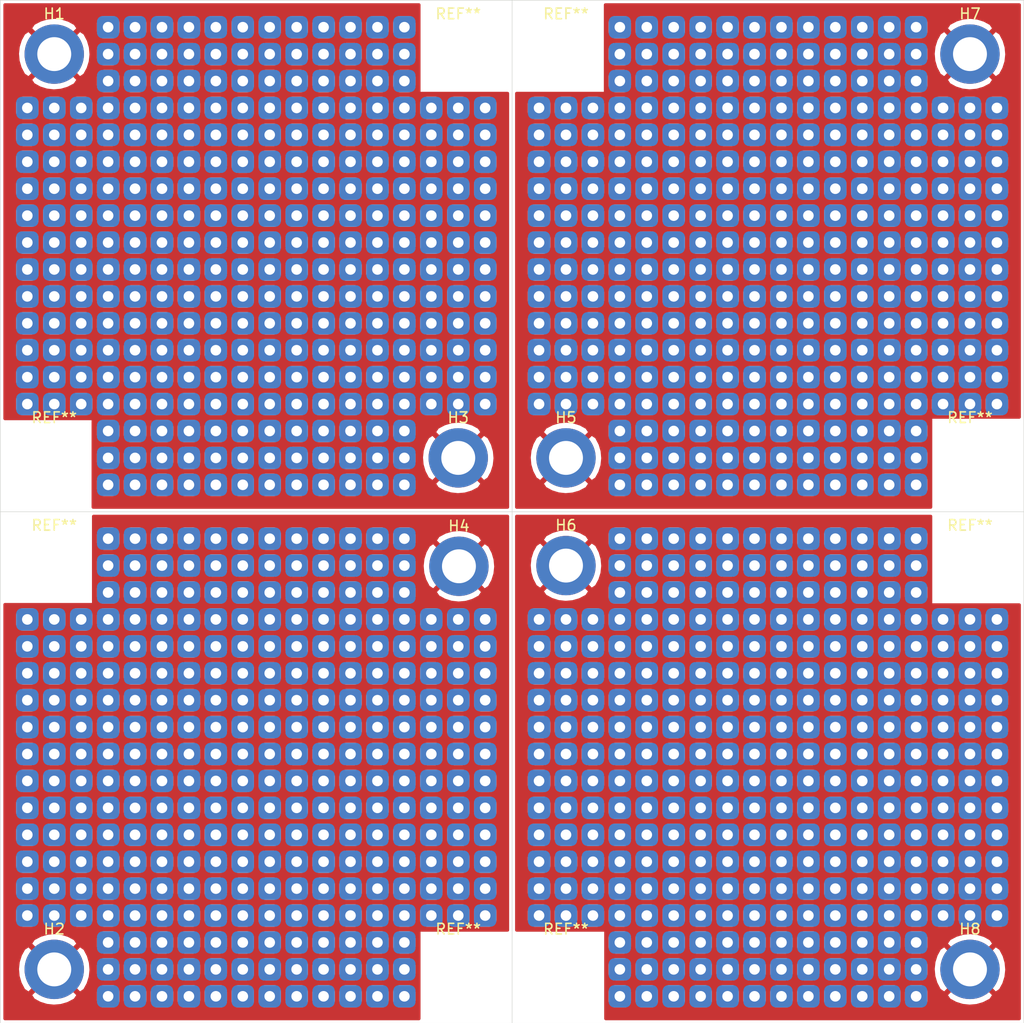
<source format=kicad_pcb>
(kicad_pcb (version 20171130) (host pcbnew "(5.1.1)-1")
  (layers (0 F.Cu signal) (31 B.Cu signal) (34 B.Paste user) (35 F.Paste user) (36 B.SilkS user) (37 F.SilkS user) (38 B.Mask user) (39 F.Mask user) (44 Edge.Cuts user))
  (net 0 "")
  (net 1 GND)
  (module loloboard:Asymetrical_Pad (layer F.Cu) (at 118.11 59.69)
    (fp_text reference REF** hide)
    (fp_text value Asymetrical_Pad hide)
    (pad 1 smd roundrect (at 0 0) (size 2.1 2.1) (layers B.Cu))
    (pad 1 thru_hole roundrect (at 0 0) (size 1.6 1.6) (drill 1) (layers F.Cu))
  )
  (module MountingHole:MountingHole_3.2mm_M3_DIN965 (layer F.Cu) (at 199.39 100.33)
    (fp_text reference REF** (at 0 -3.8) (layer F.SilkS))
    (fp_text value MountingHole_3.2mm_M3_DIN965)
    (pad 1 np_thru_hole circle (at 0 0) (size 3.2 3.2) (drill 3.2) (layers *.Cu *.Mask))
  )
  (module MountingHole:MountingHole_3.2mm_M3_DIN965 (layer F.Cu) (at 199.39 110.49)
    (fp_text reference REF** (at 0 -3.8) (layer F.SilkS))
    (fp_text value MountingHole_3.2mm_M3_DIN965)
    (pad 1 np_thru_hole circle (at 0 0) (size 3.2 3.2) (drill 3.2) (layers *.Cu *.Mask))
  )
  (module MountingHole:MountingHole_3.2mm_M3_DIN965 (layer F.Cu) (at 161.29 148.59)
    (fp_text reference REF** (at 0 -3.8) (layer F.SilkS))
    (fp_text value MountingHole_3.2mm_M3_DIN965)
    (pad 1 np_thru_hole circle (at 0 0) (size 3.2 3.2) (drill 3.2) (layers *.Cu *.Mask))
  )
  (module MountingHole:MountingHole_3.2mm_M3_DIN965 (layer F.Cu) (at 151.13 148.59)
    (fp_text reference REF** (at 0 -3.8) (layer F.SilkS))
    (fp_text value MountingHole_3.2mm_M3_DIN965)
    (pad 1 np_thru_hole circle (at 0 0) (size 3.2 3.2) (drill 3.2) (layers *.Cu *.Mask))
  )
  (module MountingHole:MountingHole_3.2mm_M3_DIN965 (layer F.Cu) (at 113.03 110.49)
    (fp_text reference REF** (at 0 -3.8) (layer F.SilkS))
    (fp_text value MountingHole_3.2mm_M3_DIN965)
    (pad 1 np_thru_hole circle (at 0 0) (size 3.2 3.2) (drill 3.2) (layers *.Cu *.Mask))
  )
  (module MountingHole:MountingHole_3.2mm_M3_DIN965 (layer F.Cu) (at 113.03 100.33)
    (fp_text reference REF** (at 0 -3.8) (layer F.SilkS))
    (fp_text value MountingHole_3.2mm_M3_DIN965)
    (pad 1 np_thru_hole circle (at 0 0) (size 3.2 3.2) (drill 3.2) (layers *.Cu *.Mask))
  )
  (module MountingHole:MountingHole_3.2mm_M3_DIN965 (layer F.Cu) (at 161.29 62.23)
    (fp_text reference REF** (at 0 -3.8) (layer F.SilkS))
    (fp_text value MountingHole_3.2mm_M3_DIN965)
    (pad 1 np_thru_hole circle (at 0 0) (size 3.2 3.2) (drill 3.2) (layers *.Cu *.Mask))
  )
  (module MountingHole:MountingHole_3.2mm_M3_DIN965 (layer F.Cu) (at 151.13 62.23)
    (fp_text reference REF** (at 0 -3.8) (layer F.SilkS))
    (fp_text value MountingHole_3.2mm_M3_DIN965)
    (pad 1 np_thru_hole circle (at 0 0) (size 3.2 3.2) (drill 3.2) (layers *.Cu *.Mask))
  )
  (module loloboard:Asymetrical_Pad (layer F.Cu) (at 125.73 151.13)
    (fp_text reference REF** hide)
    (fp_text value Asymetrical_Pad hide)
    (pad 1 smd roundrect (at 0 0) (size 2.1 2.1) (layers B.Cu))
    (pad 1 thru_hole roundrect (at 0 0) (size 1.6 1.6) (drill 1) (layers F.Cu))
  )
  (module loloboard:Asymetrical_Pad (layer F.Cu) (at 128.27 151.13)
    (fp_text reference REF** hide)
    (fp_text value Asymetrical_Pad hide)
    (pad 1 smd roundrect (at 0 0) (size 2.1 2.1) (layers B.Cu))
    (pad 1 thru_hole roundrect (at 0 0) (size 1.6 1.6) (drill 1) (layers F.Cu))
  )
  (module loloboard:Asymetrical_Pad (layer F.Cu) (at 135.89 151.13)
    (fp_text reference REF** hide)
    (fp_text value Asymetrical_Pad hide)
    (pad 1 smd roundrect (at 0 0) (size 2.1 2.1) (layers B.Cu))
    (pad 1 thru_hole roundrect (at 0 0) (size 1.6 1.6) (drill 1) (layers F.Cu))
  )
  (module loloboard:Asymetrical_Pad (layer F.Cu) (at 130.81 151.13)
    (fp_text reference REF** hide)
    (fp_text value Asymetrical_Pad hide)
    (pad 1 smd roundrect (at 0 0) (size 2.1 2.1) (layers B.Cu))
    (pad 1 thru_hole roundrect (at 0 0) (size 1.6 1.6) (drill 1) (layers F.Cu))
  )
  (module loloboard:Asymetrical_Pad (layer F.Cu) (at 138.43 151.13)
    (fp_text reference REF** hide)
    (fp_text value Asymetrical_Pad hide)
    (pad 1 smd roundrect (at 0 0) (size 2.1 2.1) (layers B.Cu))
    (pad 1 thru_hole roundrect (at 0 0) (size 1.6 1.6) (drill 1) (layers F.Cu))
  )
  (module loloboard:Asymetrical_Pad (layer F.Cu) (at 140.97 151.13)
    (fp_text reference REF** hide)
    (fp_text value Asymetrical_Pad hide)
    (pad 1 smd roundrect (at 0 0) (size 2.1 2.1) (layers B.Cu))
    (pad 1 thru_hole roundrect (at 0 0) (size 1.6 1.6) (drill 1) (layers F.Cu))
  )
  (module loloboard:Asymetrical_Pad (layer F.Cu) (at 133.35 151.13)
    (fp_text reference REF** hide)
    (fp_text value Asymetrical_Pad hide)
    (pad 1 smd roundrect (at 0 0) (size 2.1 2.1) (layers B.Cu))
    (pad 1 thru_hole roundrect (at 0 0) (size 1.6 1.6) (drill 1) (layers F.Cu))
  )
  (module loloboard:Asymetrical_Pad (layer F.Cu) (at 143.51 151.13)
    (fp_text reference REF** hide)
    (fp_text value Asymetrical_Pad hide)
    (pad 1 smd roundrect (at 0 0) (size 2.1 2.1) (layers B.Cu))
    (pad 1 thru_hole roundrect (at 0 0) (size 1.6 1.6) (drill 1) (layers F.Cu))
  )
  (module loloboard:Asymetrical_Pad (layer F.Cu) (at 128.27 148.59)
    (fp_text reference REF** hide)
    (fp_text value Asymetrical_Pad hide)
    (pad 1 smd roundrect (at 0 0) (size 2.1 2.1) (layers B.Cu))
    (pad 1 thru_hole roundrect (at 0 0) (size 1.6 1.6) (drill 1) (layers F.Cu))
  )
  (module loloboard:Asymetrical_Pad (layer F.Cu) (at 135.89 148.59)
    (fp_text reference REF** hide)
    (fp_text value Asymetrical_Pad hide)
    (pad 1 smd roundrect (at 0 0) (size 2.1 2.1) (layers B.Cu))
    (pad 1 thru_hole roundrect (at 0 0) (size 1.6 1.6) (drill 1) (layers F.Cu))
  )
  (module loloboard:Asymetrical_Pad (layer F.Cu) (at 133.35 148.59)
    (fp_text reference REF** hide)
    (fp_text value Asymetrical_Pad hide)
    (pad 1 smd roundrect (at 0 0) (size 2.1 2.1) (layers B.Cu))
    (pad 1 thru_hole roundrect (at 0 0) (size 1.6 1.6) (drill 1) (layers F.Cu))
  )
  (module loloboard:Asymetrical_Pad (layer F.Cu) (at 143.51 148.59)
    (fp_text reference REF** hide)
    (fp_text value Asymetrical_Pad hide)
    (pad 1 smd roundrect (at 0 0) (size 2.1 2.1) (layers B.Cu))
    (pad 1 thru_hole roundrect (at 0 0) (size 1.6 1.6) (drill 1) (layers F.Cu))
  )
  (module loloboard:Asymetrical_Pad (layer F.Cu) (at 133.35 146.05)
    (fp_text reference REF** hide)
    (fp_text value Asymetrical_Pad hide)
    (pad 1 smd roundrect (at 0 0) (size 2.1 2.1) (layers B.Cu))
    (pad 1 thru_hole roundrect (at 0 0) (size 1.6 1.6) (drill 1) (layers F.Cu))
  )
  (module loloboard:Asymetrical_Pad (layer F.Cu) (at 140.97 148.59)
    (fp_text reference REF** hide)
    (fp_text value Asymetrical_Pad hide)
    (pad 1 smd roundrect (at 0 0) (size 2.1 2.1) (layers B.Cu))
    (pad 1 thru_hole roundrect (at 0 0) (size 1.6 1.6) (drill 1) (layers F.Cu))
  )
  (module loloboard:Asymetrical_Pad (layer F.Cu) (at 138.43 148.59)
    (fp_text reference REF** hide)
    (fp_text value Asymetrical_Pad hide)
    (pad 1 smd roundrect (at 0 0) (size 2.1 2.1) (layers B.Cu))
    (pad 1 thru_hole roundrect (at 0 0) (size 1.6 1.6) (drill 1) (layers F.Cu))
  )
  (module loloboard:Asymetrical_Pad (layer F.Cu) (at 143.51 146.05)
    (fp_text reference REF** hide)
    (fp_text value Asymetrical_Pad hide)
    (pad 1 smd roundrect (at 0 0) (size 2.1 2.1) (layers B.Cu))
    (pad 1 thru_hole roundrect (at 0 0) (size 1.6 1.6) (drill 1) (layers F.Cu))
  )
  (module loloboard:Asymetrical_Pad (layer F.Cu) (at 118.11 151.13)
    (fp_text reference REF** hide)
    (fp_text value Asymetrical_Pad hide)
    (pad 1 smd roundrect (at 0 0) (size 2.1 2.1) (layers B.Cu))
    (pad 1 thru_hole roundrect (at 0 0) (size 1.6 1.6) (drill 1) (layers F.Cu))
  )
  (module loloboard:Asymetrical_Pad (layer F.Cu) (at 120.65 151.13)
    (fp_text reference REF** hide)
    (fp_text value Asymetrical_Pad hide)
    (pad 1 smd roundrect (at 0 0) (size 2.1 2.1) (layers B.Cu))
    (pad 1 thru_hole roundrect (at 0 0) (size 1.6 1.6) (drill 1) (layers F.Cu))
  )
  (module loloboard:Asymetrical_Pad (layer F.Cu) (at 123.19 151.13)
    (fp_text reference REF** hide)
    (fp_text value Asymetrical_Pad hide)
    (pad 1 smd roundrect (at 0 0) (size 2.1 2.1) (layers B.Cu))
    (pad 1 thru_hole roundrect (at 0 0) (size 1.6 1.6) (drill 1) (layers F.Cu))
  )
  (module loloboard:Asymetrical_Pad (layer F.Cu) (at 118.11 146.05)
    (fp_text reference REF** hide)
    (fp_text value Asymetrical_Pad hide)
    (pad 1 smd roundrect (at 0 0) (size 2.1 2.1) (layers B.Cu))
    (pad 1 thru_hole roundrect (at 0 0) (size 1.6 1.6) (drill 1) (layers F.Cu))
  )
  (module loloboard:Asymetrical_Pad (layer F.Cu) (at 120.65 146.05)
    (fp_text reference REF** hide)
    (fp_text value Asymetrical_Pad hide)
    (pad 1 smd roundrect (at 0 0) (size 2.1 2.1) (layers B.Cu))
    (pad 1 thru_hole roundrect (at 0 0) (size 1.6 1.6) (drill 1) (layers F.Cu))
  )
  (module loloboard:Asymetrical_Pad (layer F.Cu) (at 123.19 146.05)
    (fp_text reference REF** hide)
    (fp_text value Asymetrical_Pad hide)
    (pad 1 smd roundrect (at 0 0) (size 2.1 2.1) (layers B.Cu))
    (pad 1 thru_hole roundrect (at 0 0) (size 1.6 1.6) (drill 1) (layers F.Cu))
  )
  (module loloboard:Asymetrical_Pad (layer F.Cu) (at 118.11 148.59)
    (fp_text reference REF** hide)
    (fp_text value Asymetrical_Pad hide)
    (pad 1 smd roundrect (at 0 0) (size 2.1 2.1) (layers B.Cu))
    (pad 1 thru_hole roundrect (at 0 0) (size 1.6 1.6) (drill 1) (layers F.Cu))
  )
  (module loloboard:Asymetrical_Pad (layer F.Cu) (at 125.73 148.59)
    (fp_text reference REF** hide)
    (fp_text value Asymetrical_Pad hide)
    (pad 1 smd roundrect (at 0 0) (size 2.1 2.1) (layers B.Cu))
    (pad 1 thru_hole roundrect (at 0 0) (size 1.6 1.6) (drill 1) (layers F.Cu))
  )
  (module loloboard:Asymetrical_Pad (layer F.Cu) (at 123.19 148.59)
    (fp_text reference REF** hide)
    (fp_text value Asymetrical_Pad hide)
    (pad 1 smd roundrect (at 0 0) (size 2.1 2.1) (layers B.Cu))
    (pad 1 thru_hole roundrect (at 0 0) (size 1.6 1.6) (drill 1) (layers F.Cu))
  )
  (module loloboard:Asymetrical_Pad (layer F.Cu) (at 120.65 148.59)
    (fp_text reference REF** hide)
    (fp_text value Asymetrical_Pad hide)
    (pad 1 smd roundrect (at 0 0) (size 2.1 2.1) (layers B.Cu))
    (pad 1 thru_hole roundrect (at 0 0) (size 1.6 1.6) (drill 1) (layers F.Cu))
  )
  (module loloboard:Asymetrical_Pad (layer F.Cu) (at 125.73 146.05)
    (fp_text reference REF** hide)
    (fp_text value Asymetrical_Pad hide)
    (pad 1 smd roundrect (at 0 0) (size 2.1 2.1) (layers B.Cu))
    (pad 1 thru_hole roundrect (at 0 0) (size 1.6 1.6) (drill 1) (layers F.Cu))
  )
  (module loloboard:Asymetrical_Pad (layer F.Cu) (at 130.81 148.59)
    (fp_text reference REF** hide)
    (fp_text value Asymetrical_Pad hide)
    (pad 1 smd roundrect (at 0 0) (size 2.1 2.1) (layers B.Cu))
    (pad 1 thru_hole roundrect (at 0 0) (size 1.6 1.6) (drill 1) (layers F.Cu))
  )
  (module loloboard:Asymetrical_Pad (layer F.Cu) (at 128.27 146.05)
    (fp_text reference REF** hide)
    (fp_text value Asymetrical_Pad hide)
    (pad 1 smd roundrect (at 0 0) (size 2.1 2.1) (layers B.Cu))
    (pad 1 thru_hole roundrect (at 0 0) (size 1.6 1.6) (drill 1) (layers F.Cu))
  )
  (module loloboard:Asymetrical_Pad (layer F.Cu) (at 135.89 146.05)
    (fp_text reference REF** hide)
    (fp_text value Asymetrical_Pad hide)
    (pad 1 smd roundrect (at 0 0) (size 2.1 2.1) (layers B.Cu))
    (pad 1 thru_hole roundrect (at 0 0) (size 1.6 1.6) (drill 1) (layers F.Cu))
  )
  (module loloboard:Asymetrical_Pad (layer F.Cu) (at 130.81 146.05)
    (fp_text reference REF** hide)
    (fp_text value Asymetrical_Pad hide)
    (pad 1 smd roundrect (at 0 0) (size 2.1 2.1) (layers B.Cu))
    (pad 1 thru_hole roundrect (at 0 0) (size 1.6 1.6) (drill 1) (layers F.Cu))
  )
  (module loloboard:Asymetrical_Pad (layer F.Cu) (at 138.43 146.05)
    (fp_text reference REF** hide)
    (fp_text value Asymetrical_Pad hide)
    (pad 1 smd roundrect (at 0 0) (size 2.1 2.1) (layers B.Cu))
    (pad 1 thru_hole roundrect (at 0 0) (size 1.6 1.6) (drill 1) (layers F.Cu))
  )
  (module loloboard:Asymetrical_Pad (layer F.Cu) (at 140.97 146.05)
    (fp_text reference REF** hide)
    (fp_text value Asymetrical_Pad hide)
    (pad 1 smd roundrect (at 0 0) (size 2.1 2.1) (layers B.Cu))
    (pad 1 thru_hole roundrect (at 0 0) (size 1.6 1.6) (drill 1) (layers F.Cu))
  )
  (module loloboard:Asymetrical_Pad (layer F.Cu) (at 166.37 151.13)
    (fp_text reference REF** hide)
    (fp_text value Asymetrical_Pad hide)
    (pad 1 smd roundrect (at 0 0) (size 2.1 2.1) (layers B.Cu))
    (pad 1 thru_hole roundrect (at 0 0) (size 1.6 1.6) (drill 1) (layers F.Cu))
  )
  (module loloboard:Asymetrical_Pad (layer F.Cu) (at 176.53 151.13)
    (fp_text reference REF** hide)
    (fp_text value Asymetrical_Pad hide)
    (pad 1 smd roundrect (at 0 0) (size 2.1 2.1) (layers B.Cu))
    (pad 1 thru_hole roundrect (at 0 0) (size 1.6 1.6) (drill 1) (layers F.Cu))
  )
  (module loloboard:Asymetrical_Pad (layer F.Cu) (at 179.07 151.13)
    (fp_text reference REF** hide)
    (fp_text value Asymetrical_Pad hide)
    (pad 1 smd roundrect (at 0 0) (size 2.1 2.1) (layers B.Cu))
    (pad 1 thru_hole roundrect (at 0 0) (size 1.6 1.6) (drill 1) (layers F.Cu))
  )
  (module loloboard:Asymetrical_Pad (layer F.Cu) (at 186.69 151.13)
    (fp_text reference REF** hide)
    (fp_text value Asymetrical_Pad hide)
    (pad 1 smd roundrect (at 0 0) (size 2.1 2.1) (layers B.Cu))
    (pad 1 thru_hole roundrect (at 0 0) (size 1.6 1.6) (drill 1) (layers F.Cu))
  )
  (module loloboard:Asymetrical_Pad (layer F.Cu) (at 181.61 151.13)
    (fp_text reference REF** hide)
    (fp_text value Asymetrical_Pad hide)
    (pad 1 smd roundrect (at 0 0) (size 2.1 2.1) (layers B.Cu))
    (pad 1 thru_hole roundrect (at 0 0) (size 1.6 1.6) (drill 1) (layers F.Cu))
  )
  (module loloboard:Asymetrical_Pad (layer F.Cu) (at 189.23 151.13)
    (fp_text reference REF** hide)
    (fp_text value Asymetrical_Pad hide)
    (pad 1 smd roundrect (at 0 0) (size 2.1 2.1) (layers B.Cu))
    (pad 1 thru_hole roundrect (at 0 0) (size 1.6 1.6) (drill 1) (layers F.Cu))
  )
  (module loloboard:Asymetrical_Pad (layer F.Cu) (at 191.77 151.13)
    (fp_text reference REF** hide)
    (fp_text value Asymetrical_Pad hide)
    (pad 1 smd roundrect (at 0 0) (size 2.1 2.1) (layers B.Cu))
    (pad 1 thru_hole roundrect (at 0 0) (size 1.6 1.6) (drill 1) (layers F.Cu))
  )
  (module loloboard:Asymetrical_Pad (layer F.Cu) (at 184.15 151.13)
    (fp_text reference REF** hide)
    (fp_text value Asymetrical_Pad hide)
    (pad 1 smd roundrect (at 0 0) (size 2.1 2.1) (layers B.Cu))
    (pad 1 thru_hole roundrect (at 0 0) (size 1.6 1.6) (drill 1) (layers F.Cu))
  )
  (module loloboard:Asymetrical_Pad (layer F.Cu) (at 194.31 151.13)
    (fp_text reference REF** hide)
    (fp_text value Asymetrical_Pad hide)
    (pad 1 smd roundrect (at 0 0) (size 2.1 2.1) (layers B.Cu))
    (pad 1 thru_hole roundrect (at 0 0) (size 1.6 1.6) (drill 1) (layers F.Cu))
  )
  (module loloboard:Asymetrical_Pad (layer F.Cu) (at 179.07 148.59)
    (fp_text reference REF** hide)
    (fp_text value Asymetrical_Pad hide)
    (pad 1 smd roundrect (at 0 0) (size 2.1 2.1) (layers B.Cu))
    (pad 1 thru_hole roundrect (at 0 0) (size 1.6 1.6) (drill 1) (layers F.Cu))
  )
  (module loloboard:Asymetrical_Pad (layer F.Cu) (at 186.69 148.59)
    (fp_text reference REF** hide)
    (fp_text value Asymetrical_Pad hide)
    (pad 1 smd roundrect (at 0 0) (size 2.1 2.1) (layers B.Cu))
    (pad 1 thru_hole roundrect (at 0 0) (size 1.6 1.6) (drill 1) (layers F.Cu))
  )
  (module loloboard:Asymetrical_Pad (layer F.Cu) (at 184.15 148.59)
    (fp_text reference REF** hide)
    (fp_text value Asymetrical_Pad hide)
    (pad 1 smd roundrect (at 0 0) (size 2.1 2.1) (layers B.Cu))
    (pad 1 thru_hole roundrect (at 0 0) (size 1.6 1.6) (drill 1) (layers F.Cu))
  )
  (module loloboard:Asymetrical_Pad (layer F.Cu) (at 194.31 148.59)
    (fp_text reference REF** hide)
    (fp_text value Asymetrical_Pad hide)
    (pad 1 smd roundrect (at 0 0) (size 2.1 2.1) (layers B.Cu))
    (pad 1 thru_hole roundrect (at 0 0) (size 1.6 1.6) (drill 1) (layers F.Cu))
  )
  (module loloboard:Asymetrical_Pad (layer F.Cu) (at 184.15 146.05)
    (fp_text reference REF** hide)
    (fp_text value Asymetrical_Pad hide)
    (pad 1 smd roundrect (at 0 0) (size 2.1 2.1) (layers B.Cu))
    (pad 1 thru_hole roundrect (at 0 0) (size 1.6 1.6) (drill 1) (layers F.Cu))
  )
  (module loloboard:Asymetrical_Pad (layer F.Cu) (at 191.77 148.59)
    (fp_text reference REF** hide)
    (fp_text value Asymetrical_Pad hide)
    (pad 1 smd roundrect (at 0 0) (size 2.1 2.1) (layers B.Cu))
    (pad 1 thru_hole roundrect (at 0 0) (size 1.6 1.6) (drill 1) (layers F.Cu))
  )
  (module loloboard:Asymetrical_Pad (layer F.Cu) (at 189.23 148.59)
    (fp_text reference REF** hide)
    (fp_text value Asymetrical_Pad hide)
    (pad 1 smd roundrect (at 0 0) (size 2.1 2.1) (layers B.Cu))
    (pad 1 thru_hole roundrect (at 0 0) (size 1.6 1.6) (drill 1) (layers F.Cu))
  )
  (module loloboard:Asymetrical_Pad (layer F.Cu) (at 194.31 146.05)
    (fp_text reference REF** hide)
    (fp_text value Asymetrical_Pad hide)
    (pad 1 smd roundrect (at 0 0) (size 2.1 2.1) (layers B.Cu))
    (pad 1 thru_hole roundrect (at 0 0) (size 1.6 1.6) (drill 1) (layers F.Cu))
  )
  (module loloboard:Asymetrical_Pad (layer F.Cu) (at 146.05 151.13)
    (fp_text reference REF** hide)
    (fp_text value Asymetrical_Pad hide)
    (pad 1 smd roundrect (at 0 0) (size 2.1 2.1) (layers B.Cu))
    (pad 1 thru_hole roundrect (at 0 0) (size 1.6 1.6) (drill 1) (layers F.Cu))
  )
  (module loloboard:Asymetrical_Pad (layer F.Cu) (at 168.91 151.13)
    (fp_text reference REF** hide)
    (fp_text value Asymetrical_Pad hide)
    (pad 1 smd roundrect (at 0 0) (size 2.1 2.1) (layers B.Cu))
    (pad 1 thru_hole roundrect (at 0 0) (size 1.6 1.6) (drill 1) (layers F.Cu))
  )
  (module loloboard:Asymetrical_Pad (layer F.Cu) (at 171.45 151.13)
    (fp_text reference REF** hide)
    (fp_text value Asymetrical_Pad hide)
    (pad 1 smd roundrect (at 0 0) (size 2.1 2.1) (layers B.Cu))
    (pad 1 thru_hole roundrect (at 0 0) (size 1.6 1.6) (drill 1) (layers F.Cu))
  )
  (module loloboard:Asymetrical_Pad (layer F.Cu) (at 173.99 151.13)
    (fp_text reference REF** hide)
    (fp_text value Asymetrical_Pad hide)
    (pad 1 smd roundrect (at 0 0) (size 2.1 2.1) (layers B.Cu))
    (pad 1 thru_hole roundrect (at 0 0) (size 1.6 1.6) (drill 1) (layers F.Cu))
  )
  (module loloboard:Asymetrical_Pad (layer F.Cu) (at 146.05 146.05)
    (fp_text reference REF** hide)
    (fp_text value Asymetrical_Pad hide)
    (pad 1 smd roundrect (at 0 0) (size 2.1 2.1) (layers B.Cu))
    (pad 1 thru_hole roundrect (at 0 0) (size 1.6 1.6) (drill 1) (layers F.Cu))
  )
  (module loloboard:Asymetrical_Pad (layer F.Cu) (at 146.05 148.59)
    (fp_text reference REF** hide)
    (fp_text value Asymetrical_Pad hide)
    (pad 1 smd roundrect (at 0 0) (size 2.1 2.1) (layers B.Cu))
    (pad 1 thru_hole roundrect (at 0 0) (size 1.6 1.6) (drill 1) (layers F.Cu))
  )
  (module loloboard:Asymetrical_Pad (layer F.Cu) (at 168.91 146.05)
    (fp_text reference REF** hide)
    (fp_text value Asymetrical_Pad hide)
    (pad 1 smd roundrect (at 0 0) (size 2.1 2.1) (layers B.Cu))
    (pad 1 thru_hole roundrect (at 0 0) (size 1.6 1.6) (drill 1) (layers F.Cu))
  )
  (module loloboard:Asymetrical_Pad (layer F.Cu) (at 171.45 146.05)
    (fp_text reference REF** hide)
    (fp_text value Asymetrical_Pad hide)
    (pad 1 smd roundrect (at 0 0) (size 2.1 2.1) (layers B.Cu))
    (pad 1 thru_hole roundrect (at 0 0) (size 1.6 1.6) (drill 1) (layers F.Cu))
  )
  (module loloboard:Asymetrical_Pad (layer F.Cu) (at 173.99 146.05)
    (fp_text reference REF** hide)
    (fp_text value Asymetrical_Pad hide)
    (pad 1 smd roundrect (at 0 0) (size 2.1 2.1) (layers B.Cu))
    (pad 1 thru_hole roundrect (at 0 0) (size 1.6 1.6) (drill 1) (layers F.Cu))
  )
  (module loloboard:Asymetrical_Pad (layer F.Cu) (at 168.91 148.59)
    (fp_text reference REF** hide)
    (fp_text value Asymetrical_Pad hide)
    (pad 1 smd roundrect (at 0 0) (size 2.1 2.1) (layers B.Cu))
    (pad 1 thru_hole roundrect (at 0 0) (size 1.6 1.6) (drill 1) (layers F.Cu))
  )
  (module loloboard:Asymetrical_Pad (layer F.Cu) (at 166.37 148.59)
    (fp_text reference REF** hide)
    (fp_text value Asymetrical_Pad hide)
    (pad 1 smd roundrect (at 0 0) (size 2.1 2.1) (layers B.Cu))
    (pad 1 thru_hole roundrect (at 0 0) (size 1.6 1.6) (drill 1) (layers F.Cu))
  )
  (module loloboard:Asymetrical_Pad (layer F.Cu) (at 176.53 148.59)
    (fp_text reference REF** hide)
    (fp_text value Asymetrical_Pad hide)
    (pad 1 smd roundrect (at 0 0) (size 2.1 2.1) (layers B.Cu))
    (pad 1 thru_hole roundrect (at 0 0) (size 1.6 1.6) (drill 1) (layers F.Cu))
  )
  (module loloboard:Asymetrical_Pad (layer F.Cu) (at 166.37 146.05)
    (fp_text reference REF** hide)
    (fp_text value Asymetrical_Pad hide)
    (pad 1 smd roundrect (at 0 0) (size 2.1 2.1) (layers B.Cu))
    (pad 1 thru_hole roundrect (at 0 0) (size 1.6 1.6) (drill 1) (layers F.Cu))
  )
  (module loloboard:Asymetrical_Pad (layer F.Cu) (at 173.99 148.59)
    (fp_text reference REF** hide)
    (fp_text value Asymetrical_Pad hide)
    (pad 1 smd roundrect (at 0 0) (size 2.1 2.1) (layers B.Cu))
    (pad 1 thru_hole roundrect (at 0 0) (size 1.6 1.6) (drill 1) (layers F.Cu))
  )
  (module loloboard:Asymetrical_Pad (layer F.Cu) (at 171.45 148.59)
    (fp_text reference REF** hide)
    (fp_text value Asymetrical_Pad hide)
    (pad 1 smd roundrect (at 0 0) (size 2.1 2.1) (layers B.Cu))
    (pad 1 thru_hole roundrect (at 0 0) (size 1.6 1.6) (drill 1) (layers F.Cu))
  )
  (module loloboard:Asymetrical_Pad (layer F.Cu) (at 176.53 146.05)
    (fp_text reference REF** hide)
    (fp_text value Asymetrical_Pad hide)
    (pad 1 smd roundrect (at 0 0) (size 2.1 2.1) (layers B.Cu))
    (pad 1 thru_hole roundrect (at 0 0) (size 1.6 1.6) (drill 1) (layers F.Cu))
  )
  (module loloboard:Asymetrical_Pad (layer F.Cu) (at 181.61 148.59)
    (fp_text reference REF** hide)
    (fp_text value Asymetrical_Pad hide)
    (pad 1 smd roundrect (at 0 0) (size 2.1 2.1) (layers B.Cu))
    (pad 1 thru_hole roundrect (at 0 0) (size 1.6 1.6) (drill 1) (layers F.Cu))
  )
  (module loloboard:Asymetrical_Pad (layer F.Cu) (at 179.07 146.05)
    (fp_text reference REF** hide)
    (fp_text value Asymetrical_Pad hide)
    (pad 1 smd roundrect (at 0 0) (size 2.1 2.1) (layers B.Cu))
    (pad 1 thru_hole roundrect (at 0 0) (size 1.6 1.6) (drill 1) (layers F.Cu))
  )
  (module loloboard:Asymetrical_Pad (layer F.Cu) (at 186.69 146.05)
    (fp_text reference REF** hide)
    (fp_text value Asymetrical_Pad hide)
    (pad 1 smd roundrect (at 0 0) (size 2.1 2.1) (layers B.Cu))
    (pad 1 thru_hole roundrect (at 0 0) (size 1.6 1.6) (drill 1) (layers F.Cu))
  )
  (module loloboard:Asymetrical_Pad (layer F.Cu) (at 181.61 146.05)
    (fp_text reference REF** hide)
    (fp_text value Asymetrical_Pad hide)
    (pad 1 smd roundrect (at 0 0) (size 2.1 2.1) (layers B.Cu))
    (pad 1 thru_hole roundrect (at 0 0) (size 1.6 1.6) (drill 1) (layers F.Cu))
  )
  (module loloboard:Asymetrical_Pad (layer F.Cu) (at 189.23 146.05)
    (fp_text reference REF** hide)
    (fp_text value Asymetrical_Pad hide)
    (pad 1 smd roundrect (at 0 0) (size 2.1 2.1) (layers B.Cu))
    (pad 1 thru_hole roundrect (at 0 0) (size 1.6 1.6) (drill 1) (layers F.Cu))
  )
  (module loloboard:Asymetrical_Pad (layer F.Cu) (at 191.77 146.05)
    (fp_text reference REF** hide)
    (fp_text value Asymetrical_Pad hide)
    (pad 1 smd roundrect (at 0 0) (size 2.1 2.1) (layers B.Cu))
    (pad 1 thru_hole roundrect (at 0 0) (size 1.6 1.6) (drill 1) (layers F.Cu))
  )
  (module loloboard:Asymetrical_Pad (layer F.Cu) (at 194.31 113.03)
    (fp_text reference REF** hide)
    (fp_text value Asymetrical_Pad hide)
    (pad 1 smd roundrect (at 0 0) (size 2.1 2.1) (layers B.Cu))
    (pad 1 thru_hole roundrect (at 0 0) (size 1.6 1.6) (drill 1) (layers F.Cu))
  )
  (module loloboard:Asymetrical_Pad (layer F.Cu) (at 194.31 110.49)
    (fp_text reference REF** hide)
    (fp_text value Asymetrical_Pad hide)
    (pad 1 smd roundrect (at 0 0) (size 2.1 2.1) (layers B.Cu))
    (pad 1 thru_hole roundrect (at 0 0) (size 1.6 1.6) (drill 1) (layers F.Cu))
  )
  (module loloboard:Asymetrical_Pad (layer F.Cu) (at 194.31 107.95)
    (fp_text reference REF** hide)
    (fp_text value Asymetrical_Pad hide)
    (pad 1 smd roundrect (at 0 0) (size 2.1 2.1) (layers B.Cu))
    (pad 1 thru_hole roundrect (at 0 0) (size 1.6 1.6) (drill 1) (layers F.Cu))
  )
  (module loloboard:Asymetrical_Pad (layer F.Cu) (at 191.77 113.03)
    (fp_text reference REF** hide)
    (fp_text value Asymetrical_Pad hide)
    (pad 1 smd roundrect (at 0 0) (size 2.1 2.1) (layers B.Cu))
    (pad 1 thru_hole roundrect (at 0 0) (size 1.6 1.6) (drill 1) (layers F.Cu))
  )
  (module loloboard:Asymetrical_Pad (layer F.Cu) (at 191.77 110.49)
    (fp_text reference REF** hide)
    (fp_text value Asymetrical_Pad hide)
    (pad 1 smd roundrect (at 0 0) (size 2.1 2.1) (layers B.Cu))
    (pad 1 thru_hole roundrect (at 0 0) (size 1.6 1.6) (drill 1) (layers F.Cu))
  )
  (module loloboard:Asymetrical_Pad (layer F.Cu) (at 191.77 107.95)
    (fp_text reference REF** hide)
    (fp_text value Asymetrical_Pad hide)
    (pad 1 smd roundrect (at 0 0) (size 2.1 2.1) (layers B.Cu))
    (pad 1 thru_hole roundrect (at 0 0) (size 1.6 1.6) (drill 1) (layers F.Cu))
  )
  (module loloboard:Asymetrical_Pad (layer F.Cu) (at 173.99 113.03)
    (fp_text reference REF** hide)
    (fp_text value Asymetrical_Pad hide)
    (pad 1 smd roundrect (at 0 0) (size 2.1 2.1) (layers B.Cu))
    (pad 1 thru_hole roundrect (at 0 0) (size 1.6 1.6) (drill 1) (layers F.Cu))
  )
  (module loloboard:Asymetrical_Pad (layer F.Cu) (at 171.45 110.49)
    (fp_text reference REF** hide)
    (fp_text value Asymetrical_Pad hide)
    (pad 1 smd roundrect (at 0 0) (size 2.1 2.1) (layers B.Cu))
    (pad 1 thru_hole roundrect (at 0 0) (size 1.6 1.6) (drill 1) (layers F.Cu))
  )
  (module loloboard:Asymetrical_Pad (layer F.Cu) (at 179.07 110.49)
    (fp_text reference REF** hide)
    (fp_text value Asymetrical_Pad hide)
    (pad 1 smd roundrect (at 0 0) (size 2.1 2.1) (layers B.Cu))
    (pad 1 thru_hole roundrect (at 0 0) (size 1.6 1.6) (drill 1) (layers F.Cu))
  )
  (module loloboard:Asymetrical_Pad (layer F.Cu) (at 173.99 110.49)
    (fp_text reference REF** hide)
    (fp_text value Asymetrical_Pad hide)
    (pad 1 smd roundrect (at 0 0) (size 2.1 2.1) (layers B.Cu))
    (pad 1 thru_hole roundrect (at 0 0) (size 1.6 1.6) (drill 1) (layers F.Cu))
  )
  (module loloboard:Asymetrical_Pad (layer F.Cu) (at 181.61 110.49)
    (fp_text reference REF** hide)
    (fp_text value Asymetrical_Pad hide)
    (pad 1 smd roundrect (at 0 0) (size 2.1 2.1) (layers B.Cu))
    (pad 1 thru_hole roundrect (at 0 0) (size 1.6 1.6) (drill 1) (layers F.Cu))
  )
  (module loloboard:Asymetrical_Pad (layer F.Cu) (at 184.15 110.49)
    (fp_text reference REF** hide)
    (fp_text value Asymetrical_Pad hide)
    (pad 1 smd roundrect (at 0 0) (size 2.1 2.1) (layers B.Cu))
    (pad 1 thru_hole roundrect (at 0 0) (size 1.6 1.6) (drill 1) (layers F.Cu))
  )
  (module loloboard:Asymetrical_Pad (layer F.Cu) (at 171.45 113.03)
    (fp_text reference REF** hide)
    (fp_text value Asymetrical_Pad hide)
    (pad 1 smd roundrect (at 0 0) (size 2.1 2.1) (layers B.Cu))
    (pad 1 thru_hole roundrect (at 0 0) (size 1.6 1.6) (drill 1) (layers F.Cu))
  )
  (module loloboard:Asymetrical_Pad (layer F.Cu) (at 179.07 113.03)
    (fp_text reference REF** hide)
    (fp_text value Asymetrical_Pad hide)
    (pad 1 smd roundrect (at 0 0) (size 2.1 2.1) (layers B.Cu))
    (pad 1 thru_hole roundrect (at 0 0) (size 1.6 1.6) (drill 1) (layers F.Cu))
  )
  (module loloboard:Asymetrical_Pad (layer F.Cu) (at 176.53 113.03)
    (fp_text reference REF** hide)
    (fp_text value Asymetrical_Pad hide)
    (pad 1 smd roundrect (at 0 0) (size 2.1 2.1) (layers B.Cu))
    (pad 1 thru_hole roundrect (at 0 0) (size 1.6 1.6) (drill 1) (layers F.Cu))
  )
  (module loloboard:Asymetrical_Pad (layer F.Cu) (at 186.69 113.03)
    (fp_text reference REF** hide)
    (fp_text value Asymetrical_Pad hide)
    (pad 1 smd roundrect (at 0 0) (size 2.1 2.1) (layers B.Cu))
    (pad 1 thru_hole roundrect (at 0 0) (size 1.6 1.6) (drill 1) (layers F.Cu))
  )
  (module loloboard:Asymetrical_Pad (layer F.Cu) (at 176.53 110.49)
    (fp_text reference REF** hide)
    (fp_text value Asymetrical_Pad hide)
    (pad 1 smd roundrect (at 0 0) (size 2.1 2.1) (layers B.Cu))
    (pad 1 thru_hole roundrect (at 0 0) (size 1.6 1.6) (drill 1) (layers F.Cu))
  )
  (module loloboard:Asymetrical_Pad (layer F.Cu) (at 184.15 113.03)
    (fp_text reference REF** hide)
    (fp_text value Asymetrical_Pad hide)
    (pad 1 smd roundrect (at 0 0) (size 2.1 2.1) (layers B.Cu))
    (pad 1 thru_hole roundrect (at 0 0) (size 1.6 1.6) (drill 1) (layers F.Cu))
  )
  (module loloboard:Asymetrical_Pad (layer F.Cu) (at 166.37 110.49)
    (fp_text reference REF** hide)
    (fp_text value Asymetrical_Pad hide)
    (pad 1 smd roundrect (at 0 0) (size 2.1 2.1) (layers B.Cu))
    (pad 1 thru_hole roundrect (at 0 0) (size 1.6 1.6) (drill 1) (layers F.Cu))
  )
  (module loloboard:Asymetrical_Pad (layer F.Cu) (at 168.91 113.03)
    (fp_text reference REF** hide)
    (fp_text value Asymetrical_Pad hide)
    (pad 1 smd roundrect (at 0 0) (size 2.1 2.1) (layers B.Cu))
    (pad 1 thru_hole roundrect (at 0 0) (size 1.6 1.6) (drill 1) (layers F.Cu))
  )
  (module loloboard:Asymetrical_Pad (layer F.Cu) (at 166.37 113.03)
    (fp_text reference REF** hide)
    (fp_text value Asymetrical_Pad hide)
    (pad 1 smd roundrect (at 0 0) (size 2.1 2.1) (layers B.Cu))
    (pad 1 thru_hole roundrect (at 0 0) (size 1.6 1.6) (drill 1) (layers F.Cu))
  )
  (module loloboard:Asymetrical_Pad (layer F.Cu) (at 168.91 110.49)
    (fp_text reference REF** hide)
    (fp_text value Asymetrical_Pad hide)
    (pad 1 smd roundrect (at 0 0) (size 2.1 2.1) (layers B.Cu))
    (pad 1 thru_hole roundrect (at 0 0) (size 1.6 1.6) (drill 1) (layers F.Cu))
  )
  (module loloboard:Asymetrical_Pad (layer F.Cu) (at 168.91 107.95)
    (fp_text reference REF** hide)
    (fp_text value Asymetrical_Pad hide)
    (pad 1 smd roundrect (at 0 0) (size 2.1 2.1) (layers B.Cu))
    (pad 1 thru_hole roundrect (at 0 0) (size 1.6 1.6) (drill 1) (layers F.Cu))
  )
  (module loloboard:Asymetrical_Pad (layer F.Cu) (at 166.37 107.95)
    (fp_text reference REF** hide)
    (fp_text value Asymetrical_Pad hide)
    (pad 1 smd roundrect (at 0 0) (size 2.1 2.1) (layers B.Cu))
    (pad 1 thru_hole roundrect (at 0 0) (size 1.6 1.6) (drill 1) (layers F.Cu))
  )
  (module loloboard:Asymetrical_Pad (layer F.Cu) (at 173.99 107.95)
    (fp_text reference REF** hide)
    (fp_text value Asymetrical_Pad hide)
    (pad 1 smd roundrect (at 0 0) (size 2.1 2.1) (layers B.Cu))
    (pad 1 thru_hole roundrect (at 0 0) (size 1.6 1.6) (drill 1) (layers F.Cu))
  )
  (module loloboard:Asymetrical_Pad (layer F.Cu) (at 171.45 107.95)
    (fp_text reference REF** hide)
    (fp_text value Asymetrical_Pad hide)
    (pad 1 smd roundrect (at 0 0) (size 2.1 2.1) (layers B.Cu))
    (pad 1 thru_hole roundrect (at 0 0) (size 1.6 1.6) (drill 1) (layers F.Cu))
  )
  (module loloboard:Asymetrical_Pad (layer F.Cu) (at 179.07 107.95)
    (fp_text reference REF** hide)
    (fp_text value Asymetrical_Pad hide)
    (pad 1 smd roundrect (at 0 0) (size 2.1 2.1) (layers B.Cu))
    (pad 1 thru_hole roundrect (at 0 0) (size 1.6 1.6) (drill 1) (layers F.Cu))
  )
  (module loloboard:Asymetrical_Pad (layer F.Cu) (at 176.53 107.95)
    (fp_text reference REF** hide)
    (fp_text value Asymetrical_Pad hide)
    (pad 1 smd roundrect (at 0 0) (size 2.1 2.1) (layers B.Cu))
    (pad 1 thru_hole roundrect (at 0 0) (size 1.6 1.6) (drill 1) (layers F.Cu))
  )
  (module loloboard:Asymetrical_Pad (layer F.Cu) (at 186.69 107.95)
    (fp_text reference REF** hide)
    (fp_text value Asymetrical_Pad hide)
    (pad 1 smd roundrect (at 0 0) (size 2.1 2.1) (layers B.Cu))
    (pad 1 thru_hole roundrect (at 0 0) (size 1.6 1.6) (drill 1) (layers F.Cu))
  )
  (module loloboard:Asymetrical_Pad (layer F.Cu) (at 184.15 107.95)
    (fp_text reference REF** hide)
    (fp_text value Asymetrical_Pad hide)
    (pad 1 smd roundrect (at 0 0) (size 2.1 2.1) (layers B.Cu))
    (pad 1 thru_hole roundrect (at 0 0) (size 1.6 1.6) (drill 1) (layers F.Cu))
  )
  (module loloboard:Asymetrical_Pad (layer F.Cu) (at 181.61 107.95)
    (fp_text reference REF** hide)
    (fp_text value Asymetrical_Pad hide)
    (pad 1 smd roundrect (at 0 0) (size 2.1 2.1) (layers B.Cu))
    (pad 1 thru_hole roundrect (at 0 0) (size 1.6 1.6) (drill 1) (layers F.Cu))
  )
  (module loloboard:Asymetrical_Pad (layer F.Cu) (at 189.23 113.03)
    (fp_text reference REF** hide)
    (fp_text value Asymetrical_Pad hide)
    (pad 1 smd roundrect (at 0 0) (size 2.1 2.1) (layers B.Cu))
    (pad 1 thru_hole roundrect (at 0 0) (size 1.6 1.6) (drill 1) (layers F.Cu))
  )
  (module loloboard:Asymetrical_Pad (layer F.Cu) (at 189.23 110.49)
    (fp_text reference REF** hide)
    (fp_text value Asymetrical_Pad hide)
    (pad 1 smd roundrect (at 0 0) (size 2.1 2.1) (layers B.Cu))
    (pad 1 thru_hole roundrect (at 0 0) (size 1.6 1.6) (drill 1) (layers F.Cu))
  )
  (module loloboard:Asymetrical_Pad (layer F.Cu) (at 189.23 107.95)
    (fp_text reference REF** hide)
    (fp_text value Asymetrical_Pad hide)
    (pad 1 smd roundrect (at 0 0) (size 2.1 2.1) (layers B.Cu))
    (pad 1 thru_hole roundrect (at 0 0) (size 1.6 1.6) (drill 1) (layers F.Cu))
  )
  (module loloboard:Asymetrical_Pad (layer F.Cu) (at 181.61 113.03)
    (fp_text reference REF** hide)
    (fp_text value Asymetrical_Pad hide)
    (pad 1 smd roundrect (at 0 0) (size 2.1 2.1) (layers B.Cu))
    (pad 1 thru_hole roundrect (at 0 0) (size 1.6 1.6) (drill 1) (layers F.Cu))
  )
  (module loloboard:Asymetrical_Pad (layer F.Cu) (at 186.69 110.49)
    (fp_text reference REF** hide)
    (fp_text value Asymetrical_Pad hide)
    (pad 1 smd roundrect (at 0 0) (size 2.1 2.1) (layers B.Cu))
    (pad 1 thru_hole roundrect (at 0 0) (size 1.6 1.6) (drill 1) (layers F.Cu))
  )
  (module loloboard:Asymetrical_Pad (layer F.Cu) (at 201.93 130.81)
    (fp_text reference REF** hide)
    (fp_text value Asymetrical_Pad hide)
    (pad 1 smd roundrect (at 0 0) (size 2.1 2.1) (layers B.Cu))
    (pad 1 thru_hole roundrect (at 0 0) (size 1.6 1.6) (drill 1) (layers F.Cu))
  )
  (module loloboard:Asymetrical_Pad (layer F.Cu) (at 201.93 133.35)
    (fp_text reference REF** hide)
    (fp_text value Asymetrical_Pad hide)
    (pad 1 smd roundrect (at 0 0) (size 2.1 2.1) (layers B.Cu))
    (pad 1 thru_hole roundrect (at 0 0) (size 1.6 1.6) (drill 1) (layers F.Cu))
  )
  (module loloboard:Asymetrical_Pad (layer F.Cu) (at 201.93 140.97)
    (fp_text reference REF** hide)
    (fp_text value Asymetrical_Pad hide)
    (pad 1 smd roundrect (at 0 0) (size 2.1 2.1) (layers B.Cu))
    (pad 1 thru_hole roundrect (at 0 0) (size 1.6 1.6) (drill 1) (layers F.Cu))
  )
  (module loloboard:Asymetrical_Pad (layer F.Cu) (at 201.93 143.51)
    (fp_text reference REF** hide)
    (fp_text value Asymetrical_Pad hide)
    (pad 1 smd roundrect (at 0 0) (size 2.1 2.1) (layers B.Cu))
    (pad 1 thru_hole roundrect (at 0 0) (size 1.6 1.6) (drill 1) (layers F.Cu))
  )
  (module loloboard:Asymetrical_Pad (layer F.Cu) (at 201.93 138.43)
    (fp_text reference REF** hide)
    (fp_text value Asymetrical_Pad hide)
    (pad 1 smd roundrect (at 0 0) (size 2.1 2.1) (layers B.Cu))
    (pad 1 thru_hole roundrect (at 0 0) (size 1.6 1.6) (drill 1) (layers F.Cu))
  )
  (module loloboard:Asymetrical_Pad (layer F.Cu) (at 201.93 135.89)
    (fp_text reference REF** hide)
    (fp_text value Asymetrical_Pad hide)
    (pad 1 smd roundrect (at 0 0) (size 2.1 2.1) (layers B.Cu))
    (pad 1 thru_hole roundrect (at 0 0) (size 1.6 1.6) (drill 1) (layers F.Cu))
  )
  (module loloboard:Asymetrical_Pad (layer F.Cu) (at 199.39 130.81)
    (fp_text reference REF** hide)
    (fp_text value Asymetrical_Pad hide)
    (pad 1 smd roundrect (at 0 0) (size 2.1 2.1) (layers B.Cu))
    (pad 1 thru_hole roundrect (at 0 0) (size 1.6 1.6) (drill 1) (layers F.Cu))
  )
  (module loloboard:Asymetrical_Pad (layer F.Cu) (at 199.39 133.35)
    (fp_text reference REF** hide)
    (fp_text value Asymetrical_Pad hide)
    (pad 1 smd roundrect (at 0 0) (size 2.1 2.1) (layers B.Cu))
    (pad 1 thru_hole roundrect (at 0 0) (size 1.6 1.6) (drill 1) (layers F.Cu))
  )
  (module loloboard:Asymetrical_Pad (layer F.Cu) (at 199.39 140.97)
    (fp_text reference REF** hide)
    (fp_text value Asymetrical_Pad hide)
    (pad 1 smd roundrect (at 0 0) (size 2.1 2.1) (layers B.Cu))
    (pad 1 thru_hole roundrect (at 0 0) (size 1.6 1.6) (drill 1) (layers F.Cu))
  )
  (module loloboard:Asymetrical_Pad (layer F.Cu) (at 199.39 143.51)
    (fp_text reference REF** hide)
    (fp_text value Asymetrical_Pad hide)
    (pad 1 smd roundrect (at 0 0) (size 2.1 2.1) (layers B.Cu))
    (pad 1 thru_hole roundrect (at 0 0) (size 1.6 1.6) (drill 1) (layers F.Cu))
  )
  (module loloboard:Asymetrical_Pad (layer F.Cu) (at 199.39 138.43)
    (fp_text reference REF** hide)
    (fp_text value Asymetrical_Pad hide)
    (pad 1 smd roundrect (at 0 0) (size 2.1 2.1) (layers B.Cu))
    (pad 1 thru_hole roundrect (at 0 0) (size 1.6 1.6) (drill 1) (layers F.Cu))
  )
  (module loloboard:Asymetrical_Pad (layer F.Cu) (at 199.39 135.89)
    (fp_text reference REF** hide)
    (fp_text value Asymetrical_Pad hide)
    (pad 1 smd roundrect (at 0 0) (size 2.1 2.1) (layers B.Cu))
    (pad 1 thru_hole roundrect (at 0 0) (size 1.6 1.6) (drill 1) (layers F.Cu))
  )
  (module loloboard:Asymetrical_Pad (layer F.Cu) (at 201.93 128.27)
    (fp_text reference REF** hide)
    (fp_text value Asymetrical_Pad hide)
    (pad 1 smd roundrect (at 0 0) (size 2.1 2.1) (layers B.Cu))
    (pad 1 thru_hole roundrect (at 0 0) (size 1.6 1.6) (drill 1) (layers F.Cu))
  )
  (module loloboard:Asymetrical_Pad (layer F.Cu) (at 201.93 123.19)
    (fp_text reference REF** hide)
    (fp_text value Asymetrical_Pad hide)
    (pad 1 smd roundrect (at 0 0) (size 2.1 2.1) (layers B.Cu))
    (pad 1 thru_hole roundrect (at 0 0) (size 1.6 1.6) (drill 1) (layers F.Cu))
  )
  (module loloboard:Asymetrical_Pad (layer F.Cu) (at 201.93 120.65)
    (fp_text reference REF** hide)
    (fp_text value Asymetrical_Pad hide)
    (pad 1 smd roundrect (at 0 0) (size 2.1 2.1) (layers B.Cu))
    (pad 1 thru_hole roundrect (at 0 0) (size 1.6 1.6) (drill 1) (layers F.Cu))
  )
  (module loloboard:Asymetrical_Pad (layer F.Cu) (at 201.93 118.11)
    (fp_text reference REF** hide)
    (fp_text value Asymetrical_Pad hide)
    (pad 1 smd roundrect (at 0 0) (size 2.1 2.1) (layers B.Cu))
    (pad 1 thru_hole roundrect (at 0 0) (size 1.6 1.6) (drill 1) (layers F.Cu))
  )
  (module loloboard:Asymetrical_Pad (layer F.Cu) (at 201.93 115.57)
    (fp_text reference REF** hide)
    (fp_text value Asymetrical_Pad hide)
    (pad 1 smd roundrect (at 0 0) (size 2.1 2.1) (layers B.Cu))
    (pad 1 thru_hole roundrect (at 0 0) (size 1.6 1.6) (drill 1) (layers F.Cu))
  )
  (module loloboard:Asymetrical_Pad (layer F.Cu) (at 201.93 125.73)
    (fp_text reference REF** hide)
    (fp_text value Asymetrical_Pad hide)
    (pad 1 smd roundrect (at 0 0) (size 2.1 2.1) (layers B.Cu))
    (pad 1 thru_hole roundrect (at 0 0) (size 1.6 1.6) (drill 1) (layers F.Cu))
  )
  (module loloboard:Asymetrical_Pad (layer F.Cu) (at 199.39 128.27)
    (fp_text reference REF** hide)
    (fp_text value Asymetrical_Pad hide)
    (pad 1 smd roundrect (at 0 0) (size 2.1 2.1) (layers B.Cu))
    (pad 1 thru_hole roundrect (at 0 0) (size 1.6 1.6) (drill 1) (layers F.Cu))
  )
  (module loloboard:Asymetrical_Pad (layer F.Cu) (at 199.39 123.19)
    (fp_text reference REF** hide)
    (fp_text value Asymetrical_Pad hide)
    (pad 1 smd roundrect (at 0 0) (size 2.1 2.1) (layers B.Cu))
    (pad 1 thru_hole roundrect (at 0 0) (size 1.6 1.6) (drill 1) (layers F.Cu))
  )
  (module loloboard:Asymetrical_Pad (layer F.Cu) (at 199.39 120.65)
    (fp_text reference REF** hide)
    (fp_text value Asymetrical_Pad hide)
    (pad 1 smd roundrect (at 0 0) (size 2.1 2.1) (layers B.Cu))
    (pad 1 thru_hole roundrect (at 0 0) (size 1.6 1.6) (drill 1) (layers F.Cu))
  )
  (module loloboard:Asymetrical_Pad (layer F.Cu) (at 199.39 118.11)
    (fp_text reference REF** hide)
    (fp_text value Asymetrical_Pad hide)
    (pad 1 smd roundrect (at 0 0) (size 2.1 2.1) (layers B.Cu))
    (pad 1 thru_hole roundrect (at 0 0) (size 1.6 1.6) (drill 1) (layers F.Cu))
  )
  (module loloboard:Asymetrical_Pad (layer F.Cu) (at 199.39 115.57)
    (fp_text reference REF** hide)
    (fp_text value Asymetrical_Pad hide)
    (pad 1 smd roundrect (at 0 0) (size 2.1 2.1) (layers B.Cu))
    (pad 1 thru_hole roundrect (at 0 0) (size 1.6 1.6) (drill 1) (layers F.Cu))
  )
  (module loloboard:Asymetrical_Pad (layer F.Cu) (at 199.39 125.73)
    (fp_text reference REF** hide)
    (fp_text value Asymetrical_Pad hide)
    (pad 1 smd roundrect (at 0 0) (size 2.1 2.1) (layers B.Cu))
    (pad 1 thru_hole roundrect (at 0 0) (size 1.6 1.6) (drill 1) (layers F.Cu))
  )
  (module loloboard:Asymetrical_Pad (layer F.Cu) (at 196.85 128.27)
    (fp_text reference REF** hide)
    (fp_text value Asymetrical_Pad hide)
    (pad 1 smd roundrect (at 0 0) (size 2.1 2.1) (layers B.Cu))
    (pad 1 thru_hole roundrect (at 0 0) (size 1.6 1.6) (drill 1) (layers F.Cu))
  )
  (module loloboard:Asymetrical_Pad (layer F.Cu) (at 196.85 123.19)
    (fp_text reference REF** hide)
    (fp_text value Asymetrical_Pad hide)
    (pad 1 smd roundrect (at 0 0) (size 2.1 2.1) (layers B.Cu))
    (pad 1 thru_hole roundrect (at 0 0) (size 1.6 1.6) (drill 1) (layers F.Cu))
  )
  (module loloboard:Asymetrical_Pad (layer F.Cu) (at 196.85 120.65)
    (fp_text reference REF** hide)
    (fp_text value Asymetrical_Pad hide)
    (pad 1 smd roundrect (at 0 0) (size 2.1 2.1) (layers B.Cu))
    (pad 1 thru_hole roundrect (at 0 0) (size 1.6 1.6) (drill 1) (layers F.Cu))
  )
  (module loloboard:Asymetrical_Pad (layer F.Cu) (at 196.85 130.81)
    (fp_text reference REF** hide)
    (fp_text value Asymetrical_Pad hide)
    (pad 1 smd roundrect (at 0 0) (size 2.1 2.1) (layers B.Cu))
    (pad 1 thru_hole roundrect (at 0 0) (size 1.6 1.6) (drill 1) (layers F.Cu))
  )
  (module loloboard:Asymetrical_Pad (layer F.Cu) (at 196.85 133.35)
    (fp_text reference REF** hide)
    (fp_text value Asymetrical_Pad hide)
    (pad 1 smd roundrect (at 0 0) (size 2.1 2.1) (layers B.Cu))
    (pad 1 thru_hole roundrect (at 0 0) (size 1.6 1.6) (drill 1) (layers F.Cu))
  )
  (module loloboard:Asymetrical_Pad (layer F.Cu) (at 196.85 118.11)
    (fp_text reference REF** hide)
    (fp_text value Asymetrical_Pad hide)
    (pad 1 smd roundrect (at 0 0) (size 2.1 2.1) (layers B.Cu))
    (pad 1 thru_hole roundrect (at 0 0) (size 1.6 1.6) (drill 1) (layers F.Cu))
  )
  (module loloboard:Asymetrical_Pad (layer F.Cu) (at 196.85 115.57)
    (fp_text reference REF** hide)
    (fp_text value Asymetrical_Pad hide)
    (pad 1 smd roundrect (at 0 0) (size 2.1 2.1) (layers B.Cu))
    (pad 1 thru_hole roundrect (at 0 0) (size 1.6 1.6) (drill 1) (layers F.Cu))
  )
  (module loloboard:Asymetrical_Pad (layer F.Cu) (at 196.85 140.97)
    (fp_text reference REF** hide)
    (fp_text value Asymetrical_Pad hide)
    (pad 1 smd roundrect (at 0 0) (size 2.1 2.1) (layers B.Cu))
    (pad 1 thru_hole roundrect (at 0 0) (size 1.6 1.6) (drill 1) (layers F.Cu))
  )
  (module loloboard:Asymetrical_Pad (layer F.Cu) (at 196.85 143.51)
    (fp_text reference REF** hide)
    (fp_text value Asymetrical_Pad hide)
    (pad 1 smd roundrect (at 0 0) (size 2.1 2.1) (layers B.Cu))
    (pad 1 thru_hole roundrect (at 0 0) (size 1.6 1.6) (drill 1) (layers F.Cu))
  )
  (module loloboard:Asymetrical_Pad (layer F.Cu) (at 196.85 138.43)
    (fp_text reference REF** hide)
    (fp_text value Asymetrical_Pad hide)
    (pad 1 smd roundrect (at 0 0) (size 2.1 2.1) (layers B.Cu))
    (pad 1 thru_hole roundrect (at 0 0) (size 1.6 1.6) (drill 1) (layers F.Cu))
  )
  (module loloboard:Asymetrical_Pad (layer F.Cu) (at 196.85 135.89)
    (fp_text reference REF** hide)
    (fp_text value Asymetrical_Pad hide)
    (pad 1 smd roundrect (at 0 0) (size 2.1 2.1) (layers B.Cu))
    (pad 1 thru_hole roundrect (at 0 0) (size 1.6 1.6) (drill 1) (layers F.Cu))
  )
  (module loloboard:Asymetrical_Pad (layer F.Cu) (at 196.85 125.73)
    (fp_text reference REF** hide)
    (fp_text value Asymetrical_Pad hide)
    (pad 1 smd roundrect (at 0 0) (size 2.1 2.1) (layers B.Cu))
    (pad 1 thru_hole roundrect (at 0 0) (size 1.6 1.6) (drill 1) (layers F.Cu))
  )
  (module loloboard:Asymetrical_Pad (layer F.Cu) (at 158.75 143.51)
    (fp_text reference REF** hide)
    (fp_text value Asymetrical_Pad hide)
    (pad 1 smd roundrect (at 0 0) (size 2.1 2.1) (layers B.Cu))
    (pad 1 thru_hole roundrect (at 0 0) (size 1.6 1.6) (drill 1) (layers F.Cu))
  )
  (module loloboard:Asymetrical_Pad (layer F.Cu) (at 153.67 143.51)
    (fp_text reference REF** hide)
    (fp_text value Asymetrical_Pad hide)
    (pad 1 smd roundrect (at 0 0) (size 2.1 2.1) (layers B.Cu))
    (pad 1 thru_hole roundrect (at 0 0) (size 1.6 1.6) (drill 1) (layers F.Cu))
  )
  (module loloboard:Asymetrical_Pad (layer F.Cu) (at 194.31 130.81)
    (fp_text reference REF** hide)
    (fp_text value Asymetrical_Pad hide)
    (pad 1 smd roundrect (at 0 0) (size 2.1 2.1) (layers B.Cu))
    (pad 1 thru_hole roundrect (at 0 0) (size 1.6 1.6) (drill 1) (layers F.Cu))
  )
  (module loloboard:Asymetrical_Pad (layer F.Cu) (at 194.31 133.35)
    (fp_text reference REF** hide)
    (fp_text value Asymetrical_Pad hide)
    (pad 1 smd roundrect (at 0 0) (size 2.1 2.1) (layers B.Cu))
    (pad 1 thru_hole roundrect (at 0 0) (size 1.6 1.6) (drill 1) (layers F.Cu))
  )
  (module loloboard:Asymetrical_Pad (layer F.Cu) (at 194.31 140.97)
    (fp_text reference REF** hide)
    (fp_text value Asymetrical_Pad hide)
    (pad 1 smd roundrect (at 0 0) (size 2.1 2.1) (layers B.Cu))
    (pad 1 thru_hole roundrect (at 0 0) (size 1.6 1.6) (drill 1) (layers F.Cu))
  )
  (module loloboard:Asymetrical_Pad (layer F.Cu) (at 194.31 143.51)
    (fp_text reference REF** hide)
    (fp_text value Asymetrical_Pad hide)
    (pad 1 smd roundrect (at 0 0) (size 2.1 2.1) (layers B.Cu))
    (pad 1 thru_hole roundrect (at 0 0) (size 1.6 1.6) (drill 1) (layers F.Cu))
  )
  (module loloboard:Asymetrical_Pad (layer F.Cu) (at 194.31 138.43)
    (fp_text reference REF** hide)
    (fp_text value Asymetrical_Pad hide)
    (pad 1 smd roundrect (at 0 0) (size 2.1 2.1) (layers B.Cu))
    (pad 1 thru_hole roundrect (at 0 0) (size 1.6 1.6) (drill 1) (layers F.Cu))
  )
  (module loloboard:Asymetrical_Pad (layer F.Cu) (at 194.31 135.89)
    (fp_text reference REF** hide)
    (fp_text value Asymetrical_Pad hide)
    (pad 1 smd roundrect (at 0 0) (size 2.1 2.1) (layers B.Cu))
    (pad 1 thru_hole roundrect (at 0 0) (size 1.6 1.6) (drill 1) (layers F.Cu))
  )
  (module loloboard:Asymetrical_Pad (layer F.Cu) (at 191.77 130.81)
    (fp_text reference REF** hide)
    (fp_text value Asymetrical_Pad hide)
    (pad 1 smd roundrect (at 0 0) (size 2.1 2.1) (layers B.Cu))
    (pad 1 thru_hole roundrect (at 0 0) (size 1.6 1.6) (drill 1) (layers F.Cu))
  )
  (module loloboard:Asymetrical_Pad (layer F.Cu) (at 191.77 133.35)
    (fp_text reference REF** hide)
    (fp_text value Asymetrical_Pad hide)
    (pad 1 smd roundrect (at 0 0) (size 2.1 2.1) (layers B.Cu))
    (pad 1 thru_hole roundrect (at 0 0) (size 1.6 1.6) (drill 1) (layers F.Cu))
  )
  (module loloboard:Asymetrical_Pad (layer F.Cu) (at 191.77 140.97)
    (fp_text reference REF** hide)
    (fp_text value Asymetrical_Pad hide)
    (pad 1 smd roundrect (at 0 0) (size 2.1 2.1) (layers B.Cu))
    (pad 1 thru_hole roundrect (at 0 0) (size 1.6 1.6) (drill 1) (layers F.Cu))
  )
  (module loloboard:Asymetrical_Pad (layer F.Cu) (at 191.77 143.51)
    (fp_text reference REF** hide)
    (fp_text value Asymetrical_Pad hide)
    (pad 1 smd roundrect (at 0 0) (size 2.1 2.1) (layers B.Cu))
    (pad 1 thru_hole roundrect (at 0 0) (size 1.6 1.6) (drill 1) (layers F.Cu))
  )
  (module loloboard:Asymetrical_Pad (layer F.Cu) (at 191.77 138.43)
    (fp_text reference REF** hide)
    (fp_text value Asymetrical_Pad hide)
    (pad 1 smd roundrect (at 0 0) (size 2.1 2.1) (layers B.Cu))
    (pad 1 thru_hole roundrect (at 0 0) (size 1.6 1.6) (drill 1) (layers F.Cu))
  )
  (module loloboard:Asymetrical_Pad (layer F.Cu) (at 191.77 135.89)
    (fp_text reference REF** hide)
    (fp_text value Asymetrical_Pad hide)
    (pad 1 smd roundrect (at 0 0) (size 2.1 2.1) (layers B.Cu))
    (pad 1 thru_hole roundrect (at 0 0) (size 1.6 1.6) (drill 1) (layers F.Cu))
  )
  (module loloboard:Asymetrical_Pad (layer F.Cu) (at 194.31 128.27)
    (fp_text reference REF** hide)
    (fp_text value Asymetrical_Pad hide)
    (pad 1 smd roundrect (at 0 0) (size 2.1 2.1) (layers B.Cu))
    (pad 1 thru_hole roundrect (at 0 0) (size 1.6 1.6) (drill 1) (layers F.Cu))
  )
  (module loloboard:Asymetrical_Pad (layer F.Cu) (at 194.31 123.19)
    (fp_text reference REF** hide)
    (fp_text value Asymetrical_Pad hide)
    (pad 1 smd roundrect (at 0 0) (size 2.1 2.1) (layers B.Cu))
    (pad 1 thru_hole roundrect (at 0 0) (size 1.6 1.6) (drill 1) (layers F.Cu))
  )
  (module loloboard:Asymetrical_Pad (layer F.Cu) (at 194.31 120.65)
    (fp_text reference REF** hide)
    (fp_text value Asymetrical_Pad hide)
    (pad 1 smd roundrect (at 0 0) (size 2.1 2.1) (layers B.Cu))
    (pad 1 thru_hole roundrect (at 0 0) (size 1.6 1.6) (drill 1) (layers F.Cu))
  )
  (module loloboard:Asymetrical_Pad (layer F.Cu) (at 194.31 118.11)
    (fp_text reference REF** hide)
    (fp_text value Asymetrical_Pad hide)
    (pad 1 smd roundrect (at 0 0) (size 2.1 2.1) (layers B.Cu))
    (pad 1 thru_hole roundrect (at 0 0) (size 1.6 1.6) (drill 1) (layers F.Cu))
  )
  (module loloboard:Asymetrical_Pad (layer F.Cu) (at 194.31 115.57)
    (fp_text reference REF** hide)
    (fp_text value Asymetrical_Pad hide)
    (pad 1 smd roundrect (at 0 0) (size 2.1 2.1) (layers B.Cu))
    (pad 1 thru_hole roundrect (at 0 0) (size 1.6 1.6) (drill 1) (layers F.Cu))
  )
  (module loloboard:Asymetrical_Pad (layer F.Cu) (at 194.31 125.73)
    (fp_text reference REF** hide)
    (fp_text value Asymetrical_Pad hide)
    (pad 1 smd roundrect (at 0 0) (size 2.1 2.1) (layers B.Cu))
    (pad 1 thru_hole roundrect (at 0 0) (size 1.6 1.6) (drill 1) (layers F.Cu))
  )
  (module loloboard:Asymetrical_Pad (layer F.Cu) (at 191.77 128.27)
    (fp_text reference REF** hide)
    (fp_text value Asymetrical_Pad hide)
    (pad 1 smd roundrect (at 0 0) (size 2.1 2.1) (layers B.Cu))
    (pad 1 thru_hole roundrect (at 0 0) (size 1.6 1.6) (drill 1) (layers F.Cu))
  )
  (module loloboard:Asymetrical_Pad (layer F.Cu) (at 191.77 123.19)
    (fp_text reference REF** hide)
    (fp_text value Asymetrical_Pad hide)
    (pad 1 smd roundrect (at 0 0) (size 2.1 2.1) (layers B.Cu))
    (pad 1 thru_hole roundrect (at 0 0) (size 1.6 1.6) (drill 1) (layers F.Cu))
  )
  (module loloboard:Asymetrical_Pad (layer F.Cu) (at 191.77 120.65)
    (fp_text reference REF** hide)
    (fp_text value Asymetrical_Pad hide)
    (pad 1 smd roundrect (at 0 0) (size 2.1 2.1) (layers B.Cu))
    (pad 1 thru_hole roundrect (at 0 0) (size 1.6 1.6) (drill 1) (layers F.Cu))
  )
  (module loloboard:Asymetrical_Pad (layer F.Cu) (at 191.77 118.11)
    (fp_text reference REF** hide)
    (fp_text value Asymetrical_Pad hide)
    (pad 1 smd roundrect (at 0 0) (size 2.1 2.1) (layers B.Cu))
    (pad 1 thru_hole roundrect (at 0 0) (size 1.6 1.6) (drill 1) (layers F.Cu))
  )
  (module loloboard:Asymetrical_Pad (layer F.Cu) (at 191.77 115.57)
    (fp_text reference REF** hide)
    (fp_text value Asymetrical_Pad hide)
    (pad 1 smd roundrect (at 0 0) (size 2.1 2.1) (layers B.Cu))
    (pad 1 thru_hole roundrect (at 0 0) (size 1.6 1.6) (drill 1) (layers F.Cu))
  )
  (module loloboard:Asymetrical_Pad (layer F.Cu) (at 191.77 125.73)
    (fp_text reference REF** hide)
    (fp_text value Asymetrical_Pad hide)
    (pad 1 smd roundrect (at 0 0) (size 2.1 2.1) (layers B.Cu))
    (pad 1 thru_hole roundrect (at 0 0) (size 1.6 1.6) (drill 1) (layers F.Cu))
  )
  (module loloboard:Asymetrical_Pad (layer F.Cu) (at 173.99 120.65)
    (fp_text reference REF** hide)
    (fp_text value Asymetrical_Pad hide)
    (pad 1 smd roundrect (at 0 0) (size 2.1 2.1) (layers B.Cu))
    (pad 1 thru_hole roundrect (at 0 0) (size 1.6 1.6) (drill 1) (layers F.Cu))
  )
  (module loloboard:Asymetrical_Pad (layer F.Cu) (at 171.45 118.11)
    (fp_text reference REF** hide)
    (fp_text value Asymetrical_Pad hide)
    (pad 1 smd roundrect (at 0 0) (size 2.1 2.1) (layers B.Cu))
    (pad 1 thru_hole roundrect (at 0 0) (size 1.6 1.6) (drill 1) (layers F.Cu))
  )
  (module loloboard:Asymetrical_Pad (layer F.Cu) (at 179.07 118.11)
    (fp_text reference REF** hide)
    (fp_text value Asymetrical_Pad hide)
    (pad 1 smd roundrect (at 0 0) (size 2.1 2.1) (layers B.Cu))
    (pad 1 thru_hole roundrect (at 0 0) (size 1.6 1.6) (drill 1) (layers F.Cu))
  )
  (module loloboard:Asymetrical_Pad (layer F.Cu) (at 173.99 118.11)
    (fp_text reference REF** hide)
    (fp_text value Asymetrical_Pad hide)
    (pad 1 smd roundrect (at 0 0) (size 2.1 2.1) (layers B.Cu))
    (pad 1 thru_hole roundrect (at 0 0) (size 1.6 1.6) (drill 1) (layers F.Cu))
  )
  (module loloboard:Asymetrical_Pad (layer F.Cu) (at 181.61 118.11)
    (fp_text reference REF** hide)
    (fp_text value Asymetrical_Pad hide)
    (pad 1 smd roundrect (at 0 0) (size 2.1 2.1) (layers B.Cu))
    (pad 1 thru_hole roundrect (at 0 0) (size 1.6 1.6) (drill 1) (layers F.Cu))
  )
  (module loloboard:Asymetrical_Pad (layer F.Cu) (at 184.15 118.11)
    (fp_text reference REF** hide)
    (fp_text value Asymetrical_Pad hide)
    (pad 1 smd roundrect (at 0 0) (size 2.1 2.1) (layers B.Cu))
    (pad 1 thru_hole roundrect (at 0 0) (size 1.6 1.6) (drill 1) (layers F.Cu))
  )
  (module loloboard:Asymetrical_Pad (layer F.Cu) (at 171.45 120.65)
    (fp_text reference REF** hide)
    (fp_text value Asymetrical_Pad hide)
    (pad 1 smd roundrect (at 0 0) (size 2.1 2.1) (layers B.Cu))
    (pad 1 thru_hole roundrect (at 0 0) (size 1.6 1.6) (drill 1) (layers F.Cu))
  )
  (module loloboard:Asymetrical_Pad (layer F.Cu) (at 179.07 120.65)
    (fp_text reference REF** hide)
    (fp_text value Asymetrical_Pad hide)
    (pad 1 smd roundrect (at 0 0) (size 2.1 2.1) (layers B.Cu))
    (pad 1 thru_hole roundrect (at 0 0) (size 1.6 1.6) (drill 1) (layers F.Cu))
  )
  (module loloboard:Asymetrical_Pad (layer F.Cu) (at 176.53 120.65)
    (fp_text reference REF** hide)
    (fp_text value Asymetrical_Pad hide)
    (pad 1 smd roundrect (at 0 0) (size 2.1 2.1) (layers B.Cu))
    (pad 1 thru_hole roundrect (at 0 0) (size 1.6 1.6) (drill 1) (layers F.Cu))
  )
  (module loloboard:Asymetrical_Pad (layer F.Cu) (at 186.69 120.65)
    (fp_text reference REF** hide)
    (fp_text value Asymetrical_Pad hide)
    (pad 1 smd roundrect (at 0 0) (size 2.1 2.1) (layers B.Cu))
    (pad 1 thru_hole roundrect (at 0 0) (size 1.6 1.6) (drill 1) (layers F.Cu))
  )
  (module loloboard:Asymetrical_Pad (layer F.Cu) (at 176.53 118.11)
    (fp_text reference REF** hide)
    (fp_text value Asymetrical_Pad hide)
    (pad 1 smd roundrect (at 0 0) (size 2.1 2.1) (layers B.Cu))
    (pad 1 thru_hole roundrect (at 0 0) (size 1.6 1.6) (drill 1) (layers F.Cu))
  )
  (module loloboard:Asymetrical_Pad (layer F.Cu) (at 184.15 120.65)
    (fp_text reference REF** hide)
    (fp_text value Asymetrical_Pad hide)
    (pad 1 smd roundrect (at 0 0) (size 2.1 2.1) (layers B.Cu))
    (pad 1 thru_hole roundrect (at 0 0) (size 1.6 1.6) (drill 1) (layers F.Cu))
  )
  (module loloboard:Asymetrical_Pad (layer F.Cu) (at 153.67 118.11)
    (fp_text reference REF** hide)
    (fp_text value Asymetrical_Pad hide)
    (pad 1 smd roundrect (at 0 0) (size 2.1 2.1) (layers B.Cu))
    (pad 1 thru_hole roundrect (at 0 0) (size 1.6 1.6) (drill 1) (layers F.Cu))
  )
  (module loloboard:Asymetrical_Pad (layer F.Cu) (at 161.29 118.11)
    (fp_text reference REF** hide)
    (fp_text value Asymetrical_Pad hide)
    (pad 1 smd roundrect (at 0 0) (size 2.1 2.1) (layers B.Cu))
    (pad 1 thru_hole roundrect (at 0 0) (size 1.6 1.6) (drill 1) (layers F.Cu))
  )
  (module loloboard:Asymetrical_Pad (layer F.Cu) (at 163.83 118.11)
    (fp_text reference REF** hide)
    (fp_text value Asymetrical_Pad hide)
    (pad 1 smd roundrect (at 0 0) (size 2.1 2.1) (layers B.Cu))
    (pad 1 thru_hole roundrect (at 0 0) (size 1.6 1.6) (drill 1) (layers F.Cu))
  )
  (module loloboard:Asymetrical_Pad (layer F.Cu) (at 166.37 118.11)
    (fp_text reference REF** hide)
    (fp_text value Asymetrical_Pad hide)
    (pad 1 smd roundrect (at 0 0) (size 2.1 2.1) (layers B.Cu))
    (pad 1 thru_hole roundrect (at 0 0) (size 1.6 1.6) (drill 1) (layers F.Cu))
  )
  (module loloboard:Asymetrical_Pad (layer F.Cu) (at 153.67 120.65)
    (fp_text reference REF** hide)
    (fp_text value Asymetrical_Pad hide)
    (pad 1 smd roundrect (at 0 0) (size 2.1 2.1) (layers B.Cu))
    (pad 1 thru_hole roundrect (at 0 0) (size 1.6 1.6) (drill 1) (layers F.Cu))
  )
  (module loloboard:Asymetrical_Pad (layer F.Cu) (at 161.29 120.65)
    (fp_text reference REF** hide)
    (fp_text value Asymetrical_Pad hide)
    (pad 1 smd roundrect (at 0 0) (size 2.1 2.1) (layers B.Cu))
    (pad 1 thru_hole roundrect (at 0 0) (size 1.6 1.6) (drill 1) (layers F.Cu))
  )
  (module loloboard:Asymetrical_Pad (layer F.Cu) (at 158.75 120.65)
    (fp_text reference REF** hide)
    (fp_text value Asymetrical_Pad hide)
    (pad 1 smd roundrect (at 0 0) (size 2.1 2.1) (layers B.Cu))
    (pad 1 thru_hole roundrect (at 0 0) (size 1.6 1.6) (drill 1) (layers F.Cu))
  )
  (module loloboard:Asymetrical_Pad (layer F.Cu) (at 168.91 120.65)
    (fp_text reference REF** hide)
    (fp_text value Asymetrical_Pad hide)
    (pad 1 smd roundrect (at 0 0) (size 2.1 2.1) (layers B.Cu))
    (pad 1 thru_hole roundrect (at 0 0) (size 1.6 1.6) (drill 1) (layers F.Cu))
  )
  (module loloboard:Asymetrical_Pad (layer F.Cu) (at 158.75 118.11)
    (fp_text reference REF** hide)
    (fp_text value Asymetrical_Pad hide)
    (pad 1 smd roundrect (at 0 0) (size 2.1 2.1) (layers B.Cu))
    (pad 1 thru_hole roundrect (at 0 0) (size 1.6 1.6) (drill 1) (layers F.Cu))
  )
  (module loloboard:Asymetrical_Pad (layer F.Cu) (at 166.37 120.65)
    (fp_text reference REF** hide)
    (fp_text value Asymetrical_Pad hide)
    (pad 1 smd roundrect (at 0 0) (size 2.1 2.1) (layers B.Cu))
    (pad 1 thru_hole roundrect (at 0 0) (size 1.6 1.6) (drill 1) (layers F.Cu))
  )
  (module loloboard:Asymetrical_Pad (layer F.Cu) (at 163.83 120.65)
    (fp_text reference REF** hide)
    (fp_text value Asymetrical_Pad hide)
    (pad 1 smd roundrect (at 0 0) (size 2.1 2.1) (layers B.Cu))
    (pad 1 thru_hole roundrect (at 0 0) (size 1.6 1.6) (drill 1) (layers F.Cu))
  )
  (module loloboard:Asymetrical_Pad (layer F.Cu) (at 168.91 118.11)
    (fp_text reference REF** hide)
    (fp_text value Asymetrical_Pad hide)
    (pad 1 smd roundrect (at 0 0) (size 2.1 2.1) (layers B.Cu))
    (pad 1 thru_hole roundrect (at 0 0) (size 1.6 1.6) (drill 1) (layers F.Cu))
  )
  (module loloboard:Asymetrical_Pad (layer F.Cu) (at 168.91 138.43)
    (fp_text reference REF** hide)
    (fp_text value Asymetrical_Pad hide)
    (pad 1 smd roundrect (at 0 0) (size 2.1 2.1) (layers B.Cu))
    (pad 1 thru_hole roundrect (at 0 0) (size 1.6 1.6) (drill 1) (layers F.Cu))
  )
  (module loloboard:Asymetrical_Pad (layer F.Cu) (at 163.83 140.97)
    (fp_text reference REF** hide)
    (fp_text value Asymetrical_Pad hide)
    (pad 1 smd roundrect (at 0 0) (size 2.1 2.1) (layers B.Cu))
    (pad 1 thru_hole roundrect (at 0 0) (size 1.6 1.6) (drill 1) (layers F.Cu))
  )
  (module loloboard:Asymetrical_Pad (layer F.Cu) (at 166.37 140.97)
    (fp_text reference REF** hide)
    (fp_text value Asymetrical_Pad hide)
    (pad 1 smd roundrect (at 0 0) (size 2.1 2.1) (layers B.Cu))
    (pad 1 thru_hole roundrect (at 0 0) (size 1.6 1.6) (drill 1) (layers F.Cu))
  )
  (module loloboard:Asymetrical_Pad (layer F.Cu) (at 158.75 138.43)
    (fp_text reference REF** hide)
    (fp_text value Asymetrical_Pad hide)
    (pad 1 smd roundrect (at 0 0) (size 2.1 2.1) (layers B.Cu))
    (pad 1 thru_hole roundrect (at 0 0) (size 1.6 1.6) (drill 1) (layers F.Cu))
  )
  (module loloboard:Asymetrical_Pad (layer F.Cu) (at 168.91 140.97)
    (fp_text reference REF** hide)
    (fp_text value Asymetrical_Pad hide)
    (pad 1 smd roundrect (at 0 0) (size 2.1 2.1) (layers B.Cu))
    (pad 1 thru_hole roundrect (at 0 0) (size 1.6 1.6) (drill 1) (layers F.Cu))
  )
  (module loloboard:Asymetrical_Pad (layer F.Cu) (at 158.75 140.97)
    (fp_text reference REF** hide)
    (fp_text value Asymetrical_Pad hide)
    (pad 1 smd roundrect (at 0 0) (size 2.1 2.1) (layers B.Cu))
    (pad 1 thru_hole roundrect (at 0 0) (size 1.6 1.6) (drill 1) (layers F.Cu))
  )
  (module loloboard:Asymetrical_Pad (layer F.Cu) (at 161.29 140.97)
    (fp_text reference REF** hide)
    (fp_text value Asymetrical_Pad hide)
    (pad 1 smd roundrect (at 0 0) (size 2.1 2.1) (layers B.Cu))
    (pad 1 thru_hole roundrect (at 0 0) (size 1.6 1.6) (drill 1) (layers F.Cu))
  )
  (module loloboard:Asymetrical_Pad (layer F.Cu) (at 153.67 140.97)
    (fp_text reference REF** hide)
    (fp_text value Asymetrical_Pad hide)
    (pad 1 smd roundrect (at 0 0) (size 2.1 2.1) (layers B.Cu))
    (pad 1 thru_hole roundrect (at 0 0) (size 1.6 1.6) (drill 1) (layers F.Cu))
  )
  (module loloboard:Asymetrical_Pad (layer F.Cu) (at 166.37 138.43)
    (fp_text reference REF** hide)
    (fp_text value Asymetrical_Pad hide)
    (pad 1 smd roundrect (at 0 0) (size 2.1 2.1) (layers B.Cu))
    (pad 1 thru_hole roundrect (at 0 0) (size 1.6 1.6) (drill 1) (layers F.Cu))
  )
  (module loloboard:Asymetrical_Pad (layer F.Cu) (at 163.83 138.43)
    (fp_text reference REF** hide)
    (fp_text value Asymetrical_Pad hide)
    (pad 1 smd roundrect (at 0 0) (size 2.1 2.1) (layers B.Cu))
    (pad 1 thru_hole roundrect (at 0 0) (size 1.6 1.6) (drill 1) (layers F.Cu))
  )
  (module loloboard:Asymetrical_Pad (layer F.Cu) (at 161.29 138.43)
    (fp_text reference REF** hide)
    (fp_text value Asymetrical_Pad hide)
    (pad 1 smd roundrect (at 0 0) (size 2.1 2.1) (layers B.Cu))
    (pad 1 thru_hole roundrect (at 0 0) (size 1.6 1.6) (drill 1) (layers F.Cu))
  )
  (module loloboard:Asymetrical_Pad (layer F.Cu) (at 153.67 138.43)
    (fp_text reference REF** hide)
    (fp_text value Asymetrical_Pad hide)
    (pad 1 smd roundrect (at 0 0) (size 2.1 2.1) (layers B.Cu))
    (pad 1 thru_hole roundrect (at 0 0) (size 1.6 1.6) (drill 1) (layers F.Cu))
  )
  (module loloboard:Asymetrical_Pad (layer F.Cu) (at 171.45 143.51)
    (fp_text reference REF** hide)
    (fp_text value Asymetrical_Pad hide)
    (pad 1 smd roundrect (at 0 0) (size 2.1 2.1) (layers B.Cu))
    (pad 1 thru_hole roundrect (at 0 0) (size 1.6 1.6) (drill 1) (layers F.Cu))
  )
  (module loloboard:Asymetrical_Pad (layer F.Cu) (at 179.07 143.51)
    (fp_text reference REF** hide)
    (fp_text value Asymetrical_Pad hide)
    (pad 1 smd roundrect (at 0 0) (size 2.1 2.1) (layers B.Cu))
    (pad 1 thru_hole roundrect (at 0 0) (size 1.6 1.6) (drill 1) (layers F.Cu))
  )
  (module loloboard:Asymetrical_Pad (layer F.Cu) (at 173.99 143.51)
    (fp_text reference REF** hide)
    (fp_text value Asymetrical_Pad hide)
    (pad 1 smd roundrect (at 0 0) (size 2.1 2.1) (layers B.Cu))
    (pad 1 thru_hole roundrect (at 0 0) (size 1.6 1.6) (drill 1) (layers F.Cu))
  )
  (module loloboard:Asymetrical_Pad (layer F.Cu) (at 153.67 115.57)
    (fp_text reference REF** hide)
    (fp_text value Asymetrical_Pad hide)
    (pad 1 smd roundrect (at 0 0) (size 2.1 2.1) (layers B.Cu))
    (pad 1 thru_hole roundrect (at 0 0) (size 1.6 1.6) (drill 1) (layers F.Cu))
  )
  (module loloboard:Asymetrical_Pad (layer F.Cu) (at 161.29 115.57)
    (fp_text reference REF** hide)
    (fp_text value Asymetrical_Pad hide)
    (pad 1 smd roundrect (at 0 0) (size 2.1 2.1) (layers B.Cu))
    (pad 1 thru_hole roundrect (at 0 0) (size 1.6 1.6) (drill 1) (layers F.Cu))
  )
  (module loloboard:Asymetrical_Pad (layer F.Cu) (at 158.75 115.57)
    (fp_text reference REF** hide)
    (fp_text value Asymetrical_Pad hide)
    (pad 1 smd roundrect (at 0 0) (size 2.1 2.1) (layers B.Cu))
    (pad 1 thru_hole roundrect (at 0 0) (size 1.6 1.6) (drill 1) (layers F.Cu))
  )
  (module loloboard:Asymetrical_Pad (layer F.Cu) (at 168.91 115.57)
    (fp_text reference REF** hide)
    (fp_text value Asymetrical_Pad hide)
    (pad 1 smd roundrect (at 0 0) (size 2.1 2.1) (layers B.Cu))
    (pad 1 thru_hole roundrect (at 0 0) (size 1.6 1.6) (drill 1) (layers F.Cu))
  )
  (module loloboard:Asymetrical_Pad (layer F.Cu) (at 166.37 115.57)
    (fp_text reference REF** hide)
    (fp_text value Asymetrical_Pad hide)
    (pad 1 smd roundrect (at 0 0) (size 2.1 2.1) (layers B.Cu))
    (pad 1 thru_hole roundrect (at 0 0) (size 1.6 1.6) (drill 1) (layers F.Cu))
  )
  (module loloboard:Asymetrical_Pad (layer F.Cu) (at 163.83 115.57)
    (fp_text reference REF** hide)
    (fp_text value Asymetrical_Pad hide)
    (pad 1 smd roundrect (at 0 0) (size 2.1 2.1) (layers B.Cu))
    (pad 1 thru_hole roundrect (at 0 0) (size 1.6 1.6) (drill 1) (layers F.Cu))
  )
  (module loloboard:Asymetrical_Pad (layer F.Cu) (at 173.99 115.57)
    (fp_text reference REF** hide)
    (fp_text value Asymetrical_Pad hide)
    (pad 1 smd roundrect (at 0 0) (size 2.1 2.1) (layers B.Cu))
    (pad 1 thru_hole roundrect (at 0 0) (size 1.6 1.6) (drill 1) (layers F.Cu))
  )
  (module loloboard:Asymetrical_Pad (layer F.Cu) (at 171.45 115.57)
    (fp_text reference REF** hide)
    (fp_text value Asymetrical_Pad hide)
    (pad 1 smd roundrect (at 0 0) (size 2.1 2.1) (layers B.Cu))
    (pad 1 thru_hole roundrect (at 0 0) (size 1.6 1.6) (drill 1) (layers F.Cu))
  )
  (module loloboard:Asymetrical_Pad (layer F.Cu) (at 179.07 115.57)
    (fp_text reference REF** hide)
    (fp_text value Asymetrical_Pad hide)
    (pad 1 smd roundrect (at 0 0) (size 2.1 2.1) (layers B.Cu))
    (pad 1 thru_hole roundrect (at 0 0) (size 1.6 1.6) (drill 1) (layers F.Cu))
  )
  (module loloboard:Asymetrical_Pad (layer F.Cu) (at 176.53 115.57)
    (fp_text reference REF** hide)
    (fp_text value Asymetrical_Pad hide)
    (pad 1 smd roundrect (at 0 0) (size 2.1 2.1) (layers B.Cu))
    (pad 1 thru_hole roundrect (at 0 0) (size 1.6 1.6) (drill 1) (layers F.Cu))
  )
  (module loloboard:Asymetrical_Pad (layer F.Cu) (at 186.69 115.57)
    (fp_text reference REF** hide)
    (fp_text value Asymetrical_Pad hide)
    (pad 1 smd roundrect (at 0 0) (size 2.1 2.1) (layers B.Cu))
    (pad 1 thru_hole roundrect (at 0 0) (size 1.6 1.6) (drill 1) (layers F.Cu))
  )
  (module loloboard:Asymetrical_Pad (layer F.Cu) (at 184.15 115.57)
    (fp_text reference REF** hide)
    (fp_text value Asymetrical_Pad hide)
    (pad 1 smd roundrect (at 0 0) (size 2.1 2.1) (layers B.Cu))
    (pad 1 thru_hole roundrect (at 0 0) (size 1.6 1.6) (drill 1) (layers F.Cu))
  )
  (module loloboard:Asymetrical_Pad (layer F.Cu) (at 181.61 115.57)
    (fp_text reference REF** hide)
    (fp_text value Asymetrical_Pad hide)
    (pad 1 smd roundrect (at 0 0) (size 2.1 2.1) (layers B.Cu))
    (pad 1 thru_hole roundrect (at 0 0) (size 1.6 1.6) (drill 1) (layers F.Cu))
  )
  (module loloboard:Asymetrical_Pad (layer F.Cu) (at 186.69 123.19)
    (fp_text reference REF** hide)
    (fp_text value Asymetrical_Pad hide)
    (pad 1 smd roundrect (at 0 0) (size 2.1 2.1) (layers B.Cu))
    (pad 1 thru_hole roundrect (at 0 0) (size 1.6 1.6) (drill 1) (layers F.Cu))
  )
  (module loloboard:Asymetrical_Pad (layer F.Cu) (at 181.61 125.73)
    (fp_text reference REF** hide)
    (fp_text value Asymetrical_Pad hide)
    (pad 1 smd roundrect (at 0 0) (size 2.1 2.1) (layers B.Cu))
    (pad 1 thru_hole roundrect (at 0 0) (size 1.6 1.6) (drill 1) (layers F.Cu))
  )
  (module loloboard:Asymetrical_Pad (layer F.Cu) (at 184.15 125.73)
    (fp_text reference REF** hide)
    (fp_text value Asymetrical_Pad hide)
    (pad 1 smd roundrect (at 0 0) (size 2.1 2.1) (layers B.Cu))
    (pad 1 thru_hole roundrect (at 0 0) (size 1.6 1.6) (drill 1) (layers F.Cu))
  )
  (module loloboard:Asymetrical_Pad (layer F.Cu) (at 176.53 123.19)
    (fp_text reference REF** hide)
    (fp_text value Asymetrical_Pad hide)
    (pad 1 smd roundrect (at 0 0) (size 2.1 2.1) (layers B.Cu))
    (pad 1 thru_hole roundrect (at 0 0) (size 1.6 1.6) (drill 1) (layers F.Cu))
  )
  (module loloboard:Asymetrical_Pad (layer F.Cu) (at 186.69 125.73)
    (fp_text reference REF** hide)
    (fp_text value Asymetrical_Pad hide)
    (pad 1 smd roundrect (at 0 0) (size 2.1 2.1) (layers B.Cu))
    (pad 1 thru_hole roundrect (at 0 0) (size 1.6 1.6) (drill 1) (layers F.Cu))
  )
  (module loloboard:Asymetrical_Pad (layer F.Cu) (at 176.53 125.73)
    (fp_text reference REF** hide)
    (fp_text value Asymetrical_Pad hide)
    (pad 1 smd roundrect (at 0 0) (size 2.1 2.1) (layers B.Cu))
    (pad 1 thru_hole roundrect (at 0 0) (size 1.6 1.6) (drill 1) (layers F.Cu))
  )
  (module loloboard:Asymetrical_Pad (layer F.Cu) (at 179.07 125.73)
    (fp_text reference REF** hide)
    (fp_text value Asymetrical_Pad hide)
    (pad 1 smd roundrect (at 0 0) (size 2.1 2.1) (layers B.Cu))
    (pad 1 thru_hole roundrect (at 0 0) (size 1.6 1.6) (drill 1) (layers F.Cu))
  )
  (module loloboard:Asymetrical_Pad (layer F.Cu) (at 171.45 125.73)
    (fp_text reference REF** hide)
    (fp_text value Asymetrical_Pad hide)
    (pad 1 smd roundrect (at 0 0) (size 2.1 2.1) (layers B.Cu))
    (pad 1 thru_hole roundrect (at 0 0) (size 1.6 1.6) (drill 1) (layers F.Cu))
  )
  (module loloboard:Asymetrical_Pad (layer F.Cu) (at 184.15 123.19)
    (fp_text reference REF** hide)
    (fp_text value Asymetrical_Pad hide)
    (pad 1 smd roundrect (at 0 0) (size 2.1 2.1) (layers B.Cu))
    (pad 1 thru_hole roundrect (at 0 0) (size 1.6 1.6) (drill 1) (layers F.Cu))
  )
  (module loloboard:Asymetrical_Pad (layer F.Cu) (at 181.61 123.19)
    (fp_text reference REF** hide)
    (fp_text value Asymetrical_Pad hide)
    (pad 1 smd roundrect (at 0 0) (size 2.1 2.1) (layers B.Cu))
    (pad 1 thru_hole roundrect (at 0 0) (size 1.6 1.6) (drill 1) (layers F.Cu))
  )
  (module loloboard:Asymetrical_Pad (layer F.Cu) (at 173.99 123.19)
    (fp_text reference REF** hide)
    (fp_text value Asymetrical_Pad hide)
    (pad 1 smd roundrect (at 0 0) (size 2.1 2.1) (layers B.Cu))
    (pad 1 thru_hole roundrect (at 0 0) (size 1.6 1.6) (drill 1) (layers F.Cu))
  )
  (module loloboard:Asymetrical_Pad (layer F.Cu) (at 179.07 123.19)
    (fp_text reference REF** hide)
    (fp_text value Asymetrical_Pad hide)
    (pad 1 smd roundrect (at 0 0) (size 2.1 2.1) (layers B.Cu))
    (pad 1 thru_hole roundrect (at 0 0) (size 1.6 1.6) (drill 1) (layers F.Cu))
  )
  (module loloboard:Asymetrical_Pad (layer F.Cu) (at 171.45 123.19)
    (fp_text reference REF** hide)
    (fp_text value Asymetrical_Pad hide)
    (pad 1 smd roundrect (at 0 0) (size 2.1 2.1) (layers B.Cu))
    (pad 1 thru_hole roundrect (at 0 0) (size 1.6 1.6) (drill 1) (layers F.Cu))
  )
  (module loloboard:Asymetrical_Pad (layer F.Cu) (at 173.99 125.73)
    (fp_text reference REF** hide)
    (fp_text value Asymetrical_Pad hide)
    (pad 1 smd roundrect (at 0 0) (size 2.1 2.1) (layers B.Cu))
    (pad 1 thru_hole roundrect (at 0 0) (size 1.6 1.6) (drill 1) (layers F.Cu))
  )
  (module loloboard:Asymetrical_Pad (layer F.Cu) (at 181.61 143.51)
    (fp_text reference REF** hide)
    (fp_text value Asymetrical_Pad hide)
    (pad 1 smd roundrect (at 0 0) (size 2.1 2.1) (layers B.Cu))
    (pad 1 thru_hole roundrect (at 0 0) (size 1.6 1.6) (drill 1) (layers F.Cu))
  )
  (module loloboard:Asymetrical_Pad (layer F.Cu) (at 184.15 143.51)
    (fp_text reference REF** hide)
    (fp_text value Asymetrical_Pad hide)
    (pad 1 smd roundrect (at 0 0) (size 2.1 2.1) (layers B.Cu))
    (pad 1 thru_hole roundrect (at 0 0) (size 1.6 1.6) (drill 1) (layers F.Cu))
  )
  (module loloboard:Asymetrical_Pad (layer F.Cu) (at 176.53 143.51)
    (fp_text reference REF** hide)
    (fp_text value Asymetrical_Pad hide)
    (pad 1 smd roundrect (at 0 0) (size 2.1 2.1) (layers B.Cu))
    (pad 1 thru_hole roundrect (at 0 0) (size 1.6 1.6) (drill 1) (layers F.Cu))
  )
  (module loloboard:Asymetrical_Pad (layer F.Cu) (at 186.69 143.51)
    (fp_text reference REF** hide)
    (fp_text value Asymetrical_Pad hide)
    (pad 1 smd roundrect (at 0 0) (size 2.1 2.1) (layers B.Cu))
    (pad 1 thru_hole roundrect (at 0 0) (size 1.6 1.6) (drill 1) (layers F.Cu))
  )
  (module loloboard:Asymetrical_Pad (layer F.Cu) (at 186.69 133.35)
    (fp_text reference REF** hide)
    (fp_text value Asymetrical_Pad hide)
    (pad 1 smd roundrect (at 0 0) (size 2.1 2.1) (layers B.Cu))
    (pad 1 thru_hole roundrect (at 0 0) (size 1.6 1.6) (drill 1) (layers F.Cu))
  )
  (module loloboard:Asymetrical_Pad (layer F.Cu) (at 181.61 135.89)
    (fp_text reference REF** hide)
    (fp_text value Asymetrical_Pad hide)
    (pad 1 smd roundrect (at 0 0) (size 2.1 2.1) (layers B.Cu))
    (pad 1 thru_hole roundrect (at 0 0) (size 1.6 1.6) (drill 1) (layers F.Cu))
  )
  (module loloboard:Asymetrical_Pad (layer F.Cu) (at 184.15 135.89)
    (fp_text reference REF** hide)
    (fp_text value Asymetrical_Pad hide)
    (pad 1 smd roundrect (at 0 0) (size 2.1 2.1) (layers B.Cu))
    (pad 1 thru_hole roundrect (at 0 0) (size 1.6 1.6) (drill 1) (layers F.Cu))
  )
  (module loloboard:Asymetrical_Pad (layer F.Cu) (at 176.53 133.35)
    (fp_text reference REF** hide)
    (fp_text value Asymetrical_Pad hide)
    (pad 1 smd roundrect (at 0 0) (size 2.1 2.1) (layers B.Cu))
    (pad 1 thru_hole roundrect (at 0 0) (size 1.6 1.6) (drill 1) (layers F.Cu))
  )
  (module loloboard:Asymetrical_Pad (layer F.Cu) (at 186.69 135.89)
    (fp_text reference REF** hide)
    (fp_text value Asymetrical_Pad hide)
    (pad 1 smd roundrect (at 0 0) (size 2.1 2.1) (layers B.Cu))
    (pad 1 thru_hole roundrect (at 0 0) (size 1.6 1.6) (drill 1) (layers F.Cu))
  )
  (module loloboard:Asymetrical_Pad (layer F.Cu) (at 176.53 135.89)
    (fp_text reference REF** hide)
    (fp_text value Asymetrical_Pad hide)
    (pad 1 smd roundrect (at 0 0) (size 2.1 2.1) (layers B.Cu))
    (pad 1 thru_hole roundrect (at 0 0) (size 1.6 1.6) (drill 1) (layers F.Cu))
  )
  (module loloboard:Asymetrical_Pad (layer F.Cu) (at 179.07 135.89)
    (fp_text reference REF** hide)
    (fp_text value Asymetrical_Pad hide)
    (pad 1 smd roundrect (at 0 0) (size 2.1 2.1) (layers B.Cu))
    (pad 1 thru_hole roundrect (at 0 0) (size 1.6 1.6) (drill 1) (layers F.Cu))
  )
  (module loloboard:Asymetrical_Pad (layer F.Cu) (at 171.45 135.89)
    (fp_text reference REF** hide)
    (fp_text value Asymetrical_Pad hide)
    (pad 1 smd roundrect (at 0 0) (size 2.1 2.1) (layers B.Cu))
    (pad 1 thru_hole roundrect (at 0 0) (size 1.6 1.6) (drill 1) (layers F.Cu))
  )
  (module loloboard:Asymetrical_Pad (layer F.Cu) (at 184.15 133.35)
    (fp_text reference REF** hide)
    (fp_text value Asymetrical_Pad hide)
    (pad 1 smd roundrect (at 0 0) (size 2.1 2.1) (layers B.Cu))
    (pad 1 thru_hole roundrect (at 0 0) (size 1.6 1.6) (drill 1) (layers F.Cu))
  )
  (module loloboard:Asymetrical_Pad (layer F.Cu) (at 181.61 133.35)
    (fp_text reference REF** hide)
    (fp_text value Asymetrical_Pad hide)
    (pad 1 smd roundrect (at 0 0) (size 2.1 2.1) (layers B.Cu))
    (pad 1 thru_hole roundrect (at 0 0) (size 1.6 1.6) (drill 1) (layers F.Cu))
  )
  (module loloboard:Asymetrical_Pad (layer F.Cu) (at 173.99 133.35)
    (fp_text reference REF** hide)
    (fp_text value Asymetrical_Pad hide)
    (pad 1 smd roundrect (at 0 0) (size 2.1 2.1) (layers B.Cu))
    (pad 1 thru_hole roundrect (at 0 0) (size 1.6 1.6) (drill 1) (layers F.Cu))
  )
  (module loloboard:Asymetrical_Pad (layer F.Cu) (at 179.07 133.35)
    (fp_text reference REF** hide)
    (fp_text value Asymetrical_Pad hide)
    (pad 1 smd roundrect (at 0 0) (size 2.1 2.1) (layers B.Cu))
    (pad 1 thru_hole roundrect (at 0 0) (size 1.6 1.6) (drill 1) (layers F.Cu))
  )
  (module loloboard:Asymetrical_Pad (layer F.Cu) (at 171.45 133.35)
    (fp_text reference REF** hide)
    (fp_text value Asymetrical_Pad hide)
    (pad 1 smd roundrect (at 0 0) (size 2.1 2.1) (layers B.Cu))
    (pad 1 thru_hole roundrect (at 0 0) (size 1.6 1.6) (drill 1) (layers F.Cu))
  )
  (module loloboard:Asymetrical_Pad (layer F.Cu) (at 173.99 135.89)
    (fp_text reference REF** hide)
    (fp_text value Asymetrical_Pad hide)
    (pad 1 smd roundrect (at 0 0) (size 2.1 2.1) (layers B.Cu))
    (pad 1 thru_hole roundrect (at 0 0) (size 1.6 1.6) (drill 1) (layers F.Cu))
  )
  (module loloboard:Asymetrical_Pad (layer F.Cu) (at 153.67 128.27)
    (fp_text reference REF** hide)
    (fp_text value Asymetrical_Pad hide)
    (pad 1 smd roundrect (at 0 0) (size 2.1 2.1) (layers B.Cu))
    (pad 1 thru_hole roundrect (at 0 0) (size 1.6 1.6) (drill 1) (layers F.Cu))
  )
  (module loloboard:Asymetrical_Pad (layer F.Cu) (at 161.29 128.27)
    (fp_text reference REF** hide)
    (fp_text value Asymetrical_Pad hide)
    (pad 1 smd roundrect (at 0 0) (size 2.1 2.1) (layers B.Cu))
    (pad 1 thru_hole roundrect (at 0 0) (size 1.6 1.6) (drill 1) (layers F.Cu))
  )
  (module loloboard:Asymetrical_Pad (layer F.Cu) (at 163.83 128.27)
    (fp_text reference REF** hide)
    (fp_text value Asymetrical_Pad hide)
    (pad 1 smd roundrect (at 0 0) (size 2.1 2.1) (layers B.Cu))
    (pad 1 thru_hole roundrect (at 0 0) (size 1.6 1.6) (drill 1) (layers F.Cu))
  )
  (module loloboard:Asymetrical_Pad (layer F.Cu) (at 166.37 128.27)
    (fp_text reference REF** hide)
    (fp_text value Asymetrical_Pad hide)
    (pad 1 smd roundrect (at 0 0) (size 2.1 2.1) (layers B.Cu))
    (pad 1 thru_hole roundrect (at 0 0) (size 1.6 1.6) (drill 1) (layers F.Cu))
  )
  (module loloboard:Asymetrical_Pad (layer F.Cu) (at 153.67 130.81)
    (fp_text reference REF** hide)
    (fp_text value Asymetrical_Pad hide)
    (pad 1 smd roundrect (at 0 0) (size 2.1 2.1) (layers B.Cu))
    (pad 1 thru_hole roundrect (at 0 0) (size 1.6 1.6) (drill 1) (layers F.Cu))
  )
  (module loloboard:Asymetrical_Pad (layer F.Cu) (at 161.29 130.81)
    (fp_text reference REF** hide)
    (fp_text value Asymetrical_Pad hide)
    (pad 1 smd roundrect (at 0 0) (size 2.1 2.1) (layers B.Cu))
    (pad 1 thru_hole roundrect (at 0 0) (size 1.6 1.6) (drill 1) (layers F.Cu))
  )
  (module loloboard:Asymetrical_Pad (layer F.Cu) (at 158.75 130.81)
    (fp_text reference REF** hide)
    (fp_text value Asymetrical_Pad hide)
    (pad 1 smd roundrect (at 0 0) (size 2.1 2.1) (layers B.Cu))
    (pad 1 thru_hole roundrect (at 0 0) (size 1.6 1.6) (drill 1) (layers F.Cu))
  )
  (module loloboard:Asymetrical_Pad (layer F.Cu) (at 168.91 130.81)
    (fp_text reference REF** hide)
    (fp_text value Asymetrical_Pad hide)
    (pad 1 smd roundrect (at 0 0) (size 2.1 2.1) (layers B.Cu))
    (pad 1 thru_hole roundrect (at 0 0) (size 1.6 1.6) (drill 1) (layers F.Cu))
  )
  (module loloboard:Asymetrical_Pad (layer F.Cu) (at 158.75 128.27)
    (fp_text reference REF** hide)
    (fp_text value Asymetrical_Pad hide)
    (pad 1 smd roundrect (at 0 0) (size 2.1 2.1) (layers B.Cu))
    (pad 1 thru_hole roundrect (at 0 0) (size 1.6 1.6) (drill 1) (layers F.Cu))
  )
  (module loloboard:Asymetrical_Pad (layer F.Cu) (at 166.37 130.81)
    (fp_text reference REF** hide)
    (fp_text value Asymetrical_Pad hide)
    (pad 1 smd roundrect (at 0 0) (size 2.1 2.1) (layers B.Cu))
    (pad 1 thru_hole roundrect (at 0 0) (size 1.6 1.6) (drill 1) (layers F.Cu))
  )
  (module loloboard:Asymetrical_Pad (layer F.Cu) (at 163.83 130.81)
    (fp_text reference REF** hide)
    (fp_text value Asymetrical_Pad hide)
    (pad 1 smd roundrect (at 0 0) (size 2.1 2.1) (layers B.Cu))
    (pad 1 thru_hole roundrect (at 0 0) (size 1.6 1.6) (drill 1) (layers F.Cu))
  )
  (module loloboard:Asymetrical_Pad (layer F.Cu) (at 168.91 128.27)
    (fp_text reference REF** hide)
    (fp_text value Asymetrical_Pad hide)
    (pad 1 smd roundrect (at 0 0) (size 2.1 2.1) (layers B.Cu))
    (pad 1 thru_hole roundrect (at 0 0) (size 1.6 1.6) (drill 1) (layers F.Cu))
  )
  (module loloboard:Asymetrical_Pad (layer F.Cu) (at 173.99 130.81)
    (fp_text reference REF** hide)
    (fp_text value Asymetrical_Pad hide)
    (pad 1 smd roundrect (at 0 0) (size 2.1 2.1) (layers B.Cu))
    (pad 1 thru_hole roundrect (at 0 0) (size 1.6 1.6) (drill 1) (layers F.Cu))
  )
  (module loloboard:Asymetrical_Pad (layer F.Cu) (at 189.23 128.27)
    (fp_text reference REF** hide)
    (fp_text value Asymetrical_Pad hide)
    (pad 1 smd roundrect (at 0 0) (size 2.1 2.1) (layers B.Cu))
    (pad 1 thru_hole roundrect (at 0 0) (size 1.6 1.6) (drill 1) (layers F.Cu))
  )
  (module loloboard:Asymetrical_Pad (layer F.Cu) (at 189.23 123.19)
    (fp_text reference REF** hide)
    (fp_text value Asymetrical_Pad hide)
    (pad 1 smd roundrect (at 0 0) (size 2.1 2.1) (layers B.Cu))
    (pad 1 thru_hole roundrect (at 0 0) (size 1.6 1.6) (drill 1) (layers F.Cu))
  )
  (module loloboard:Asymetrical_Pad (layer F.Cu) (at 189.23 120.65)
    (fp_text reference REF** hide)
    (fp_text value Asymetrical_Pad hide)
    (pad 1 smd roundrect (at 0 0) (size 2.1 2.1) (layers B.Cu))
    (pad 1 thru_hole roundrect (at 0 0) (size 1.6 1.6) (drill 1) (layers F.Cu))
  )
  (module loloboard:Asymetrical_Pad (layer F.Cu) (at 189.23 130.81)
    (fp_text reference REF** hide)
    (fp_text value Asymetrical_Pad hide)
    (pad 1 smd roundrect (at 0 0) (size 2.1 2.1) (layers B.Cu))
    (pad 1 thru_hole roundrect (at 0 0) (size 1.6 1.6) (drill 1) (layers F.Cu))
  )
  (module loloboard:Asymetrical_Pad (layer F.Cu) (at 189.23 133.35)
    (fp_text reference REF** hide)
    (fp_text value Asymetrical_Pad hide)
    (pad 1 smd roundrect (at 0 0) (size 2.1 2.1) (layers B.Cu))
    (pad 1 thru_hole roundrect (at 0 0) (size 1.6 1.6) (drill 1) (layers F.Cu))
  )
  (module loloboard:Asymetrical_Pad (layer F.Cu) (at 189.23 118.11)
    (fp_text reference REF** hide)
    (fp_text value Asymetrical_Pad hide)
    (pad 1 smd roundrect (at 0 0) (size 2.1 2.1) (layers B.Cu))
    (pad 1 thru_hole roundrect (at 0 0) (size 1.6 1.6) (drill 1) (layers F.Cu))
  )
  (module loloboard:Asymetrical_Pad (layer F.Cu) (at 189.23 115.57)
    (fp_text reference REF** hide)
    (fp_text value Asymetrical_Pad hide)
    (pad 1 smd roundrect (at 0 0) (size 2.1 2.1) (layers B.Cu))
    (pad 1 thru_hole roundrect (at 0 0) (size 1.6 1.6) (drill 1) (layers F.Cu))
  )
  (module loloboard:Asymetrical_Pad (layer F.Cu) (at 189.23 140.97)
    (fp_text reference REF** hide)
    (fp_text value Asymetrical_Pad hide)
    (pad 1 smd roundrect (at 0 0) (size 2.1 2.1) (layers B.Cu))
    (pad 1 thru_hole roundrect (at 0 0) (size 1.6 1.6) (drill 1) (layers F.Cu))
  )
  (module loloboard:Asymetrical_Pad (layer F.Cu) (at 189.23 143.51)
    (fp_text reference REF** hide)
    (fp_text value Asymetrical_Pad hide)
    (pad 1 smd roundrect (at 0 0) (size 2.1 2.1) (layers B.Cu))
    (pad 1 thru_hole roundrect (at 0 0) (size 1.6 1.6) (drill 1) (layers F.Cu))
  )
  (module loloboard:Asymetrical_Pad (layer F.Cu) (at 189.23 138.43)
    (fp_text reference REF** hide)
    (fp_text value Asymetrical_Pad hide)
    (pad 1 smd roundrect (at 0 0) (size 2.1 2.1) (layers B.Cu))
    (pad 1 thru_hole roundrect (at 0 0) (size 1.6 1.6) (drill 1) (layers F.Cu))
  )
  (module loloboard:Asymetrical_Pad (layer F.Cu) (at 189.23 135.89)
    (fp_text reference REF** hide)
    (fp_text value Asymetrical_Pad hide)
    (pad 1 smd roundrect (at 0 0) (size 2.1 2.1) (layers B.Cu))
    (pad 1 thru_hole roundrect (at 0 0) (size 1.6 1.6) (drill 1) (layers F.Cu))
  )
  (module loloboard:Asymetrical_Pad (layer F.Cu) (at 189.23 125.73)
    (fp_text reference REF** hide)
    (fp_text value Asymetrical_Pad hide)
    (pad 1 smd roundrect (at 0 0) (size 2.1 2.1) (layers B.Cu))
    (pad 1 thru_hole roundrect (at 0 0) (size 1.6 1.6) (drill 1) (layers F.Cu))
  )
  (module loloboard:Asymetrical_Pad (layer F.Cu) (at 171.45 128.27)
    (fp_text reference REF** hide)
    (fp_text value Asymetrical_Pad hide)
    (pad 1 smd roundrect (at 0 0) (size 2.1 2.1) (layers B.Cu))
    (pad 1 thru_hole roundrect (at 0 0) (size 1.6 1.6) (drill 1) (layers F.Cu))
  )
  (module loloboard:Asymetrical_Pad (layer F.Cu) (at 179.07 128.27)
    (fp_text reference REF** hide)
    (fp_text value Asymetrical_Pad hide)
    (pad 1 smd roundrect (at 0 0) (size 2.1 2.1) (layers B.Cu))
    (pad 1 thru_hole roundrect (at 0 0) (size 1.6 1.6) (drill 1) (layers F.Cu))
  )
  (module loloboard:Asymetrical_Pad (layer F.Cu) (at 173.99 128.27)
    (fp_text reference REF** hide)
    (fp_text value Asymetrical_Pad hide)
    (pad 1 smd roundrect (at 0 0) (size 2.1 2.1) (layers B.Cu))
    (pad 1 thru_hole roundrect (at 0 0) (size 1.6 1.6) (drill 1) (layers F.Cu))
  )
  (module loloboard:Asymetrical_Pad (layer F.Cu) (at 181.61 128.27)
    (fp_text reference REF** hide)
    (fp_text value Asymetrical_Pad hide)
    (pad 1 smd roundrect (at 0 0) (size 2.1 2.1) (layers B.Cu))
    (pad 1 thru_hole roundrect (at 0 0) (size 1.6 1.6) (drill 1) (layers F.Cu))
  )
  (module loloboard:Asymetrical_Pad (layer F.Cu) (at 184.15 128.27)
    (fp_text reference REF** hide)
    (fp_text value Asymetrical_Pad hide)
    (pad 1 smd roundrect (at 0 0) (size 2.1 2.1) (layers B.Cu))
    (pad 1 thru_hole roundrect (at 0 0) (size 1.6 1.6) (drill 1) (layers F.Cu))
  )
  (module loloboard:Asymetrical_Pad (layer F.Cu) (at 171.45 130.81)
    (fp_text reference REF** hide)
    (fp_text value Asymetrical_Pad hide)
    (pad 1 smd roundrect (at 0 0) (size 2.1 2.1) (layers B.Cu))
    (pad 1 thru_hole roundrect (at 0 0) (size 1.6 1.6) (drill 1) (layers F.Cu))
  )
  (module loloboard:Asymetrical_Pad (layer F.Cu) (at 179.07 130.81)
    (fp_text reference REF** hide)
    (fp_text value Asymetrical_Pad hide)
    (pad 1 smd roundrect (at 0 0) (size 2.1 2.1) (layers B.Cu))
    (pad 1 thru_hole roundrect (at 0 0) (size 1.6 1.6) (drill 1) (layers F.Cu))
  )
  (module loloboard:Asymetrical_Pad (layer F.Cu) (at 176.53 130.81)
    (fp_text reference REF** hide)
    (fp_text value Asymetrical_Pad hide)
    (pad 1 smd roundrect (at 0 0) (size 2.1 2.1) (layers B.Cu))
    (pad 1 thru_hole roundrect (at 0 0) (size 1.6 1.6) (drill 1) (layers F.Cu))
  )
  (module loloboard:Asymetrical_Pad (layer F.Cu) (at 186.69 130.81)
    (fp_text reference REF** hide)
    (fp_text value Asymetrical_Pad hide)
    (pad 1 smd roundrect (at 0 0) (size 2.1 2.1) (layers B.Cu))
    (pad 1 thru_hole roundrect (at 0 0) (size 1.6 1.6) (drill 1) (layers F.Cu))
  )
  (module loloboard:Asymetrical_Pad (layer F.Cu) (at 176.53 128.27)
    (fp_text reference REF** hide)
    (fp_text value Asymetrical_Pad hide)
    (pad 1 smd roundrect (at 0 0) (size 2.1 2.1) (layers B.Cu))
    (pad 1 thru_hole roundrect (at 0 0) (size 1.6 1.6) (drill 1) (layers F.Cu))
  )
  (module loloboard:Asymetrical_Pad (layer F.Cu) (at 184.15 130.81)
    (fp_text reference REF** hide)
    (fp_text value Asymetrical_Pad hide)
    (pad 1 smd roundrect (at 0 0) (size 2.1 2.1) (layers B.Cu))
    (pad 1 thru_hole roundrect (at 0 0) (size 1.6 1.6) (drill 1) (layers F.Cu))
  )
  (module loloboard:Asymetrical_Pad (layer F.Cu) (at 181.61 130.81)
    (fp_text reference REF** hide)
    (fp_text value Asymetrical_Pad hide)
    (pad 1 smd roundrect (at 0 0) (size 2.1 2.1) (layers B.Cu))
    (pad 1 thru_hole roundrect (at 0 0) (size 1.6 1.6) (drill 1) (layers F.Cu))
  )
  (module loloboard:Asymetrical_Pad (layer F.Cu) (at 186.69 128.27)
    (fp_text reference REF** hide)
    (fp_text value Asymetrical_Pad hide)
    (pad 1 smd roundrect (at 0 0) (size 2.1 2.1) (layers B.Cu))
    (pad 1 thru_hole roundrect (at 0 0) (size 1.6 1.6) (drill 1) (layers F.Cu))
  )
  (module loloboard:Asymetrical_Pad (layer F.Cu) (at 153.67 133.35)
    (fp_text reference REF** hide)
    (fp_text value Asymetrical_Pad hide)
    (pad 1 smd roundrect (at 0 0) (size 2.1 2.1) (layers B.Cu))
    (pad 1 thru_hole roundrect (at 0 0) (size 1.6 1.6) (drill 1) (layers F.Cu))
  )
  (module loloboard:Asymetrical_Pad (layer F.Cu) (at 161.29 133.35)
    (fp_text reference REF** hide)
    (fp_text value Asymetrical_Pad hide)
    (pad 1 smd roundrect (at 0 0) (size 2.1 2.1) (layers B.Cu))
    (pad 1 thru_hole roundrect (at 0 0) (size 1.6 1.6) (drill 1) (layers F.Cu))
  )
  (module loloboard:Asymetrical_Pad (layer F.Cu) (at 163.83 125.73)
    (fp_text reference REF** hide)
    (fp_text value Asymetrical_Pad hide)
    (pad 1 smd roundrect (at 0 0) (size 2.1 2.1) (layers B.Cu))
    (pad 1 thru_hole roundrect (at 0 0) (size 1.6 1.6) (drill 1) (layers F.Cu))
  )
  (module loloboard:Asymetrical_Pad (layer F.Cu) (at 168.91 123.19)
    (fp_text reference REF** hide)
    (fp_text value Asymetrical_Pad hide)
    (pad 1 smd roundrect (at 0 0) (size 2.1 2.1) (layers B.Cu))
    (pad 1 thru_hole roundrect (at 0 0) (size 1.6 1.6) (drill 1) (layers F.Cu))
  )
  (module loloboard:Asymetrical_Pad (layer F.Cu) (at 168.91 143.51)
    (fp_text reference REF** hide)
    (fp_text value Asymetrical_Pad hide)
    (pad 1 smd roundrect (at 0 0) (size 2.1 2.1) (layers B.Cu))
    (pad 1 thru_hole roundrect (at 0 0) (size 1.6 1.6) (drill 1) (layers F.Cu))
  )
  (module loloboard:Asymetrical_Pad (layer F.Cu) (at 166.37 143.51)
    (fp_text reference REF** hide)
    (fp_text value Asymetrical_Pad hide)
    (pad 1 smd roundrect (at 0 0) (size 2.1 2.1) (layers B.Cu))
    (pad 1 thru_hole roundrect (at 0 0) (size 1.6 1.6) (drill 1) (layers F.Cu))
  )
  (module loloboard:Asymetrical_Pad (layer F.Cu) (at 163.83 143.51)
    (fp_text reference REF** hide)
    (fp_text value Asymetrical_Pad hide)
    (pad 1 smd roundrect (at 0 0) (size 2.1 2.1) (layers B.Cu))
    (pad 1 thru_hole roundrect (at 0 0) (size 1.6 1.6) (drill 1) (layers F.Cu))
  )
  (module loloboard:Asymetrical_Pad (layer F.Cu) (at 161.29 143.51)
    (fp_text reference REF** hide)
    (fp_text value Asymetrical_Pad hide)
    (pad 1 smd roundrect (at 0 0) (size 2.1 2.1) (layers B.Cu))
    (pad 1 thru_hole roundrect (at 0 0) (size 1.6 1.6) (drill 1) (layers F.Cu))
  )
  (module loloboard:Asymetrical_Pad (layer F.Cu) (at 186.69 138.43)
    (fp_text reference REF** hide)
    (fp_text value Asymetrical_Pad hide)
    (pad 1 smd roundrect (at 0 0) (size 2.1 2.1) (layers B.Cu))
    (pad 1 thru_hole roundrect (at 0 0) (size 1.6 1.6) (drill 1) (layers F.Cu))
  )
  (module loloboard:Asymetrical_Pad (layer F.Cu) (at 181.61 140.97)
    (fp_text reference REF** hide)
    (fp_text value Asymetrical_Pad hide)
    (pad 1 smd roundrect (at 0 0) (size 2.1 2.1) (layers B.Cu))
    (pad 1 thru_hole roundrect (at 0 0) (size 1.6 1.6) (drill 1) (layers F.Cu))
  )
  (module loloboard:Asymetrical_Pad (layer F.Cu) (at 184.15 140.97)
    (fp_text reference REF** hide)
    (fp_text value Asymetrical_Pad hide)
    (pad 1 smd roundrect (at 0 0) (size 2.1 2.1) (layers B.Cu))
    (pad 1 thru_hole roundrect (at 0 0) (size 1.6 1.6) (drill 1) (layers F.Cu))
  )
  (module loloboard:Asymetrical_Pad (layer F.Cu) (at 176.53 138.43)
    (fp_text reference REF** hide)
    (fp_text value Asymetrical_Pad hide)
    (pad 1 smd roundrect (at 0 0) (size 2.1 2.1) (layers B.Cu))
    (pad 1 thru_hole roundrect (at 0 0) (size 1.6 1.6) (drill 1) (layers F.Cu))
  )
  (module loloboard:Asymetrical_Pad (layer F.Cu) (at 186.69 140.97)
    (fp_text reference REF** hide)
    (fp_text value Asymetrical_Pad hide)
    (pad 1 smd roundrect (at 0 0) (size 2.1 2.1) (layers B.Cu))
    (pad 1 thru_hole roundrect (at 0 0) (size 1.6 1.6) (drill 1) (layers F.Cu))
  )
  (module loloboard:Asymetrical_Pad (layer F.Cu) (at 176.53 140.97)
    (fp_text reference REF** hide)
    (fp_text value Asymetrical_Pad hide)
    (pad 1 smd roundrect (at 0 0) (size 2.1 2.1) (layers B.Cu))
    (pad 1 thru_hole roundrect (at 0 0) (size 1.6 1.6) (drill 1) (layers F.Cu))
  )
  (module loloboard:Asymetrical_Pad (layer F.Cu) (at 179.07 140.97)
    (fp_text reference REF** hide)
    (fp_text value Asymetrical_Pad hide)
    (pad 1 smd roundrect (at 0 0) (size 2.1 2.1) (layers B.Cu))
    (pad 1 thru_hole roundrect (at 0 0) (size 1.6 1.6) (drill 1) (layers F.Cu))
  )
  (module loloboard:Asymetrical_Pad (layer F.Cu) (at 171.45 140.97)
    (fp_text reference REF** hide)
    (fp_text value Asymetrical_Pad hide)
    (pad 1 smd roundrect (at 0 0) (size 2.1 2.1) (layers B.Cu))
    (pad 1 thru_hole roundrect (at 0 0) (size 1.6 1.6) (drill 1) (layers F.Cu))
  )
  (module loloboard:Asymetrical_Pad (layer F.Cu) (at 184.15 138.43)
    (fp_text reference REF** hide)
    (fp_text value Asymetrical_Pad hide)
    (pad 1 smd roundrect (at 0 0) (size 2.1 2.1) (layers B.Cu))
    (pad 1 thru_hole roundrect (at 0 0) (size 1.6 1.6) (drill 1) (layers F.Cu))
  )
  (module loloboard:Asymetrical_Pad (layer F.Cu) (at 181.61 138.43)
    (fp_text reference REF** hide)
    (fp_text value Asymetrical_Pad hide)
    (pad 1 smd roundrect (at 0 0) (size 2.1 2.1) (layers B.Cu))
    (pad 1 thru_hole roundrect (at 0 0) (size 1.6 1.6) (drill 1) (layers F.Cu))
  )
  (module loloboard:Asymetrical_Pad (layer F.Cu) (at 173.99 138.43)
    (fp_text reference REF** hide)
    (fp_text value Asymetrical_Pad hide)
    (pad 1 smd roundrect (at 0 0) (size 2.1 2.1) (layers B.Cu))
    (pad 1 thru_hole roundrect (at 0 0) (size 1.6 1.6) (drill 1) (layers F.Cu))
  )
  (module loloboard:Asymetrical_Pad (layer F.Cu) (at 179.07 138.43)
    (fp_text reference REF** hide)
    (fp_text value Asymetrical_Pad hide)
    (pad 1 smd roundrect (at 0 0) (size 2.1 2.1) (layers B.Cu))
    (pad 1 thru_hole roundrect (at 0 0) (size 1.6 1.6) (drill 1) (layers F.Cu))
  )
  (module loloboard:Asymetrical_Pad (layer F.Cu) (at 171.45 138.43)
    (fp_text reference REF** hide)
    (fp_text value Asymetrical_Pad hide)
    (pad 1 smd roundrect (at 0 0) (size 2.1 2.1) (layers B.Cu))
    (pad 1 thru_hole roundrect (at 0 0) (size 1.6 1.6) (drill 1) (layers F.Cu))
  )
  (module loloboard:Asymetrical_Pad (layer F.Cu) (at 173.99 140.97)
    (fp_text reference REF** hide)
    (fp_text value Asymetrical_Pad hide)
    (pad 1 smd roundrect (at 0 0) (size 2.1 2.1) (layers B.Cu))
    (pad 1 thru_hole roundrect (at 0 0) (size 1.6 1.6) (drill 1) (layers F.Cu))
  )
  (module loloboard:Asymetrical_Pad (layer F.Cu) (at 181.61 120.65)
    (fp_text reference REF** hide)
    (fp_text value Asymetrical_Pad hide)
    (pad 1 smd roundrect (at 0 0) (size 2.1 2.1) (layers B.Cu))
    (pad 1 thru_hole roundrect (at 0 0) (size 1.6 1.6) (drill 1) (layers F.Cu))
  )
  (module loloboard:Asymetrical_Pad (layer F.Cu) (at 186.69 118.11)
    (fp_text reference REF** hide)
    (fp_text value Asymetrical_Pad hide)
    (pad 1 smd roundrect (at 0 0) (size 2.1 2.1) (layers B.Cu))
    (pad 1 thru_hole roundrect (at 0 0) (size 1.6 1.6) (drill 1) (layers F.Cu))
  )
  (module loloboard:Asymetrical_Pad (layer F.Cu) (at 153.67 123.19)
    (fp_text reference REF** hide)
    (fp_text value Asymetrical_Pad hide)
    (pad 1 smd roundrect (at 0 0) (size 2.1 2.1) (layers B.Cu))
    (pad 1 thru_hole roundrect (at 0 0) (size 1.6 1.6) (drill 1) (layers F.Cu))
  )
  (module loloboard:Asymetrical_Pad (layer F.Cu) (at 161.29 123.19)
    (fp_text reference REF** hide)
    (fp_text value Asymetrical_Pad hide)
    (pad 1 smd roundrect (at 0 0) (size 2.1 2.1) (layers B.Cu))
    (pad 1 thru_hole roundrect (at 0 0) (size 1.6 1.6) (drill 1) (layers F.Cu))
  )
  (module loloboard:Asymetrical_Pad (layer F.Cu) (at 163.83 123.19)
    (fp_text reference REF** hide)
    (fp_text value Asymetrical_Pad hide)
    (pad 1 smd roundrect (at 0 0) (size 2.1 2.1) (layers B.Cu))
    (pad 1 thru_hole roundrect (at 0 0) (size 1.6 1.6) (drill 1) (layers F.Cu))
  )
  (module loloboard:Asymetrical_Pad (layer F.Cu) (at 166.37 123.19)
    (fp_text reference REF** hide)
    (fp_text value Asymetrical_Pad hide)
    (pad 1 smd roundrect (at 0 0) (size 2.1 2.1) (layers B.Cu))
    (pad 1 thru_hole roundrect (at 0 0) (size 1.6 1.6) (drill 1) (layers F.Cu))
  )
  (module loloboard:Asymetrical_Pad (layer F.Cu) (at 153.67 125.73)
    (fp_text reference REF** hide)
    (fp_text value Asymetrical_Pad hide)
    (pad 1 smd roundrect (at 0 0) (size 2.1 2.1) (layers B.Cu))
    (pad 1 thru_hole roundrect (at 0 0) (size 1.6 1.6) (drill 1) (layers F.Cu))
  )
  (module loloboard:Asymetrical_Pad (layer F.Cu) (at 161.29 125.73)
    (fp_text reference REF** hide)
    (fp_text value Asymetrical_Pad hide)
    (pad 1 smd roundrect (at 0 0) (size 2.1 2.1) (layers B.Cu))
    (pad 1 thru_hole roundrect (at 0 0) (size 1.6 1.6) (drill 1) (layers F.Cu))
  )
  (module loloboard:Asymetrical_Pad (layer F.Cu) (at 158.75 125.73)
    (fp_text reference REF** hide)
    (fp_text value Asymetrical_Pad hide)
    (pad 1 smd roundrect (at 0 0) (size 2.1 2.1) (layers B.Cu))
    (pad 1 thru_hole roundrect (at 0 0) (size 1.6 1.6) (drill 1) (layers F.Cu))
  )
  (module loloboard:Asymetrical_Pad (layer F.Cu) (at 168.91 125.73)
    (fp_text reference REF** hide)
    (fp_text value Asymetrical_Pad hide)
    (pad 1 smd roundrect (at 0 0) (size 2.1 2.1) (layers B.Cu))
    (pad 1 thru_hole roundrect (at 0 0) (size 1.6 1.6) (drill 1) (layers F.Cu))
  )
  (module loloboard:Asymetrical_Pad (layer F.Cu) (at 158.75 123.19)
    (fp_text reference REF** hide)
    (fp_text value Asymetrical_Pad hide)
    (pad 1 smd roundrect (at 0 0) (size 2.1 2.1) (layers B.Cu))
    (pad 1 thru_hole roundrect (at 0 0) (size 1.6 1.6) (drill 1) (layers F.Cu))
  )
  (module loloboard:Asymetrical_Pad (layer F.Cu) (at 166.37 125.73)
    (fp_text reference REF** hide)
    (fp_text value Asymetrical_Pad hide)
    (pad 1 smd roundrect (at 0 0) (size 2.1 2.1) (layers B.Cu))
    (pad 1 thru_hole roundrect (at 0 0) (size 1.6 1.6) (drill 1) (layers F.Cu))
  )
  (module loloboard:Asymetrical_Pad (layer F.Cu) (at 163.83 133.35)
    (fp_text reference REF** hide)
    (fp_text value Asymetrical_Pad hide)
    (pad 1 smd roundrect (at 0 0) (size 2.1 2.1) (layers B.Cu))
    (pad 1 thru_hole roundrect (at 0 0) (size 1.6 1.6) (drill 1) (layers F.Cu))
  )
  (module loloboard:Asymetrical_Pad (layer F.Cu) (at 166.37 133.35)
    (fp_text reference REF** hide)
    (fp_text value Asymetrical_Pad hide)
    (pad 1 smd roundrect (at 0 0) (size 2.1 2.1) (layers B.Cu))
    (pad 1 thru_hole roundrect (at 0 0) (size 1.6 1.6) (drill 1) (layers F.Cu))
  )
  (module loloboard:Asymetrical_Pad (layer F.Cu) (at 153.67 135.89)
    (fp_text reference REF** hide)
    (fp_text value Asymetrical_Pad hide)
    (pad 1 smd roundrect (at 0 0) (size 2.1 2.1) (layers B.Cu))
    (pad 1 thru_hole roundrect (at 0 0) (size 1.6 1.6) (drill 1) (layers F.Cu))
  )
  (module loloboard:Asymetrical_Pad (layer F.Cu) (at 161.29 135.89)
    (fp_text reference REF** hide)
    (fp_text value Asymetrical_Pad hide)
    (pad 1 smd roundrect (at 0 0) (size 2.1 2.1) (layers B.Cu))
    (pad 1 thru_hole roundrect (at 0 0) (size 1.6 1.6) (drill 1) (layers F.Cu))
  )
  (module loloboard:Asymetrical_Pad (layer F.Cu) (at 158.75 135.89)
    (fp_text reference REF** hide)
    (fp_text value Asymetrical_Pad hide)
    (pad 1 smd roundrect (at 0 0) (size 2.1 2.1) (layers B.Cu))
    (pad 1 thru_hole roundrect (at 0 0) (size 1.6 1.6) (drill 1) (layers F.Cu))
  )
  (module loloboard:Asymetrical_Pad (layer F.Cu) (at 168.91 135.89)
    (fp_text reference REF** hide)
    (fp_text value Asymetrical_Pad hide)
    (pad 1 smd roundrect (at 0 0) (size 2.1 2.1) (layers B.Cu))
    (pad 1 thru_hole roundrect (at 0 0) (size 1.6 1.6) (drill 1) (layers F.Cu))
  )
  (module loloboard:Asymetrical_Pad (layer F.Cu) (at 158.75 133.35)
    (fp_text reference REF** hide)
    (fp_text value Asymetrical_Pad hide)
    (pad 1 smd roundrect (at 0 0) (size 2.1 2.1) (layers B.Cu))
    (pad 1 thru_hole roundrect (at 0 0) (size 1.6 1.6) (drill 1) (layers F.Cu))
  )
  (module loloboard:Asymetrical_Pad (layer F.Cu) (at 166.37 135.89)
    (fp_text reference REF** hide)
    (fp_text value Asymetrical_Pad hide)
    (pad 1 smd roundrect (at 0 0) (size 2.1 2.1) (layers B.Cu))
    (pad 1 thru_hole roundrect (at 0 0) (size 1.6 1.6) (drill 1) (layers F.Cu))
  )
  (module loloboard:Asymetrical_Pad (layer F.Cu) (at 168.91 133.35)
    (fp_text reference REF** hide)
    (fp_text value Asymetrical_Pad hide)
    (pad 1 smd roundrect (at 0 0) (size 2.1 2.1) (layers B.Cu))
    (pad 1 thru_hole roundrect (at 0 0) (size 1.6 1.6) (drill 1) (layers F.Cu))
  )
  (module loloboard:Asymetrical_Pad (layer F.Cu) (at 163.83 135.89)
    (fp_text reference REF** hide)
    (fp_text value Asymetrical_Pad hide)
    (pad 1 smd roundrect (at 0 0) (size 2.1 2.1) (layers B.Cu))
    (pad 1 thru_hole roundrect (at 0 0) (size 1.6 1.6) (drill 1) (layers F.Cu))
  )
  (module loloboard:Asymetrical_Pad (layer F.Cu) (at 146.05 113.03)
    (fp_text reference REF** hide)
    (fp_text value Asymetrical_Pad hide)
    (pad 1 smd roundrect (at 0 0) (size 2.1 2.1) (layers B.Cu))
    (pad 1 thru_hole roundrect (at 0 0) (size 1.6 1.6) (drill 1) (layers F.Cu))
  )
  (module loloboard:Asymetrical_Pad (layer F.Cu) (at 146.05 110.49)
    (fp_text reference REF** hide)
    (fp_text value Asymetrical_Pad hide)
    (pad 1 smd roundrect (at 0 0) (size 2.1 2.1) (layers B.Cu))
    (pad 1 thru_hole roundrect (at 0 0) (size 1.6 1.6) (drill 1) (layers F.Cu))
  )
  (module loloboard:Asymetrical_Pad (layer F.Cu) (at 146.05 107.95)
    (fp_text reference REF** hide)
    (fp_text value Asymetrical_Pad hide)
    (pad 1 smd roundrect (at 0 0) (size 2.1 2.1) (layers B.Cu))
    (pad 1 thru_hole roundrect (at 0 0) (size 1.6 1.6) (drill 1) (layers F.Cu))
  )
  (module loloboard:Asymetrical_Pad (layer F.Cu) (at 146.05 102.87)
    (fp_text reference REF** hide)
    (fp_text value Asymetrical_Pad hide)
    (pad 1 smd roundrect (at 0 0) (size 2.1 2.1) (layers B.Cu))
    (pad 1 thru_hole roundrect (at 0 0) (size 1.6 1.6) (drill 1) (layers F.Cu))
  )
  (module loloboard:Asymetrical_Pad (layer F.Cu) (at 146.05 100.33)
    (fp_text reference REF** hide)
    (fp_text value Asymetrical_Pad hide)
    (pad 1 smd roundrect (at 0 0) (size 2.1 2.1) (layers B.Cu))
    (pad 1 thru_hole roundrect (at 0 0) (size 1.6 1.6) (drill 1) (layers F.Cu))
  )
  (module loloboard:Asymetrical_Pad (layer F.Cu) (at 146.05 97.79)
    (fp_text reference REF** hide)
    (fp_text value Asymetrical_Pad hide)
    (pad 1 smd roundrect (at 0 0) (size 2.1 2.1) (layers B.Cu))
    (pad 1 thru_hole roundrect (at 0 0) (size 1.6 1.6) (drill 1) (layers F.Cu))
  )
  (module loloboard:Asymetrical_Pad (layer F.Cu) (at 115.57 143.51)
    (fp_text reference REF** hide)
    (fp_text value Asymetrical_Pad hide)
    (pad 1 smd roundrect (at 0 0) (size 2.1 2.1) (layers B.Cu))
    (pad 1 thru_hole roundrect (at 0 0) (size 1.6 1.6) (drill 1) (layers F.Cu))
  )
  (module loloboard:Asymetrical_Pad (layer F.Cu) (at 110.49 143.51)
    (fp_text reference REF** hide)
    (fp_text value Asymetrical_Pad hide)
    (pad 1 smd roundrect (at 0 0) (size 2.1 2.1) (layers B.Cu))
    (pad 1 thru_hole roundrect (at 0 0) (size 1.6 1.6) (drill 1) (layers F.Cu))
  )
  (module loloboard:Asymetrical_Pad (layer F.Cu) (at 113.03 143.51)
    (fp_text reference REF** hide)
    (fp_text value Asymetrical_Pad hide)
    (pad 1 smd roundrect (at 0 0) (size 2.1 2.1) (layers B.Cu))
    (pad 1 thru_hole roundrect (at 0 0) (size 1.6 1.6) (drill 1) (layers F.Cu))
  )
  (module loloboard:Asymetrical_Pad (layer F.Cu) (at 151.13 130.81)
    (fp_text reference REF** hide)
    (fp_text value Asymetrical_Pad hide)
    (pad 1 smd roundrect (at 0 0) (size 2.1 2.1) (layers B.Cu))
    (pad 1 thru_hole roundrect (at 0 0) (size 1.6 1.6) (drill 1) (layers F.Cu))
  )
  (module loloboard:Asymetrical_Pad (layer F.Cu) (at 151.13 133.35)
    (fp_text reference REF** hide)
    (fp_text value Asymetrical_Pad hide)
    (pad 1 smd roundrect (at 0 0) (size 2.1 2.1) (layers B.Cu))
    (pad 1 thru_hole roundrect (at 0 0) (size 1.6 1.6) (drill 1) (layers F.Cu))
  )
  (module loloboard:Asymetrical_Pad (layer F.Cu) (at 151.13 140.97)
    (fp_text reference REF** hide)
    (fp_text value Asymetrical_Pad hide)
    (pad 1 smd roundrect (at 0 0) (size 2.1 2.1) (layers B.Cu))
    (pad 1 thru_hole roundrect (at 0 0) (size 1.6 1.6) (drill 1) (layers F.Cu))
  )
  (module loloboard:Asymetrical_Pad (layer F.Cu) (at 151.13 143.51)
    (fp_text reference REF** hide)
    (fp_text value Asymetrical_Pad hide)
    (pad 1 smd roundrect (at 0 0) (size 2.1 2.1) (layers B.Cu))
    (pad 1 thru_hole roundrect (at 0 0) (size 1.6 1.6) (drill 1) (layers F.Cu))
  )
  (module loloboard:Asymetrical_Pad (layer F.Cu) (at 151.13 138.43)
    (fp_text reference REF** hide)
    (fp_text value Asymetrical_Pad hide)
    (pad 1 smd roundrect (at 0 0) (size 2.1 2.1) (layers B.Cu))
    (pad 1 thru_hole roundrect (at 0 0) (size 1.6 1.6) (drill 1) (layers F.Cu))
  )
  (module loloboard:Asymetrical_Pad (layer F.Cu) (at 151.13 135.89)
    (fp_text reference REF** hide)
    (fp_text value Asymetrical_Pad hide)
    (pad 1 smd roundrect (at 0 0) (size 2.1 2.1) (layers B.Cu))
    (pad 1 thru_hole roundrect (at 0 0) (size 1.6 1.6) (drill 1) (layers F.Cu))
  )
  (module loloboard:Asymetrical_Pad (layer F.Cu) (at 148.59 130.81)
    (fp_text reference REF** hide)
    (fp_text value Asymetrical_Pad hide)
    (pad 1 smd roundrect (at 0 0) (size 2.1 2.1) (layers B.Cu))
    (pad 1 thru_hole roundrect (at 0 0) (size 1.6 1.6) (drill 1) (layers F.Cu))
  )
  (module loloboard:Asymetrical_Pad (layer F.Cu) (at 148.59 133.35)
    (fp_text reference REF** hide)
    (fp_text value Asymetrical_Pad hide)
    (pad 1 smd roundrect (at 0 0) (size 2.1 2.1) (layers B.Cu))
    (pad 1 thru_hole roundrect (at 0 0) (size 1.6 1.6) (drill 1) (layers F.Cu))
  )
  (module loloboard:Asymetrical_Pad (layer F.Cu) (at 148.59 140.97)
    (fp_text reference REF** hide)
    (fp_text value Asymetrical_Pad hide)
    (pad 1 smd roundrect (at 0 0) (size 2.1 2.1) (layers B.Cu))
    (pad 1 thru_hole roundrect (at 0 0) (size 1.6 1.6) (drill 1) (layers F.Cu))
  )
  (module loloboard:Asymetrical_Pad (layer F.Cu) (at 148.59 143.51)
    (fp_text reference REF** hide)
    (fp_text value Asymetrical_Pad hide)
    (pad 1 smd roundrect (at 0 0) (size 2.1 2.1) (layers B.Cu))
    (pad 1 thru_hole roundrect (at 0 0) (size 1.6 1.6) (drill 1) (layers F.Cu))
  )
  (module loloboard:Asymetrical_Pad (layer F.Cu) (at 148.59 138.43)
    (fp_text reference REF** hide)
    (fp_text value Asymetrical_Pad hide)
    (pad 1 smd roundrect (at 0 0) (size 2.1 2.1) (layers B.Cu))
    (pad 1 thru_hole roundrect (at 0 0) (size 1.6 1.6) (drill 1) (layers F.Cu))
  )
  (module loloboard:Asymetrical_Pad (layer F.Cu) (at 148.59 135.89)
    (fp_text reference REF** hide)
    (fp_text value Asymetrical_Pad hide)
    (pad 1 smd roundrect (at 0 0) (size 2.1 2.1) (layers B.Cu))
    (pad 1 thru_hole roundrect (at 0 0) (size 1.6 1.6) (drill 1) (layers F.Cu))
  )
  (module loloboard:Asymetrical_Pad (layer F.Cu) (at 151.13 128.27)
    (fp_text reference REF** hide)
    (fp_text value Asymetrical_Pad hide)
    (pad 1 smd roundrect (at 0 0) (size 2.1 2.1) (layers B.Cu))
    (pad 1 thru_hole roundrect (at 0 0) (size 1.6 1.6) (drill 1) (layers F.Cu))
  )
  (module loloboard:Asymetrical_Pad (layer F.Cu) (at 151.13 123.19)
    (fp_text reference REF** hide)
    (fp_text value Asymetrical_Pad hide)
    (pad 1 smd roundrect (at 0 0) (size 2.1 2.1) (layers B.Cu))
    (pad 1 thru_hole roundrect (at 0 0) (size 1.6 1.6) (drill 1) (layers F.Cu))
  )
  (module loloboard:Asymetrical_Pad (layer F.Cu) (at 151.13 120.65)
    (fp_text reference REF** hide)
    (fp_text value Asymetrical_Pad hide)
    (pad 1 smd roundrect (at 0 0) (size 2.1 2.1) (layers B.Cu))
    (pad 1 thru_hole roundrect (at 0 0) (size 1.6 1.6) (drill 1) (layers F.Cu))
  )
  (module loloboard:Asymetrical_Pad (layer F.Cu) (at 151.13 118.11)
    (fp_text reference REF** hide)
    (fp_text value Asymetrical_Pad hide)
    (pad 1 smd roundrect (at 0 0) (size 2.1 2.1) (layers B.Cu))
    (pad 1 thru_hole roundrect (at 0 0) (size 1.6 1.6) (drill 1) (layers F.Cu))
  )
  (module loloboard:Asymetrical_Pad (layer F.Cu) (at 151.13 115.57)
    (fp_text reference REF** hide)
    (fp_text value Asymetrical_Pad hide)
    (pad 1 smd roundrect (at 0 0) (size 2.1 2.1) (layers B.Cu))
    (pad 1 thru_hole roundrect (at 0 0) (size 1.6 1.6) (drill 1) (layers F.Cu))
  )
  (module loloboard:Asymetrical_Pad (layer F.Cu) (at 151.13 125.73)
    (fp_text reference REF** hide)
    (fp_text value Asymetrical_Pad hide)
    (pad 1 smd roundrect (at 0 0) (size 2.1 2.1) (layers B.Cu))
    (pad 1 thru_hole roundrect (at 0 0) (size 1.6 1.6) (drill 1) (layers F.Cu))
  )
  (module loloboard:Asymetrical_Pad (layer F.Cu) (at 148.59 128.27)
    (fp_text reference REF** hide)
    (fp_text value Asymetrical_Pad hide)
    (pad 1 smd roundrect (at 0 0) (size 2.1 2.1) (layers B.Cu))
    (pad 1 thru_hole roundrect (at 0 0) (size 1.6 1.6) (drill 1) (layers F.Cu))
  )
  (module loloboard:Asymetrical_Pad (layer F.Cu) (at 148.59 123.19)
    (fp_text reference REF** hide)
    (fp_text value Asymetrical_Pad hide)
    (pad 1 smd roundrect (at 0 0) (size 2.1 2.1) (layers B.Cu))
    (pad 1 thru_hole roundrect (at 0 0) (size 1.6 1.6) (drill 1) (layers F.Cu))
  )
  (module loloboard:Asymetrical_Pad (layer F.Cu) (at 148.59 120.65)
    (fp_text reference REF** hide)
    (fp_text value Asymetrical_Pad hide)
    (pad 1 smd roundrect (at 0 0) (size 2.1 2.1) (layers B.Cu))
    (pad 1 thru_hole roundrect (at 0 0) (size 1.6 1.6) (drill 1) (layers F.Cu))
  )
  (module loloboard:Asymetrical_Pad (layer F.Cu) (at 148.59 118.11)
    (fp_text reference REF** hide)
    (fp_text value Asymetrical_Pad hide)
    (pad 1 smd roundrect (at 0 0) (size 2.1 2.1) (layers B.Cu))
    (pad 1 thru_hole roundrect (at 0 0) (size 1.6 1.6) (drill 1) (layers F.Cu))
  )
  (module loloboard:Asymetrical_Pad (layer F.Cu) (at 148.59 115.57)
    (fp_text reference REF** hide)
    (fp_text value Asymetrical_Pad hide)
    (pad 1 smd roundrect (at 0 0) (size 2.1 2.1) (layers B.Cu))
    (pad 1 thru_hole roundrect (at 0 0) (size 1.6 1.6) (drill 1) (layers F.Cu))
  )
  (module loloboard:Asymetrical_Pad (layer F.Cu) (at 148.59 125.73)
    (fp_text reference REF** hide)
    (fp_text value Asymetrical_Pad hide)
    (pad 1 smd roundrect (at 0 0) (size 2.1 2.1) (layers B.Cu))
    (pad 1 thru_hole roundrect (at 0 0) (size 1.6 1.6) (drill 1) (layers F.Cu))
  )
  (module loloboard:Asymetrical_Pad (layer F.Cu) (at 130.81 120.65)
    (fp_text reference REF** hide)
    (fp_text value Asymetrical_Pad hide)
    (pad 1 smd roundrect (at 0 0) (size 2.1 2.1) (layers B.Cu))
    (pad 1 thru_hole roundrect (at 0 0) (size 1.6 1.6) (drill 1) (layers F.Cu))
  )
  (module loloboard:Asymetrical_Pad (layer F.Cu) (at 128.27 118.11)
    (fp_text reference REF** hide)
    (fp_text value Asymetrical_Pad hide)
    (pad 1 smd roundrect (at 0 0) (size 2.1 2.1) (layers B.Cu))
    (pad 1 thru_hole roundrect (at 0 0) (size 1.6 1.6) (drill 1) (layers F.Cu))
  )
  (module loloboard:Asymetrical_Pad (layer F.Cu) (at 135.89 118.11)
    (fp_text reference REF** hide)
    (fp_text value Asymetrical_Pad hide)
    (pad 1 smd roundrect (at 0 0) (size 2.1 2.1) (layers B.Cu))
    (pad 1 thru_hole roundrect (at 0 0) (size 1.6 1.6) (drill 1) (layers F.Cu))
  )
  (module loloboard:Asymetrical_Pad (layer F.Cu) (at 130.81 118.11)
    (fp_text reference REF** hide)
    (fp_text value Asymetrical_Pad hide)
    (pad 1 smd roundrect (at 0 0) (size 2.1 2.1) (layers B.Cu))
    (pad 1 thru_hole roundrect (at 0 0) (size 1.6 1.6) (drill 1) (layers F.Cu))
  )
  (module loloboard:Asymetrical_Pad (layer F.Cu) (at 138.43 118.11)
    (fp_text reference REF** hide)
    (fp_text value Asymetrical_Pad hide)
    (pad 1 smd roundrect (at 0 0) (size 2.1 2.1) (layers B.Cu))
    (pad 1 thru_hole roundrect (at 0 0) (size 1.6 1.6) (drill 1) (layers F.Cu))
  )
  (module loloboard:Asymetrical_Pad (layer F.Cu) (at 140.97 118.11)
    (fp_text reference REF** hide)
    (fp_text value Asymetrical_Pad hide)
    (pad 1 smd roundrect (at 0 0) (size 2.1 2.1) (layers B.Cu))
    (pad 1 thru_hole roundrect (at 0 0) (size 1.6 1.6) (drill 1) (layers F.Cu))
  )
  (module loloboard:Asymetrical_Pad (layer F.Cu) (at 128.27 120.65)
    (fp_text reference REF** hide)
    (fp_text value Asymetrical_Pad hide)
    (pad 1 smd roundrect (at 0 0) (size 2.1 2.1) (layers B.Cu))
    (pad 1 thru_hole roundrect (at 0 0) (size 1.6 1.6) (drill 1) (layers F.Cu))
  )
  (module loloboard:Asymetrical_Pad (layer F.Cu) (at 135.89 120.65)
    (fp_text reference REF** hide)
    (fp_text value Asymetrical_Pad hide)
    (pad 1 smd roundrect (at 0 0) (size 2.1 2.1) (layers B.Cu))
    (pad 1 thru_hole roundrect (at 0 0) (size 1.6 1.6) (drill 1) (layers F.Cu))
  )
  (module loloboard:Asymetrical_Pad (layer F.Cu) (at 133.35 120.65)
    (fp_text reference REF** hide)
    (fp_text value Asymetrical_Pad hide)
    (pad 1 smd roundrect (at 0 0) (size 2.1 2.1) (layers B.Cu))
    (pad 1 thru_hole roundrect (at 0 0) (size 1.6 1.6) (drill 1) (layers F.Cu))
  )
  (module loloboard:Asymetrical_Pad (layer F.Cu) (at 143.51 120.65)
    (fp_text reference REF** hide)
    (fp_text value Asymetrical_Pad hide)
    (pad 1 smd roundrect (at 0 0) (size 2.1 2.1) (layers B.Cu))
    (pad 1 thru_hole roundrect (at 0 0) (size 1.6 1.6) (drill 1) (layers F.Cu))
  )
  (module loloboard:Asymetrical_Pad (layer F.Cu) (at 133.35 118.11)
    (fp_text reference REF** hide)
    (fp_text value Asymetrical_Pad hide)
    (pad 1 smd roundrect (at 0 0) (size 2.1 2.1) (layers B.Cu))
    (pad 1 thru_hole roundrect (at 0 0) (size 1.6 1.6) (drill 1) (layers F.Cu))
  )
  (module loloboard:Asymetrical_Pad (layer F.Cu) (at 140.97 120.65)
    (fp_text reference REF** hide)
    (fp_text value Asymetrical_Pad hide)
    (pad 1 smd roundrect (at 0 0) (size 2.1 2.1) (layers B.Cu))
    (pad 1 thru_hole roundrect (at 0 0) (size 1.6 1.6) (drill 1) (layers F.Cu))
  )
  (module loloboard:Asymetrical_Pad (layer F.Cu) (at 113.03 120.65)
    (fp_text reference REF** hide)
    (fp_text value Asymetrical_Pad hide)
    (pad 1 smd roundrect (at 0 0) (size 2.1 2.1) (layers B.Cu))
    (pad 1 thru_hole roundrect (at 0 0) (size 1.6 1.6) (drill 1) (layers F.Cu))
  )
  (module loloboard:Asymetrical_Pad (layer F.Cu) (at 110.49 118.11)
    (fp_text reference REF** hide)
    (fp_text value Asymetrical_Pad hide)
    (pad 1 smd roundrect (at 0 0) (size 2.1 2.1) (layers B.Cu))
    (pad 1 thru_hole roundrect (at 0 0) (size 1.6 1.6) (drill 1) (layers F.Cu))
  )
  (module loloboard:Asymetrical_Pad (layer F.Cu) (at 118.11 118.11)
    (fp_text reference REF** hide)
    (fp_text value Asymetrical_Pad hide)
    (pad 1 smd roundrect (at 0 0) (size 2.1 2.1) (layers B.Cu))
    (pad 1 thru_hole roundrect (at 0 0) (size 1.6 1.6) (drill 1) (layers F.Cu))
  )
  (module loloboard:Asymetrical_Pad (layer F.Cu) (at 113.03 118.11)
    (fp_text reference REF** hide)
    (fp_text value Asymetrical_Pad hide)
    (pad 1 smd roundrect (at 0 0) (size 2.1 2.1) (layers B.Cu))
    (pad 1 thru_hole roundrect (at 0 0) (size 1.6 1.6) (drill 1) (layers F.Cu))
  )
  (module loloboard:Asymetrical_Pad (layer F.Cu) (at 120.65 118.11)
    (fp_text reference REF** hide)
    (fp_text value Asymetrical_Pad hide)
    (pad 1 smd roundrect (at 0 0) (size 2.1 2.1) (layers B.Cu))
    (pad 1 thru_hole roundrect (at 0 0) (size 1.6 1.6) (drill 1) (layers F.Cu))
  )
  (module loloboard:Asymetrical_Pad (layer F.Cu) (at 123.19 118.11)
    (fp_text reference REF** hide)
    (fp_text value Asymetrical_Pad hide)
    (pad 1 smd roundrect (at 0 0) (size 2.1 2.1) (layers B.Cu))
    (pad 1 thru_hole roundrect (at 0 0) (size 1.6 1.6) (drill 1) (layers F.Cu))
  )
  (module loloboard:Asymetrical_Pad (layer F.Cu) (at 110.49 120.65)
    (fp_text reference REF** hide)
    (fp_text value Asymetrical_Pad hide)
    (pad 1 smd roundrect (at 0 0) (size 2.1 2.1) (layers B.Cu))
    (pad 1 thru_hole roundrect (at 0 0) (size 1.6 1.6) (drill 1) (layers F.Cu))
  )
  (module loloboard:Asymetrical_Pad (layer F.Cu) (at 118.11 120.65)
    (fp_text reference REF** hide)
    (fp_text value Asymetrical_Pad hide)
    (pad 1 smd roundrect (at 0 0) (size 2.1 2.1) (layers B.Cu))
    (pad 1 thru_hole roundrect (at 0 0) (size 1.6 1.6) (drill 1) (layers F.Cu))
  )
  (module loloboard:Asymetrical_Pad (layer F.Cu) (at 115.57 120.65)
    (fp_text reference REF** hide)
    (fp_text value Asymetrical_Pad hide)
    (pad 1 smd roundrect (at 0 0) (size 2.1 2.1) (layers B.Cu))
    (pad 1 thru_hole roundrect (at 0 0) (size 1.6 1.6) (drill 1) (layers F.Cu))
  )
  (module loloboard:Asymetrical_Pad (layer F.Cu) (at 125.73 120.65)
    (fp_text reference REF** hide)
    (fp_text value Asymetrical_Pad hide)
    (pad 1 smd roundrect (at 0 0) (size 2.1 2.1) (layers B.Cu))
    (pad 1 thru_hole roundrect (at 0 0) (size 1.6 1.6) (drill 1) (layers F.Cu))
  )
  (module loloboard:Asymetrical_Pad (layer F.Cu) (at 115.57 118.11)
    (fp_text reference REF** hide)
    (fp_text value Asymetrical_Pad hide)
    (pad 1 smd roundrect (at 0 0) (size 2.1 2.1) (layers B.Cu))
    (pad 1 thru_hole roundrect (at 0 0) (size 1.6 1.6) (drill 1) (layers F.Cu))
  )
  (module loloboard:Asymetrical_Pad (layer F.Cu) (at 123.19 120.65)
    (fp_text reference REF** hide)
    (fp_text value Asymetrical_Pad hide)
    (pad 1 smd roundrect (at 0 0) (size 2.1 2.1) (layers B.Cu))
    (pad 1 thru_hole roundrect (at 0 0) (size 1.6 1.6) (drill 1) (layers F.Cu))
  )
  (module loloboard:Asymetrical_Pad (layer F.Cu) (at 120.65 120.65)
    (fp_text reference REF** hide)
    (fp_text value Asymetrical_Pad hide)
    (pad 1 smd roundrect (at 0 0) (size 2.1 2.1) (layers B.Cu))
    (pad 1 thru_hole roundrect (at 0 0) (size 1.6 1.6) (drill 1) (layers F.Cu))
  )
  (module loloboard:Asymetrical_Pad (layer F.Cu) (at 125.73 118.11)
    (fp_text reference REF** hide)
    (fp_text value Asymetrical_Pad hide)
    (pad 1 smd roundrect (at 0 0) (size 2.1 2.1) (layers B.Cu))
    (pad 1 thru_hole roundrect (at 0 0) (size 1.6 1.6) (drill 1) (layers F.Cu))
  )
  (module loloboard:Asymetrical_Pad (layer F.Cu) (at 125.73 138.43)
    (fp_text reference REF** hide)
    (fp_text value Asymetrical_Pad hide)
    (pad 1 smd roundrect (at 0 0) (size 2.1 2.1) (layers B.Cu))
    (pad 1 thru_hole roundrect (at 0 0) (size 1.6 1.6) (drill 1) (layers F.Cu))
  )
  (module loloboard:Asymetrical_Pad (layer F.Cu) (at 120.65 140.97)
    (fp_text reference REF** hide)
    (fp_text value Asymetrical_Pad hide)
    (pad 1 smd roundrect (at 0 0) (size 2.1 2.1) (layers B.Cu))
    (pad 1 thru_hole roundrect (at 0 0) (size 1.6 1.6) (drill 1) (layers F.Cu))
  )
  (module loloboard:Asymetrical_Pad (layer F.Cu) (at 123.19 140.97)
    (fp_text reference REF** hide)
    (fp_text value Asymetrical_Pad hide)
    (pad 1 smd roundrect (at 0 0) (size 2.1 2.1) (layers B.Cu))
    (pad 1 thru_hole roundrect (at 0 0) (size 1.6 1.6) (drill 1) (layers F.Cu))
  )
  (module loloboard:Asymetrical_Pad (layer F.Cu) (at 115.57 138.43)
    (fp_text reference REF** hide)
    (fp_text value Asymetrical_Pad hide)
    (pad 1 smd roundrect (at 0 0) (size 2.1 2.1) (layers B.Cu))
    (pad 1 thru_hole roundrect (at 0 0) (size 1.6 1.6) (drill 1) (layers F.Cu))
  )
  (module loloboard:Asymetrical_Pad (layer F.Cu) (at 125.73 140.97)
    (fp_text reference REF** hide)
    (fp_text value Asymetrical_Pad hide)
    (pad 1 smd roundrect (at 0 0) (size 2.1 2.1) (layers B.Cu))
    (pad 1 thru_hole roundrect (at 0 0) (size 1.6 1.6) (drill 1) (layers F.Cu))
  )
  (module loloboard:Asymetrical_Pad (layer F.Cu) (at 115.57 140.97)
    (fp_text reference REF** hide)
    (fp_text value Asymetrical_Pad hide)
    (pad 1 smd roundrect (at 0 0) (size 2.1 2.1) (layers B.Cu))
    (pad 1 thru_hole roundrect (at 0 0) (size 1.6 1.6) (drill 1) (layers F.Cu))
  )
  (module loloboard:Asymetrical_Pad (layer F.Cu) (at 118.11 140.97)
    (fp_text reference REF** hide)
    (fp_text value Asymetrical_Pad hide)
    (pad 1 smd roundrect (at 0 0) (size 2.1 2.1) (layers B.Cu))
    (pad 1 thru_hole roundrect (at 0 0) (size 1.6 1.6) (drill 1) (layers F.Cu))
  )
  (module loloboard:Asymetrical_Pad (layer F.Cu) (at 110.49 140.97)
    (fp_text reference REF** hide)
    (fp_text value Asymetrical_Pad hide)
    (pad 1 smd roundrect (at 0 0) (size 2.1 2.1) (layers B.Cu))
    (pad 1 thru_hole roundrect (at 0 0) (size 1.6 1.6) (drill 1) (layers F.Cu))
  )
  (module loloboard:Asymetrical_Pad (layer F.Cu) (at 123.19 138.43)
    (fp_text reference REF** hide)
    (fp_text value Asymetrical_Pad hide)
    (pad 1 smd roundrect (at 0 0) (size 2.1 2.1) (layers B.Cu))
    (pad 1 thru_hole roundrect (at 0 0) (size 1.6 1.6) (drill 1) (layers F.Cu))
  )
  (module loloboard:Asymetrical_Pad (layer F.Cu) (at 120.65 138.43)
    (fp_text reference REF** hide)
    (fp_text value Asymetrical_Pad hide)
    (pad 1 smd roundrect (at 0 0) (size 2.1 2.1) (layers B.Cu))
    (pad 1 thru_hole roundrect (at 0 0) (size 1.6 1.6) (drill 1) (layers F.Cu))
  )
  (module loloboard:Asymetrical_Pad (layer F.Cu) (at 113.03 138.43)
    (fp_text reference REF** hide)
    (fp_text value Asymetrical_Pad hide)
    (pad 1 smd roundrect (at 0 0) (size 2.1 2.1) (layers B.Cu))
    (pad 1 thru_hole roundrect (at 0 0) (size 1.6 1.6) (drill 1) (layers F.Cu))
  )
  (module loloboard:Asymetrical_Pad (layer F.Cu) (at 118.11 138.43)
    (fp_text reference REF** hide)
    (fp_text value Asymetrical_Pad hide)
    (pad 1 smd roundrect (at 0 0) (size 2.1 2.1) (layers B.Cu))
    (pad 1 thru_hole roundrect (at 0 0) (size 1.6 1.6) (drill 1) (layers F.Cu))
  )
  (module loloboard:Asymetrical_Pad (layer F.Cu) (at 110.49 138.43)
    (fp_text reference REF** hide)
    (fp_text value Asymetrical_Pad hide)
    (pad 1 smd roundrect (at 0 0) (size 2.1 2.1) (layers B.Cu))
    (pad 1 thru_hole roundrect (at 0 0) (size 1.6 1.6) (drill 1) (layers F.Cu))
  )
  (module loloboard:Asymetrical_Pad (layer F.Cu) (at 113.03 140.97)
    (fp_text reference REF** hide)
    (fp_text value Asymetrical_Pad hide)
    (pad 1 smd roundrect (at 0 0) (size 2.1 2.1) (layers B.Cu))
    (pad 1 thru_hole roundrect (at 0 0) (size 1.6 1.6) (drill 1) (layers F.Cu))
  )
  (module loloboard:Asymetrical_Pad (layer F.Cu) (at 128.27 143.51)
    (fp_text reference REF** hide)
    (fp_text value Asymetrical_Pad hide)
    (pad 1 smd roundrect (at 0 0) (size 2.1 2.1) (layers B.Cu))
    (pad 1 thru_hole roundrect (at 0 0) (size 1.6 1.6) (drill 1) (layers F.Cu))
  )
  (module loloboard:Asymetrical_Pad (layer F.Cu) (at 135.89 143.51)
    (fp_text reference REF** hide)
    (fp_text value Asymetrical_Pad hide)
    (pad 1 smd roundrect (at 0 0) (size 2.1 2.1) (layers B.Cu))
    (pad 1 thru_hole roundrect (at 0 0) (size 1.6 1.6) (drill 1) (layers F.Cu))
  )
  (module loloboard:Asymetrical_Pad (layer F.Cu) (at 130.81 143.51)
    (fp_text reference REF** hide)
    (fp_text value Asymetrical_Pad hide)
    (pad 1 smd roundrect (at 0 0) (size 2.1 2.1) (layers B.Cu))
    (pad 1 thru_hole roundrect (at 0 0) (size 1.6 1.6) (drill 1) (layers F.Cu))
  )
  (module loloboard:Asymetrical_Pad (layer F.Cu) (at 110.49 115.57)
    (fp_text reference REF** hide)
    (fp_text value Asymetrical_Pad hide)
    (pad 1 smd roundrect (at 0 0) (size 2.1 2.1) (layers B.Cu))
    (pad 1 thru_hole roundrect (at 0 0) (size 1.6 1.6) (drill 1) (layers F.Cu))
  )
  (module loloboard:Asymetrical_Pad (layer F.Cu) (at 118.11 115.57)
    (fp_text reference REF** hide)
    (fp_text value Asymetrical_Pad hide)
    (pad 1 smd roundrect (at 0 0) (size 2.1 2.1) (layers B.Cu))
    (pad 1 thru_hole roundrect (at 0 0) (size 1.6 1.6) (drill 1) (layers F.Cu))
  )
  (module loloboard:Asymetrical_Pad (layer F.Cu) (at 115.57 115.57)
    (fp_text reference REF** hide)
    (fp_text value Asymetrical_Pad hide)
    (pad 1 smd roundrect (at 0 0) (size 2.1 2.1) (layers B.Cu))
    (pad 1 thru_hole roundrect (at 0 0) (size 1.6 1.6) (drill 1) (layers F.Cu))
  )
  (module loloboard:Asymetrical_Pad (layer F.Cu) (at 125.73 115.57)
    (fp_text reference REF** hide)
    (fp_text value Asymetrical_Pad hide)
    (pad 1 smd roundrect (at 0 0) (size 2.1 2.1) (layers B.Cu))
    (pad 1 thru_hole roundrect (at 0 0) (size 1.6 1.6) (drill 1) (layers F.Cu))
  )
  (module loloboard:Asymetrical_Pad (layer F.Cu) (at 123.19 115.57)
    (fp_text reference REF** hide)
    (fp_text value Asymetrical_Pad hide)
    (pad 1 smd roundrect (at 0 0) (size 2.1 2.1) (layers B.Cu))
    (pad 1 thru_hole roundrect (at 0 0) (size 1.6 1.6) (drill 1) (layers F.Cu))
  )
  (module loloboard:Asymetrical_Pad (layer F.Cu) (at 120.65 115.57)
    (fp_text reference REF** hide)
    (fp_text value Asymetrical_Pad hide)
    (pad 1 smd roundrect (at 0 0) (size 2.1 2.1) (layers B.Cu))
    (pad 1 thru_hole roundrect (at 0 0) (size 1.6 1.6) (drill 1) (layers F.Cu))
  )
  (module loloboard:Asymetrical_Pad (layer F.Cu) (at 125.73 113.03)
    (fp_text reference REF** hide)
    (fp_text value Asymetrical_Pad hide)
    (pad 1 smd roundrect (at 0 0) (size 2.1 2.1) (layers B.Cu))
    (pad 1 thru_hole roundrect (at 0 0) (size 1.6 1.6) (drill 1) (layers F.Cu))
  )
  (module loloboard:Asymetrical_Pad (layer F.Cu) (at 130.81 115.57)
    (fp_text reference REF** hide)
    (fp_text value Asymetrical_Pad hide)
    (pad 1 smd roundrect (at 0 0) (size 2.1 2.1) (layers B.Cu))
    (pad 1 thru_hole roundrect (at 0 0) (size 1.6 1.6) (drill 1) (layers F.Cu))
  )
  (module loloboard:Asymetrical_Pad (layer F.Cu) (at 128.27 113.03)
    (fp_text reference REF** hide)
    (fp_text value Asymetrical_Pad hide)
    (pad 1 smd roundrect (at 0 0) (size 2.1 2.1) (layers B.Cu))
    (pad 1 thru_hole roundrect (at 0 0) (size 1.6 1.6) (drill 1) (layers F.Cu))
  )
  (module loloboard:Asymetrical_Pad (layer F.Cu) (at 135.89 113.03)
    (fp_text reference REF** hide)
    (fp_text value Asymetrical_Pad hide)
    (pad 1 smd roundrect (at 0 0) (size 2.1 2.1) (layers B.Cu))
    (pad 1 thru_hole roundrect (at 0 0) (size 1.6 1.6) (drill 1) (layers F.Cu))
  )
  (module loloboard:Asymetrical_Pad (layer F.Cu) (at 130.81 113.03)
    (fp_text reference REF** hide)
    (fp_text value Asymetrical_Pad hide)
    (pad 1 smd roundrect (at 0 0) (size 2.1 2.1) (layers B.Cu))
    (pad 1 thru_hole roundrect (at 0 0) (size 1.6 1.6) (drill 1) (layers F.Cu))
  )
  (module loloboard:Asymetrical_Pad (layer F.Cu) (at 138.43 113.03)
    (fp_text reference REF** hide)
    (fp_text value Asymetrical_Pad hide)
    (pad 1 smd roundrect (at 0 0) (size 2.1 2.1) (layers B.Cu))
    (pad 1 thru_hole roundrect (at 0 0) (size 1.6 1.6) (drill 1) (layers F.Cu))
  )
  (module loloboard:Asymetrical_Pad (layer F.Cu) (at 140.97 113.03)
    (fp_text reference REF** hide)
    (fp_text value Asymetrical_Pad hide)
    (pad 1 smd roundrect (at 0 0) (size 2.1 2.1) (layers B.Cu))
    (pad 1 thru_hole roundrect (at 0 0) (size 1.6 1.6) (drill 1) (layers F.Cu))
  )
  (module loloboard:Asymetrical_Pad (layer F.Cu) (at 128.27 115.57)
    (fp_text reference REF** hide)
    (fp_text value Asymetrical_Pad hide)
    (pad 1 smd roundrect (at 0 0) (size 2.1 2.1) (layers B.Cu))
    (pad 1 thru_hole roundrect (at 0 0) (size 1.6 1.6) (drill 1) (layers F.Cu))
  )
  (module loloboard:Asymetrical_Pad (layer F.Cu) (at 135.89 115.57)
    (fp_text reference REF** hide)
    (fp_text value Asymetrical_Pad hide)
    (pad 1 smd roundrect (at 0 0) (size 2.1 2.1) (layers B.Cu))
    (pad 1 thru_hole roundrect (at 0 0) (size 1.6 1.6) (drill 1) (layers F.Cu))
  )
  (module loloboard:Asymetrical_Pad (layer F.Cu) (at 133.35 115.57)
    (fp_text reference REF** hide)
    (fp_text value Asymetrical_Pad hide)
    (pad 1 smd roundrect (at 0 0) (size 2.1 2.1) (layers B.Cu))
    (pad 1 thru_hole roundrect (at 0 0) (size 1.6 1.6) (drill 1) (layers F.Cu))
  )
  (module loloboard:Asymetrical_Pad (layer F.Cu) (at 143.51 115.57)
    (fp_text reference REF** hide)
    (fp_text value Asymetrical_Pad hide)
    (pad 1 smd roundrect (at 0 0) (size 2.1 2.1) (layers B.Cu))
    (pad 1 thru_hole roundrect (at 0 0) (size 1.6 1.6) (drill 1) (layers F.Cu))
  )
  (module loloboard:Asymetrical_Pad (layer F.Cu) (at 133.35 113.03)
    (fp_text reference REF** hide)
    (fp_text value Asymetrical_Pad hide)
    (pad 1 smd roundrect (at 0 0) (size 2.1 2.1) (layers B.Cu))
    (pad 1 thru_hole roundrect (at 0 0) (size 1.6 1.6) (drill 1) (layers F.Cu))
  )
  (module loloboard:Asymetrical_Pad (layer F.Cu) (at 140.97 115.57)
    (fp_text reference REF** hide)
    (fp_text value Asymetrical_Pad hide)
    (pad 1 smd roundrect (at 0 0) (size 2.1 2.1) (layers B.Cu))
    (pad 1 thru_hole roundrect (at 0 0) (size 1.6 1.6) (drill 1) (layers F.Cu))
  )
  (module loloboard:Asymetrical_Pad (layer F.Cu) (at 138.43 115.57)
    (fp_text reference REF** hide)
    (fp_text value Asymetrical_Pad hide)
    (pad 1 smd roundrect (at 0 0) (size 2.1 2.1) (layers B.Cu))
    (pad 1 thru_hole roundrect (at 0 0) (size 1.6 1.6) (drill 1) (layers F.Cu))
  )
  (module loloboard:Asymetrical_Pad (layer F.Cu) (at 143.51 113.03)
    (fp_text reference REF** hide)
    (fp_text value Asymetrical_Pad hide)
    (pad 1 smd roundrect (at 0 0) (size 2.1 2.1) (layers B.Cu))
    (pad 1 thru_hole roundrect (at 0 0) (size 1.6 1.6) (drill 1) (layers F.Cu))
  )
  (module loloboard:Asymetrical_Pad (layer F.Cu) (at 143.51 123.19)
    (fp_text reference REF** hide)
    (fp_text value Asymetrical_Pad hide)
    (pad 1 smd roundrect (at 0 0) (size 2.1 2.1) (layers B.Cu))
    (pad 1 thru_hole roundrect (at 0 0) (size 1.6 1.6) (drill 1) (layers F.Cu))
  )
  (module loloboard:Asymetrical_Pad (layer F.Cu) (at 138.43 125.73)
    (fp_text reference REF** hide)
    (fp_text value Asymetrical_Pad hide)
    (pad 1 smd roundrect (at 0 0) (size 2.1 2.1) (layers B.Cu))
    (pad 1 thru_hole roundrect (at 0 0) (size 1.6 1.6) (drill 1) (layers F.Cu))
  )
  (module loloboard:Asymetrical_Pad (layer F.Cu) (at 140.97 125.73)
    (fp_text reference REF** hide)
    (fp_text value Asymetrical_Pad hide)
    (pad 1 smd roundrect (at 0 0) (size 2.1 2.1) (layers B.Cu))
    (pad 1 thru_hole roundrect (at 0 0) (size 1.6 1.6) (drill 1) (layers F.Cu))
  )
  (module loloboard:Asymetrical_Pad (layer F.Cu) (at 133.35 123.19)
    (fp_text reference REF** hide)
    (fp_text value Asymetrical_Pad hide)
    (pad 1 smd roundrect (at 0 0) (size 2.1 2.1) (layers B.Cu))
    (pad 1 thru_hole roundrect (at 0 0) (size 1.6 1.6) (drill 1) (layers F.Cu))
  )
  (module loloboard:Asymetrical_Pad (layer F.Cu) (at 143.51 125.73)
    (fp_text reference REF** hide)
    (fp_text value Asymetrical_Pad hide)
    (pad 1 smd roundrect (at 0 0) (size 2.1 2.1) (layers B.Cu))
    (pad 1 thru_hole roundrect (at 0 0) (size 1.6 1.6) (drill 1) (layers F.Cu))
  )
  (module loloboard:Asymetrical_Pad (layer F.Cu) (at 133.35 125.73)
    (fp_text reference REF** hide)
    (fp_text value Asymetrical_Pad hide)
    (pad 1 smd roundrect (at 0 0) (size 2.1 2.1) (layers B.Cu))
    (pad 1 thru_hole roundrect (at 0 0) (size 1.6 1.6) (drill 1) (layers F.Cu))
  )
  (module loloboard:Asymetrical_Pad (layer F.Cu) (at 135.89 125.73)
    (fp_text reference REF** hide)
    (fp_text value Asymetrical_Pad hide)
    (pad 1 smd roundrect (at 0 0) (size 2.1 2.1) (layers B.Cu))
    (pad 1 thru_hole roundrect (at 0 0) (size 1.6 1.6) (drill 1) (layers F.Cu))
  )
  (module loloboard:Asymetrical_Pad (layer F.Cu) (at 128.27 125.73)
    (fp_text reference REF** hide)
    (fp_text value Asymetrical_Pad hide)
    (pad 1 smd roundrect (at 0 0) (size 2.1 2.1) (layers B.Cu))
    (pad 1 thru_hole roundrect (at 0 0) (size 1.6 1.6) (drill 1) (layers F.Cu))
  )
  (module loloboard:Asymetrical_Pad (layer F.Cu) (at 140.97 123.19)
    (fp_text reference REF** hide)
    (fp_text value Asymetrical_Pad hide)
    (pad 1 smd roundrect (at 0 0) (size 2.1 2.1) (layers B.Cu))
    (pad 1 thru_hole roundrect (at 0 0) (size 1.6 1.6) (drill 1) (layers F.Cu))
  )
  (module loloboard:Asymetrical_Pad (layer F.Cu) (at 138.43 123.19)
    (fp_text reference REF** hide)
    (fp_text value Asymetrical_Pad hide)
    (pad 1 smd roundrect (at 0 0) (size 2.1 2.1) (layers B.Cu))
    (pad 1 thru_hole roundrect (at 0 0) (size 1.6 1.6) (drill 1) (layers F.Cu))
  )
  (module loloboard:Asymetrical_Pad (layer F.Cu) (at 130.81 123.19)
    (fp_text reference REF** hide)
    (fp_text value Asymetrical_Pad hide)
    (pad 1 smd roundrect (at 0 0) (size 2.1 2.1) (layers B.Cu))
    (pad 1 thru_hole roundrect (at 0 0) (size 1.6 1.6) (drill 1) (layers F.Cu))
  )
  (module loloboard:Asymetrical_Pad (layer F.Cu) (at 135.89 123.19)
    (fp_text reference REF** hide)
    (fp_text value Asymetrical_Pad hide)
    (pad 1 smd roundrect (at 0 0) (size 2.1 2.1) (layers B.Cu))
    (pad 1 thru_hole roundrect (at 0 0) (size 1.6 1.6) (drill 1) (layers F.Cu))
  )
  (module loloboard:Asymetrical_Pad (layer F.Cu) (at 128.27 123.19)
    (fp_text reference REF** hide)
    (fp_text value Asymetrical_Pad hide)
    (pad 1 smd roundrect (at 0 0) (size 2.1 2.1) (layers B.Cu))
    (pad 1 thru_hole roundrect (at 0 0) (size 1.6 1.6) (drill 1) (layers F.Cu))
  )
  (module loloboard:Asymetrical_Pad (layer F.Cu) (at 130.81 125.73)
    (fp_text reference REF** hide)
    (fp_text value Asymetrical_Pad hide)
    (pad 1 smd roundrect (at 0 0) (size 2.1 2.1) (layers B.Cu))
    (pad 1 thru_hole roundrect (at 0 0) (size 1.6 1.6) (drill 1) (layers F.Cu))
  )
  (module loloboard:Asymetrical_Pad (layer F.Cu) (at 128.27 110.49)
    (fp_text reference REF** hide)
    (fp_text value Asymetrical_Pad hide)
    (pad 1 smd roundrect (at 0 0) (size 2.1 2.1) (layers B.Cu))
    (pad 1 thru_hole roundrect (at 0 0) (size 1.6 1.6) (drill 1) (layers F.Cu))
  )
  (module loloboard:Asymetrical_Pad (layer F.Cu) (at 135.89 110.49)
    (fp_text reference REF** hide)
    (fp_text value Asymetrical_Pad hide)
    (pad 1 smd roundrect (at 0 0) (size 2.1 2.1) (layers B.Cu))
    (pad 1 thru_hole roundrect (at 0 0) (size 1.6 1.6) (drill 1) (layers F.Cu))
  )
  (module loloboard:Asymetrical_Pad (layer F.Cu) (at 133.35 110.49)
    (fp_text reference REF** hide)
    (fp_text value Asymetrical_Pad hide)
    (pad 1 smd roundrect (at 0 0) (size 2.1 2.1) (layers B.Cu))
    (pad 1 thru_hole roundrect (at 0 0) (size 1.6 1.6) (drill 1) (layers F.Cu))
  )
  (module loloboard:Asymetrical_Pad (layer F.Cu) (at 143.51 110.49)
    (fp_text reference REF** hide)
    (fp_text value Asymetrical_Pad hide)
    (pad 1 smd roundrect (at 0 0) (size 2.1 2.1) (layers B.Cu))
    (pad 1 thru_hole roundrect (at 0 0) (size 1.6 1.6) (drill 1) (layers F.Cu))
  )
  (module loloboard:Asymetrical_Pad (layer F.Cu) (at 133.35 107.95)
    (fp_text reference REF** hide)
    (fp_text value Asymetrical_Pad hide)
    (pad 1 smd roundrect (at 0 0) (size 2.1 2.1) (layers B.Cu))
    (pad 1 thru_hole roundrect (at 0 0) (size 1.6 1.6) (drill 1) (layers F.Cu))
  )
  (module loloboard:Asymetrical_Pad (layer F.Cu) (at 140.97 110.49)
    (fp_text reference REF** hide)
    (fp_text value Asymetrical_Pad hide)
    (pad 1 smd roundrect (at 0 0) (size 2.1 2.1) (layers B.Cu))
    (pad 1 thru_hole roundrect (at 0 0) (size 1.6 1.6) (drill 1) (layers F.Cu))
  )
  (module loloboard:Asymetrical_Pad (layer F.Cu) (at 138.43 110.49)
    (fp_text reference REF** hide)
    (fp_text value Asymetrical_Pad hide)
    (pad 1 smd roundrect (at 0 0) (size 2.1 2.1) (layers B.Cu))
    (pad 1 thru_hole roundrect (at 0 0) (size 1.6 1.6) (drill 1) (layers F.Cu))
  )
  (module loloboard:Asymetrical_Pad (layer F.Cu) (at 143.51 107.95)
    (fp_text reference REF** hide)
    (fp_text value Asymetrical_Pad hide)
    (pad 1 smd roundrect (at 0 0) (size 2.1 2.1) (layers B.Cu))
    (pad 1 thru_hole roundrect (at 0 0) (size 1.6 1.6) (drill 1) (layers F.Cu))
  )
  (module loloboard:Asymetrical_Pad (layer F.Cu) (at 113.03 115.57)
    (fp_text reference REF** hide)
    (fp_text value Asymetrical_Pad hide)
    (pad 1 smd roundrect (at 0 0) (size 2.1 2.1) (layers B.Cu))
    (pad 1 thru_hole roundrect (at 0 0) (size 1.6 1.6) (drill 1) (layers F.Cu))
  )
  (module loloboard:Asymetrical_Pad (layer F.Cu) (at 118.11 113.03)
    (fp_text reference REF** hide)
    (fp_text value Asymetrical_Pad hide)
    (pad 1 smd roundrect (at 0 0) (size 2.1 2.1) (layers B.Cu))
    (pad 1 thru_hole roundrect (at 0 0) (size 1.6 1.6) (drill 1) (layers F.Cu))
  )
  (module loloboard:Asymetrical_Pad (layer F.Cu) (at 120.65 113.03)
    (fp_text reference REF** hide)
    (fp_text value Asymetrical_Pad hide)
    (pad 1 smd roundrect (at 0 0) (size 2.1 2.1) (layers B.Cu))
    (pad 1 thru_hole roundrect (at 0 0) (size 1.6 1.6) (drill 1) (layers F.Cu))
  )
  (module loloboard:Asymetrical_Pad (layer F.Cu) (at 123.19 113.03)
    (fp_text reference REF** hide)
    (fp_text value Asymetrical_Pad hide)
    (pad 1 smd roundrect (at 0 0) (size 2.1 2.1) (layers B.Cu))
    (pad 1 thru_hole roundrect (at 0 0) (size 1.6 1.6) (drill 1) (layers F.Cu))
  )
  (module loloboard:Asymetrical_Pad (layer F.Cu) (at 118.11 107.95)
    (fp_text reference REF** hide)
    (fp_text value Asymetrical_Pad hide)
    (pad 1 smd roundrect (at 0 0) (size 2.1 2.1) (layers B.Cu))
    (pad 1 thru_hole roundrect (at 0 0) (size 1.6 1.6) (drill 1) (layers F.Cu))
  )
  (module loloboard:Asymetrical_Pad (layer F.Cu) (at 120.65 107.95)
    (fp_text reference REF** hide)
    (fp_text value Asymetrical_Pad hide)
    (pad 1 smd roundrect (at 0 0) (size 2.1 2.1) (layers B.Cu))
    (pad 1 thru_hole roundrect (at 0 0) (size 1.6 1.6) (drill 1) (layers F.Cu))
  )
  (module loloboard:Asymetrical_Pad (layer F.Cu) (at 123.19 107.95)
    (fp_text reference REF** hide)
    (fp_text value Asymetrical_Pad hide)
    (pad 1 smd roundrect (at 0 0) (size 2.1 2.1) (layers B.Cu))
    (pad 1 thru_hole roundrect (at 0 0) (size 1.6 1.6) (drill 1) (layers F.Cu))
  )
  (module loloboard:Asymetrical_Pad (layer F.Cu) (at 118.11 110.49)
    (fp_text reference REF** hide)
    (fp_text value Asymetrical_Pad hide)
    (pad 1 smd roundrect (at 0 0) (size 2.1 2.1) (layers B.Cu))
    (pad 1 thru_hole roundrect (at 0 0) (size 1.6 1.6) (drill 1) (layers F.Cu))
  )
  (module loloboard:Asymetrical_Pad (layer F.Cu) (at 125.73 110.49)
    (fp_text reference REF** hide)
    (fp_text value Asymetrical_Pad hide)
    (pad 1 smd roundrect (at 0 0) (size 2.1 2.1) (layers B.Cu))
    (pad 1 thru_hole roundrect (at 0 0) (size 1.6 1.6) (drill 1) (layers F.Cu))
  )
  (module loloboard:Asymetrical_Pad (layer F.Cu) (at 123.19 110.49)
    (fp_text reference REF** hide)
    (fp_text value Asymetrical_Pad hide)
    (pad 1 smd roundrect (at 0 0) (size 2.1 2.1) (layers B.Cu))
    (pad 1 thru_hole roundrect (at 0 0) (size 1.6 1.6) (drill 1) (layers F.Cu))
  )
  (module loloboard:Asymetrical_Pad (layer F.Cu) (at 120.65 110.49)
    (fp_text reference REF** hide)
    (fp_text value Asymetrical_Pad hide)
    (pad 1 smd roundrect (at 0 0) (size 2.1 2.1) (layers B.Cu))
    (pad 1 thru_hole roundrect (at 0 0) (size 1.6 1.6) (drill 1) (layers F.Cu))
  )
  (module loloboard:Asymetrical_Pad (layer F.Cu) (at 125.73 107.95)
    (fp_text reference REF** hide)
    (fp_text value Asymetrical_Pad hide)
    (pad 1 smd roundrect (at 0 0) (size 2.1 2.1) (layers B.Cu))
    (pad 1 thru_hole roundrect (at 0 0) (size 1.6 1.6) (drill 1) (layers F.Cu))
  )
  (module loloboard:Asymetrical_Pad (layer F.Cu) (at 130.81 110.49)
    (fp_text reference REF** hide)
    (fp_text value Asymetrical_Pad hide)
    (pad 1 smd roundrect (at 0 0) (size 2.1 2.1) (layers B.Cu))
    (pad 1 thru_hole roundrect (at 0 0) (size 1.6 1.6) (drill 1) (layers F.Cu))
  )
  (module loloboard:Asymetrical_Pad (layer F.Cu) (at 128.27 107.95)
    (fp_text reference REF** hide)
    (fp_text value Asymetrical_Pad hide)
    (pad 1 smd roundrect (at 0 0) (size 2.1 2.1) (layers B.Cu))
    (pad 1 thru_hole roundrect (at 0 0) (size 1.6 1.6) (drill 1) (layers F.Cu))
  )
  (module loloboard:Asymetrical_Pad (layer F.Cu) (at 135.89 107.95)
    (fp_text reference REF** hide)
    (fp_text value Asymetrical_Pad hide)
    (pad 1 smd roundrect (at 0 0) (size 2.1 2.1) (layers B.Cu))
    (pad 1 thru_hole roundrect (at 0 0) (size 1.6 1.6) (drill 1) (layers F.Cu))
  )
  (module loloboard:Asymetrical_Pad (layer F.Cu) (at 130.81 107.95)
    (fp_text reference REF** hide)
    (fp_text value Asymetrical_Pad hide)
    (pad 1 smd roundrect (at 0 0) (size 2.1 2.1) (layers B.Cu))
    (pad 1 thru_hole roundrect (at 0 0) (size 1.6 1.6) (drill 1) (layers F.Cu))
  )
  (module loloboard:Asymetrical_Pad (layer F.Cu) (at 138.43 107.95)
    (fp_text reference REF** hide)
    (fp_text value Asymetrical_Pad hide)
    (pad 1 smd roundrect (at 0 0) (size 2.1 2.1) (layers B.Cu))
    (pad 1 thru_hole roundrect (at 0 0) (size 1.6 1.6) (drill 1) (layers F.Cu))
  )
  (module loloboard:Asymetrical_Pad (layer F.Cu) (at 140.97 107.95)
    (fp_text reference REF** hide)
    (fp_text value Asymetrical_Pad hide)
    (pad 1 smd roundrect (at 0 0) (size 2.1 2.1) (layers B.Cu))
    (pad 1 thru_hole roundrect (at 0 0) (size 1.6 1.6) (drill 1) (layers F.Cu))
  )
  (module loloboard:Asymetrical_Pad (layer F.Cu) (at 138.43 143.51)
    (fp_text reference REF** hide)
    (fp_text value Asymetrical_Pad hide)
    (pad 1 smd roundrect (at 0 0) (size 2.1 2.1) (layers B.Cu))
    (pad 1 thru_hole roundrect (at 0 0) (size 1.6 1.6) (drill 1) (layers F.Cu))
  )
  (module loloboard:Asymetrical_Pad (layer F.Cu) (at 140.97 143.51)
    (fp_text reference REF** hide)
    (fp_text value Asymetrical_Pad hide)
    (pad 1 smd roundrect (at 0 0) (size 2.1 2.1) (layers B.Cu))
    (pad 1 thru_hole roundrect (at 0 0) (size 1.6 1.6) (drill 1) (layers F.Cu))
  )
  (module loloboard:Asymetrical_Pad (layer F.Cu) (at 133.35 143.51)
    (fp_text reference REF** hide)
    (fp_text value Asymetrical_Pad hide)
    (pad 1 smd roundrect (at 0 0) (size 2.1 2.1) (layers B.Cu))
    (pad 1 thru_hole roundrect (at 0 0) (size 1.6 1.6) (drill 1) (layers F.Cu))
  )
  (module loloboard:Asymetrical_Pad (layer F.Cu) (at 143.51 143.51)
    (fp_text reference REF** hide)
    (fp_text value Asymetrical_Pad hide)
    (pad 1 smd roundrect (at 0 0) (size 2.1 2.1) (layers B.Cu))
    (pad 1 thru_hole roundrect (at 0 0) (size 1.6 1.6) (drill 1) (layers F.Cu))
  )
  (module loloboard:Asymetrical_Pad (layer F.Cu) (at 143.51 133.35)
    (fp_text reference REF** hide)
    (fp_text value Asymetrical_Pad hide)
    (pad 1 smd roundrect (at 0 0) (size 2.1 2.1) (layers B.Cu))
    (pad 1 thru_hole roundrect (at 0 0) (size 1.6 1.6) (drill 1) (layers F.Cu))
  )
  (module loloboard:Asymetrical_Pad (layer F.Cu) (at 138.43 135.89)
    (fp_text reference REF** hide)
    (fp_text value Asymetrical_Pad hide)
    (pad 1 smd roundrect (at 0 0) (size 2.1 2.1) (layers B.Cu))
    (pad 1 thru_hole roundrect (at 0 0) (size 1.6 1.6) (drill 1) (layers F.Cu))
  )
  (module loloboard:Asymetrical_Pad (layer F.Cu) (at 140.97 135.89)
    (fp_text reference REF** hide)
    (fp_text value Asymetrical_Pad hide)
    (pad 1 smd roundrect (at 0 0) (size 2.1 2.1) (layers B.Cu))
    (pad 1 thru_hole roundrect (at 0 0) (size 1.6 1.6) (drill 1) (layers F.Cu))
  )
  (module loloboard:Asymetrical_Pad (layer F.Cu) (at 133.35 133.35)
    (fp_text reference REF** hide)
    (fp_text value Asymetrical_Pad hide)
    (pad 1 smd roundrect (at 0 0) (size 2.1 2.1) (layers B.Cu))
    (pad 1 thru_hole roundrect (at 0 0) (size 1.6 1.6) (drill 1) (layers F.Cu))
  )
  (module loloboard:Asymetrical_Pad (layer F.Cu) (at 143.51 135.89)
    (fp_text reference REF** hide)
    (fp_text value Asymetrical_Pad hide)
    (pad 1 smd roundrect (at 0 0) (size 2.1 2.1) (layers B.Cu))
    (pad 1 thru_hole roundrect (at 0 0) (size 1.6 1.6) (drill 1) (layers F.Cu))
  )
  (module loloboard:Asymetrical_Pad (layer F.Cu) (at 133.35 135.89)
    (fp_text reference REF** hide)
    (fp_text value Asymetrical_Pad hide)
    (pad 1 smd roundrect (at 0 0) (size 2.1 2.1) (layers B.Cu))
    (pad 1 thru_hole roundrect (at 0 0) (size 1.6 1.6) (drill 1) (layers F.Cu))
  )
  (module loloboard:Asymetrical_Pad (layer F.Cu) (at 135.89 135.89)
    (fp_text reference REF** hide)
    (fp_text value Asymetrical_Pad hide)
    (pad 1 smd roundrect (at 0 0) (size 2.1 2.1) (layers B.Cu))
    (pad 1 thru_hole roundrect (at 0 0) (size 1.6 1.6) (drill 1) (layers F.Cu))
  )
  (module loloboard:Asymetrical_Pad (layer F.Cu) (at 128.27 135.89)
    (fp_text reference REF** hide)
    (fp_text value Asymetrical_Pad hide)
    (pad 1 smd roundrect (at 0 0) (size 2.1 2.1) (layers B.Cu))
    (pad 1 thru_hole roundrect (at 0 0) (size 1.6 1.6) (drill 1) (layers F.Cu))
  )
  (module loloboard:Asymetrical_Pad (layer F.Cu) (at 140.97 133.35)
    (fp_text reference REF** hide)
    (fp_text value Asymetrical_Pad hide)
    (pad 1 smd roundrect (at 0 0) (size 2.1 2.1) (layers B.Cu))
    (pad 1 thru_hole roundrect (at 0 0) (size 1.6 1.6) (drill 1) (layers F.Cu))
  )
  (module loloboard:Asymetrical_Pad (layer F.Cu) (at 138.43 133.35)
    (fp_text reference REF** hide)
    (fp_text value Asymetrical_Pad hide)
    (pad 1 smd roundrect (at 0 0) (size 2.1 2.1) (layers B.Cu))
    (pad 1 thru_hole roundrect (at 0 0) (size 1.6 1.6) (drill 1) (layers F.Cu))
  )
  (module loloboard:Asymetrical_Pad (layer F.Cu) (at 130.81 133.35)
    (fp_text reference REF** hide)
    (fp_text value Asymetrical_Pad hide)
    (pad 1 smd roundrect (at 0 0) (size 2.1 2.1) (layers B.Cu))
    (pad 1 thru_hole roundrect (at 0 0) (size 1.6 1.6) (drill 1) (layers F.Cu))
  )
  (module loloboard:Asymetrical_Pad (layer F.Cu) (at 135.89 133.35)
    (fp_text reference REF** hide)
    (fp_text value Asymetrical_Pad hide)
    (pad 1 smd roundrect (at 0 0) (size 2.1 2.1) (layers B.Cu))
    (pad 1 thru_hole roundrect (at 0 0) (size 1.6 1.6) (drill 1) (layers F.Cu))
  )
  (module loloboard:Asymetrical_Pad (layer F.Cu) (at 128.27 133.35)
    (fp_text reference REF** hide)
    (fp_text value Asymetrical_Pad hide)
    (pad 1 smd roundrect (at 0 0) (size 2.1 2.1) (layers B.Cu))
    (pad 1 thru_hole roundrect (at 0 0) (size 1.6 1.6) (drill 1) (layers F.Cu))
  )
  (module loloboard:Asymetrical_Pad (layer F.Cu) (at 130.81 135.89)
    (fp_text reference REF** hide)
    (fp_text value Asymetrical_Pad hide)
    (pad 1 smd roundrect (at 0 0) (size 2.1 2.1) (layers B.Cu))
    (pad 1 thru_hole roundrect (at 0 0) (size 1.6 1.6) (drill 1) (layers F.Cu))
  )
  (module loloboard:Asymetrical_Pad (layer F.Cu) (at 113.03 130.81)
    (fp_text reference REF** hide)
    (fp_text value Asymetrical_Pad hide)
    (pad 1 smd roundrect (at 0 0) (size 2.1 2.1) (layers B.Cu))
    (pad 1 thru_hole roundrect (at 0 0) (size 1.6 1.6) (drill 1) (layers F.Cu))
  )
  (module loloboard:Asymetrical_Pad (layer F.Cu) (at 110.49 128.27)
    (fp_text reference REF** hide)
    (fp_text value Asymetrical_Pad hide)
    (pad 1 smd roundrect (at 0 0) (size 2.1 2.1) (layers B.Cu))
    (pad 1 thru_hole roundrect (at 0 0) (size 1.6 1.6) (drill 1) (layers F.Cu))
  )
  (module loloboard:Asymetrical_Pad (layer F.Cu) (at 118.11 128.27)
    (fp_text reference REF** hide)
    (fp_text value Asymetrical_Pad hide)
    (pad 1 smd roundrect (at 0 0) (size 2.1 2.1) (layers B.Cu))
    (pad 1 thru_hole roundrect (at 0 0) (size 1.6 1.6) (drill 1) (layers F.Cu))
  )
  (module loloboard:Asymetrical_Pad (layer F.Cu) (at 113.03 128.27)
    (fp_text reference REF** hide)
    (fp_text value Asymetrical_Pad hide)
    (pad 1 smd roundrect (at 0 0) (size 2.1 2.1) (layers B.Cu))
    (pad 1 thru_hole roundrect (at 0 0) (size 1.6 1.6) (drill 1) (layers F.Cu))
  )
  (module loloboard:Asymetrical_Pad (layer F.Cu) (at 120.65 128.27)
    (fp_text reference REF** hide)
    (fp_text value Asymetrical_Pad hide)
    (pad 1 smd roundrect (at 0 0) (size 2.1 2.1) (layers B.Cu))
    (pad 1 thru_hole roundrect (at 0 0) (size 1.6 1.6) (drill 1) (layers F.Cu))
  )
  (module loloboard:Asymetrical_Pad (layer F.Cu) (at 123.19 128.27)
    (fp_text reference REF** hide)
    (fp_text value Asymetrical_Pad hide)
    (pad 1 smd roundrect (at 0 0) (size 2.1 2.1) (layers B.Cu))
    (pad 1 thru_hole roundrect (at 0 0) (size 1.6 1.6) (drill 1) (layers F.Cu))
  )
  (module loloboard:Asymetrical_Pad (layer F.Cu) (at 110.49 130.81)
    (fp_text reference REF** hide)
    (fp_text value Asymetrical_Pad hide)
    (pad 1 smd roundrect (at 0 0) (size 2.1 2.1) (layers B.Cu))
    (pad 1 thru_hole roundrect (at 0 0) (size 1.6 1.6) (drill 1) (layers F.Cu))
  )
  (module loloboard:Asymetrical_Pad (layer F.Cu) (at 118.11 130.81)
    (fp_text reference REF** hide)
    (fp_text value Asymetrical_Pad hide)
    (pad 1 smd roundrect (at 0 0) (size 2.1 2.1) (layers B.Cu))
    (pad 1 thru_hole roundrect (at 0 0) (size 1.6 1.6) (drill 1) (layers F.Cu))
  )
  (module loloboard:Asymetrical_Pad (layer F.Cu) (at 115.57 130.81)
    (fp_text reference REF** hide)
    (fp_text value Asymetrical_Pad hide)
    (pad 1 smd roundrect (at 0 0) (size 2.1 2.1) (layers B.Cu))
    (pad 1 thru_hole roundrect (at 0 0) (size 1.6 1.6) (drill 1) (layers F.Cu))
  )
  (module loloboard:Asymetrical_Pad (layer F.Cu) (at 125.73 130.81)
    (fp_text reference REF** hide)
    (fp_text value Asymetrical_Pad hide)
    (pad 1 smd roundrect (at 0 0) (size 2.1 2.1) (layers B.Cu))
    (pad 1 thru_hole roundrect (at 0 0) (size 1.6 1.6) (drill 1) (layers F.Cu))
  )
  (module loloboard:Asymetrical_Pad (layer F.Cu) (at 115.57 128.27)
    (fp_text reference REF** hide)
    (fp_text value Asymetrical_Pad hide)
    (pad 1 smd roundrect (at 0 0) (size 2.1 2.1) (layers B.Cu))
    (pad 1 thru_hole roundrect (at 0 0) (size 1.6 1.6) (drill 1) (layers F.Cu))
  )
  (module loloboard:Asymetrical_Pad (layer F.Cu) (at 123.19 130.81)
    (fp_text reference REF** hide)
    (fp_text value Asymetrical_Pad hide)
    (pad 1 smd roundrect (at 0 0) (size 2.1 2.1) (layers B.Cu))
    (pad 1 thru_hole roundrect (at 0 0) (size 1.6 1.6) (drill 1) (layers F.Cu))
  )
  (module loloboard:Asymetrical_Pad (layer F.Cu) (at 120.65 130.81)
    (fp_text reference REF** hide)
    (fp_text value Asymetrical_Pad hide)
    (pad 1 smd roundrect (at 0 0) (size 2.1 2.1) (layers B.Cu))
    (pad 1 thru_hole roundrect (at 0 0) (size 1.6 1.6) (drill 1) (layers F.Cu))
  )
  (module loloboard:Asymetrical_Pad (layer F.Cu) (at 125.73 128.27)
    (fp_text reference REF** hide)
    (fp_text value Asymetrical_Pad hide)
    (pad 1 smd roundrect (at 0 0) (size 2.1 2.1) (layers B.Cu))
    (pad 1 thru_hole roundrect (at 0 0) (size 1.6 1.6) (drill 1) (layers F.Cu))
  )
  (module loloboard:Asymetrical_Pad (layer F.Cu) (at 130.81 130.81)
    (fp_text reference REF** hide)
    (fp_text value Asymetrical_Pad hide)
    (pad 1 smd roundrect (at 0 0) (size 2.1 2.1) (layers B.Cu))
    (pad 1 thru_hole roundrect (at 0 0) (size 1.6 1.6) (drill 1) (layers F.Cu))
  )
  (module loloboard:Asymetrical_Pad (layer F.Cu) (at 146.05 128.27)
    (fp_text reference REF** hide)
    (fp_text value Asymetrical_Pad hide)
    (pad 1 smd roundrect (at 0 0) (size 2.1 2.1) (layers B.Cu))
    (pad 1 thru_hole roundrect (at 0 0) (size 1.6 1.6) (drill 1) (layers F.Cu))
  )
  (module loloboard:Asymetrical_Pad (layer F.Cu) (at 146.05 123.19)
    (fp_text reference REF** hide)
    (fp_text value Asymetrical_Pad hide)
    (pad 1 smd roundrect (at 0 0) (size 2.1 2.1) (layers B.Cu))
    (pad 1 thru_hole roundrect (at 0 0) (size 1.6 1.6) (drill 1) (layers F.Cu))
  )
  (module loloboard:Asymetrical_Pad (layer F.Cu) (at 146.05 120.65)
    (fp_text reference REF** hide)
    (fp_text value Asymetrical_Pad hide)
    (pad 1 smd roundrect (at 0 0) (size 2.1 2.1) (layers B.Cu))
    (pad 1 thru_hole roundrect (at 0 0) (size 1.6 1.6) (drill 1) (layers F.Cu))
  )
  (module loloboard:Asymetrical_Pad (layer F.Cu) (at 146.05 130.81)
    (fp_text reference REF** hide)
    (fp_text value Asymetrical_Pad hide)
    (pad 1 smd roundrect (at 0 0) (size 2.1 2.1) (layers B.Cu))
    (pad 1 thru_hole roundrect (at 0 0) (size 1.6 1.6) (drill 1) (layers F.Cu))
  )
  (module loloboard:Asymetrical_Pad (layer F.Cu) (at 146.05 133.35)
    (fp_text reference REF** hide)
    (fp_text value Asymetrical_Pad hide)
    (pad 1 smd roundrect (at 0 0) (size 2.1 2.1) (layers B.Cu))
    (pad 1 thru_hole roundrect (at 0 0) (size 1.6 1.6) (drill 1) (layers F.Cu))
  )
  (module loloboard:Asymetrical_Pad (layer F.Cu) (at 146.05 118.11)
    (fp_text reference REF** hide)
    (fp_text value Asymetrical_Pad hide)
    (pad 1 smd roundrect (at 0 0) (size 2.1 2.1) (layers B.Cu))
    (pad 1 thru_hole roundrect (at 0 0) (size 1.6 1.6) (drill 1) (layers F.Cu))
  )
  (module loloboard:Asymetrical_Pad (layer F.Cu) (at 146.05 115.57)
    (fp_text reference REF** hide)
    (fp_text value Asymetrical_Pad hide)
    (pad 1 smd roundrect (at 0 0) (size 2.1 2.1) (layers B.Cu))
    (pad 1 thru_hole roundrect (at 0 0) (size 1.6 1.6) (drill 1) (layers F.Cu))
  )
  (module loloboard:Asymetrical_Pad (layer F.Cu) (at 146.05 140.97)
    (fp_text reference REF** hide)
    (fp_text value Asymetrical_Pad hide)
    (pad 1 smd roundrect (at 0 0) (size 2.1 2.1) (layers B.Cu))
    (pad 1 thru_hole roundrect (at 0 0) (size 1.6 1.6) (drill 1) (layers F.Cu))
  )
  (module loloboard:Asymetrical_Pad (layer F.Cu) (at 146.05 143.51)
    (fp_text reference REF** hide)
    (fp_text value Asymetrical_Pad hide)
    (pad 1 smd roundrect (at 0 0) (size 2.1 2.1) (layers B.Cu))
    (pad 1 thru_hole roundrect (at 0 0) (size 1.6 1.6) (drill 1) (layers F.Cu))
  )
  (module loloboard:Asymetrical_Pad (layer F.Cu) (at 146.05 138.43)
    (fp_text reference REF** hide)
    (fp_text value Asymetrical_Pad hide)
    (pad 1 smd roundrect (at 0 0) (size 2.1 2.1) (layers B.Cu))
    (pad 1 thru_hole roundrect (at 0 0) (size 1.6 1.6) (drill 1) (layers F.Cu))
  )
  (module loloboard:Asymetrical_Pad (layer F.Cu) (at 146.05 135.89)
    (fp_text reference REF** hide)
    (fp_text value Asymetrical_Pad hide)
    (pad 1 smd roundrect (at 0 0) (size 2.1 2.1) (layers B.Cu))
    (pad 1 thru_hole roundrect (at 0 0) (size 1.6 1.6) (drill 1) (layers F.Cu))
  )
  (module loloboard:Asymetrical_Pad (layer F.Cu) (at 146.05 125.73)
    (fp_text reference REF** hide)
    (fp_text value Asymetrical_Pad hide)
    (pad 1 smd roundrect (at 0 0) (size 2.1 2.1) (layers B.Cu))
    (pad 1 thru_hole roundrect (at 0 0) (size 1.6 1.6) (drill 1) (layers F.Cu))
  )
  (module loloboard:Asymetrical_Pad (layer F.Cu) (at 128.27 128.27)
    (fp_text reference REF** hide)
    (fp_text value Asymetrical_Pad hide)
    (pad 1 smd roundrect (at 0 0) (size 2.1 2.1) (layers B.Cu))
    (pad 1 thru_hole roundrect (at 0 0) (size 1.6 1.6) (drill 1) (layers F.Cu))
  )
  (module loloboard:Asymetrical_Pad (layer F.Cu) (at 135.89 128.27)
    (fp_text reference REF** hide)
    (fp_text value Asymetrical_Pad hide)
    (pad 1 smd roundrect (at 0 0) (size 2.1 2.1) (layers B.Cu))
    (pad 1 thru_hole roundrect (at 0 0) (size 1.6 1.6) (drill 1) (layers F.Cu))
  )
  (module loloboard:Asymetrical_Pad (layer F.Cu) (at 130.81 128.27)
    (fp_text reference REF** hide)
    (fp_text value Asymetrical_Pad hide)
    (pad 1 smd roundrect (at 0 0) (size 2.1 2.1) (layers B.Cu))
    (pad 1 thru_hole roundrect (at 0 0) (size 1.6 1.6) (drill 1) (layers F.Cu))
  )
  (module loloboard:Asymetrical_Pad (layer F.Cu) (at 138.43 128.27)
    (fp_text reference REF** hide)
    (fp_text value Asymetrical_Pad hide)
    (pad 1 smd roundrect (at 0 0) (size 2.1 2.1) (layers B.Cu))
    (pad 1 thru_hole roundrect (at 0 0) (size 1.6 1.6) (drill 1) (layers F.Cu))
  )
  (module loloboard:Asymetrical_Pad (layer F.Cu) (at 140.97 128.27)
    (fp_text reference REF** hide)
    (fp_text value Asymetrical_Pad hide)
    (pad 1 smd roundrect (at 0 0) (size 2.1 2.1) (layers B.Cu))
    (pad 1 thru_hole roundrect (at 0 0) (size 1.6 1.6) (drill 1) (layers F.Cu))
  )
  (module loloboard:Asymetrical_Pad (layer F.Cu) (at 128.27 130.81)
    (fp_text reference REF** hide)
    (fp_text value Asymetrical_Pad hide)
    (pad 1 smd roundrect (at 0 0) (size 2.1 2.1) (layers B.Cu))
    (pad 1 thru_hole roundrect (at 0 0) (size 1.6 1.6) (drill 1) (layers F.Cu))
  )
  (module loloboard:Asymetrical_Pad (layer F.Cu) (at 135.89 130.81)
    (fp_text reference REF** hide)
    (fp_text value Asymetrical_Pad hide)
    (pad 1 smd roundrect (at 0 0) (size 2.1 2.1) (layers B.Cu))
    (pad 1 thru_hole roundrect (at 0 0) (size 1.6 1.6) (drill 1) (layers F.Cu))
  )
  (module loloboard:Asymetrical_Pad (layer F.Cu) (at 133.35 130.81)
    (fp_text reference REF** hide)
    (fp_text value Asymetrical_Pad hide)
    (pad 1 smd roundrect (at 0 0) (size 2.1 2.1) (layers B.Cu))
    (pad 1 thru_hole roundrect (at 0 0) (size 1.6 1.6) (drill 1) (layers F.Cu))
  )
  (module loloboard:Asymetrical_Pad (layer F.Cu) (at 143.51 130.81)
    (fp_text reference REF** hide)
    (fp_text value Asymetrical_Pad hide)
    (pad 1 smd roundrect (at 0 0) (size 2.1 2.1) (layers B.Cu))
    (pad 1 thru_hole roundrect (at 0 0) (size 1.6 1.6) (drill 1) (layers F.Cu))
  )
  (module loloboard:Asymetrical_Pad (layer F.Cu) (at 133.35 128.27)
    (fp_text reference REF** hide)
    (fp_text value Asymetrical_Pad hide)
    (pad 1 smd roundrect (at 0 0) (size 2.1 2.1) (layers B.Cu))
    (pad 1 thru_hole roundrect (at 0 0) (size 1.6 1.6) (drill 1) (layers F.Cu))
  )
  (module loloboard:Asymetrical_Pad (layer F.Cu) (at 140.97 130.81)
    (fp_text reference REF** hide)
    (fp_text value Asymetrical_Pad hide)
    (pad 1 smd roundrect (at 0 0) (size 2.1 2.1) (layers B.Cu))
    (pad 1 thru_hole roundrect (at 0 0) (size 1.6 1.6) (drill 1) (layers F.Cu))
  )
  (module loloboard:Asymetrical_Pad (layer F.Cu) (at 138.43 130.81)
    (fp_text reference REF** hide)
    (fp_text value Asymetrical_Pad hide)
    (pad 1 smd roundrect (at 0 0) (size 2.1 2.1) (layers B.Cu))
    (pad 1 thru_hole roundrect (at 0 0) (size 1.6 1.6) (drill 1) (layers F.Cu))
  )
  (module loloboard:Asymetrical_Pad (layer F.Cu) (at 143.51 128.27)
    (fp_text reference REF** hide)
    (fp_text value Asymetrical_Pad hide)
    (pad 1 smd roundrect (at 0 0) (size 2.1 2.1) (layers B.Cu))
    (pad 1 thru_hole roundrect (at 0 0) (size 1.6 1.6) (drill 1) (layers F.Cu))
  )
  (module loloboard:Asymetrical_Pad (layer F.Cu) (at 113.03 135.89)
    (fp_text reference REF** hide)
    (fp_text value Asymetrical_Pad hide)
    (pad 1 smd roundrect (at 0 0) (size 2.1 2.1) (layers B.Cu))
    (pad 1 thru_hole roundrect (at 0 0) (size 1.6 1.6) (drill 1) (layers F.Cu))
  )
  (module loloboard:Asymetrical_Pad (layer F.Cu) (at 110.49 133.35)
    (fp_text reference REF** hide)
    (fp_text value Asymetrical_Pad hide)
    (pad 1 smd roundrect (at 0 0) (size 2.1 2.1) (layers B.Cu))
    (pad 1 thru_hole roundrect (at 0 0) (size 1.6 1.6) (drill 1) (layers F.Cu))
  )
  (module loloboard:Asymetrical_Pad (layer F.Cu) (at 118.11 133.35)
    (fp_text reference REF** hide)
    (fp_text value Asymetrical_Pad hide)
    (pad 1 smd roundrect (at 0 0) (size 2.1 2.1) (layers B.Cu))
    (pad 1 thru_hole roundrect (at 0 0) (size 1.6 1.6) (drill 1) (layers F.Cu))
  )
  (module loloboard:Asymetrical_Pad (layer F.Cu) (at 120.65 125.73)
    (fp_text reference REF** hide)
    (fp_text value Asymetrical_Pad hide)
    (pad 1 smd roundrect (at 0 0) (size 2.1 2.1) (layers B.Cu))
    (pad 1 thru_hole roundrect (at 0 0) (size 1.6 1.6) (drill 1) (layers F.Cu))
  )
  (module loloboard:Asymetrical_Pad (layer F.Cu) (at 125.73 123.19)
    (fp_text reference REF** hide)
    (fp_text value Asymetrical_Pad hide)
    (pad 1 smd roundrect (at 0 0) (size 2.1 2.1) (layers B.Cu))
    (pad 1 thru_hole roundrect (at 0 0) (size 1.6 1.6) (drill 1) (layers F.Cu))
  )
  (module loloboard:Asymetrical_Pad (layer F.Cu) (at 125.73 143.51)
    (fp_text reference REF** hide)
    (fp_text value Asymetrical_Pad hide)
    (pad 1 smd roundrect (at 0 0) (size 2.1 2.1) (layers B.Cu))
    (pad 1 thru_hole roundrect (at 0 0) (size 1.6 1.6) (drill 1) (layers F.Cu))
  )
  (module loloboard:Asymetrical_Pad (layer F.Cu) (at 123.19 143.51)
    (fp_text reference REF** hide)
    (fp_text value Asymetrical_Pad hide)
    (pad 1 smd roundrect (at 0 0) (size 2.1 2.1) (layers B.Cu))
    (pad 1 thru_hole roundrect (at 0 0) (size 1.6 1.6) (drill 1) (layers F.Cu))
  )
  (module loloboard:Asymetrical_Pad (layer F.Cu) (at 120.65 143.51)
    (fp_text reference REF** hide)
    (fp_text value Asymetrical_Pad hide)
    (pad 1 smd roundrect (at 0 0) (size 2.1 2.1) (layers B.Cu))
    (pad 1 thru_hole roundrect (at 0 0) (size 1.6 1.6) (drill 1) (layers F.Cu))
  )
  (module loloboard:Asymetrical_Pad (layer F.Cu) (at 118.11 143.51)
    (fp_text reference REF** hide)
    (fp_text value Asymetrical_Pad hide)
    (pad 1 smd roundrect (at 0 0) (size 2.1 2.1) (layers B.Cu))
    (pad 1 thru_hole roundrect (at 0 0) (size 1.6 1.6) (drill 1) (layers F.Cu))
  )
  (module loloboard:Asymetrical_Pad (layer F.Cu) (at 143.51 138.43)
    (fp_text reference REF** hide)
    (fp_text value Asymetrical_Pad hide)
    (pad 1 smd roundrect (at 0 0) (size 2.1 2.1) (layers B.Cu))
    (pad 1 thru_hole roundrect (at 0 0) (size 1.6 1.6) (drill 1) (layers F.Cu))
  )
  (module loloboard:Asymetrical_Pad (layer F.Cu) (at 138.43 140.97)
    (fp_text reference REF** hide)
    (fp_text value Asymetrical_Pad hide)
    (pad 1 smd roundrect (at 0 0) (size 2.1 2.1) (layers B.Cu))
    (pad 1 thru_hole roundrect (at 0 0) (size 1.6 1.6) (drill 1) (layers F.Cu))
  )
  (module loloboard:Asymetrical_Pad (layer F.Cu) (at 140.97 140.97)
    (fp_text reference REF** hide)
    (fp_text value Asymetrical_Pad hide)
    (pad 1 smd roundrect (at 0 0) (size 2.1 2.1) (layers B.Cu))
    (pad 1 thru_hole roundrect (at 0 0) (size 1.6 1.6) (drill 1) (layers F.Cu))
  )
  (module loloboard:Asymetrical_Pad (layer F.Cu) (at 133.35 138.43)
    (fp_text reference REF** hide)
    (fp_text value Asymetrical_Pad hide)
    (pad 1 smd roundrect (at 0 0) (size 2.1 2.1) (layers B.Cu))
    (pad 1 thru_hole roundrect (at 0 0) (size 1.6 1.6) (drill 1) (layers F.Cu))
  )
  (module loloboard:Asymetrical_Pad (layer F.Cu) (at 143.51 140.97)
    (fp_text reference REF** hide)
    (fp_text value Asymetrical_Pad hide)
    (pad 1 smd roundrect (at 0 0) (size 2.1 2.1) (layers B.Cu))
    (pad 1 thru_hole roundrect (at 0 0) (size 1.6 1.6) (drill 1) (layers F.Cu))
  )
  (module loloboard:Asymetrical_Pad (layer F.Cu) (at 133.35 140.97)
    (fp_text reference REF** hide)
    (fp_text value Asymetrical_Pad hide)
    (pad 1 smd roundrect (at 0 0) (size 2.1 2.1) (layers B.Cu))
    (pad 1 thru_hole roundrect (at 0 0) (size 1.6 1.6) (drill 1) (layers F.Cu))
  )
  (module loloboard:Asymetrical_Pad (layer F.Cu) (at 135.89 140.97)
    (fp_text reference REF** hide)
    (fp_text value Asymetrical_Pad hide)
    (pad 1 smd roundrect (at 0 0) (size 2.1 2.1) (layers B.Cu))
    (pad 1 thru_hole roundrect (at 0 0) (size 1.6 1.6) (drill 1) (layers F.Cu))
  )
  (module loloboard:Asymetrical_Pad (layer F.Cu) (at 128.27 140.97)
    (fp_text reference REF** hide)
    (fp_text value Asymetrical_Pad hide)
    (pad 1 smd roundrect (at 0 0) (size 2.1 2.1) (layers B.Cu))
    (pad 1 thru_hole roundrect (at 0 0) (size 1.6 1.6) (drill 1) (layers F.Cu))
  )
  (module loloboard:Asymetrical_Pad (layer F.Cu) (at 140.97 138.43)
    (fp_text reference REF** hide)
    (fp_text value Asymetrical_Pad hide)
    (pad 1 smd roundrect (at 0 0) (size 2.1 2.1) (layers B.Cu))
    (pad 1 thru_hole roundrect (at 0 0) (size 1.6 1.6) (drill 1) (layers F.Cu))
  )
  (module loloboard:Asymetrical_Pad (layer F.Cu) (at 138.43 138.43)
    (fp_text reference REF** hide)
    (fp_text value Asymetrical_Pad hide)
    (pad 1 smd roundrect (at 0 0) (size 2.1 2.1) (layers B.Cu))
    (pad 1 thru_hole roundrect (at 0 0) (size 1.6 1.6) (drill 1) (layers F.Cu))
  )
  (module loloboard:Asymetrical_Pad (layer F.Cu) (at 130.81 138.43)
    (fp_text reference REF** hide)
    (fp_text value Asymetrical_Pad hide)
    (pad 1 smd roundrect (at 0 0) (size 2.1 2.1) (layers B.Cu))
    (pad 1 thru_hole roundrect (at 0 0) (size 1.6 1.6) (drill 1) (layers F.Cu))
  )
  (module loloboard:Asymetrical_Pad (layer F.Cu) (at 135.89 138.43)
    (fp_text reference REF** hide)
    (fp_text value Asymetrical_Pad hide)
    (pad 1 smd roundrect (at 0 0) (size 2.1 2.1) (layers B.Cu))
    (pad 1 thru_hole roundrect (at 0 0) (size 1.6 1.6) (drill 1) (layers F.Cu))
  )
  (module loloboard:Asymetrical_Pad (layer F.Cu) (at 128.27 138.43)
    (fp_text reference REF** hide)
    (fp_text value Asymetrical_Pad hide)
    (pad 1 smd roundrect (at 0 0) (size 2.1 2.1) (layers B.Cu))
    (pad 1 thru_hole roundrect (at 0 0) (size 1.6 1.6) (drill 1) (layers F.Cu))
  )
  (module loloboard:Asymetrical_Pad (layer F.Cu) (at 130.81 140.97)
    (fp_text reference REF** hide)
    (fp_text value Asymetrical_Pad hide)
    (pad 1 smd roundrect (at 0 0) (size 2.1 2.1) (layers B.Cu))
    (pad 1 thru_hole roundrect (at 0 0) (size 1.6 1.6) (drill 1) (layers F.Cu))
  )
  (module loloboard:Asymetrical_Pad (layer F.Cu) (at 138.43 120.65)
    (fp_text reference REF** hide)
    (fp_text value Asymetrical_Pad hide)
    (pad 1 smd roundrect (at 0 0) (size 2.1 2.1) (layers B.Cu))
    (pad 1 thru_hole roundrect (at 0 0) (size 1.6 1.6) (drill 1) (layers F.Cu))
  )
  (module loloboard:Asymetrical_Pad (layer F.Cu) (at 143.51 118.11)
    (fp_text reference REF** hide)
    (fp_text value Asymetrical_Pad hide)
    (pad 1 smd roundrect (at 0 0) (size 2.1 2.1) (layers B.Cu))
    (pad 1 thru_hole roundrect (at 0 0) (size 1.6 1.6) (drill 1) (layers F.Cu))
  )
  (module loloboard:Asymetrical_Pad (layer F.Cu) (at 113.03 125.73)
    (fp_text reference REF** hide)
    (fp_text value Asymetrical_Pad hide)
    (pad 1 smd roundrect (at 0 0) (size 2.1 2.1) (layers B.Cu))
    (pad 1 thru_hole roundrect (at 0 0) (size 1.6 1.6) (drill 1) (layers F.Cu))
  )
  (module loloboard:Asymetrical_Pad (layer F.Cu) (at 110.49 123.19)
    (fp_text reference REF** hide)
    (fp_text value Asymetrical_Pad hide)
    (pad 1 smd roundrect (at 0 0) (size 2.1 2.1) (layers B.Cu))
    (pad 1 thru_hole roundrect (at 0 0) (size 1.6 1.6) (drill 1) (layers F.Cu))
  )
  (module loloboard:Asymetrical_Pad (layer F.Cu) (at 118.11 123.19)
    (fp_text reference REF** hide)
    (fp_text value Asymetrical_Pad hide)
    (pad 1 smd roundrect (at 0 0) (size 2.1 2.1) (layers B.Cu))
    (pad 1 thru_hole roundrect (at 0 0) (size 1.6 1.6) (drill 1) (layers F.Cu))
  )
  (module loloboard:Asymetrical_Pad (layer F.Cu) (at 113.03 123.19)
    (fp_text reference REF** hide)
    (fp_text value Asymetrical_Pad hide)
    (pad 1 smd roundrect (at 0 0) (size 2.1 2.1) (layers B.Cu))
    (pad 1 thru_hole roundrect (at 0 0) (size 1.6 1.6) (drill 1) (layers F.Cu))
  )
  (module loloboard:Asymetrical_Pad (layer F.Cu) (at 120.65 123.19)
    (fp_text reference REF** hide)
    (fp_text value Asymetrical_Pad hide)
    (pad 1 smd roundrect (at 0 0) (size 2.1 2.1) (layers B.Cu))
    (pad 1 thru_hole roundrect (at 0 0) (size 1.6 1.6) (drill 1) (layers F.Cu))
  )
  (module loloboard:Asymetrical_Pad (layer F.Cu) (at 123.19 123.19)
    (fp_text reference REF** hide)
    (fp_text value Asymetrical_Pad hide)
    (pad 1 smd roundrect (at 0 0) (size 2.1 2.1) (layers B.Cu))
    (pad 1 thru_hole roundrect (at 0 0) (size 1.6 1.6) (drill 1) (layers F.Cu))
  )
  (module loloboard:Asymetrical_Pad (layer F.Cu) (at 110.49 125.73)
    (fp_text reference REF** hide)
    (fp_text value Asymetrical_Pad hide)
    (pad 1 smd roundrect (at 0 0) (size 2.1 2.1) (layers B.Cu))
    (pad 1 thru_hole roundrect (at 0 0) (size 1.6 1.6) (drill 1) (layers F.Cu))
  )
  (module loloboard:Asymetrical_Pad (layer F.Cu) (at 118.11 125.73)
    (fp_text reference REF** hide)
    (fp_text value Asymetrical_Pad hide)
    (pad 1 smd roundrect (at 0 0) (size 2.1 2.1) (layers B.Cu))
    (pad 1 thru_hole roundrect (at 0 0) (size 1.6 1.6) (drill 1) (layers F.Cu))
  )
  (module loloboard:Asymetrical_Pad (layer F.Cu) (at 115.57 125.73)
    (fp_text reference REF** hide)
    (fp_text value Asymetrical_Pad hide)
    (pad 1 smd roundrect (at 0 0) (size 2.1 2.1) (layers B.Cu))
    (pad 1 thru_hole roundrect (at 0 0) (size 1.6 1.6) (drill 1) (layers F.Cu))
  )
  (module loloboard:Asymetrical_Pad (layer F.Cu) (at 125.73 125.73)
    (fp_text reference REF** hide)
    (fp_text value Asymetrical_Pad hide)
    (pad 1 smd roundrect (at 0 0) (size 2.1 2.1) (layers B.Cu))
    (pad 1 thru_hole roundrect (at 0 0) (size 1.6 1.6) (drill 1) (layers F.Cu))
  )
  (module loloboard:Asymetrical_Pad (layer F.Cu) (at 115.57 123.19)
    (fp_text reference REF** hide)
    (fp_text value Asymetrical_Pad hide)
    (pad 1 smd roundrect (at 0 0) (size 2.1 2.1) (layers B.Cu))
    (pad 1 thru_hole roundrect (at 0 0) (size 1.6 1.6) (drill 1) (layers F.Cu))
  )
  (module loloboard:Asymetrical_Pad (layer F.Cu) (at 123.19 125.73)
    (fp_text reference REF** hide)
    (fp_text value Asymetrical_Pad hide)
    (pad 1 smd roundrect (at 0 0) (size 2.1 2.1) (layers B.Cu))
    (pad 1 thru_hole roundrect (at 0 0) (size 1.6 1.6) (drill 1) (layers F.Cu))
  )
  (module loloboard:Asymetrical_Pad (layer F.Cu) (at 113.03 133.35)
    (fp_text reference REF** hide)
    (fp_text value Asymetrical_Pad hide)
    (pad 1 smd roundrect (at 0 0) (size 2.1 2.1) (layers B.Cu))
    (pad 1 thru_hole roundrect (at 0 0) (size 1.6 1.6) (drill 1) (layers F.Cu))
  )
  (module loloboard:Asymetrical_Pad (layer F.Cu) (at 120.65 133.35)
    (fp_text reference REF** hide)
    (fp_text value Asymetrical_Pad hide)
    (pad 1 smd roundrect (at 0 0) (size 2.1 2.1) (layers B.Cu))
    (pad 1 thru_hole roundrect (at 0 0) (size 1.6 1.6) (drill 1) (layers F.Cu))
  )
  (module loloboard:Asymetrical_Pad (layer F.Cu) (at 123.19 133.35)
    (fp_text reference REF** hide)
    (fp_text value Asymetrical_Pad hide)
    (pad 1 smd roundrect (at 0 0) (size 2.1 2.1) (layers B.Cu))
    (pad 1 thru_hole roundrect (at 0 0) (size 1.6 1.6) (drill 1) (layers F.Cu))
  )
  (module loloboard:Asymetrical_Pad (layer F.Cu) (at 110.49 135.89)
    (fp_text reference REF** hide)
    (fp_text value Asymetrical_Pad hide)
    (pad 1 smd roundrect (at 0 0) (size 2.1 2.1) (layers B.Cu))
    (pad 1 thru_hole roundrect (at 0 0) (size 1.6 1.6) (drill 1) (layers F.Cu))
  )
  (module loloboard:Asymetrical_Pad (layer F.Cu) (at 118.11 135.89)
    (fp_text reference REF** hide)
    (fp_text value Asymetrical_Pad hide)
    (pad 1 smd roundrect (at 0 0) (size 2.1 2.1) (layers B.Cu))
    (pad 1 thru_hole roundrect (at 0 0) (size 1.6 1.6) (drill 1) (layers F.Cu))
  )
  (module loloboard:Asymetrical_Pad (layer F.Cu) (at 115.57 135.89)
    (fp_text reference REF** hide)
    (fp_text value Asymetrical_Pad hide)
    (pad 1 smd roundrect (at 0 0) (size 2.1 2.1) (layers B.Cu))
    (pad 1 thru_hole roundrect (at 0 0) (size 1.6 1.6) (drill 1) (layers F.Cu))
  )
  (module loloboard:Asymetrical_Pad (layer F.Cu) (at 125.73 135.89)
    (fp_text reference REF** hide)
    (fp_text value Asymetrical_Pad hide)
    (pad 1 smd roundrect (at 0 0) (size 2.1 2.1) (layers B.Cu))
    (pad 1 thru_hole roundrect (at 0 0) (size 1.6 1.6) (drill 1) (layers F.Cu))
  )
  (module loloboard:Asymetrical_Pad (layer F.Cu) (at 115.57 133.35)
    (fp_text reference REF** hide)
    (fp_text value Asymetrical_Pad hide)
    (pad 1 smd roundrect (at 0 0) (size 2.1 2.1) (layers B.Cu))
    (pad 1 thru_hole roundrect (at 0 0) (size 1.6 1.6) (drill 1) (layers F.Cu))
  )
  (module loloboard:Asymetrical_Pad (layer F.Cu) (at 123.19 135.89)
    (fp_text reference REF** hide)
    (fp_text value Asymetrical_Pad hide)
    (pad 1 smd roundrect (at 0 0) (size 2.1 2.1) (layers B.Cu))
    (pad 1 thru_hole roundrect (at 0 0) (size 1.6 1.6) (drill 1) (layers F.Cu))
  )
  (module loloboard:Asymetrical_Pad (layer F.Cu) (at 120.65 135.89)
    (fp_text reference REF** hide)
    (fp_text value Asymetrical_Pad hide)
    (pad 1 smd roundrect (at 0 0) (size 2.1 2.1) (layers B.Cu))
    (pad 1 thru_hole roundrect (at 0 0) (size 1.6 1.6) (drill 1) (layers F.Cu))
  )
  (module loloboard:Asymetrical_Pad (layer F.Cu) (at 125.73 133.35)
    (fp_text reference REF** hide)
    (fp_text value Asymetrical_Pad hide)
    (pad 1 smd roundrect (at 0 0) (size 2.1 2.1) (layers B.Cu))
    (pad 1 thru_hole roundrect (at 0 0) (size 1.6 1.6) (drill 1) (layers F.Cu))
  )
  (module loloboard:Asymetrical_Pad (layer F.Cu) (at 130.81 102.87)
    (fp_text reference REF** hide)
    (fp_text value Asymetrical_Pad hide)
    (pad 1 smd roundrect (at 0 0) (size 2.1 2.1) (layers B.Cu))
    (pad 1 thru_hole roundrect (at 0 0) (size 1.6 1.6) (drill 1) (layers F.Cu))
  )
  (module loloboard:Asymetrical_Pad (layer F.Cu) (at 128.27 102.87)
    (fp_text reference REF** hide)
    (fp_text value Asymetrical_Pad hide)
    (pad 1 smd roundrect (at 0 0) (size 2.1 2.1) (layers B.Cu))
    (pad 1 thru_hole roundrect (at 0 0) (size 1.6 1.6) (drill 1) (layers F.Cu))
  )
  (module loloboard:Asymetrical_Pad (layer F.Cu) (at 135.89 102.87)
    (fp_text reference REF** hide)
    (fp_text value Asymetrical_Pad hide)
    (pad 1 smd roundrect (at 0 0) (size 2.1 2.1) (layers B.Cu))
    (pad 1 thru_hole roundrect (at 0 0) (size 1.6 1.6) (drill 1) (layers F.Cu))
  )
  (module loloboard:Asymetrical_Pad (layer F.Cu) (at 133.35 102.87)
    (fp_text reference REF** hide)
    (fp_text value Asymetrical_Pad hide)
    (pad 1 smd roundrect (at 0 0) (size 2.1 2.1) (layers B.Cu))
    (pad 1 thru_hole roundrect (at 0 0) (size 1.6 1.6) (drill 1) (layers F.Cu))
  )
  (module loloboard:Asymetrical_Pad (layer F.Cu) (at 143.51 102.87)
    (fp_text reference REF** hide)
    (fp_text value Asymetrical_Pad hide)
    (pad 1 smd roundrect (at 0 0) (size 2.1 2.1) (layers B.Cu))
    (pad 1 thru_hole roundrect (at 0 0) (size 1.6 1.6) (drill 1) (layers F.Cu))
  )
  (module loloboard:Asymetrical_Pad (layer F.Cu) (at 140.97 102.87)
    (fp_text reference REF** hide)
    (fp_text value Asymetrical_Pad hide)
    (pad 1 smd roundrect (at 0 0) (size 2.1 2.1) (layers B.Cu))
    (pad 1 thru_hole roundrect (at 0 0) (size 1.6 1.6) (drill 1) (layers F.Cu))
  )
  (module loloboard:Asymetrical_Pad (layer F.Cu) (at 138.43 102.87)
    (fp_text reference REF** hide)
    (fp_text value Asymetrical_Pad hide)
    (pad 1 smd roundrect (at 0 0) (size 2.1 2.1) (layers B.Cu))
    (pad 1 thru_hole roundrect (at 0 0) (size 1.6 1.6) (drill 1) (layers F.Cu))
  )
  (module loloboard:Asymetrical_Pad (layer F.Cu) (at 120.65 102.87)
    (fp_text reference REF** hide)
    (fp_text value Asymetrical_Pad hide)
    (pad 1 smd roundrect (at 0 0) (size 2.1 2.1) (layers B.Cu))
    (pad 1 thru_hole roundrect (at 0 0) (size 1.6 1.6) (drill 1) (layers F.Cu))
  )
  (module loloboard:Asymetrical_Pad (layer F.Cu) (at 123.19 102.87)
    (fp_text reference REF** hide)
    (fp_text value Asymetrical_Pad hide)
    (pad 1 smd roundrect (at 0 0) (size 2.1 2.1) (layers B.Cu))
    (pad 1 thru_hole roundrect (at 0 0) (size 1.6 1.6) (drill 1) (layers F.Cu))
  )
  (module loloboard:Asymetrical_Pad (layer F.Cu) (at 125.73 102.87)
    (fp_text reference REF** hide)
    (fp_text value Asymetrical_Pad hide)
    (pad 1 smd roundrect (at 0 0) (size 2.1 2.1) (layers B.Cu))
    (pad 1 thru_hole roundrect (at 0 0) (size 1.6 1.6) (drill 1) (layers F.Cu))
  )
  (module loloboard:Asymetrical_Pad (layer F.Cu) (at 118.11 102.87)
    (fp_text reference REF** hide)
    (fp_text value Asymetrical_Pad hide)
    (pad 1 smd roundrect (at 0 0) (size 2.1 2.1) (layers B.Cu))
    (pad 1 thru_hole roundrect (at 0 0) (size 1.6 1.6) (drill 1) (layers F.Cu))
  )
  (module loloboard:Asymetrical_Pad (layer F.Cu) (at 130.81 100.33)
    (fp_text reference REF** hide)
    (fp_text value Asymetrical_Pad hide)
    (pad 1 smd roundrect (at 0 0) (size 2.1 2.1) (layers B.Cu))
    (pad 1 thru_hole roundrect (at 0 0) (size 1.6 1.6) (drill 1) (layers F.Cu))
  )
  (module loloboard:Asymetrical_Pad (layer F.Cu) (at 128.27 100.33)
    (fp_text reference REF** hide)
    (fp_text value Asymetrical_Pad hide)
    (pad 1 smd roundrect (at 0 0) (size 2.1 2.1) (layers B.Cu))
    (pad 1 thru_hole roundrect (at 0 0) (size 1.6 1.6) (drill 1) (layers F.Cu))
  )
  (module loloboard:Asymetrical_Pad (layer F.Cu) (at 135.89 100.33)
    (fp_text reference REF** hide)
    (fp_text value Asymetrical_Pad hide)
    (pad 1 smd roundrect (at 0 0) (size 2.1 2.1) (layers B.Cu))
    (pad 1 thru_hole roundrect (at 0 0) (size 1.6 1.6) (drill 1) (layers F.Cu))
  )
  (module loloboard:Asymetrical_Pad (layer F.Cu) (at 133.35 100.33)
    (fp_text reference REF** hide)
    (fp_text value Asymetrical_Pad hide)
    (pad 1 smd roundrect (at 0 0) (size 2.1 2.1) (layers B.Cu))
    (pad 1 thru_hole roundrect (at 0 0) (size 1.6 1.6) (drill 1) (layers F.Cu))
  )
  (module loloboard:Asymetrical_Pad (layer F.Cu) (at 143.51 100.33)
    (fp_text reference REF** hide)
    (fp_text value Asymetrical_Pad hide)
    (pad 1 smd roundrect (at 0 0) (size 2.1 2.1) (layers B.Cu))
    (pad 1 thru_hole roundrect (at 0 0) (size 1.6 1.6) (drill 1) (layers F.Cu))
  )
  (module loloboard:Asymetrical_Pad (layer F.Cu) (at 140.97 100.33)
    (fp_text reference REF** hide)
    (fp_text value Asymetrical_Pad hide)
    (pad 1 smd roundrect (at 0 0) (size 2.1 2.1) (layers B.Cu))
    (pad 1 thru_hole roundrect (at 0 0) (size 1.6 1.6) (drill 1) (layers F.Cu))
  )
  (module loloboard:Asymetrical_Pad (layer F.Cu) (at 138.43 100.33)
    (fp_text reference REF** hide)
    (fp_text value Asymetrical_Pad hide)
    (pad 1 smd roundrect (at 0 0) (size 2.1 2.1) (layers B.Cu))
    (pad 1 thru_hole roundrect (at 0 0) (size 1.6 1.6) (drill 1) (layers F.Cu))
  )
  (module loloboard:Asymetrical_Pad (layer F.Cu) (at 120.65 100.33)
    (fp_text reference REF** hide)
    (fp_text value Asymetrical_Pad hide)
    (pad 1 smd roundrect (at 0 0) (size 2.1 2.1) (layers B.Cu))
    (pad 1 thru_hole roundrect (at 0 0) (size 1.6 1.6) (drill 1) (layers F.Cu))
  )
  (module loloboard:Asymetrical_Pad (layer F.Cu) (at 123.19 100.33)
    (fp_text reference REF** hide)
    (fp_text value Asymetrical_Pad hide)
    (pad 1 smd roundrect (at 0 0) (size 2.1 2.1) (layers B.Cu))
    (pad 1 thru_hole roundrect (at 0 0) (size 1.6 1.6) (drill 1) (layers F.Cu))
  )
  (module loloboard:Asymetrical_Pad (layer F.Cu) (at 125.73 100.33)
    (fp_text reference REF** hide)
    (fp_text value Asymetrical_Pad hide)
    (pad 1 smd roundrect (at 0 0) (size 2.1 2.1) (layers B.Cu))
    (pad 1 thru_hole roundrect (at 0 0) (size 1.6 1.6) (drill 1) (layers F.Cu))
  )
  (module loloboard:Asymetrical_Pad (layer F.Cu) (at 118.11 100.33)
    (fp_text reference REF** hide)
    (fp_text value Asymetrical_Pad hide)
    (pad 1 smd roundrect (at 0 0) (size 2.1 2.1) (layers B.Cu))
    (pad 1 thru_hole roundrect (at 0 0) (size 1.6 1.6) (drill 1) (layers F.Cu))
  )
  (module loloboard:Asymetrical_Pad (layer F.Cu) (at 115.57 82.55)
    (fp_text reference REF** hide)
    (fp_text value Asymetrical_Pad hide)
    (pad 1 smd roundrect (at 0 0) (size 2.1 2.1) (layers B.Cu))
    (pad 1 thru_hole roundrect (at 0 0) (size 1.6 1.6) (drill 1) (layers F.Cu))
  )
  (module loloboard:Asymetrical_Pad (layer F.Cu) (at 115.57 85.09)
    (fp_text reference REF** hide)
    (fp_text value Asymetrical_Pad hide)
    (pad 1 smd roundrect (at 0 0) (size 2.1 2.1) (layers B.Cu))
    (pad 1 thru_hole roundrect (at 0 0) (size 1.6 1.6) (drill 1) (layers F.Cu))
  )
  (module loloboard:Asymetrical_Pad (layer F.Cu) (at 115.57 92.71)
    (fp_text reference REF** hide)
    (fp_text value Asymetrical_Pad hide)
    (pad 1 smd roundrect (at 0 0) (size 2.1 2.1) (layers B.Cu))
    (pad 1 thru_hole roundrect (at 0 0) (size 1.6 1.6) (drill 1) (layers F.Cu))
  )
  (module loloboard:Asymetrical_Pad (layer F.Cu) (at 115.57 95.25)
    (fp_text reference REF** hide)
    (fp_text value Asymetrical_Pad hide)
    (pad 1 smd roundrect (at 0 0) (size 2.1 2.1) (layers B.Cu))
    (pad 1 thru_hole roundrect (at 0 0) (size 1.6 1.6) (drill 1) (layers F.Cu))
  )
  (module loloboard:Asymetrical_Pad (layer F.Cu) (at 115.57 90.17)
    (fp_text reference REF** hide)
    (fp_text value Asymetrical_Pad hide)
    (pad 1 smd roundrect (at 0 0) (size 2.1 2.1) (layers B.Cu))
    (pad 1 thru_hole roundrect (at 0 0) (size 1.6 1.6) (drill 1) (layers F.Cu))
  )
  (module loloboard:Asymetrical_Pad (layer F.Cu) (at 115.57 87.63)
    (fp_text reference REF** hide)
    (fp_text value Asymetrical_Pad hide)
    (pad 1 smd roundrect (at 0 0) (size 2.1 2.1) (layers B.Cu))
    (pad 1 thru_hole roundrect (at 0 0) (size 1.6 1.6) (drill 1) (layers F.Cu))
  )
  (module loloboard:Asymetrical_Pad (layer F.Cu) (at 113.03 82.55)
    (fp_text reference REF** hide)
    (fp_text value Asymetrical_Pad hide)
    (pad 1 smd roundrect (at 0 0) (size 2.1 2.1) (layers B.Cu))
    (pad 1 thru_hole roundrect (at 0 0) (size 1.6 1.6) (drill 1) (layers F.Cu))
  )
  (module loloboard:Asymetrical_Pad (layer F.Cu) (at 113.03 85.09)
    (fp_text reference REF** hide)
    (fp_text value Asymetrical_Pad hide)
    (pad 1 smd roundrect (at 0 0) (size 2.1 2.1) (layers B.Cu))
    (pad 1 thru_hole roundrect (at 0 0) (size 1.6 1.6) (drill 1) (layers F.Cu))
  )
  (module loloboard:Asymetrical_Pad (layer F.Cu) (at 113.03 92.71)
    (fp_text reference REF** hide)
    (fp_text value Asymetrical_Pad hide)
    (pad 1 smd roundrect (at 0 0) (size 2.1 2.1) (layers B.Cu))
    (pad 1 thru_hole roundrect (at 0 0) (size 1.6 1.6) (drill 1) (layers F.Cu))
  )
  (module loloboard:Asymetrical_Pad (layer F.Cu) (at 113.03 95.25)
    (fp_text reference REF** hide)
    (fp_text value Asymetrical_Pad hide)
    (pad 1 smd roundrect (at 0 0) (size 2.1 2.1) (layers B.Cu))
    (pad 1 thru_hole roundrect (at 0 0) (size 1.6 1.6) (drill 1) (layers F.Cu))
  )
  (module loloboard:Asymetrical_Pad (layer F.Cu) (at 113.03 90.17)
    (fp_text reference REF** hide)
    (fp_text value Asymetrical_Pad hide)
    (pad 1 smd roundrect (at 0 0) (size 2.1 2.1) (layers B.Cu))
    (pad 1 thru_hole roundrect (at 0 0) (size 1.6 1.6) (drill 1) (layers F.Cu))
  )
  (module loloboard:Asymetrical_Pad (layer F.Cu) (at 113.03 87.63)
    (fp_text reference REF** hide)
    (fp_text value Asymetrical_Pad hide)
    (pad 1 smd roundrect (at 0 0) (size 2.1 2.1) (layers B.Cu))
    (pad 1 thru_hole roundrect (at 0 0) (size 1.6 1.6) (drill 1) (layers F.Cu))
  )
  (module loloboard:Asymetrical_Pad (layer F.Cu) (at 115.57 80.01)
    (fp_text reference REF** hide)
    (fp_text value Asymetrical_Pad hide)
    (pad 1 smd roundrect (at 0 0) (size 2.1 2.1) (layers B.Cu))
    (pad 1 thru_hole roundrect (at 0 0) (size 1.6 1.6) (drill 1) (layers F.Cu))
  )
  (module loloboard:Asymetrical_Pad (layer F.Cu) (at 115.57 74.93)
    (fp_text reference REF** hide)
    (fp_text value Asymetrical_Pad hide)
    (pad 1 smd roundrect (at 0 0) (size 2.1 2.1) (layers B.Cu))
    (pad 1 thru_hole roundrect (at 0 0) (size 1.6 1.6) (drill 1) (layers F.Cu))
  )
  (module loloboard:Asymetrical_Pad (layer F.Cu) (at 115.57 72.39)
    (fp_text reference REF** hide)
    (fp_text value Asymetrical_Pad hide)
    (pad 1 smd roundrect (at 0 0) (size 2.1 2.1) (layers B.Cu))
    (pad 1 thru_hole roundrect (at 0 0) (size 1.6 1.6) (drill 1) (layers F.Cu))
  )
  (module loloboard:Asymetrical_Pad (layer F.Cu) (at 115.57 69.85)
    (fp_text reference REF** hide)
    (fp_text value Asymetrical_Pad hide)
    (pad 1 smd roundrect (at 0 0) (size 2.1 2.1) (layers B.Cu))
    (pad 1 thru_hole roundrect (at 0 0) (size 1.6 1.6) (drill 1) (layers F.Cu))
  )
  (module loloboard:Asymetrical_Pad (layer F.Cu) (at 115.57 67.31)
    (fp_text reference REF** hide)
    (fp_text value Asymetrical_Pad hide)
    (pad 1 smd roundrect (at 0 0) (size 2.1 2.1) (layers B.Cu))
    (pad 1 thru_hole roundrect (at 0 0) (size 1.6 1.6) (drill 1) (layers F.Cu))
  )
  (module loloboard:Asymetrical_Pad (layer F.Cu) (at 115.57 77.47)
    (fp_text reference REF** hide)
    (fp_text value Asymetrical_Pad hide)
    (pad 1 smd roundrect (at 0 0) (size 2.1 2.1) (layers B.Cu))
    (pad 1 thru_hole roundrect (at 0 0) (size 1.6 1.6) (drill 1) (layers F.Cu))
  )
  (module loloboard:Asymetrical_Pad (layer F.Cu) (at 113.03 80.01)
    (fp_text reference REF** hide)
    (fp_text value Asymetrical_Pad hide)
    (pad 1 smd roundrect (at 0 0) (size 2.1 2.1) (layers B.Cu))
    (pad 1 thru_hole roundrect (at 0 0) (size 1.6 1.6) (drill 1) (layers F.Cu))
  )
  (module loloboard:Asymetrical_Pad (layer F.Cu) (at 113.03 74.93)
    (fp_text reference REF** hide)
    (fp_text value Asymetrical_Pad hide)
    (pad 1 smd roundrect (at 0 0) (size 2.1 2.1) (layers B.Cu))
    (pad 1 thru_hole roundrect (at 0 0) (size 1.6 1.6) (drill 1) (layers F.Cu))
  )
  (module loloboard:Asymetrical_Pad (layer F.Cu) (at 113.03 72.39)
    (fp_text reference REF** hide)
    (fp_text value Asymetrical_Pad hide)
    (pad 1 smd roundrect (at 0 0) (size 2.1 2.1) (layers B.Cu))
    (pad 1 thru_hole roundrect (at 0 0) (size 1.6 1.6) (drill 1) (layers F.Cu))
  )
  (module loloboard:Asymetrical_Pad (layer F.Cu) (at 113.03 69.85)
    (fp_text reference REF** hide)
    (fp_text value Asymetrical_Pad hide)
    (pad 1 smd roundrect (at 0 0) (size 2.1 2.1) (layers B.Cu))
    (pad 1 thru_hole roundrect (at 0 0) (size 1.6 1.6) (drill 1) (layers F.Cu))
  )
  (module loloboard:Asymetrical_Pad (layer F.Cu) (at 113.03 67.31)
    (fp_text reference REF** hide)
    (fp_text value Asymetrical_Pad hide)
    (pad 1 smd roundrect (at 0 0) (size 2.1 2.1) (layers B.Cu))
    (pad 1 thru_hole roundrect (at 0 0) (size 1.6 1.6) (drill 1) (layers F.Cu))
  )
  (module loloboard:Asymetrical_Pad (layer F.Cu) (at 113.03 77.47)
    (fp_text reference REF** hide)
    (fp_text value Asymetrical_Pad hide)
    (pad 1 smd roundrect (at 0 0) (size 2.1 2.1) (layers B.Cu))
    (pad 1 thru_hole roundrect (at 0 0) (size 1.6 1.6) (drill 1) (layers F.Cu))
  )
  (module loloboard:Asymetrical_Pad (layer F.Cu) (at 130.81 72.39)
    (fp_text reference REF** hide)
    (fp_text value Asymetrical_Pad hide)
    (pad 1 smd roundrect (at 0 0) (size 2.1 2.1) (layers B.Cu))
    (pad 1 thru_hole roundrect (at 0 0) (size 1.6 1.6) (drill 1) (layers F.Cu))
  )
  (module loloboard:Asymetrical_Pad (layer F.Cu) (at 128.27 69.85)
    (fp_text reference REF** hide)
    (fp_text value Asymetrical_Pad hide)
    (pad 1 smd roundrect (at 0 0) (size 2.1 2.1) (layers B.Cu))
    (pad 1 thru_hole roundrect (at 0 0) (size 1.6 1.6) (drill 1) (layers F.Cu))
  )
  (module loloboard:Asymetrical_Pad (layer F.Cu) (at 135.89 69.85)
    (fp_text reference REF** hide)
    (fp_text value Asymetrical_Pad hide)
    (pad 1 smd roundrect (at 0 0) (size 2.1 2.1) (layers B.Cu))
    (pad 1 thru_hole roundrect (at 0 0) (size 1.6 1.6) (drill 1) (layers F.Cu))
  )
  (module loloboard:Asymetrical_Pad (layer F.Cu) (at 130.81 69.85)
    (fp_text reference REF** hide)
    (fp_text value Asymetrical_Pad hide)
    (pad 1 smd roundrect (at 0 0) (size 2.1 2.1) (layers B.Cu))
    (pad 1 thru_hole roundrect (at 0 0) (size 1.6 1.6) (drill 1) (layers F.Cu))
  )
  (module loloboard:Asymetrical_Pad (layer F.Cu) (at 138.43 69.85)
    (fp_text reference REF** hide)
    (fp_text value Asymetrical_Pad hide)
    (pad 1 smd roundrect (at 0 0) (size 2.1 2.1) (layers B.Cu))
    (pad 1 thru_hole roundrect (at 0 0) (size 1.6 1.6) (drill 1) (layers F.Cu))
  )
  (module loloboard:Asymetrical_Pad (layer F.Cu) (at 140.97 69.85)
    (fp_text reference REF** hide)
    (fp_text value Asymetrical_Pad hide)
    (pad 1 smd roundrect (at 0 0) (size 2.1 2.1) (layers B.Cu))
    (pad 1 thru_hole roundrect (at 0 0) (size 1.6 1.6) (drill 1) (layers F.Cu))
  )
  (module loloboard:Asymetrical_Pad (layer F.Cu) (at 128.27 72.39)
    (fp_text reference REF** hide)
    (fp_text value Asymetrical_Pad hide)
    (pad 1 smd roundrect (at 0 0) (size 2.1 2.1) (layers B.Cu))
    (pad 1 thru_hole roundrect (at 0 0) (size 1.6 1.6) (drill 1) (layers F.Cu))
  )
  (module loloboard:Asymetrical_Pad (layer F.Cu) (at 135.89 72.39)
    (fp_text reference REF** hide)
    (fp_text value Asymetrical_Pad hide)
    (pad 1 smd roundrect (at 0 0) (size 2.1 2.1) (layers B.Cu))
    (pad 1 thru_hole roundrect (at 0 0) (size 1.6 1.6) (drill 1) (layers F.Cu))
  )
  (module loloboard:Asymetrical_Pad (layer F.Cu) (at 133.35 72.39)
    (fp_text reference REF** hide)
    (fp_text value Asymetrical_Pad hide)
    (pad 1 smd roundrect (at 0 0) (size 2.1 2.1) (layers B.Cu))
    (pad 1 thru_hole roundrect (at 0 0) (size 1.6 1.6) (drill 1) (layers F.Cu))
  )
  (module loloboard:Asymetrical_Pad (layer F.Cu) (at 143.51 72.39)
    (fp_text reference REF** hide)
    (fp_text value Asymetrical_Pad hide)
    (pad 1 smd roundrect (at 0 0) (size 2.1 2.1) (layers B.Cu))
    (pad 1 thru_hole roundrect (at 0 0) (size 1.6 1.6) (drill 1) (layers F.Cu))
  )
  (module loloboard:Asymetrical_Pad (layer F.Cu) (at 133.35 69.85)
    (fp_text reference REF** hide)
    (fp_text value Asymetrical_Pad hide)
    (pad 1 smd roundrect (at 0 0) (size 2.1 2.1) (layers B.Cu))
    (pad 1 thru_hole roundrect (at 0 0) (size 1.6 1.6) (drill 1) (layers F.Cu))
  )
  (module loloboard:Asymetrical_Pad (layer F.Cu) (at 140.97 72.39)
    (fp_text reference REF** hide)
    (fp_text value Asymetrical_Pad hide)
    (pad 1 smd roundrect (at 0 0) (size 2.1 2.1) (layers B.Cu))
    (pad 1 thru_hole roundrect (at 0 0) (size 1.6 1.6) (drill 1) (layers F.Cu))
  )
  (module loloboard:Asymetrical_Pad (layer F.Cu) (at 118.11 69.85)
    (fp_text reference REF** hide)
    (fp_text value Asymetrical_Pad hide)
    (pad 1 smd roundrect (at 0 0) (size 2.1 2.1) (layers B.Cu))
    (pad 1 thru_hole roundrect (at 0 0) (size 1.6 1.6) (drill 1) (layers F.Cu))
  )
  (module loloboard:Asymetrical_Pad (layer F.Cu) (at 120.65 69.85)
    (fp_text reference REF** hide)
    (fp_text value Asymetrical_Pad hide)
    (pad 1 smd roundrect (at 0 0) (size 2.1 2.1) (layers B.Cu))
    (pad 1 thru_hole roundrect (at 0 0) (size 1.6 1.6) (drill 1) (layers F.Cu))
  )
  (module loloboard:Asymetrical_Pad (layer F.Cu) (at 123.19 69.85)
    (fp_text reference REF** hide)
    (fp_text value Asymetrical_Pad hide)
    (pad 1 smd roundrect (at 0 0) (size 2.1 2.1) (layers B.Cu))
    (pad 1 thru_hole roundrect (at 0 0) (size 1.6 1.6) (drill 1) (layers F.Cu))
  )
  (module loloboard:Asymetrical_Pad (layer F.Cu) (at 118.11 72.39)
    (fp_text reference REF** hide)
    (fp_text value Asymetrical_Pad hide)
    (pad 1 smd roundrect (at 0 0) (size 2.1 2.1) (layers B.Cu))
    (pad 1 thru_hole roundrect (at 0 0) (size 1.6 1.6) (drill 1) (layers F.Cu))
  )
  (module loloboard:Asymetrical_Pad (layer F.Cu) (at 125.73 72.39)
    (fp_text reference REF** hide)
    (fp_text value Asymetrical_Pad hide)
    (pad 1 smd roundrect (at 0 0) (size 2.1 2.1) (layers B.Cu))
    (pad 1 thru_hole roundrect (at 0 0) (size 1.6 1.6) (drill 1) (layers F.Cu))
  )
  (module loloboard:Asymetrical_Pad (layer F.Cu) (at 123.19 72.39)
    (fp_text reference REF** hide)
    (fp_text value Asymetrical_Pad hide)
    (pad 1 smd roundrect (at 0 0) (size 2.1 2.1) (layers B.Cu))
    (pad 1 thru_hole roundrect (at 0 0) (size 1.6 1.6) (drill 1) (layers F.Cu))
  )
  (module loloboard:Asymetrical_Pad (layer F.Cu) (at 120.65 72.39)
    (fp_text reference REF** hide)
    (fp_text value Asymetrical_Pad hide)
    (pad 1 smd roundrect (at 0 0) (size 2.1 2.1) (layers B.Cu))
    (pad 1 thru_hole roundrect (at 0 0) (size 1.6 1.6) (drill 1) (layers F.Cu))
  )
  (module loloboard:Asymetrical_Pad (layer F.Cu) (at 125.73 69.85)
    (fp_text reference REF** hide)
    (fp_text value Asymetrical_Pad hide)
    (pad 1 smd roundrect (at 0 0) (size 2.1 2.1) (layers B.Cu))
    (pad 1 thru_hole roundrect (at 0 0) (size 1.6 1.6) (drill 1) (layers F.Cu))
  )
  (module loloboard:Asymetrical_Pad (layer F.Cu) (at 125.73 90.17)
    (fp_text reference REF** hide)
    (fp_text value Asymetrical_Pad hide)
    (pad 1 smd roundrect (at 0 0) (size 2.1 2.1) (layers B.Cu))
    (pad 1 thru_hole roundrect (at 0 0) (size 1.6 1.6) (drill 1) (layers F.Cu))
  )
  (module loloboard:Asymetrical_Pad (layer F.Cu) (at 120.65 92.71)
    (fp_text reference REF** hide)
    (fp_text value Asymetrical_Pad hide)
    (pad 1 smd roundrect (at 0 0) (size 2.1 2.1) (layers B.Cu))
    (pad 1 thru_hole roundrect (at 0 0) (size 1.6 1.6) (drill 1) (layers F.Cu))
  )
  (module loloboard:Asymetrical_Pad (layer F.Cu) (at 123.19 92.71)
    (fp_text reference REF** hide)
    (fp_text value Asymetrical_Pad hide)
    (pad 1 smd roundrect (at 0 0) (size 2.1 2.1) (layers B.Cu))
    (pad 1 thru_hole roundrect (at 0 0) (size 1.6 1.6) (drill 1) (layers F.Cu))
  )
  (module loloboard:Asymetrical_Pad (layer F.Cu) (at 125.73 92.71)
    (fp_text reference REF** hide)
    (fp_text value Asymetrical_Pad hide)
    (pad 1 smd roundrect (at 0 0) (size 2.1 2.1) (layers B.Cu))
    (pad 1 thru_hole roundrect (at 0 0) (size 1.6 1.6) (drill 1) (layers F.Cu))
  )
  (module loloboard:Asymetrical_Pad (layer F.Cu) (at 118.11 92.71)
    (fp_text reference REF** hide)
    (fp_text value Asymetrical_Pad hide)
    (pad 1 smd roundrect (at 0 0) (size 2.1 2.1) (layers B.Cu))
    (pad 1 thru_hole roundrect (at 0 0) (size 1.6 1.6) (drill 1) (layers F.Cu))
  )
  (module loloboard:Asymetrical_Pad (layer F.Cu) (at 123.19 90.17)
    (fp_text reference REF** hide)
    (fp_text value Asymetrical_Pad hide)
    (pad 1 smd roundrect (at 0 0) (size 2.1 2.1) (layers B.Cu))
    (pad 1 thru_hole roundrect (at 0 0) (size 1.6 1.6) (drill 1) (layers F.Cu))
  )
  (module loloboard:Asymetrical_Pad (layer F.Cu) (at 120.65 90.17)
    (fp_text reference REF** hide)
    (fp_text value Asymetrical_Pad hide)
    (pad 1 smd roundrect (at 0 0) (size 2.1 2.1) (layers B.Cu))
    (pad 1 thru_hole roundrect (at 0 0) (size 1.6 1.6) (drill 1) (layers F.Cu))
  )
  (module loloboard:Asymetrical_Pad (layer F.Cu) (at 118.11 90.17)
    (fp_text reference REF** hide)
    (fp_text value Asymetrical_Pad hide)
    (pad 1 smd roundrect (at 0 0) (size 2.1 2.1) (layers B.Cu))
    (pad 1 thru_hole roundrect (at 0 0) (size 1.6 1.6) (drill 1) (layers F.Cu))
  )
  (module loloboard:Asymetrical_Pad (layer F.Cu) (at 130.81 97.79)
    (fp_text reference REF** hide)
    (fp_text value Asymetrical_Pad hide)
    (pad 1 smd roundrect (at 0 0) (size 2.1 2.1) (layers B.Cu))
    (pad 1 thru_hole roundrect (at 0 0) (size 1.6 1.6) (drill 1) (layers F.Cu))
  )
  (module loloboard:Asymetrical_Pad (layer F.Cu) (at 128.27 95.25)
    (fp_text reference REF** hide)
    (fp_text value Asymetrical_Pad hide)
    (pad 1 smd roundrect (at 0 0) (size 2.1 2.1) (layers B.Cu))
    (pad 1 thru_hole roundrect (at 0 0) (size 1.6 1.6) (drill 1) (layers F.Cu))
  )
  (module loloboard:Asymetrical_Pad (layer F.Cu) (at 135.89 95.25)
    (fp_text reference REF** hide)
    (fp_text value Asymetrical_Pad hide)
    (pad 1 smd roundrect (at 0 0) (size 2.1 2.1) (layers B.Cu))
    (pad 1 thru_hole roundrect (at 0 0) (size 1.6 1.6) (drill 1) (layers F.Cu))
  )
  (module loloboard:Asymetrical_Pad (layer F.Cu) (at 130.81 95.25)
    (fp_text reference REF** hide)
    (fp_text value Asymetrical_Pad hide)
    (pad 1 smd roundrect (at 0 0) (size 2.1 2.1) (layers B.Cu))
    (pad 1 thru_hole roundrect (at 0 0) (size 1.6 1.6) (drill 1) (layers F.Cu))
  )
  (module loloboard:Asymetrical_Pad (layer F.Cu) (at 118.11 67.31)
    (fp_text reference REF** hide)
    (fp_text value Asymetrical_Pad hide)
    (pad 1 smd roundrect (at 0 0) (size 2.1 2.1) (layers B.Cu))
    (pad 1 thru_hole roundrect (at 0 0) (size 1.6 1.6) (drill 1) (layers F.Cu))
  )
  (module loloboard:Asymetrical_Pad (layer F.Cu) (at 125.73 67.31)
    (fp_text reference REF** hide)
    (fp_text value Asymetrical_Pad hide)
    (pad 1 smd roundrect (at 0 0) (size 2.1 2.1) (layers B.Cu))
    (pad 1 thru_hole roundrect (at 0 0) (size 1.6 1.6) (drill 1) (layers F.Cu))
  )
  (module loloboard:Asymetrical_Pad (layer F.Cu) (at 123.19 67.31)
    (fp_text reference REF** hide)
    (fp_text value Asymetrical_Pad hide)
    (pad 1 smd roundrect (at 0 0) (size 2.1 2.1) (layers B.Cu))
    (pad 1 thru_hole roundrect (at 0 0) (size 1.6 1.6) (drill 1) (layers F.Cu))
  )
  (module loloboard:Asymetrical_Pad (layer F.Cu) (at 120.65 67.31)
    (fp_text reference REF** hide)
    (fp_text value Asymetrical_Pad hide)
    (pad 1 smd roundrect (at 0 0) (size 2.1 2.1) (layers B.Cu))
    (pad 1 thru_hole roundrect (at 0 0) (size 1.6 1.6) (drill 1) (layers F.Cu))
  )
  (module loloboard:Asymetrical_Pad (layer F.Cu) (at 125.73 64.77)
    (fp_text reference REF** hide)
    (fp_text value Asymetrical_Pad hide)
    (pad 1 smd roundrect (at 0 0) (size 2.1 2.1) (layers B.Cu))
    (pad 1 thru_hole roundrect (at 0 0) (size 1.6 1.6) (drill 1) (layers F.Cu))
  )
  (module loloboard:Asymetrical_Pad (layer F.Cu) (at 130.81 67.31)
    (fp_text reference REF** hide)
    (fp_text value Asymetrical_Pad hide)
    (pad 1 smd roundrect (at 0 0) (size 2.1 2.1) (layers B.Cu))
    (pad 1 thru_hole roundrect (at 0 0) (size 1.6 1.6) (drill 1) (layers F.Cu))
  )
  (module loloboard:Asymetrical_Pad (layer F.Cu) (at 128.27 64.77)
    (fp_text reference REF** hide)
    (fp_text value Asymetrical_Pad hide)
    (pad 1 smd roundrect (at 0 0) (size 2.1 2.1) (layers B.Cu))
    (pad 1 thru_hole roundrect (at 0 0) (size 1.6 1.6) (drill 1) (layers F.Cu))
  )
  (module loloboard:Asymetrical_Pad (layer F.Cu) (at 135.89 64.77)
    (fp_text reference REF** hide)
    (fp_text value Asymetrical_Pad hide)
    (pad 1 smd roundrect (at 0 0) (size 2.1 2.1) (layers B.Cu))
    (pad 1 thru_hole roundrect (at 0 0) (size 1.6 1.6) (drill 1) (layers F.Cu))
  )
  (module loloboard:Asymetrical_Pad (layer F.Cu) (at 130.81 64.77)
    (fp_text reference REF** hide)
    (fp_text value Asymetrical_Pad hide)
    (pad 1 smd roundrect (at 0 0) (size 2.1 2.1) (layers B.Cu))
    (pad 1 thru_hole roundrect (at 0 0) (size 1.6 1.6) (drill 1) (layers F.Cu))
  )
  (module loloboard:Asymetrical_Pad (layer F.Cu) (at 138.43 64.77)
    (fp_text reference REF** hide)
    (fp_text value Asymetrical_Pad hide)
    (pad 1 smd roundrect (at 0 0) (size 2.1 2.1) (layers B.Cu))
    (pad 1 thru_hole roundrect (at 0 0) (size 1.6 1.6) (drill 1) (layers F.Cu))
  )
  (module loloboard:Asymetrical_Pad (layer F.Cu) (at 140.97 64.77)
    (fp_text reference REF** hide)
    (fp_text value Asymetrical_Pad hide)
    (pad 1 smd roundrect (at 0 0) (size 2.1 2.1) (layers B.Cu))
    (pad 1 thru_hole roundrect (at 0 0) (size 1.6 1.6) (drill 1) (layers F.Cu))
  )
  (module loloboard:Asymetrical_Pad (layer F.Cu) (at 128.27 67.31)
    (fp_text reference REF** hide)
    (fp_text value Asymetrical_Pad hide)
    (pad 1 smd roundrect (at 0 0) (size 2.1 2.1) (layers B.Cu))
    (pad 1 thru_hole roundrect (at 0 0) (size 1.6 1.6) (drill 1) (layers F.Cu))
  )
  (module loloboard:Asymetrical_Pad (layer F.Cu) (at 135.89 67.31)
    (fp_text reference REF** hide)
    (fp_text value Asymetrical_Pad hide)
    (pad 1 smd roundrect (at 0 0) (size 2.1 2.1) (layers B.Cu))
    (pad 1 thru_hole roundrect (at 0 0) (size 1.6 1.6) (drill 1) (layers F.Cu))
  )
  (module loloboard:Asymetrical_Pad (layer F.Cu) (at 133.35 67.31)
    (fp_text reference REF** hide)
    (fp_text value Asymetrical_Pad hide)
    (pad 1 smd roundrect (at 0 0) (size 2.1 2.1) (layers B.Cu))
    (pad 1 thru_hole roundrect (at 0 0) (size 1.6 1.6) (drill 1) (layers F.Cu))
  )
  (module loloboard:Asymetrical_Pad (layer F.Cu) (at 143.51 67.31)
    (fp_text reference REF** hide)
    (fp_text value Asymetrical_Pad hide)
    (pad 1 smd roundrect (at 0 0) (size 2.1 2.1) (layers B.Cu))
    (pad 1 thru_hole roundrect (at 0 0) (size 1.6 1.6) (drill 1) (layers F.Cu))
  )
  (module loloboard:Asymetrical_Pad (layer F.Cu) (at 133.35 64.77)
    (fp_text reference REF** hide)
    (fp_text value Asymetrical_Pad hide)
    (pad 1 smd roundrect (at 0 0) (size 2.1 2.1) (layers B.Cu))
    (pad 1 thru_hole roundrect (at 0 0) (size 1.6 1.6) (drill 1) (layers F.Cu))
  )
  (module loloboard:Asymetrical_Pad (layer F.Cu) (at 140.97 67.31)
    (fp_text reference REF** hide)
    (fp_text value Asymetrical_Pad hide)
    (pad 1 smd roundrect (at 0 0) (size 2.1 2.1) (layers B.Cu))
    (pad 1 thru_hole roundrect (at 0 0) (size 1.6 1.6) (drill 1) (layers F.Cu))
  )
  (module loloboard:Asymetrical_Pad (layer F.Cu) (at 138.43 67.31)
    (fp_text reference REF** hide)
    (fp_text value Asymetrical_Pad hide)
    (pad 1 smd roundrect (at 0 0) (size 2.1 2.1) (layers B.Cu))
    (pad 1 thru_hole roundrect (at 0 0) (size 1.6 1.6) (drill 1) (layers F.Cu))
  )
  (module loloboard:Asymetrical_Pad (layer F.Cu) (at 143.51 64.77)
    (fp_text reference REF** hide)
    (fp_text value Asymetrical_Pad hide)
    (pad 1 smd roundrect (at 0 0) (size 2.1 2.1) (layers B.Cu))
    (pad 1 thru_hole roundrect (at 0 0) (size 1.6 1.6) (drill 1) (layers F.Cu))
  )
  (module loloboard:Asymetrical_Pad (layer F.Cu) (at 143.51 74.93)
    (fp_text reference REF** hide)
    (fp_text value Asymetrical_Pad hide)
    (pad 1 smd roundrect (at 0 0) (size 2.1 2.1) (layers B.Cu))
    (pad 1 thru_hole roundrect (at 0 0) (size 1.6 1.6) (drill 1) (layers F.Cu))
  )
  (module loloboard:Asymetrical_Pad (layer F.Cu) (at 138.43 77.47)
    (fp_text reference REF** hide)
    (fp_text value Asymetrical_Pad hide)
    (pad 1 smd roundrect (at 0 0) (size 2.1 2.1) (layers B.Cu))
    (pad 1 thru_hole roundrect (at 0 0) (size 1.6 1.6) (drill 1) (layers F.Cu))
  )
  (module loloboard:Asymetrical_Pad (layer F.Cu) (at 140.97 77.47)
    (fp_text reference REF** hide)
    (fp_text value Asymetrical_Pad hide)
    (pad 1 smd roundrect (at 0 0) (size 2.1 2.1) (layers B.Cu))
    (pad 1 thru_hole roundrect (at 0 0) (size 1.6 1.6) (drill 1) (layers F.Cu))
  )
  (module loloboard:Asymetrical_Pad (layer F.Cu) (at 133.35 74.93)
    (fp_text reference REF** hide)
    (fp_text value Asymetrical_Pad hide)
    (pad 1 smd roundrect (at 0 0) (size 2.1 2.1) (layers B.Cu))
    (pad 1 thru_hole roundrect (at 0 0) (size 1.6 1.6) (drill 1) (layers F.Cu))
  )
  (module loloboard:Asymetrical_Pad (layer F.Cu) (at 143.51 77.47)
    (fp_text reference REF** hide)
    (fp_text value Asymetrical_Pad hide)
    (pad 1 smd roundrect (at 0 0) (size 2.1 2.1) (layers B.Cu))
    (pad 1 thru_hole roundrect (at 0 0) (size 1.6 1.6) (drill 1) (layers F.Cu))
  )
  (module loloboard:Asymetrical_Pad (layer F.Cu) (at 133.35 77.47)
    (fp_text reference REF** hide)
    (fp_text value Asymetrical_Pad hide)
    (pad 1 smd roundrect (at 0 0) (size 2.1 2.1) (layers B.Cu))
    (pad 1 thru_hole roundrect (at 0 0) (size 1.6 1.6) (drill 1) (layers F.Cu))
  )
  (module loloboard:Asymetrical_Pad (layer F.Cu) (at 135.89 77.47)
    (fp_text reference REF** hide)
    (fp_text value Asymetrical_Pad hide)
    (pad 1 smd roundrect (at 0 0) (size 2.1 2.1) (layers B.Cu))
    (pad 1 thru_hole roundrect (at 0 0) (size 1.6 1.6) (drill 1) (layers F.Cu))
  )
  (module loloboard:Asymetrical_Pad (layer F.Cu) (at 128.27 77.47)
    (fp_text reference REF** hide)
    (fp_text value Asymetrical_Pad hide)
    (pad 1 smd roundrect (at 0 0) (size 2.1 2.1) (layers B.Cu))
    (pad 1 thru_hole roundrect (at 0 0) (size 1.6 1.6) (drill 1) (layers F.Cu))
  )
  (module loloboard:Asymetrical_Pad (layer F.Cu) (at 140.97 74.93)
    (fp_text reference REF** hide)
    (fp_text value Asymetrical_Pad hide)
    (pad 1 smd roundrect (at 0 0) (size 2.1 2.1) (layers B.Cu))
    (pad 1 thru_hole roundrect (at 0 0) (size 1.6 1.6) (drill 1) (layers F.Cu))
  )
  (module loloboard:Asymetrical_Pad (layer F.Cu) (at 138.43 74.93)
    (fp_text reference REF** hide)
    (fp_text value Asymetrical_Pad hide)
    (pad 1 smd roundrect (at 0 0) (size 2.1 2.1) (layers B.Cu))
    (pad 1 thru_hole roundrect (at 0 0) (size 1.6 1.6) (drill 1) (layers F.Cu))
  )
  (module loloboard:Asymetrical_Pad (layer F.Cu) (at 130.81 74.93)
    (fp_text reference REF** hide)
    (fp_text value Asymetrical_Pad hide)
    (pad 1 smd roundrect (at 0 0) (size 2.1 2.1) (layers B.Cu))
    (pad 1 thru_hole roundrect (at 0 0) (size 1.6 1.6) (drill 1) (layers F.Cu))
  )
  (module loloboard:Asymetrical_Pad (layer F.Cu) (at 135.89 74.93)
    (fp_text reference REF** hide)
    (fp_text value Asymetrical_Pad hide)
    (pad 1 smd roundrect (at 0 0) (size 2.1 2.1) (layers B.Cu))
    (pad 1 thru_hole roundrect (at 0 0) (size 1.6 1.6) (drill 1) (layers F.Cu))
  )
  (module loloboard:Asymetrical_Pad (layer F.Cu) (at 128.27 74.93)
    (fp_text reference REF** hide)
    (fp_text value Asymetrical_Pad hide)
    (pad 1 smd roundrect (at 0 0) (size 2.1 2.1) (layers B.Cu))
    (pad 1 thru_hole roundrect (at 0 0) (size 1.6 1.6) (drill 1) (layers F.Cu))
  )
  (module loloboard:Asymetrical_Pad (layer F.Cu) (at 130.81 77.47)
    (fp_text reference REF** hide)
    (fp_text value Asymetrical_Pad hide)
    (pad 1 smd roundrect (at 0 0) (size 2.1 2.1) (layers B.Cu))
    (pad 1 thru_hole roundrect (at 0 0) (size 1.6 1.6) (drill 1) (layers F.Cu))
  )
  (module loloboard:Asymetrical_Pad (layer F.Cu) (at 128.27 62.23)
    (fp_text reference REF** hide)
    (fp_text value Asymetrical_Pad hide)
    (pad 1 smd roundrect (at 0 0) (size 2.1 2.1) (layers B.Cu))
    (pad 1 thru_hole roundrect (at 0 0) (size 1.6 1.6) (drill 1) (layers F.Cu))
  )
  (module loloboard:Asymetrical_Pad (layer F.Cu) (at 135.89 62.23)
    (fp_text reference REF** hide)
    (fp_text value Asymetrical_Pad hide)
    (pad 1 smd roundrect (at 0 0) (size 2.1 2.1) (layers B.Cu))
    (pad 1 thru_hole roundrect (at 0 0) (size 1.6 1.6) (drill 1) (layers F.Cu))
  )
  (module loloboard:Asymetrical_Pad (layer F.Cu) (at 133.35 62.23)
    (fp_text reference REF** hide)
    (fp_text value Asymetrical_Pad hide)
    (pad 1 smd roundrect (at 0 0) (size 2.1 2.1) (layers B.Cu))
    (pad 1 thru_hole roundrect (at 0 0) (size 1.6 1.6) (drill 1) (layers F.Cu))
  )
  (module loloboard:Asymetrical_Pad (layer F.Cu) (at 143.51 62.23)
    (fp_text reference REF** hide)
    (fp_text value Asymetrical_Pad hide)
    (pad 1 smd roundrect (at 0 0) (size 2.1 2.1) (layers B.Cu))
    (pad 1 thru_hole roundrect (at 0 0) (size 1.6 1.6) (drill 1) (layers F.Cu))
  )
  (module loloboard:Asymetrical_Pad (layer F.Cu) (at 133.35 59.69)
    (fp_text reference REF** hide)
    (fp_text value Asymetrical_Pad hide)
    (pad 1 smd roundrect (at 0 0) (size 2.1 2.1) (layers B.Cu))
    (pad 1 thru_hole roundrect (at 0 0) (size 1.6 1.6) (drill 1) (layers F.Cu))
  )
  (module loloboard:Asymetrical_Pad (layer F.Cu) (at 140.97 62.23)
    (fp_text reference REF** hide)
    (fp_text value Asymetrical_Pad hide)
    (pad 1 smd roundrect (at 0 0) (size 2.1 2.1) (layers B.Cu))
    (pad 1 thru_hole roundrect (at 0 0) (size 1.6 1.6) (drill 1) (layers F.Cu))
  )
  (module loloboard:Asymetrical_Pad (layer F.Cu) (at 138.43 62.23)
    (fp_text reference REF** hide)
    (fp_text value Asymetrical_Pad hide)
    (pad 1 smd roundrect (at 0 0) (size 2.1 2.1) (layers B.Cu))
    (pad 1 thru_hole roundrect (at 0 0) (size 1.6 1.6) (drill 1) (layers F.Cu))
  )
  (module loloboard:Asymetrical_Pad (layer F.Cu) (at 143.51 59.69)
    (fp_text reference REF** hide)
    (fp_text value Asymetrical_Pad hide)
    (pad 1 smd roundrect (at 0 0) (size 2.1 2.1) (layers B.Cu))
    (pad 1 thru_hole roundrect (at 0 0) (size 1.6 1.6) (drill 1) (layers F.Cu))
  )
  (module loloboard:Asymetrical_Pad (layer F.Cu) (at 118.11 64.77)
    (fp_text reference REF** hide)
    (fp_text value Asymetrical_Pad hide)
    (pad 1 smd roundrect (at 0 0) (size 2.1 2.1) (layers B.Cu))
    (pad 1 thru_hole roundrect (at 0 0) (size 1.6 1.6) (drill 1) (layers F.Cu))
  )
  (module loloboard:Asymetrical_Pad (layer F.Cu) (at 120.65 64.77)
    (fp_text reference REF** hide)
    (fp_text value Asymetrical_Pad hide)
    (pad 1 smd roundrect (at 0 0) (size 2.1 2.1) (layers B.Cu))
    (pad 1 thru_hole roundrect (at 0 0) (size 1.6 1.6) (drill 1) (layers F.Cu))
  )
  (module loloboard:Asymetrical_Pad (layer F.Cu) (at 123.19 64.77)
    (fp_text reference REF** hide)
    (fp_text value Asymetrical_Pad hide)
    (pad 1 smd roundrect (at 0 0) (size 2.1 2.1) (layers B.Cu))
    (pad 1 thru_hole roundrect (at 0 0) (size 1.6 1.6) (drill 1) (layers F.Cu))
  )
  (module loloboard:Asymetrical_Pad (layer F.Cu) (at 120.65 59.69)
    (fp_text reference REF** hide)
    (fp_text value Asymetrical_Pad hide)
    (pad 1 smd roundrect (at 0 0) (size 2.1 2.1) (layers B.Cu))
    (pad 1 thru_hole roundrect (at 0 0) (size 1.6 1.6) (drill 1) (layers F.Cu))
  )
  (module loloboard:Asymetrical_Pad (layer F.Cu) (at 123.19 59.69)
    (fp_text reference REF** hide)
    (fp_text value Asymetrical_Pad hide)
    (pad 1 smd roundrect (at 0 0) (size 2.1 2.1) (layers B.Cu))
    (pad 1 thru_hole roundrect (at 0 0) (size 1.6 1.6) (drill 1) (layers F.Cu))
  )
  (module loloboard:Asymetrical_Pad (layer F.Cu) (at 118.11 62.23)
    (fp_text reference REF** hide)
    (fp_text value Asymetrical_Pad hide)
    (pad 1 smd roundrect (at 0 0) (size 2.1 2.1) (layers B.Cu))
    (pad 1 thru_hole roundrect (at 0 0) (size 1.6 1.6) (drill 1) (layers F.Cu))
  )
  (module loloboard:Asymetrical_Pad (layer F.Cu) (at 125.73 62.23)
    (fp_text reference REF** hide)
    (fp_text value Asymetrical_Pad hide)
    (pad 1 smd roundrect (at 0 0) (size 2.1 2.1) (layers B.Cu))
    (pad 1 thru_hole roundrect (at 0 0) (size 1.6 1.6) (drill 1) (layers F.Cu))
  )
  (module loloboard:Asymetrical_Pad (layer F.Cu) (at 123.19 62.23)
    (fp_text reference REF** hide)
    (fp_text value Asymetrical_Pad hide)
    (pad 1 smd roundrect (at 0 0) (size 2.1 2.1) (layers B.Cu))
    (pad 1 thru_hole roundrect (at 0 0) (size 1.6 1.6) (drill 1) (layers F.Cu))
  )
  (module loloboard:Asymetrical_Pad (layer F.Cu) (at 120.65 62.23)
    (fp_text reference REF** hide)
    (fp_text value Asymetrical_Pad hide)
    (pad 1 smd roundrect (at 0 0) (size 2.1 2.1) (layers B.Cu))
    (pad 1 thru_hole roundrect (at 0 0) (size 1.6 1.6) (drill 1) (layers F.Cu))
  )
  (module loloboard:Asymetrical_Pad (layer F.Cu) (at 125.73 59.69)
    (fp_text reference REF** hide)
    (fp_text value Asymetrical_Pad hide)
    (pad 1 smd roundrect (at 0 0) (size 2.1 2.1) (layers B.Cu))
    (pad 1 thru_hole roundrect (at 0 0) (size 1.6 1.6) (drill 1) (layers F.Cu))
  )
  (module loloboard:Asymetrical_Pad (layer F.Cu) (at 130.81 62.23)
    (fp_text reference REF** hide)
    (fp_text value Asymetrical_Pad hide)
    (pad 1 smd roundrect (at 0 0) (size 2.1 2.1) (layers B.Cu))
    (pad 1 thru_hole roundrect (at 0 0) (size 1.6 1.6) (drill 1) (layers F.Cu))
  )
  (module loloboard:Asymetrical_Pad (layer F.Cu) (at 128.27 59.69)
    (fp_text reference REF** hide)
    (fp_text value Asymetrical_Pad hide)
    (pad 1 smd roundrect (at 0 0) (size 2.1 2.1) (layers B.Cu))
    (pad 1 thru_hole roundrect (at 0 0) (size 1.6 1.6) (drill 1) (layers F.Cu))
  )
  (module loloboard:Asymetrical_Pad (layer F.Cu) (at 135.89 59.69)
    (fp_text reference REF** hide)
    (fp_text value Asymetrical_Pad hide)
    (pad 1 smd roundrect (at 0 0) (size 2.1 2.1) (layers B.Cu))
    (pad 1 thru_hole roundrect (at 0 0) (size 1.6 1.6) (drill 1) (layers F.Cu))
  )
  (module loloboard:Asymetrical_Pad (layer F.Cu) (at 130.81 59.69)
    (fp_text reference REF** hide)
    (fp_text value Asymetrical_Pad hide)
    (pad 1 smd roundrect (at 0 0) (size 2.1 2.1) (layers B.Cu))
    (pad 1 thru_hole roundrect (at 0 0) (size 1.6 1.6) (drill 1) (layers F.Cu))
  )
  (module loloboard:Asymetrical_Pad (layer F.Cu) (at 138.43 59.69)
    (fp_text reference REF** hide)
    (fp_text value Asymetrical_Pad hide)
    (pad 1 smd roundrect (at 0 0) (size 2.1 2.1) (layers B.Cu))
    (pad 1 thru_hole roundrect (at 0 0) (size 1.6 1.6) (drill 1) (layers F.Cu))
  )
  (module loloboard:Asymetrical_Pad (layer F.Cu) (at 140.97 59.69)
    (fp_text reference REF** hide)
    (fp_text value Asymetrical_Pad hide)
    (pad 1 smd roundrect (at 0 0) (size 2.1 2.1) (layers B.Cu))
    (pad 1 thru_hole roundrect (at 0 0) (size 1.6 1.6) (drill 1) (layers F.Cu))
  )
  (module loloboard:Asymetrical_Pad (layer F.Cu) (at 138.43 95.25)
    (fp_text reference REF** hide)
    (fp_text value Asymetrical_Pad hide)
    (pad 1 smd roundrect (at 0 0) (size 2.1 2.1) (layers B.Cu))
    (pad 1 thru_hole roundrect (at 0 0) (size 1.6 1.6) (drill 1) (layers F.Cu))
  )
  (module loloboard:Asymetrical_Pad (layer F.Cu) (at 140.97 95.25)
    (fp_text reference REF** hide)
    (fp_text value Asymetrical_Pad hide)
    (pad 1 smd roundrect (at 0 0) (size 2.1 2.1) (layers B.Cu))
    (pad 1 thru_hole roundrect (at 0 0) (size 1.6 1.6) (drill 1) (layers F.Cu))
  )
  (module loloboard:Asymetrical_Pad (layer F.Cu) (at 128.27 97.79)
    (fp_text reference REF** hide)
    (fp_text value Asymetrical_Pad hide)
    (pad 1 smd roundrect (at 0 0) (size 2.1 2.1) (layers B.Cu))
    (pad 1 thru_hole roundrect (at 0 0) (size 1.6 1.6) (drill 1) (layers F.Cu))
  )
  (module loloboard:Asymetrical_Pad (layer F.Cu) (at 135.89 97.79)
    (fp_text reference REF** hide)
    (fp_text value Asymetrical_Pad hide)
    (pad 1 smd roundrect (at 0 0) (size 2.1 2.1) (layers B.Cu))
    (pad 1 thru_hole roundrect (at 0 0) (size 1.6 1.6) (drill 1) (layers F.Cu))
  )
  (module loloboard:Asymetrical_Pad (layer F.Cu) (at 133.35 97.79)
    (fp_text reference REF** hide)
    (fp_text value Asymetrical_Pad hide)
    (pad 1 smd roundrect (at 0 0) (size 2.1 2.1) (layers B.Cu))
    (pad 1 thru_hole roundrect (at 0 0) (size 1.6 1.6) (drill 1) (layers F.Cu))
  )
  (module loloboard:Asymetrical_Pad (layer F.Cu) (at 143.51 97.79)
    (fp_text reference REF** hide)
    (fp_text value Asymetrical_Pad hide)
    (pad 1 smd roundrect (at 0 0) (size 2.1 2.1) (layers B.Cu))
    (pad 1 thru_hole roundrect (at 0 0) (size 1.6 1.6) (drill 1) (layers F.Cu))
  )
  (module loloboard:Asymetrical_Pad (layer F.Cu) (at 133.35 95.25)
    (fp_text reference REF** hide)
    (fp_text value Asymetrical_Pad hide)
    (pad 1 smd roundrect (at 0 0) (size 2.1 2.1) (layers B.Cu))
    (pad 1 thru_hole roundrect (at 0 0) (size 1.6 1.6) (drill 1) (layers F.Cu))
  )
  (module loloboard:Asymetrical_Pad (layer F.Cu) (at 140.97 97.79)
    (fp_text reference REF** hide)
    (fp_text value Asymetrical_Pad hide)
    (pad 1 smd roundrect (at 0 0) (size 2.1 2.1) (layers B.Cu))
    (pad 1 thru_hole roundrect (at 0 0) (size 1.6 1.6) (drill 1) (layers F.Cu))
  )
  (module loloboard:Asymetrical_Pad (layer F.Cu) (at 138.43 97.79)
    (fp_text reference REF** hide)
    (fp_text value Asymetrical_Pad hide)
    (pad 1 smd roundrect (at 0 0) (size 2.1 2.1) (layers B.Cu))
    (pad 1 thru_hole roundrect (at 0 0) (size 1.6 1.6) (drill 1) (layers F.Cu))
  )
  (module loloboard:Asymetrical_Pad (layer F.Cu) (at 143.51 95.25)
    (fp_text reference REF** hide)
    (fp_text value Asymetrical_Pad hide)
    (pad 1 smd roundrect (at 0 0) (size 2.1 2.1) (layers B.Cu))
    (pad 1 thru_hole roundrect (at 0 0) (size 1.6 1.6) (drill 1) (layers F.Cu))
  )
  (module loloboard:Asymetrical_Pad (layer F.Cu) (at 143.51 85.09)
    (fp_text reference REF** hide)
    (fp_text value Asymetrical_Pad hide)
    (pad 1 smd roundrect (at 0 0) (size 2.1 2.1) (layers B.Cu))
    (pad 1 thru_hole roundrect (at 0 0) (size 1.6 1.6) (drill 1) (layers F.Cu))
  )
  (module loloboard:Asymetrical_Pad (layer F.Cu) (at 138.43 87.63)
    (fp_text reference REF** hide)
    (fp_text value Asymetrical_Pad hide)
    (pad 1 smd roundrect (at 0 0) (size 2.1 2.1) (layers B.Cu))
    (pad 1 thru_hole roundrect (at 0 0) (size 1.6 1.6) (drill 1) (layers F.Cu))
  )
  (module loloboard:Asymetrical_Pad (layer F.Cu) (at 140.97 87.63)
    (fp_text reference REF** hide)
    (fp_text value Asymetrical_Pad hide)
    (pad 1 smd roundrect (at 0 0) (size 2.1 2.1) (layers B.Cu))
    (pad 1 thru_hole roundrect (at 0 0) (size 1.6 1.6) (drill 1) (layers F.Cu))
  )
  (module loloboard:Asymetrical_Pad (layer F.Cu) (at 133.35 85.09)
    (fp_text reference REF** hide)
    (fp_text value Asymetrical_Pad hide)
    (pad 1 smd roundrect (at 0 0) (size 2.1 2.1) (layers B.Cu))
    (pad 1 thru_hole roundrect (at 0 0) (size 1.6 1.6) (drill 1) (layers F.Cu))
  )
  (module loloboard:Asymetrical_Pad (layer F.Cu) (at 143.51 87.63)
    (fp_text reference REF** hide)
    (fp_text value Asymetrical_Pad hide)
    (pad 1 smd roundrect (at 0 0) (size 2.1 2.1) (layers B.Cu))
    (pad 1 thru_hole roundrect (at 0 0) (size 1.6 1.6) (drill 1) (layers F.Cu))
  )
  (module loloboard:Asymetrical_Pad (layer F.Cu) (at 133.35 87.63)
    (fp_text reference REF** hide)
    (fp_text value Asymetrical_Pad hide)
    (pad 1 smd roundrect (at 0 0) (size 2.1 2.1) (layers B.Cu))
    (pad 1 thru_hole roundrect (at 0 0) (size 1.6 1.6) (drill 1) (layers F.Cu))
  )
  (module loloboard:Asymetrical_Pad (layer F.Cu) (at 135.89 87.63)
    (fp_text reference REF** hide)
    (fp_text value Asymetrical_Pad hide)
    (pad 1 smd roundrect (at 0 0) (size 2.1 2.1) (layers B.Cu))
    (pad 1 thru_hole roundrect (at 0 0) (size 1.6 1.6) (drill 1) (layers F.Cu))
  )
  (module loloboard:Asymetrical_Pad (layer F.Cu) (at 128.27 87.63)
    (fp_text reference REF** hide)
    (fp_text value Asymetrical_Pad hide)
    (pad 1 smd roundrect (at 0 0) (size 2.1 2.1) (layers B.Cu))
    (pad 1 thru_hole roundrect (at 0 0) (size 1.6 1.6) (drill 1) (layers F.Cu))
  )
  (module loloboard:Asymetrical_Pad (layer F.Cu) (at 140.97 85.09)
    (fp_text reference REF** hide)
    (fp_text value Asymetrical_Pad hide)
    (pad 1 smd roundrect (at 0 0) (size 2.1 2.1) (layers B.Cu))
    (pad 1 thru_hole roundrect (at 0 0) (size 1.6 1.6) (drill 1) (layers F.Cu))
  )
  (module loloboard:Asymetrical_Pad (layer F.Cu) (at 138.43 85.09)
    (fp_text reference REF** hide)
    (fp_text value Asymetrical_Pad hide)
    (pad 1 smd roundrect (at 0 0) (size 2.1 2.1) (layers B.Cu))
    (pad 1 thru_hole roundrect (at 0 0) (size 1.6 1.6) (drill 1) (layers F.Cu))
  )
  (module loloboard:Asymetrical_Pad (layer F.Cu) (at 130.81 85.09)
    (fp_text reference REF** hide)
    (fp_text value Asymetrical_Pad hide)
    (pad 1 smd roundrect (at 0 0) (size 2.1 2.1) (layers B.Cu))
    (pad 1 thru_hole roundrect (at 0 0) (size 1.6 1.6) (drill 1) (layers F.Cu))
  )
  (module loloboard:Asymetrical_Pad (layer F.Cu) (at 135.89 85.09)
    (fp_text reference REF** hide)
    (fp_text value Asymetrical_Pad hide)
    (pad 1 smd roundrect (at 0 0) (size 2.1 2.1) (layers B.Cu))
    (pad 1 thru_hole roundrect (at 0 0) (size 1.6 1.6) (drill 1) (layers F.Cu))
  )
  (module loloboard:Asymetrical_Pad (layer F.Cu) (at 128.27 85.09)
    (fp_text reference REF** hide)
    (fp_text value Asymetrical_Pad hide)
    (pad 1 smd roundrect (at 0 0) (size 2.1 2.1) (layers B.Cu))
    (pad 1 thru_hole roundrect (at 0 0) (size 1.6 1.6) (drill 1) (layers F.Cu))
  )
  (module loloboard:Asymetrical_Pad (layer F.Cu) (at 130.81 87.63)
    (fp_text reference REF** hide)
    (fp_text value Asymetrical_Pad hide)
    (pad 1 smd roundrect (at 0 0) (size 2.1 2.1) (layers B.Cu))
    (pad 1 thru_hole roundrect (at 0 0) (size 1.6 1.6) (drill 1) (layers F.Cu))
  )
  (module loloboard:Asymetrical_Pad (layer F.Cu) (at 118.11 80.01)
    (fp_text reference REF** hide)
    (fp_text value Asymetrical_Pad hide)
    (pad 1 smd roundrect (at 0 0) (size 2.1 2.1) (layers B.Cu))
    (pad 1 thru_hole roundrect (at 0 0) (size 1.6 1.6) (drill 1) (layers F.Cu))
  )
  (module loloboard:Asymetrical_Pad (layer F.Cu) (at 120.65 80.01)
    (fp_text reference REF** hide)
    (fp_text value Asymetrical_Pad hide)
    (pad 1 smd roundrect (at 0 0) (size 2.1 2.1) (layers B.Cu))
    (pad 1 thru_hole roundrect (at 0 0) (size 1.6 1.6) (drill 1) (layers F.Cu))
  )
  (module loloboard:Asymetrical_Pad (layer F.Cu) (at 123.19 80.01)
    (fp_text reference REF** hide)
    (fp_text value Asymetrical_Pad hide)
    (pad 1 smd roundrect (at 0 0) (size 2.1 2.1) (layers B.Cu))
    (pad 1 thru_hole roundrect (at 0 0) (size 1.6 1.6) (drill 1) (layers F.Cu))
  )
  (module loloboard:Asymetrical_Pad (layer F.Cu) (at 118.11 82.55)
    (fp_text reference REF** hide)
    (fp_text value Asymetrical_Pad hide)
    (pad 1 smd roundrect (at 0 0) (size 2.1 2.1) (layers B.Cu))
    (pad 1 thru_hole roundrect (at 0 0) (size 1.6 1.6) (drill 1) (layers F.Cu))
  )
  (module loloboard:Asymetrical_Pad (layer F.Cu) (at 125.73 82.55)
    (fp_text reference REF** hide)
    (fp_text value Asymetrical_Pad hide)
    (pad 1 smd roundrect (at 0 0) (size 2.1 2.1) (layers B.Cu))
    (pad 1 thru_hole roundrect (at 0 0) (size 1.6 1.6) (drill 1) (layers F.Cu))
  )
  (module loloboard:Asymetrical_Pad (layer F.Cu) (at 123.19 82.55)
    (fp_text reference REF** hide)
    (fp_text value Asymetrical_Pad hide)
    (pad 1 smd roundrect (at 0 0) (size 2.1 2.1) (layers B.Cu))
    (pad 1 thru_hole roundrect (at 0 0) (size 1.6 1.6) (drill 1) (layers F.Cu))
  )
  (module loloboard:Asymetrical_Pad (layer F.Cu) (at 120.65 82.55)
    (fp_text reference REF** hide)
    (fp_text value Asymetrical_Pad hide)
    (pad 1 smd roundrect (at 0 0) (size 2.1 2.1) (layers B.Cu))
    (pad 1 thru_hole roundrect (at 0 0) (size 1.6 1.6) (drill 1) (layers F.Cu))
  )
  (module loloboard:Asymetrical_Pad (layer F.Cu) (at 125.73 80.01)
    (fp_text reference REF** hide)
    (fp_text value Asymetrical_Pad hide)
    (pad 1 smd roundrect (at 0 0) (size 2.1 2.1) (layers B.Cu))
    (pad 1 thru_hole roundrect (at 0 0) (size 1.6 1.6) (drill 1) (layers F.Cu))
  )
  (module loloboard:Asymetrical_Pad (layer F.Cu) (at 130.81 82.55)
    (fp_text reference REF** hide)
    (fp_text value Asymetrical_Pad hide)
    (pad 1 smd roundrect (at 0 0) (size 2.1 2.1) (layers B.Cu))
    (pad 1 thru_hole roundrect (at 0 0) (size 1.6 1.6) (drill 1) (layers F.Cu))
  )
  (module loloboard:Asymetrical_Pad (layer F.Cu) (at 110.49 80.01)
    (fp_text reference REF** hide)
    (fp_text value Asymetrical_Pad hide)
    (pad 1 smd roundrect (at 0 0) (size 2.1 2.1) (layers B.Cu))
    (pad 1 thru_hole roundrect (at 0 0) (size 1.6 1.6) (drill 1) (layers F.Cu))
  )
  (module loloboard:Asymetrical_Pad (layer F.Cu) (at 110.49 74.93)
    (fp_text reference REF** hide)
    (fp_text value Asymetrical_Pad hide)
    (pad 1 smd roundrect (at 0 0) (size 2.1 2.1) (layers B.Cu))
    (pad 1 thru_hole roundrect (at 0 0) (size 1.6 1.6) (drill 1) (layers F.Cu))
  )
  (module loloboard:Asymetrical_Pad (layer F.Cu) (at 110.49 72.39)
    (fp_text reference REF** hide)
    (fp_text value Asymetrical_Pad hide)
    (pad 1 smd roundrect (at 0 0) (size 2.1 2.1) (layers B.Cu))
    (pad 1 thru_hole roundrect (at 0 0) (size 1.6 1.6) (drill 1) (layers F.Cu))
  )
  (module loloboard:Asymetrical_Pad (layer F.Cu) (at 110.49 82.55)
    (fp_text reference REF** hide)
    (fp_text value Asymetrical_Pad hide)
    (pad 1 smd roundrect (at 0 0) (size 2.1 2.1) (layers B.Cu))
    (pad 1 thru_hole roundrect (at 0 0) (size 1.6 1.6) (drill 1) (layers F.Cu))
  )
  (module loloboard:Asymetrical_Pad (layer F.Cu) (at 110.49 85.09)
    (fp_text reference REF** hide)
    (fp_text value Asymetrical_Pad hide)
    (pad 1 smd roundrect (at 0 0) (size 2.1 2.1) (layers B.Cu))
    (pad 1 thru_hole roundrect (at 0 0) (size 1.6 1.6) (drill 1) (layers F.Cu))
  )
  (module loloboard:Asymetrical_Pad (layer F.Cu) (at 110.49 69.85)
    (fp_text reference REF** hide)
    (fp_text value Asymetrical_Pad hide)
    (pad 1 smd roundrect (at 0 0) (size 2.1 2.1) (layers B.Cu))
    (pad 1 thru_hole roundrect (at 0 0) (size 1.6 1.6) (drill 1) (layers F.Cu))
  )
  (module loloboard:Asymetrical_Pad (layer F.Cu) (at 110.49 67.31)
    (fp_text reference REF** hide)
    (fp_text value Asymetrical_Pad hide)
    (pad 1 smd roundrect (at 0 0) (size 2.1 2.1) (layers B.Cu))
    (pad 1 thru_hole roundrect (at 0 0) (size 1.6 1.6) (drill 1) (layers F.Cu))
  )
  (module loloboard:Asymetrical_Pad (layer F.Cu) (at 110.49 92.71)
    (fp_text reference REF** hide)
    (fp_text value Asymetrical_Pad hide)
    (pad 1 smd roundrect (at 0 0) (size 2.1 2.1) (layers B.Cu))
    (pad 1 thru_hole roundrect (at 0 0) (size 1.6 1.6) (drill 1) (layers F.Cu))
  )
  (module loloboard:Asymetrical_Pad (layer F.Cu) (at 110.49 95.25)
    (fp_text reference REF** hide)
    (fp_text value Asymetrical_Pad hide)
    (pad 1 smd roundrect (at 0 0) (size 2.1 2.1) (layers B.Cu))
    (pad 1 thru_hole roundrect (at 0 0) (size 1.6 1.6) (drill 1) (layers F.Cu))
  )
  (module loloboard:Asymetrical_Pad (layer F.Cu) (at 110.49 90.17)
    (fp_text reference REF** hide)
    (fp_text value Asymetrical_Pad hide)
    (pad 1 smd roundrect (at 0 0) (size 2.1 2.1) (layers B.Cu))
    (pad 1 thru_hole roundrect (at 0 0) (size 1.6 1.6) (drill 1) (layers F.Cu))
  )
  (module loloboard:Asymetrical_Pad (layer F.Cu) (at 110.49 87.63)
    (fp_text reference REF** hide)
    (fp_text value Asymetrical_Pad hide)
    (pad 1 smd roundrect (at 0 0) (size 2.1 2.1) (layers B.Cu))
    (pad 1 thru_hole roundrect (at 0 0) (size 1.6 1.6) (drill 1) (layers F.Cu))
  )
  (module loloboard:Asymetrical_Pad (layer F.Cu) (at 110.49 77.47)
    (fp_text reference REF** hide)
    (fp_text value Asymetrical_Pad hide)
    (pad 1 smd roundrect (at 0 0) (size 2.1 2.1) (layers B.Cu))
    (pad 1 thru_hole roundrect (at 0 0) (size 1.6 1.6) (drill 1) (layers F.Cu))
  )
  (module loloboard:Asymetrical_Pad (layer F.Cu) (at 128.27 80.01)
    (fp_text reference REF** hide)
    (fp_text value Asymetrical_Pad hide)
    (pad 1 smd roundrect (at 0 0) (size 2.1 2.1) (layers B.Cu))
    (pad 1 thru_hole roundrect (at 0 0) (size 1.6 1.6) (drill 1) (layers F.Cu))
  )
  (module loloboard:Asymetrical_Pad (layer F.Cu) (at 135.89 80.01)
    (fp_text reference REF** hide)
    (fp_text value Asymetrical_Pad hide)
    (pad 1 smd roundrect (at 0 0) (size 2.1 2.1) (layers B.Cu))
    (pad 1 thru_hole roundrect (at 0 0) (size 1.6 1.6) (drill 1) (layers F.Cu))
  )
  (module loloboard:Asymetrical_Pad (layer F.Cu) (at 130.81 80.01)
    (fp_text reference REF** hide)
    (fp_text value Asymetrical_Pad hide)
    (pad 1 smd roundrect (at 0 0) (size 2.1 2.1) (layers B.Cu))
    (pad 1 thru_hole roundrect (at 0 0) (size 1.6 1.6) (drill 1) (layers F.Cu))
  )
  (module loloboard:Asymetrical_Pad (layer F.Cu) (at 138.43 80.01)
    (fp_text reference REF** hide)
    (fp_text value Asymetrical_Pad hide)
    (pad 1 smd roundrect (at 0 0) (size 2.1 2.1) (layers B.Cu))
    (pad 1 thru_hole roundrect (at 0 0) (size 1.6 1.6) (drill 1) (layers F.Cu))
  )
  (module loloboard:Asymetrical_Pad (layer F.Cu) (at 140.97 80.01)
    (fp_text reference REF** hide)
    (fp_text value Asymetrical_Pad hide)
    (pad 1 smd roundrect (at 0 0) (size 2.1 2.1) (layers B.Cu))
    (pad 1 thru_hole roundrect (at 0 0) (size 1.6 1.6) (drill 1) (layers F.Cu))
  )
  (module loloboard:Asymetrical_Pad (layer F.Cu) (at 128.27 82.55)
    (fp_text reference REF** hide)
    (fp_text value Asymetrical_Pad hide)
    (pad 1 smd roundrect (at 0 0) (size 2.1 2.1) (layers B.Cu))
    (pad 1 thru_hole roundrect (at 0 0) (size 1.6 1.6) (drill 1) (layers F.Cu))
  )
  (module loloboard:Asymetrical_Pad (layer F.Cu) (at 135.89 82.55)
    (fp_text reference REF** hide)
    (fp_text value Asymetrical_Pad hide)
    (pad 1 smd roundrect (at 0 0) (size 2.1 2.1) (layers B.Cu))
    (pad 1 thru_hole roundrect (at 0 0) (size 1.6 1.6) (drill 1) (layers F.Cu))
  )
  (module loloboard:Asymetrical_Pad (layer F.Cu) (at 133.35 82.55)
    (fp_text reference REF** hide)
    (fp_text value Asymetrical_Pad hide)
    (pad 1 smd roundrect (at 0 0) (size 2.1 2.1) (layers B.Cu))
    (pad 1 thru_hole roundrect (at 0 0) (size 1.6 1.6) (drill 1) (layers F.Cu))
  )
  (module loloboard:Asymetrical_Pad (layer F.Cu) (at 143.51 82.55)
    (fp_text reference REF** hide)
    (fp_text value Asymetrical_Pad hide)
    (pad 1 smd roundrect (at 0 0) (size 2.1 2.1) (layers B.Cu))
    (pad 1 thru_hole roundrect (at 0 0) (size 1.6 1.6) (drill 1) (layers F.Cu))
  )
  (module loloboard:Asymetrical_Pad (layer F.Cu) (at 133.35 80.01)
    (fp_text reference REF** hide)
    (fp_text value Asymetrical_Pad hide)
    (pad 1 smd roundrect (at 0 0) (size 2.1 2.1) (layers B.Cu))
    (pad 1 thru_hole roundrect (at 0 0) (size 1.6 1.6) (drill 1) (layers F.Cu))
  )
  (module loloboard:Asymetrical_Pad (layer F.Cu) (at 140.97 82.55)
    (fp_text reference REF** hide)
    (fp_text value Asymetrical_Pad hide)
    (pad 1 smd roundrect (at 0 0) (size 2.1 2.1) (layers B.Cu))
    (pad 1 thru_hole roundrect (at 0 0) (size 1.6 1.6) (drill 1) (layers F.Cu))
  )
  (module loloboard:Asymetrical_Pad (layer F.Cu) (at 138.43 82.55)
    (fp_text reference REF** hide)
    (fp_text value Asymetrical_Pad hide)
    (pad 1 smd roundrect (at 0 0) (size 2.1 2.1) (layers B.Cu))
    (pad 1 thru_hole roundrect (at 0 0) (size 1.6 1.6) (drill 1) (layers F.Cu))
  )
  (module loloboard:Asymetrical_Pad (layer F.Cu) (at 143.51 80.01)
    (fp_text reference REF** hide)
    (fp_text value Asymetrical_Pad hide)
    (pad 1 smd roundrect (at 0 0) (size 2.1 2.1) (layers B.Cu))
    (pad 1 thru_hole roundrect (at 0 0) (size 1.6 1.6) (drill 1) (layers F.Cu))
  )
  (module loloboard:Asymetrical_Pad (layer F.Cu) (at 118.11 85.09)
    (fp_text reference REF** hide)
    (fp_text value Asymetrical_Pad hide)
    (pad 1 smd roundrect (at 0 0) (size 2.1 2.1) (layers B.Cu))
    (pad 1 thru_hole roundrect (at 0 0) (size 1.6 1.6) (drill 1) (layers F.Cu))
  )
  (module loloboard:Asymetrical_Pad (layer F.Cu) (at 120.65 77.47)
    (fp_text reference REF** hide)
    (fp_text value Asymetrical_Pad hide)
    (pad 1 smd roundrect (at 0 0) (size 2.1 2.1) (layers B.Cu))
    (pad 1 thru_hole roundrect (at 0 0) (size 1.6 1.6) (drill 1) (layers F.Cu))
  )
  (module loloboard:Asymetrical_Pad (layer F.Cu) (at 125.73 74.93)
    (fp_text reference REF** hide)
    (fp_text value Asymetrical_Pad hide)
    (pad 1 smd roundrect (at 0 0) (size 2.1 2.1) (layers B.Cu))
    (pad 1 thru_hole roundrect (at 0 0) (size 1.6 1.6) (drill 1) (layers F.Cu))
  )
  (module loloboard:Asymetrical_Pad (layer F.Cu) (at 125.73 95.25)
    (fp_text reference REF** hide)
    (fp_text value Asymetrical_Pad hide)
    (pad 1 smd roundrect (at 0 0) (size 2.1 2.1) (layers B.Cu))
    (pad 1 thru_hole roundrect (at 0 0) (size 1.6 1.6) (drill 1) (layers F.Cu))
  )
  (module loloboard:Asymetrical_Pad (layer F.Cu) (at 120.65 97.79)
    (fp_text reference REF** hide)
    (fp_text value Asymetrical_Pad hide)
    (pad 1 smd roundrect (at 0 0) (size 2.1 2.1) (layers B.Cu))
    (pad 1 thru_hole roundrect (at 0 0) (size 1.6 1.6) (drill 1) (layers F.Cu))
  )
  (module loloboard:Asymetrical_Pad (layer F.Cu) (at 123.19 97.79)
    (fp_text reference REF** hide)
    (fp_text value Asymetrical_Pad hide)
    (pad 1 smd roundrect (at 0 0) (size 2.1 2.1) (layers B.Cu))
    (pad 1 thru_hole roundrect (at 0 0) (size 1.6 1.6) (drill 1) (layers F.Cu))
  )
  (module loloboard:Asymetrical_Pad (layer F.Cu) (at 125.73 97.79)
    (fp_text reference REF** hide)
    (fp_text value Asymetrical_Pad hide)
    (pad 1 smd roundrect (at 0 0) (size 2.1 2.1) (layers B.Cu))
    (pad 1 thru_hole roundrect (at 0 0) (size 1.6 1.6) (drill 1) (layers F.Cu))
  )
  (module loloboard:Asymetrical_Pad (layer F.Cu) (at 118.11 97.79)
    (fp_text reference REF** hide)
    (fp_text value Asymetrical_Pad hide)
    (pad 1 smd roundrect (at 0 0) (size 2.1 2.1) (layers B.Cu))
    (pad 1 thru_hole roundrect (at 0 0) (size 1.6 1.6) (drill 1) (layers F.Cu))
  )
  (module loloboard:Asymetrical_Pad (layer F.Cu) (at 123.19 95.25)
    (fp_text reference REF** hide)
    (fp_text value Asymetrical_Pad hide)
    (pad 1 smd roundrect (at 0 0) (size 2.1 2.1) (layers B.Cu))
    (pad 1 thru_hole roundrect (at 0 0) (size 1.6 1.6) (drill 1) (layers F.Cu))
  )
  (module loloboard:Asymetrical_Pad (layer F.Cu) (at 120.65 95.25)
    (fp_text reference REF** hide)
    (fp_text value Asymetrical_Pad hide)
    (pad 1 smd roundrect (at 0 0) (size 2.1 2.1) (layers B.Cu))
    (pad 1 thru_hole roundrect (at 0 0) (size 1.6 1.6) (drill 1) (layers F.Cu))
  )
  (module loloboard:Asymetrical_Pad (layer F.Cu) (at 118.11 95.25)
    (fp_text reference REF** hide)
    (fp_text value Asymetrical_Pad hide)
    (pad 1 smd roundrect (at 0 0) (size 2.1 2.1) (layers B.Cu))
    (pad 1 thru_hole roundrect (at 0 0) (size 1.6 1.6) (drill 1) (layers F.Cu))
  )
  (module loloboard:Asymetrical_Pad (layer F.Cu) (at 143.51 90.17)
    (fp_text reference REF** hide)
    (fp_text value Asymetrical_Pad hide)
    (pad 1 smd roundrect (at 0 0) (size 2.1 2.1) (layers B.Cu))
    (pad 1 thru_hole roundrect (at 0 0) (size 1.6 1.6) (drill 1) (layers F.Cu))
  )
  (module loloboard:Asymetrical_Pad (layer F.Cu) (at 138.43 92.71)
    (fp_text reference REF** hide)
    (fp_text value Asymetrical_Pad hide)
    (pad 1 smd roundrect (at 0 0) (size 2.1 2.1) (layers B.Cu))
    (pad 1 thru_hole roundrect (at 0 0) (size 1.6 1.6) (drill 1) (layers F.Cu))
  )
  (module loloboard:Asymetrical_Pad (layer F.Cu) (at 140.97 92.71)
    (fp_text reference REF** hide)
    (fp_text value Asymetrical_Pad hide)
    (pad 1 smd roundrect (at 0 0) (size 2.1 2.1) (layers B.Cu))
    (pad 1 thru_hole roundrect (at 0 0) (size 1.6 1.6) (drill 1) (layers F.Cu))
  )
  (module loloboard:Asymetrical_Pad (layer F.Cu) (at 133.35 90.17)
    (fp_text reference REF** hide)
    (fp_text value Asymetrical_Pad hide)
    (pad 1 smd roundrect (at 0 0) (size 2.1 2.1) (layers B.Cu))
    (pad 1 thru_hole roundrect (at 0 0) (size 1.6 1.6) (drill 1) (layers F.Cu))
  )
  (module loloboard:Asymetrical_Pad (layer F.Cu) (at 143.51 92.71)
    (fp_text reference REF** hide)
    (fp_text value Asymetrical_Pad hide)
    (pad 1 smd roundrect (at 0 0) (size 2.1 2.1) (layers B.Cu))
    (pad 1 thru_hole roundrect (at 0 0) (size 1.6 1.6) (drill 1) (layers F.Cu))
  )
  (module loloboard:Asymetrical_Pad (layer F.Cu) (at 133.35 92.71)
    (fp_text reference REF** hide)
    (fp_text value Asymetrical_Pad hide)
    (pad 1 smd roundrect (at 0 0) (size 2.1 2.1) (layers B.Cu))
    (pad 1 thru_hole roundrect (at 0 0) (size 1.6 1.6) (drill 1) (layers F.Cu))
  )
  (module loloboard:Asymetrical_Pad (layer F.Cu) (at 135.89 92.71)
    (fp_text reference REF** hide)
    (fp_text value Asymetrical_Pad hide)
    (pad 1 smd roundrect (at 0 0) (size 2.1 2.1) (layers B.Cu))
    (pad 1 thru_hole roundrect (at 0 0) (size 1.6 1.6) (drill 1) (layers F.Cu))
  )
  (module loloboard:Asymetrical_Pad (layer F.Cu) (at 128.27 92.71)
    (fp_text reference REF** hide)
    (fp_text value Asymetrical_Pad hide)
    (pad 1 smd roundrect (at 0 0) (size 2.1 2.1) (layers B.Cu))
    (pad 1 thru_hole roundrect (at 0 0) (size 1.6 1.6) (drill 1) (layers F.Cu))
  )
  (module loloboard:Asymetrical_Pad (layer F.Cu) (at 140.97 90.17)
    (fp_text reference REF** hide)
    (fp_text value Asymetrical_Pad hide)
    (pad 1 smd roundrect (at 0 0) (size 2.1 2.1) (layers B.Cu))
    (pad 1 thru_hole roundrect (at 0 0) (size 1.6 1.6) (drill 1) (layers F.Cu))
  )
  (module loloboard:Asymetrical_Pad (layer F.Cu) (at 138.43 90.17)
    (fp_text reference REF** hide)
    (fp_text value Asymetrical_Pad hide)
    (pad 1 smd roundrect (at 0 0) (size 2.1 2.1) (layers B.Cu))
    (pad 1 thru_hole roundrect (at 0 0) (size 1.6 1.6) (drill 1) (layers F.Cu))
  )
  (module loloboard:Asymetrical_Pad (layer F.Cu) (at 130.81 90.17)
    (fp_text reference REF** hide)
    (fp_text value Asymetrical_Pad hide)
    (pad 1 smd roundrect (at 0 0) (size 2.1 2.1) (layers B.Cu))
    (pad 1 thru_hole roundrect (at 0 0) (size 1.6 1.6) (drill 1) (layers F.Cu))
  )
  (module loloboard:Asymetrical_Pad (layer F.Cu) (at 135.89 90.17)
    (fp_text reference REF** hide)
    (fp_text value Asymetrical_Pad hide)
    (pad 1 smd roundrect (at 0 0) (size 2.1 2.1) (layers B.Cu))
    (pad 1 thru_hole roundrect (at 0 0) (size 1.6 1.6) (drill 1) (layers F.Cu))
  )
  (module loloboard:Asymetrical_Pad (layer F.Cu) (at 128.27 90.17)
    (fp_text reference REF** hide)
    (fp_text value Asymetrical_Pad hide)
    (pad 1 smd roundrect (at 0 0) (size 2.1 2.1) (layers B.Cu))
    (pad 1 thru_hole roundrect (at 0 0) (size 1.6 1.6) (drill 1) (layers F.Cu))
  )
  (module loloboard:Asymetrical_Pad (layer F.Cu) (at 130.81 92.71)
    (fp_text reference REF** hide)
    (fp_text value Asymetrical_Pad hide)
    (pad 1 smd roundrect (at 0 0) (size 2.1 2.1) (layers B.Cu))
    (pad 1 thru_hole roundrect (at 0 0) (size 1.6 1.6) (drill 1) (layers F.Cu))
  )
  (module loloboard:Asymetrical_Pad (layer F.Cu) (at 138.43 72.39)
    (fp_text reference REF** hide)
    (fp_text value Asymetrical_Pad hide)
    (pad 1 smd roundrect (at 0 0) (size 2.1 2.1) (layers B.Cu))
    (pad 1 thru_hole roundrect (at 0 0) (size 1.6 1.6) (drill 1) (layers F.Cu))
  )
  (module loloboard:Asymetrical_Pad (layer F.Cu) (at 143.51 69.85)
    (fp_text reference REF** hide)
    (fp_text value Asymetrical_Pad hide)
    (pad 1 smd roundrect (at 0 0) (size 2.1 2.1) (layers B.Cu))
    (pad 1 thru_hole roundrect (at 0 0) (size 1.6 1.6) (drill 1) (layers F.Cu))
  )
  (module loloboard:Asymetrical_Pad (layer F.Cu) (at 118.11 74.93)
    (fp_text reference REF** hide)
    (fp_text value Asymetrical_Pad hide)
    (pad 1 smd roundrect (at 0 0) (size 2.1 2.1) (layers B.Cu))
    (pad 1 thru_hole roundrect (at 0 0) (size 1.6 1.6) (drill 1) (layers F.Cu))
  )
  (module loloboard:Asymetrical_Pad (layer F.Cu) (at 120.65 74.93)
    (fp_text reference REF** hide)
    (fp_text value Asymetrical_Pad hide)
    (pad 1 smd roundrect (at 0 0) (size 2.1 2.1) (layers B.Cu))
    (pad 1 thru_hole roundrect (at 0 0) (size 1.6 1.6) (drill 1) (layers F.Cu))
  )
  (module loloboard:Asymetrical_Pad (layer F.Cu) (at 123.19 74.93)
    (fp_text reference REF** hide)
    (fp_text value Asymetrical_Pad hide)
    (pad 1 smd roundrect (at 0 0) (size 2.1 2.1) (layers B.Cu))
    (pad 1 thru_hole roundrect (at 0 0) (size 1.6 1.6) (drill 1) (layers F.Cu))
  )
  (module loloboard:Asymetrical_Pad (layer F.Cu) (at 118.11 77.47)
    (fp_text reference REF** hide)
    (fp_text value Asymetrical_Pad hide)
    (pad 1 smd roundrect (at 0 0) (size 2.1 2.1) (layers B.Cu))
    (pad 1 thru_hole roundrect (at 0 0) (size 1.6 1.6) (drill 1) (layers F.Cu))
  )
  (module loloboard:Asymetrical_Pad (layer F.Cu) (at 125.73 77.47)
    (fp_text reference REF** hide)
    (fp_text value Asymetrical_Pad hide)
    (pad 1 smd roundrect (at 0 0) (size 2.1 2.1) (layers B.Cu))
    (pad 1 thru_hole roundrect (at 0 0) (size 1.6 1.6) (drill 1) (layers F.Cu))
  )
  (module loloboard:Asymetrical_Pad (layer F.Cu) (at 123.19 77.47)
    (fp_text reference REF** hide)
    (fp_text value Asymetrical_Pad hide)
    (pad 1 smd roundrect (at 0 0) (size 2.1 2.1) (layers B.Cu))
    (pad 1 thru_hole roundrect (at 0 0) (size 1.6 1.6) (drill 1) (layers F.Cu))
  )
  (module loloboard:Asymetrical_Pad (layer F.Cu) (at 120.65 85.09)
    (fp_text reference REF** hide)
    (fp_text value Asymetrical_Pad hide)
    (pad 1 smd roundrect (at 0 0) (size 2.1 2.1) (layers B.Cu))
    (pad 1 thru_hole roundrect (at 0 0) (size 1.6 1.6) (drill 1) (layers F.Cu))
  )
  (module loloboard:Asymetrical_Pad (layer F.Cu) (at 123.19 85.09)
    (fp_text reference REF** hide)
    (fp_text value Asymetrical_Pad hide)
    (pad 1 smd roundrect (at 0 0) (size 2.1 2.1) (layers B.Cu))
    (pad 1 thru_hole roundrect (at 0 0) (size 1.6 1.6) (drill 1) (layers F.Cu))
  )
  (module loloboard:Asymetrical_Pad (layer F.Cu) (at 118.11 87.63)
    (fp_text reference REF** hide)
    (fp_text value Asymetrical_Pad hide)
    (pad 1 smd roundrect (at 0 0) (size 2.1 2.1) (layers B.Cu))
    (pad 1 thru_hole roundrect (at 0 0) (size 1.6 1.6) (drill 1) (layers F.Cu))
  )
  (module loloboard:Asymetrical_Pad (layer F.Cu) (at 125.73 87.63)
    (fp_text reference REF** hide)
    (fp_text value Asymetrical_Pad hide)
    (pad 1 smd roundrect (at 0 0) (size 2.1 2.1) (layers B.Cu))
    (pad 1 thru_hole roundrect (at 0 0) (size 1.6 1.6) (drill 1) (layers F.Cu))
  )
  (module loloboard:Asymetrical_Pad (layer F.Cu) (at 123.19 87.63)
    (fp_text reference REF** hide)
    (fp_text value Asymetrical_Pad hide)
    (pad 1 smd roundrect (at 0 0) (size 2.1 2.1) (layers B.Cu))
    (pad 1 thru_hole roundrect (at 0 0) (size 1.6 1.6) (drill 1) (layers F.Cu))
  )
  (module loloboard:Asymetrical_Pad (layer F.Cu) (at 120.65 87.63)
    (fp_text reference REF** hide)
    (fp_text value Asymetrical_Pad hide)
    (pad 1 smd roundrect (at 0 0) (size 2.1 2.1) (layers B.Cu))
    (pad 1 thru_hole roundrect (at 0 0) (size 1.6 1.6) (drill 1) (layers F.Cu))
  )
  (module loloboard:Asymetrical_Pad (layer F.Cu) (at 125.73 85.09)
    (fp_text reference REF** hide)
    (fp_text value Asymetrical_Pad hide)
    (pad 1 smd roundrect (at 0 0) (size 2.1 2.1) (layers B.Cu))
    (pad 1 thru_hole roundrect (at 0 0) (size 1.6 1.6) (drill 1) (layers F.Cu))
  )
  (module loloboard:Asymetrical_Pad (layer F.Cu) (at 166.37 102.87)
    (fp_text reference REF** hide)
    (fp_text value Asymetrical_Pad hide)
    (pad 1 smd roundrect (at 0 0) (size 2.1 2.1) (layers B.Cu))
    (pad 1 thru_hole roundrect (at 0 0) (size 1.6 1.6) (drill 1) (layers F.Cu))
  )
  (module loloboard:Asymetrical_Pad (layer F.Cu) (at 166.37 100.33)
    (fp_text reference REF** hide)
    (fp_text value Asymetrical_Pad hide)
    (pad 1 smd roundrect (at 0 0) (size 2.1 2.1) (layers B.Cu))
    (pad 1 thru_hole roundrect (at 0 0) (size 1.6 1.6) (drill 1) (layers F.Cu))
  )
  (module loloboard:Asymetrical_Pad (layer F.Cu) (at 166.37 97.79)
    (fp_text reference REF** hide)
    (fp_text value Asymetrical_Pad hide)
    (pad 1 smd roundrect (at 0 0) (size 2.1 2.1) (layers B.Cu))
    (pad 1 thru_hole roundrect (at 0 0) (size 1.6 1.6) (drill 1) (layers F.Cu))
  )
  (module loloboard:Asymetrical_Pad (layer F.Cu) (at 166.37 95.25)
    (fp_text reference REF** hide)
    (fp_text value Asymetrical_Pad hide)
    (pad 1 smd roundrect (at 0 0) (size 2.1 2.1) (layers B.Cu))
    (pad 1 thru_hole roundrect (at 0 0) (size 1.6 1.6) (drill 1) (layers F.Cu))
  )
  (module loloboard:Asymetrical_Pad (layer F.Cu) (at 161.29 95.25)
    (fp_text reference REF** hide)
    (fp_text value Asymetrical_Pad hide)
    (pad 1 smd roundrect (at 0 0) (size 2.1 2.1) (layers B.Cu))
    (pad 1 thru_hole roundrect (at 0 0) (size 1.6 1.6) (drill 1) (layers F.Cu))
  )
  (module loloboard:Asymetrical_Pad (layer F.Cu) (at 158.75 95.25)
    (fp_text reference REF** hide)
    (fp_text value Asymetrical_Pad hide)
    (pad 1 smd roundrect (at 0 0) (size 2.1 2.1) (layers B.Cu))
    (pad 1 thru_hole roundrect (at 0 0) (size 1.6 1.6) (drill 1) (layers F.Cu))
  )
  (module loloboard:Asymetrical_Pad (layer F.Cu) (at 163.83 95.25)
    (fp_text reference REF** hide)
    (fp_text value Asymetrical_Pad hide)
    (pad 1 smd roundrect (at 0 0) (size 2.1 2.1) (layers B.Cu))
    (pad 1 thru_hole roundrect (at 0 0) (size 1.6 1.6) (drill 1) (layers F.Cu))
  )
  (module loloboard:Asymetrical_Pad (layer F.Cu) (at 153.67 95.25)
    (fp_text reference REF** hide)
    (fp_text value Asymetrical_Pad hide)
    (pad 1 smd roundrect (at 0 0) (size 2.1 2.1) (layers B.Cu))
    (pad 1 thru_hole roundrect (at 0 0) (size 1.6 1.6) (drill 1) (layers F.Cu))
  )
  (module loloboard:Asymetrical_Pad (layer F.Cu) (at 151.13 95.25)
    (fp_text reference REF** hide)
    (fp_text value Asymetrical_Pad hide)
    (pad 1 smd roundrect (at 0 0) (size 2.1 2.1) (layers B.Cu))
    (pad 1 thru_hole roundrect (at 0 0) (size 1.6 1.6) (drill 1) (layers F.Cu))
  )
  (module loloboard:Asymetrical_Pad (layer F.Cu) (at 148.59 95.25)
    (fp_text reference REF** hide)
    (fp_text value Asymetrical_Pad hide)
    (pad 1 smd roundrect (at 0 0) (size 2.1 2.1) (layers B.Cu))
    (pad 1 thru_hole roundrect (at 0 0) (size 1.6 1.6) (drill 1) (layers F.Cu))
  )
  (module loloboard:Asymetrical_Pad (layer F.Cu) (at 146.05 95.25)
    (fp_text reference REF** hide)
    (fp_text value Asymetrical_Pad hide)
    (pad 1 smd roundrect (at 0 0) (size 2.1 2.1) (layers B.Cu))
    (pad 1 thru_hole roundrect (at 0 0) (size 1.6 1.6) (drill 1) (layers F.Cu))
  )
  (module loloboard:Asymetrical_Pad (layer F.Cu) (at 181.61 102.87)
    (fp_text reference REF** hide)
    (fp_text value Asymetrical_Pad hide)
    (pad 1 smd roundrect (at 0 0) (size 2.1 2.1) (layers B.Cu))
    (pad 1 thru_hole roundrect (at 0 0) (size 1.6 1.6) (drill 1) (layers F.Cu))
  )
  (module loloboard:Asymetrical_Pad (layer F.Cu) (at 179.07 102.87)
    (fp_text reference REF** hide)
    (fp_text value Asymetrical_Pad hide)
    (pad 1 smd roundrect (at 0 0) (size 2.1 2.1) (layers B.Cu))
    (pad 1 thru_hole roundrect (at 0 0) (size 1.6 1.6) (drill 1) (layers F.Cu))
  )
  (module loloboard:Asymetrical_Pad (layer F.Cu) (at 186.69 102.87)
    (fp_text reference REF** hide)
    (fp_text value Asymetrical_Pad hide)
    (pad 1 smd roundrect (at 0 0) (size 2.1 2.1) (layers B.Cu))
    (pad 1 thru_hole roundrect (at 0 0) (size 1.6 1.6) (drill 1) (layers F.Cu))
  )
  (module loloboard:Asymetrical_Pad (layer F.Cu) (at 184.15 102.87)
    (fp_text reference REF** hide)
    (fp_text value Asymetrical_Pad hide)
    (pad 1 smd roundrect (at 0 0) (size 2.1 2.1) (layers B.Cu))
    (pad 1 thru_hole roundrect (at 0 0) (size 1.6 1.6) (drill 1) (layers F.Cu))
  )
  (module loloboard:Asymetrical_Pad (layer F.Cu) (at 194.31 102.87)
    (fp_text reference REF** hide)
    (fp_text value Asymetrical_Pad hide)
    (pad 1 smd roundrect (at 0 0) (size 2.1 2.1) (layers B.Cu))
    (pad 1 thru_hole roundrect (at 0 0) (size 1.6 1.6) (drill 1) (layers F.Cu))
  )
  (module loloboard:Asymetrical_Pad (layer F.Cu) (at 191.77 102.87)
    (fp_text reference REF** hide)
    (fp_text value Asymetrical_Pad hide)
    (pad 1 smd roundrect (at 0 0) (size 2.1 2.1) (layers B.Cu))
    (pad 1 thru_hole roundrect (at 0 0) (size 1.6 1.6) (drill 1) (layers F.Cu))
  )
  (module loloboard:Asymetrical_Pad (layer F.Cu) (at 189.23 102.87)
    (fp_text reference REF** hide)
    (fp_text value Asymetrical_Pad hide)
    (pad 1 smd roundrect (at 0 0) (size 2.1 2.1) (layers B.Cu))
    (pad 1 thru_hole roundrect (at 0 0) (size 1.6 1.6) (drill 1) (layers F.Cu))
  )
  (module loloboard:Asymetrical_Pad (layer F.Cu) (at 171.45 102.87)
    (fp_text reference REF** hide)
    (fp_text value Asymetrical_Pad hide)
    (pad 1 smd roundrect (at 0 0) (size 2.1 2.1) (layers B.Cu))
    (pad 1 thru_hole roundrect (at 0 0) (size 1.6 1.6) (drill 1) (layers F.Cu))
  )
  (module loloboard:Asymetrical_Pad (layer F.Cu) (at 173.99 102.87)
    (fp_text reference REF** hide)
    (fp_text value Asymetrical_Pad hide)
    (pad 1 smd roundrect (at 0 0) (size 2.1 2.1) (layers B.Cu))
    (pad 1 thru_hole roundrect (at 0 0) (size 1.6 1.6) (drill 1) (layers F.Cu))
  )
  (module loloboard:Asymetrical_Pad (layer F.Cu) (at 176.53 102.87)
    (fp_text reference REF** hide)
    (fp_text value Asymetrical_Pad hide)
    (pad 1 smd roundrect (at 0 0) (size 2.1 2.1) (layers B.Cu))
    (pad 1 thru_hole roundrect (at 0 0) (size 1.6 1.6) (drill 1) (layers F.Cu))
  )
  (module loloboard:Asymetrical_Pad (layer F.Cu) (at 168.91 102.87)
    (fp_text reference REF** hide)
    (fp_text value Asymetrical_Pad hide)
    (pad 1 smd roundrect (at 0 0) (size 2.1 2.1) (layers B.Cu))
    (pad 1 thru_hole roundrect (at 0 0) (size 1.6 1.6) (drill 1) (layers F.Cu))
  )
  (module loloboard:Asymetrical_Pad (layer F.Cu) (at 181.61 100.33)
    (fp_text reference REF** hide)
    (fp_text value Asymetrical_Pad hide)
    (pad 1 smd roundrect (at 0 0) (size 2.1 2.1) (layers B.Cu))
    (pad 1 thru_hole roundrect (at 0 0) (size 1.6 1.6) (drill 1) (layers F.Cu))
  )
  (module loloboard:Asymetrical_Pad (layer F.Cu) (at 179.07 100.33)
    (fp_text reference REF** hide)
    (fp_text value Asymetrical_Pad hide)
    (pad 1 smd roundrect (at 0 0) (size 2.1 2.1) (layers B.Cu))
    (pad 1 thru_hole roundrect (at 0 0) (size 1.6 1.6) (drill 1) (layers F.Cu))
  )
  (module loloboard:Asymetrical_Pad (layer F.Cu) (at 186.69 100.33)
    (fp_text reference REF** hide)
    (fp_text value Asymetrical_Pad hide)
    (pad 1 smd roundrect (at 0 0) (size 2.1 2.1) (layers B.Cu))
    (pad 1 thru_hole roundrect (at 0 0) (size 1.6 1.6) (drill 1) (layers F.Cu))
  )
  (module loloboard:Asymetrical_Pad (layer F.Cu) (at 184.15 100.33)
    (fp_text reference REF** hide)
    (fp_text value Asymetrical_Pad hide)
    (pad 1 smd roundrect (at 0 0) (size 2.1 2.1) (layers B.Cu))
    (pad 1 thru_hole roundrect (at 0 0) (size 1.6 1.6) (drill 1) (layers F.Cu))
  )
  (module loloboard:Asymetrical_Pad (layer F.Cu) (at 194.31 100.33)
    (fp_text reference REF** hide)
    (fp_text value Asymetrical_Pad hide)
    (pad 1 smd roundrect (at 0 0) (size 2.1 2.1) (layers B.Cu))
    (pad 1 thru_hole roundrect (at 0 0) (size 1.6 1.6) (drill 1) (layers F.Cu))
  )
  (module loloboard:Asymetrical_Pad (layer F.Cu) (at 191.77 100.33)
    (fp_text reference REF** hide)
    (fp_text value Asymetrical_Pad hide)
    (pad 1 smd roundrect (at 0 0) (size 2.1 2.1) (layers B.Cu))
    (pad 1 thru_hole roundrect (at 0 0) (size 1.6 1.6) (drill 1) (layers F.Cu))
  )
  (module loloboard:Asymetrical_Pad (layer F.Cu) (at 189.23 100.33)
    (fp_text reference REF** hide)
    (fp_text value Asymetrical_Pad hide)
    (pad 1 smd roundrect (at 0 0) (size 2.1 2.1) (layers B.Cu))
    (pad 1 thru_hole roundrect (at 0 0) (size 1.6 1.6) (drill 1) (layers F.Cu))
  )
  (module loloboard:Asymetrical_Pad (layer F.Cu) (at 171.45 100.33)
    (fp_text reference REF** hide)
    (fp_text value Asymetrical_Pad hide)
    (pad 1 smd roundrect (at 0 0) (size 2.1 2.1) (layers B.Cu))
    (pad 1 thru_hole roundrect (at 0 0) (size 1.6 1.6) (drill 1) (layers F.Cu))
  )
  (module loloboard:Asymetrical_Pad (layer F.Cu) (at 173.99 100.33)
    (fp_text reference REF** hide)
    (fp_text value Asymetrical_Pad hide)
    (pad 1 smd roundrect (at 0 0) (size 2.1 2.1) (layers B.Cu))
    (pad 1 thru_hole roundrect (at 0 0) (size 1.6 1.6) (drill 1) (layers F.Cu))
  )
  (module loloboard:Asymetrical_Pad (layer F.Cu) (at 176.53 100.33)
    (fp_text reference REF** hide)
    (fp_text value Asymetrical_Pad hide)
    (pad 1 smd roundrect (at 0 0) (size 2.1 2.1) (layers B.Cu))
    (pad 1 thru_hole roundrect (at 0 0) (size 1.6 1.6) (drill 1) (layers F.Cu))
  )
  (module loloboard:Asymetrical_Pad (layer F.Cu) (at 168.91 100.33)
    (fp_text reference REF** hide)
    (fp_text value Asymetrical_Pad hide)
    (pad 1 smd roundrect (at 0 0) (size 2.1 2.1) (layers B.Cu))
    (pad 1 thru_hole roundrect (at 0 0) (size 1.6 1.6) (drill 1) (layers F.Cu))
  )
  (module loloboard:Asymetrical_Pad (layer F.Cu) (at 201.93 82.55)
    (fp_text reference REF** hide)
    (fp_text value Asymetrical_Pad hide)
    (pad 1 smd roundrect (at 0 0) (size 2.1 2.1) (layers B.Cu))
    (pad 1 thru_hole roundrect (at 0 0) (size 1.6 1.6) (drill 1) (layers F.Cu))
  )
  (module loloboard:Asymetrical_Pad (layer F.Cu) (at 201.93 85.09)
    (fp_text reference REF** hide)
    (fp_text value Asymetrical_Pad hide)
    (pad 1 smd roundrect (at 0 0) (size 2.1 2.1) (layers B.Cu))
    (pad 1 thru_hole roundrect (at 0 0) (size 1.6 1.6) (drill 1) (layers F.Cu))
  )
  (module loloboard:Asymetrical_Pad (layer F.Cu) (at 201.93 92.71)
    (fp_text reference REF** hide)
    (fp_text value Asymetrical_Pad hide)
    (pad 1 smd roundrect (at 0 0) (size 2.1 2.1) (layers B.Cu))
    (pad 1 thru_hole roundrect (at 0 0) (size 1.6 1.6) (drill 1) (layers F.Cu))
  )
  (module loloboard:Asymetrical_Pad (layer F.Cu) (at 201.93 95.25)
    (fp_text reference REF** hide)
    (fp_text value Asymetrical_Pad hide)
    (pad 1 smd roundrect (at 0 0) (size 2.1 2.1) (layers B.Cu))
    (pad 1 thru_hole roundrect (at 0 0) (size 1.6 1.6) (drill 1) (layers F.Cu))
  )
  (module loloboard:Asymetrical_Pad (layer F.Cu) (at 201.93 90.17)
    (fp_text reference REF** hide)
    (fp_text value Asymetrical_Pad hide)
    (pad 1 smd roundrect (at 0 0) (size 2.1 2.1) (layers B.Cu))
    (pad 1 thru_hole roundrect (at 0 0) (size 1.6 1.6) (drill 1) (layers F.Cu))
  )
  (module loloboard:Asymetrical_Pad (layer F.Cu) (at 201.93 87.63)
    (fp_text reference REF** hide)
    (fp_text value Asymetrical_Pad hide)
    (pad 1 smd roundrect (at 0 0) (size 2.1 2.1) (layers B.Cu))
    (pad 1 thru_hole roundrect (at 0 0) (size 1.6 1.6) (drill 1) (layers F.Cu))
  )
  (module loloboard:Asymetrical_Pad (layer F.Cu) (at 199.39 82.55)
    (fp_text reference REF** hide)
    (fp_text value Asymetrical_Pad hide)
    (pad 1 smd roundrect (at 0 0) (size 2.1 2.1) (layers B.Cu))
    (pad 1 thru_hole roundrect (at 0 0) (size 1.6 1.6) (drill 1) (layers F.Cu))
  )
  (module loloboard:Asymetrical_Pad (layer F.Cu) (at 199.39 85.09)
    (fp_text reference REF** hide)
    (fp_text value Asymetrical_Pad hide)
    (pad 1 smd roundrect (at 0 0) (size 2.1 2.1) (layers B.Cu))
    (pad 1 thru_hole roundrect (at 0 0) (size 1.6 1.6) (drill 1) (layers F.Cu))
  )
  (module loloboard:Asymetrical_Pad (layer F.Cu) (at 199.39 92.71)
    (fp_text reference REF** hide)
    (fp_text value Asymetrical_Pad hide)
    (pad 1 smd roundrect (at 0 0) (size 2.1 2.1) (layers B.Cu))
    (pad 1 thru_hole roundrect (at 0 0) (size 1.6 1.6) (drill 1) (layers F.Cu))
  )
  (module loloboard:Asymetrical_Pad (layer F.Cu) (at 199.39 95.25)
    (fp_text reference REF** hide)
    (fp_text value Asymetrical_Pad hide)
    (pad 1 smd roundrect (at 0 0) (size 2.1 2.1) (layers B.Cu))
    (pad 1 thru_hole roundrect (at 0 0) (size 1.6 1.6) (drill 1) (layers F.Cu))
  )
  (module loloboard:Asymetrical_Pad (layer F.Cu) (at 199.39 90.17)
    (fp_text reference REF** hide)
    (fp_text value Asymetrical_Pad hide)
    (pad 1 smd roundrect (at 0 0) (size 2.1 2.1) (layers B.Cu))
    (pad 1 thru_hole roundrect (at 0 0) (size 1.6 1.6) (drill 1) (layers F.Cu))
  )
  (module loloboard:Asymetrical_Pad (layer F.Cu) (at 199.39 87.63)
    (fp_text reference REF** hide)
    (fp_text value Asymetrical_Pad hide)
    (pad 1 smd roundrect (at 0 0) (size 2.1 2.1) (layers B.Cu))
    (pad 1 thru_hole roundrect (at 0 0) (size 1.6 1.6) (drill 1) (layers F.Cu))
  )
  (module loloboard:Asymetrical_Pad (layer F.Cu) (at 201.93 80.01)
    (fp_text reference REF** hide)
    (fp_text value Asymetrical_Pad hide)
    (pad 1 smd roundrect (at 0 0) (size 2.1 2.1) (layers B.Cu))
    (pad 1 thru_hole roundrect (at 0 0) (size 1.6 1.6) (drill 1) (layers F.Cu))
  )
  (module loloboard:Asymetrical_Pad (layer F.Cu) (at 201.93 74.93)
    (fp_text reference REF** hide)
    (fp_text value Asymetrical_Pad hide)
    (pad 1 smd roundrect (at 0 0) (size 2.1 2.1) (layers B.Cu))
    (pad 1 thru_hole roundrect (at 0 0) (size 1.6 1.6) (drill 1) (layers F.Cu))
  )
  (module loloboard:Asymetrical_Pad (layer F.Cu) (at 201.93 72.39)
    (fp_text reference REF** hide)
    (fp_text value Asymetrical_Pad hide)
    (pad 1 smd roundrect (at 0 0) (size 2.1 2.1) (layers B.Cu))
    (pad 1 thru_hole roundrect (at 0 0) (size 1.6 1.6) (drill 1) (layers F.Cu))
  )
  (module loloboard:Asymetrical_Pad (layer F.Cu) (at 201.93 69.85)
    (fp_text reference REF** hide)
    (fp_text value Asymetrical_Pad hide)
    (pad 1 smd roundrect (at 0 0) (size 2.1 2.1) (layers B.Cu))
    (pad 1 thru_hole roundrect (at 0 0) (size 1.6 1.6) (drill 1) (layers F.Cu))
  )
  (module loloboard:Asymetrical_Pad (layer F.Cu) (at 201.93 67.31)
    (fp_text reference REF** hide)
    (fp_text value Asymetrical_Pad hide)
    (pad 1 smd roundrect (at 0 0) (size 2.1 2.1) (layers B.Cu))
    (pad 1 thru_hole roundrect (at 0 0) (size 1.6 1.6) (drill 1) (layers F.Cu))
  )
  (module loloboard:Asymetrical_Pad (layer F.Cu) (at 201.93 77.47)
    (fp_text reference REF** hide)
    (fp_text value Asymetrical_Pad hide)
    (pad 1 smd roundrect (at 0 0) (size 2.1 2.1) (layers B.Cu))
    (pad 1 thru_hole roundrect (at 0 0) (size 1.6 1.6) (drill 1) (layers F.Cu))
  )
  (module loloboard:Asymetrical_Pad (layer F.Cu) (at 199.39 80.01)
    (fp_text reference REF** hide)
    (fp_text value Asymetrical_Pad hide)
    (pad 1 smd roundrect (at 0 0) (size 2.1 2.1) (layers B.Cu))
    (pad 1 thru_hole roundrect (at 0 0) (size 1.6 1.6) (drill 1) (layers F.Cu))
  )
  (module loloboard:Asymetrical_Pad (layer F.Cu) (at 199.39 74.93)
    (fp_text reference REF** hide)
    (fp_text value Asymetrical_Pad hide)
    (pad 1 smd roundrect (at 0 0) (size 2.1 2.1) (layers B.Cu))
    (pad 1 thru_hole roundrect (at 0 0) (size 1.6 1.6) (drill 1) (layers F.Cu))
  )
  (module loloboard:Asymetrical_Pad (layer F.Cu) (at 199.39 72.39)
    (fp_text reference REF** hide)
    (fp_text value Asymetrical_Pad hide)
    (pad 1 smd roundrect (at 0 0) (size 2.1 2.1) (layers B.Cu))
    (pad 1 thru_hole roundrect (at 0 0) (size 1.6 1.6) (drill 1) (layers F.Cu))
  )
  (module loloboard:Asymetrical_Pad (layer F.Cu) (at 199.39 69.85)
    (fp_text reference REF** hide)
    (fp_text value Asymetrical_Pad hide)
    (pad 1 smd roundrect (at 0 0) (size 2.1 2.1) (layers B.Cu))
    (pad 1 thru_hole roundrect (at 0 0) (size 1.6 1.6) (drill 1) (layers F.Cu))
  )
  (module loloboard:Asymetrical_Pad (layer F.Cu) (at 199.39 67.31)
    (fp_text reference REF** hide)
    (fp_text value Asymetrical_Pad hide)
    (pad 1 smd roundrect (at 0 0) (size 2.1 2.1) (layers B.Cu))
    (pad 1 thru_hole roundrect (at 0 0) (size 1.6 1.6) (drill 1) (layers F.Cu))
  )
  (module loloboard:Asymetrical_Pad (layer F.Cu) (at 199.39 77.47)
    (fp_text reference REF** hide)
    (fp_text value Asymetrical_Pad hide)
    (pad 1 smd roundrect (at 0 0) (size 2.1 2.1) (layers B.Cu))
    (pad 1 thru_hole roundrect (at 0 0) (size 1.6 1.6) (drill 1) (layers F.Cu))
  )
  (module loloboard:Asymetrical_Pad (layer F.Cu) (at 196.85 80.01)
    (fp_text reference REF** hide)
    (fp_text value Asymetrical_Pad hide)
    (pad 1 smd roundrect (at 0 0) (size 2.1 2.1) (layers B.Cu))
    (pad 1 thru_hole roundrect (at 0 0) (size 1.6 1.6) (drill 1) (layers F.Cu))
  )
  (module loloboard:Asymetrical_Pad (layer F.Cu) (at 196.85 74.93)
    (fp_text reference REF** hide)
    (fp_text value Asymetrical_Pad hide)
    (pad 1 smd roundrect (at 0 0) (size 2.1 2.1) (layers B.Cu))
    (pad 1 thru_hole roundrect (at 0 0) (size 1.6 1.6) (drill 1) (layers F.Cu))
  )
  (module loloboard:Asymetrical_Pad (layer F.Cu) (at 196.85 72.39)
    (fp_text reference REF** hide)
    (fp_text value Asymetrical_Pad hide)
    (pad 1 smd roundrect (at 0 0) (size 2.1 2.1) (layers B.Cu))
    (pad 1 thru_hole roundrect (at 0 0) (size 1.6 1.6) (drill 1) (layers F.Cu))
  )
  (module loloboard:Asymetrical_Pad (layer F.Cu) (at 196.85 82.55)
    (fp_text reference REF** hide)
    (fp_text value Asymetrical_Pad hide)
    (pad 1 smd roundrect (at 0 0) (size 2.1 2.1) (layers B.Cu))
    (pad 1 thru_hole roundrect (at 0 0) (size 1.6 1.6) (drill 1) (layers F.Cu))
  )
  (module loloboard:Asymetrical_Pad (layer F.Cu) (at 196.85 85.09)
    (fp_text reference REF** hide)
    (fp_text value Asymetrical_Pad hide)
    (pad 1 smd roundrect (at 0 0) (size 2.1 2.1) (layers B.Cu))
    (pad 1 thru_hole roundrect (at 0 0) (size 1.6 1.6) (drill 1) (layers F.Cu))
  )
  (module loloboard:Asymetrical_Pad (layer F.Cu) (at 196.85 69.85)
    (fp_text reference REF** hide)
    (fp_text value Asymetrical_Pad hide)
    (pad 1 smd roundrect (at 0 0) (size 2.1 2.1) (layers B.Cu))
    (pad 1 thru_hole roundrect (at 0 0) (size 1.6 1.6) (drill 1) (layers F.Cu))
  )
  (module loloboard:Asymetrical_Pad (layer F.Cu) (at 196.85 67.31)
    (fp_text reference REF** hide)
    (fp_text value Asymetrical_Pad hide)
    (pad 1 smd roundrect (at 0 0) (size 2.1 2.1) (layers B.Cu))
    (pad 1 thru_hole roundrect (at 0 0) (size 1.6 1.6) (drill 1) (layers F.Cu))
  )
  (module loloboard:Asymetrical_Pad (layer F.Cu) (at 196.85 92.71)
    (fp_text reference REF** hide)
    (fp_text value Asymetrical_Pad hide)
    (pad 1 smd roundrect (at 0 0) (size 2.1 2.1) (layers B.Cu))
    (pad 1 thru_hole roundrect (at 0 0) (size 1.6 1.6) (drill 1) (layers F.Cu))
  )
  (module loloboard:Asymetrical_Pad (layer F.Cu) (at 196.85 95.25)
    (fp_text reference REF** hide)
    (fp_text value Asymetrical_Pad hide)
    (pad 1 smd roundrect (at 0 0) (size 2.1 2.1) (layers B.Cu))
    (pad 1 thru_hole roundrect (at 0 0) (size 1.6 1.6) (drill 1) (layers F.Cu))
  )
  (module loloboard:Asymetrical_Pad (layer F.Cu) (at 196.85 90.17)
    (fp_text reference REF** hide)
    (fp_text value Asymetrical_Pad hide)
    (pad 1 smd roundrect (at 0 0) (size 2.1 2.1) (layers B.Cu))
    (pad 1 thru_hole roundrect (at 0 0) (size 1.6 1.6) (drill 1) (layers F.Cu))
  )
  (module loloboard:Asymetrical_Pad (layer F.Cu) (at 196.85 87.63)
    (fp_text reference REF** hide)
    (fp_text value Asymetrical_Pad hide)
    (pad 1 smd roundrect (at 0 0) (size 2.1 2.1) (layers B.Cu))
    (pad 1 thru_hole roundrect (at 0 0) (size 1.6 1.6) (drill 1) (layers F.Cu))
  )
  (module loloboard:Asymetrical_Pad (layer F.Cu) (at 196.85 77.47)
    (fp_text reference REF** hide)
    (fp_text value Asymetrical_Pad hide)
    (pad 1 smd roundrect (at 0 0) (size 2.1 2.1) (layers B.Cu))
    (pad 1 thru_hole roundrect (at 0 0) (size 1.6 1.6) (drill 1) (layers F.Cu))
  )
  (module loloboard:Asymetrical_Pad (layer F.Cu) (at 146.05 92.71)
    (fp_text reference REF** hide)
    (fp_text value Asymetrical_Pad hide)
    (pad 1 smd roundrect (at 0 0) (size 2.1 2.1) (layers B.Cu))
    (pad 1 thru_hole roundrect (at 0 0) (size 1.6 1.6) (drill 1) (layers F.Cu))
  )
  (module loloboard:Asymetrical_Pad (layer F.Cu) (at 148.59 92.71)
    (fp_text reference REF** hide)
    (fp_text value Asymetrical_Pad hide)
    (pad 1 smd roundrect (at 0 0) (size 2.1 2.1) (layers B.Cu))
    (pad 1 thru_hole roundrect (at 0 0) (size 1.6 1.6) (drill 1) (layers F.Cu))
  )
  (module loloboard:Asymetrical_Pad (layer F.Cu) (at 176.53 85.09)
    (fp_text reference REF** hide)
    (fp_text value Asymetrical_Pad hide)
    (pad 1 smd roundrect (at 0 0) (size 2.1 2.1) (layers B.Cu))
    (pad 1 thru_hole roundrect (at 0 0) (size 1.6 1.6) (drill 1) (layers F.Cu))
  )
  (module loloboard:Asymetrical_Pad (layer F.Cu) (at 171.45 87.63)
    (fp_text reference REF** hide)
    (fp_text value Asymetrical_Pad hide)
    (pad 1 smd roundrect (at 0 0) (size 2.1 2.1) (layers B.Cu))
    (pad 1 thru_hole roundrect (at 0 0) (size 1.6 1.6) (drill 1) (layers F.Cu))
  )
  (module loloboard:Asymetrical_Pad (layer F.Cu) (at 173.99 87.63)
    (fp_text reference REF** hide)
    (fp_text value Asymetrical_Pad hide)
    (pad 1 smd roundrect (at 0 0) (size 2.1 2.1) (layers B.Cu))
    (pad 1 thru_hole roundrect (at 0 0) (size 1.6 1.6) (drill 1) (layers F.Cu))
  )
  (module loloboard:Asymetrical_Pad (layer F.Cu) (at 166.37 85.09)
    (fp_text reference REF** hide)
    (fp_text value Asymetrical_Pad hide)
    (pad 1 smd roundrect (at 0 0) (size 2.1 2.1) (layers B.Cu))
    (pad 1 thru_hole roundrect (at 0 0) (size 1.6 1.6) (drill 1) (layers F.Cu))
  )
  (module loloboard:Asymetrical_Pad (layer F.Cu) (at 176.53 87.63)
    (fp_text reference REF** hide)
    (fp_text value Asymetrical_Pad hide)
    (pad 1 smd roundrect (at 0 0) (size 2.1 2.1) (layers B.Cu))
    (pad 1 thru_hole roundrect (at 0 0) (size 1.6 1.6) (drill 1) (layers F.Cu))
  )
  (module loloboard:Asymetrical_Pad (layer F.Cu) (at 166.37 87.63)
    (fp_text reference REF** hide)
    (fp_text value Asymetrical_Pad hide)
    (pad 1 smd roundrect (at 0 0) (size 2.1 2.1) (layers B.Cu))
    (pad 1 thru_hole roundrect (at 0 0) (size 1.6 1.6) (drill 1) (layers F.Cu))
  )
  (module loloboard:Asymetrical_Pad (layer F.Cu) (at 168.91 87.63)
    (fp_text reference REF** hide)
    (fp_text value Asymetrical_Pad hide)
    (pad 1 smd roundrect (at 0 0) (size 2.1 2.1) (layers B.Cu))
    (pad 1 thru_hole roundrect (at 0 0) (size 1.6 1.6) (drill 1) (layers F.Cu))
  )
  (module loloboard:Asymetrical_Pad (layer F.Cu) (at 161.29 87.63)
    (fp_text reference REF** hide)
    (fp_text value Asymetrical_Pad hide)
    (pad 1 smd roundrect (at 0 0) (size 2.1 2.1) (layers B.Cu))
    (pad 1 thru_hole roundrect (at 0 0) (size 1.6 1.6) (drill 1) (layers F.Cu))
  )
  (module loloboard:Asymetrical_Pad (layer F.Cu) (at 158.75 87.63)
    (fp_text reference REF** hide)
    (fp_text value Asymetrical_Pad hide)
    (pad 1 smd roundrect (at 0 0) (size 2.1 2.1) (layers B.Cu))
    (pad 1 thru_hole roundrect (at 0 0) (size 1.6 1.6) (drill 1) (layers F.Cu))
  )
  (module loloboard:Asymetrical_Pad (layer F.Cu) (at 173.99 85.09)
    (fp_text reference REF** hide)
    (fp_text value Asymetrical_Pad hide)
    (pad 1 smd roundrect (at 0 0) (size 2.1 2.1) (layers B.Cu))
    (pad 1 thru_hole roundrect (at 0 0) (size 1.6 1.6) (drill 1) (layers F.Cu))
  )
  (module loloboard:Asymetrical_Pad (layer F.Cu) (at 171.45 85.09)
    (fp_text reference REF** hide)
    (fp_text value Asymetrical_Pad hide)
    (pad 1 smd roundrect (at 0 0) (size 2.1 2.1) (layers B.Cu))
    (pad 1 thru_hole roundrect (at 0 0) (size 1.6 1.6) (drill 1) (layers F.Cu))
  )
  (module loloboard:Asymetrical_Pad (layer F.Cu) (at 163.83 85.09)
    (fp_text reference REF** hide)
    (fp_text value Asymetrical_Pad hide)
    (pad 1 smd roundrect (at 0 0) (size 2.1 2.1) (layers B.Cu))
    (pad 1 thru_hole roundrect (at 0 0) (size 1.6 1.6) (drill 1) (layers F.Cu))
  )
  (module loloboard:Asymetrical_Pad (layer F.Cu) (at 168.91 85.09)
    (fp_text reference REF** hide)
    (fp_text value Asymetrical_Pad hide)
    (pad 1 smd roundrect (at 0 0) (size 2.1 2.1) (layers B.Cu))
    (pad 1 thru_hole roundrect (at 0 0) (size 1.6 1.6) (drill 1) (layers F.Cu))
  )
  (module loloboard:Asymetrical_Pad (layer F.Cu) (at 161.29 85.09)
    (fp_text reference REF** hide)
    (fp_text value Asymetrical_Pad hide)
    (pad 1 smd roundrect (at 0 0) (size 2.1 2.1) (layers B.Cu))
    (pad 1 thru_hole roundrect (at 0 0) (size 1.6 1.6) (drill 1) (layers F.Cu))
  )
  (module loloboard:Asymetrical_Pad (layer F.Cu) (at 158.75 85.09)
    (fp_text reference REF** hide)
    (fp_text value Asymetrical_Pad hide)
    (pad 1 smd roundrect (at 0 0) (size 2.1 2.1) (layers B.Cu))
    (pad 1 thru_hole roundrect (at 0 0) (size 1.6 1.6) (drill 1) (layers F.Cu))
  )
  (module loloboard:Asymetrical_Pad (layer F.Cu) (at 163.83 87.63)
    (fp_text reference REF** hide)
    (fp_text value Asymetrical_Pad hide)
    (pad 1 smd roundrect (at 0 0) (size 2.1 2.1) (layers B.Cu))
    (pad 1 thru_hole roundrect (at 0 0) (size 1.6 1.6) (drill 1) (layers F.Cu))
  )
  (module loloboard:Asymetrical_Pad (layer F.Cu) (at 148.59 85.09)
    (fp_text reference REF** hide)
    (fp_text value Asymetrical_Pad hide)
    (pad 1 smd roundrect (at 0 0) (size 2.1 2.1) (layers B.Cu))
    (pad 1 thru_hole roundrect (at 0 0) (size 1.6 1.6) (drill 1) (layers F.Cu))
  )
  (module loloboard:Asymetrical_Pad (layer F.Cu) (at 151.13 85.09)
    (fp_text reference REF** hide)
    (fp_text value Asymetrical_Pad hide)
    (pad 1 smd roundrect (at 0 0) (size 2.1 2.1) (layers B.Cu))
    (pad 1 thru_hole roundrect (at 0 0) (size 1.6 1.6) (drill 1) (layers F.Cu))
  )
  (module loloboard:Asymetrical_Pad (layer F.Cu) (at 153.67 85.09)
    (fp_text reference REF** hide)
    (fp_text value Asymetrical_Pad hide)
    (pad 1 smd roundrect (at 0 0) (size 2.1 2.1) (layers B.Cu))
    (pad 1 thru_hole roundrect (at 0 0) (size 1.6 1.6) (drill 1) (layers F.Cu))
  )
  (module loloboard:Asymetrical_Pad (layer F.Cu) (at 153.67 87.63)
    (fp_text reference REF** hide)
    (fp_text value Asymetrical_Pad hide)
    (pad 1 smd roundrect (at 0 0) (size 2.1 2.1) (layers B.Cu))
    (pad 1 thru_hole roundrect (at 0 0) (size 1.6 1.6) (drill 1) (layers F.Cu))
  )
  (module loloboard:Asymetrical_Pad (layer F.Cu) (at 151.13 87.63)
    (fp_text reference REF** hide)
    (fp_text value Asymetrical_Pad hide)
    (pad 1 smd roundrect (at 0 0) (size 2.1 2.1) (layers B.Cu))
    (pad 1 thru_hole roundrect (at 0 0) (size 1.6 1.6) (drill 1) (layers F.Cu))
  )
  (module loloboard:Asymetrical_Pad (layer F.Cu) (at 148.59 87.63)
    (fp_text reference REF** hide)
    (fp_text value Asymetrical_Pad hide)
    (pad 1 smd roundrect (at 0 0) (size 2.1 2.1) (layers B.Cu))
    (pad 1 thru_hole roundrect (at 0 0) (size 1.6 1.6) (drill 1) (layers F.Cu))
  )
  (module loloboard:Asymetrical_Pad (layer F.Cu) (at 194.31 80.01)
    (fp_text reference REF** hide)
    (fp_text value Asymetrical_Pad hide)
    (pad 1 smd roundrect (at 0 0) (size 2.1 2.1) (layers B.Cu))
    (pad 1 thru_hole roundrect (at 0 0) (size 1.6 1.6) (drill 1) (layers F.Cu))
  )
  (module loloboard:Asymetrical_Pad (layer F.Cu) (at 189.23 82.55)
    (fp_text reference REF** hide)
    (fp_text value Asymetrical_Pad hide)
    (pad 1 smd roundrect (at 0 0) (size 2.1 2.1) (layers B.Cu))
    (pad 1 thru_hole roundrect (at 0 0) (size 1.6 1.6) (drill 1) (layers F.Cu))
  )
  (module loloboard:Asymetrical_Pad (layer F.Cu) (at 191.77 82.55)
    (fp_text reference REF** hide)
    (fp_text value Asymetrical_Pad hide)
    (pad 1 smd roundrect (at 0 0) (size 2.1 2.1) (layers B.Cu))
    (pad 1 thru_hole roundrect (at 0 0) (size 1.6 1.6) (drill 1) (layers F.Cu))
  )
  (module loloboard:Asymetrical_Pad (layer F.Cu) (at 184.15 80.01)
    (fp_text reference REF** hide)
    (fp_text value Asymetrical_Pad hide)
    (pad 1 smd roundrect (at 0 0) (size 2.1 2.1) (layers B.Cu))
    (pad 1 thru_hole roundrect (at 0 0) (size 1.6 1.6) (drill 1) (layers F.Cu))
  )
  (module loloboard:Asymetrical_Pad (layer F.Cu) (at 194.31 82.55)
    (fp_text reference REF** hide)
    (fp_text value Asymetrical_Pad hide)
    (pad 1 smd roundrect (at 0 0) (size 2.1 2.1) (layers B.Cu))
    (pad 1 thru_hole roundrect (at 0 0) (size 1.6 1.6) (drill 1) (layers F.Cu))
  )
  (module loloboard:Asymetrical_Pad (layer F.Cu) (at 184.15 82.55)
    (fp_text reference REF** hide)
    (fp_text value Asymetrical_Pad hide)
    (pad 1 smd roundrect (at 0 0) (size 2.1 2.1) (layers B.Cu))
    (pad 1 thru_hole roundrect (at 0 0) (size 1.6 1.6) (drill 1) (layers F.Cu))
  )
  (module loloboard:Asymetrical_Pad (layer F.Cu) (at 186.69 82.55)
    (fp_text reference REF** hide)
    (fp_text value Asymetrical_Pad hide)
    (pad 1 smd roundrect (at 0 0) (size 2.1 2.1) (layers B.Cu))
    (pad 1 thru_hole roundrect (at 0 0) (size 1.6 1.6) (drill 1) (layers F.Cu))
  )
  (module loloboard:Asymetrical_Pad (layer F.Cu) (at 179.07 82.55)
    (fp_text reference REF** hide)
    (fp_text value Asymetrical_Pad hide)
    (pad 1 smd roundrect (at 0 0) (size 2.1 2.1) (layers B.Cu))
    (pad 1 thru_hole roundrect (at 0 0) (size 1.6 1.6) (drill 1) (layers F.Cu))
  )
  (module loloboard:Asymetrical_Pad (layer F.Cu) (at 191.77 80.01)
    (fp_text reference REF** hide)
    (fp_text value Asymetrical_Pad hide)
    (pad 1 smd roundrect (at 0 0) (size 2.1 2.1) (layers B.Cu))
    (pad 1 thru_hole roundrect (at 0 0) (size 1.6 1.6) (drill 1) (layers F.Cu))
  )
  (module loloboard:Asymetrical_Pad (layer F.Cu) (at 189.23 80.01)
    (fp_text reference REF** hide)
    (fp_text value Asymetrical_Pad hide)
    (pad 1 smd roundrect (at 0 0) (size 2.1 2.1) (layers B.Cu))
    (pad 1 thru_hole roundrect (at 0 0) (size 1.6 1.6) (drill 1) (layers F.Cu))
  )
  (module loloboard:Asymetrical_Pad (layer F.Cu) (at 181.61 80.01)
    (fp_text reference REF** hide)
    (fp_text value Asymetrical_Pad hide)
    (pad 1 smd roundrect (at 0 0) (size 2.1 2.1) (layers B.Cu))
    (pad 1 thru_hole roundrect (at 0 0) (size 1.6 1.6) (drill 1) (layers F.Cu))
  )
  (module loloboard:Asymetrical_Pad (layer F.Cu) (at 186.69 80.01)
    (fp_text reference REF** hide)
    (fp_text value Asymetrical_Pad hide)
    (pad 1 smd roundrect (at 0 0) (size 2.1 2.1) (layers B.Cu))
    (pad 1 thru_hole roundrect (at 0 0) (size 1.6 1.6) (drill 1) (layers F.Cu))
  )
  (module loloboard:Asymetrical_Pad (layer F.Cu) (at 179.07 80.01)
    (fp_text reference REF** hide)
    (fp_text value Asymetrical_Pad hide)
    (pad 1 smd roundrect (at 0 0) (size 2.1 2.1) (layers B.Cu))
    (pad 1 thru_hole roundrect (at 0 0) (size 1.6 1.6) (drill 1) (layers F.Cu))
  )
  (module loloboard:Asymetrical_Pad (layer F.Cu) (at 181.61 82.55)
    (fp_text reference REF** hide)
    (fp_text value Asymetrical_Pad hide)
    (pad 1 smd roundrect (at 0 0) (size 2.1 2.1) (layers B.Cu))
    (pad 1 thru_hole roundrect (at 0 0) (size 1.6 1.6) (drill 1) (layers F.Cu))
  )
  (module loloboard:Asymetrical_Pad (layer F.Cu) (at 146.05 87.63)
    (fp_text reference REF** hide)
    (fp_text value Asymetrical_Pad hide)
    (pad 1 smd roundrect (at 0 0) (size 2.1 2.1) (layers B.Cu))
    (pad 1 thru_hole roundrect (at 0 0) (size 1.6 1.6) (drill 1) (layers F.Cu))
  )
  (module loloboard:Asymetrical_Pad (layer F.Cu) (at 146.05 85.09)
    (fp_text reference REF** hide)
    (fp_text value Asymetrical_Pad hide)
    (pad 1 smd roundrect (at 0 0) (size 2.1 2.1) (layers B.Cu))
    (pad 1 thru_hole roundrect (at 0 0) (size 1.6 1.6) (drill 1) (layers F.Cu))
  )
  (module loloboard:Asymetrical_Pad (layer F.Cu) (at 176.53 80.01)
    (fp_text reference REF** hide)
    (fp_text value Asymetrical_Pad hide)
    (pad 1 smd roundrect (at 0 0) (size 2.1 2.1) (layers B.Cu))
    (pad 1 thru_hole roundrect (at 0 0) (size 1.6 1.6) (drill 1) (layers F.Cu))
  )
  (module loloboard:Asymetrical_Pad (layer F.Cu) (at 171.45 82.55)
    (fp_text reference REF** hide)
    (fp_text value Asymetrical_Pad hide)
    (pad 1 smd roundrect (at 0 0) (size 2.1 2.1) (layers B.Cu))
    (pad 1 thru_hole roundrect (at 0 0) (size 1.6 1.6) (drill 1) (layers F.Cu))
  )
  (module loloboard:Asymetrical_Pad (layer F.Cu) (at 173.99 82.55)
    (fp_text reference REF** hide)
    (fp_text value Asymetrical_Pad hide)
    (pad 1 smd roundrect (at 0 0) (size 2.1 2.1) (layers B.Cu))
    (pad 1 thru_hole roundrect (at 0 0) (size 1.6 1.6) (drill 1) (layers F.Cu))
  )
  (module loloboard:Asymetrical_Pad (layer F.Cu) (at 166.37 80.01)
    (fp_text reference REF** hide)
    (fp_text value Asymetrical_Pad hide)
    (pad 1 smd roundrect (at 0 0) (size 2.1 2.1) (layers B.Cu))
    (pad 1 thru_hole roundrect (at 0 0) (size 1.6 1.6) (drill 1) (layers F.Cu))
  )
  (module loloboard:Asymetrical_Pad (layer F.Cu) (at 176.53 82.55)
    (fp_text reference REF** hide)
    (fp_text value Asymetrical_Pad hide)
    (pad 1 smd roundrect (at 0 0) (size 2.1 2.1) (layers B.Cu))
    (pad 1 thru_hole roundrect (at 0 0) (size 1.6 1.6) (drill 1) (layers F.Cu))
  )
  (module loloboard:Asymetrical_Pad (layer F.Cu) (at 166.37 82.55)
    (fp_text reference REF** hide)
    (fp_text value Asymetrical_Pad hide)
    (pad 1 smd roundrect (at 0 0) (size 2.1 2.1) (layers B.Cu))
    (pad 1 thru_hole roundrect (at 0 0) (size 1.6 1.6) (drill 1) (layers F.Cu))
  )
  (module loloboard:Asymetrical_Pad (layer F.Cu) (at 168.91 82.55)
    (fp_text reference REF** hide)
    (fp_text value Asymetrical_Pad hide)
    (pad 1 smd roundrect (at 0 0) (size 2.1 2.1) (layers B.Cu))
    (pad 1 thru_hole roundrect (at 0 0) (size 1.6 1.6) (drill 1) (layers F.Cu))
  )
  (module loloboard:Asymetrical_Pad (layer F.Cu) (at 161.29 82.55)
    (fp_text reference REF** hide)
    (fp_text value Asymetrical_Pad hide)
    (pad 1 smd roundrect (at 0 0) (size 2.1 2.1) (layers B.Cu))
    (pad 1 thru_hole roundrect (at 0 0) (size 1.6 1.6) (drill 1) (layers F.Cu))
  )
  (module loloboard:Asymetrical_Pad (layer F.Cu) (at 158.75 82.55)
    (fp_text reference REF** hide)
    (fp_text value Asymetrical_Pad hide)
    (pad 1 smd roundrect (at 0 0) (size 2.1 2.1) (layers B.Cu))
    (pad 1 thru_hole roundrect (at 0 0) (size 1.6 1.6) (drill 1) (layers F.Cu))
  )
  (module loloboard:Asymetrical_Pad (layer F.Cu) (at 173.99 80.01)
    (fp_text reference REF** hide)
    (fp_text value Asymetrical_Pad hide)
    (pad 1 smd roundrect (at 0 0) (size 2.1 2.1) (layers B.Cu))
    (pad 1 thru_hole roundrect (at 0 0) (size 1.6 1.6) (drill 1) (layers F.Cu))
  )
  (module loloboard:Asymetrical_Pad (layer F.Cu) (at 171.45 80.01)
    (fp_text reference REF** hide)
    (fp_text value Asymetrical_Pad hide)
    (pad 1 smd roundrect (at 0 0) (size 2.1 2.1) (layers B.Cu))
    (pad 1 thru_hole roundrect (at 0 0) (size 1.6 1.6) (drill 1) (layers F.Cu))
  )
  (module loloboard:Asymetrical_Pad (layer F.Cu) (at 163.83 80.01)
    (fp_text reference REF** hide)
    (fp_text value Asymetrical_Pad hide)
    (pad 1 smd roundrect (at 0 0) (size 2.1 2.1) (layers B.Cu))
    (pad 1 thru_hole roundrect (at 0 0) (size 1.6 1.6) (drill 1) (layers F.Cu))
  )
  (module loloboard:Asymetrical_Pad (layer F.Cu) (at 168.91 80.01)
    (fp_text reference REF** hide)
    (fp_text value Asymetrical_Pad hide)
    (pad 1 smd roundrect (at 0 0) (size 2.1 2.1) (layers B.Cu))
    (pad 1 thru_hole roundrect (at 0 0) (size 1.6 1.6) (drill 1) (layers F.Cu))
  )
  (module loloboard:Asymetrical_Pad (layer F.Cu) (at 161.29 80.01)
    (fp_text reference REF** hide)
    (fp_text value Asymetrical_Pad hide)
    (pad 1 smd roundrect (at 0 0) (size 2.1 2.1) (layers B.Cu))
    (pad 1 thru_hole roundrect (at 0 0) (size 1.6 1.6) (drill 1) (layers F.Cu))
  )
  (module loloboard:Asymetrical_Pad (layer F.Cu) (at 158.75 80.01)
    (fp_text reference REF** hide)
    (fp_text value Asymetrical_Pad hide)
    (pad 1 smd roundrect (at 0 0) (size 2.1 2.1) (layers B.Cu))
    (pad 1 thru_hole roundrect (at 0 0) (size 1.6 1.6) (drill 1) (layers F.Cu))
  )
  (module loloboard:Asymetrical_Pad (layer F.Cu) (at 163.83 82.55)
    (fp_text reference REF** hide)
    (fp_text value Asymetrical_Pad hide)
    (pad 1 smd roundrect (at 0 0) (size 2.1 2.1) (layers B.Cu))
    (pad 1 thru_hole roundrect (at 0 0) (size 1.6 1.6) (drill 1) (layers F.Cu))
  )
  (module loloboard:Asymetrical_Pad (layer F.Cu) (at 148.59 80.01)
    (fp_text reference REF** hide)
    (fp_text value Asymetrical_Pad hide)
    (pad 1 smd roundrect (at 0 0) (size 2.1 2.1) (layers B.Cu))
    (pad 1 thru_hole roundrect (at 0 0) (size 1.6 1.6) (drill 1) (layers F.Cu))
  )
  (module loloboard:Asymetrical_Pad (layer F.Cu) (at 151.13 80.01)
    (fp_text reference REF** hide)
    (fp_text value Asymetrical_Pad hide)
    (pad 1 smd roundrect (at 0 0) (size 2.1 2.1) (layers B.Cu))
    (pad 1 thru_hole roundrect (at 0 0) (size 1.6 1.6) (drill 1) (layers F.Cu))
  )
  (module loloboard:Asymetrical_Pad (layer F.Cu) (at 153.67 80.01)
    (fp_text reference REF** hide)
    (fp_text value Asymetrical_Pad hide)
    (pad 1 smd roundrect (at 0 0) (size 2.1 2.1) (layers B.Cu))
    (pad 1 thru_hole roundrect (at 0 0) (size 1.6 1.6) (drill 1) (layers F.Cu))
  )
  (module loloboard:Asymetrical_Pad (layer F.Cu) (at 153.67 82.55)
    (fp_text reference REF** hide)
    (fp_text value Asymetrical_Pad hide)
    (pad 1 smd roundrect (at 0 0) (size 2.1 2.1) (layers B.Cu))
    (pad 1 thru_hole roundrect (at 0 0) (size 1.6 1.6) (drill 1) (layers F.Cu))
  )
  (module loloboard:Asymetrical_Pad (layer F.Cu) (at 151.13 82.55)
    (fp_text reference REF** hide)
    (fp_text value Asymetrical_Pad hide)
    (pad 1 smd roundrect (at 0 0) (size 2.1 2.1) (layers B.Cu))
    (pad 1 thru_hole roundrect (at 0 0) (size 1.6 1.6) (drill 1) (layers F.Cu))
  )
  (module loloboard:Asymetrical_Pad (layer F.Cu) (at 148.59 82.55)
    (fp_text reference REF** hide)
    (fp_text value Asymetrical_Pad hide)
    (pad 1 smd roundrect (at 0 0) (size 2.1 2.1) (layers B.Cu))
    (pad 1 thru_hole roundrect (at 0 0) (size 1.6 1.6) (drill 1) (layers F.Cu))
  )
  (module loloboard:Asymetrical_Pad (layer F.Cu) (at 146.05 80.01)
    (fp_text reference REF** hide)
    (fp_text value Asymetrical_Pad hide)
    (pad 1 smd roundrect (at 0 0) (size 2.1 2.1) (layers B.Cu))
    (pad 1 thru_hole roundrect (at 0 0) (size 1.6 1.6) (drill 1) (layers F.Cu))
  )
  (module loloboard:Asymetrical_Pad (layer F.Cu) (at 146.05 82.55)
    (fp_text reference REF** hide)
    (fp_text value Asymetrical_Pad hide)
    (pad 1 smd roundrect (at 0 0) (size 2.1 2.1) (layers B.Cu))
    (pad 1 thru_hole roundrect (at 0 0) (size 1.6 1.6) (drill 1) (layers F.Cu))
  )
  (module loloboard:Asymetrical_Pad (layer F.Cu) (at 181.61 87.63)
    (fp_text reference REF** hide)
    (fp_text value Asymetrical_Pad hide)
    (pad 1 smd roundrect (at 0 0) (size 2.1 2.1) (layers B.Cu))
    (pad 1 thru_hole roundrect (at 0 0) (size 1.6 1.6) (drill 1) (layers F.Cu))
  )
  (module loloboard:Asymetrical_Pad (layer F.Cu) (at 179.07 85.09)
    (fp_text reference REF** hide)
    (fp_text value Asymetrical_Pad hide)
    (pad 1 smd roundrect (at 0 0) (size 2.1 2.1) (layers B.Cu))
    (pad 1 thru_hole roundrect (at 0 0) (size 1.6 1.6) (drill 1) (layers F.Cu))
  )
  (module loloboard:Asymetrical_Pad (layer F.Cu) (at 186.69 85.09)
    (fp_text reference REF** hide)
    (fp_text value Asymetrical_Pad hide)
    (pad 1 smd roundrect (at 0 0) (size 2.1 2.1) (layers B.Cu))
    (pad 1 thru_hole roundrect (at 0 0) (size 1.6 1.6) (drill 1) (layers F.Cu))
  )
  (module loloboard:Asymetrical_Pad (layer F.Cu) (at 181.61 85.09)
    (fp_text reference REF** hide)
    (fp_text value Asymetrical_Pad hide)
    (pad 1 smd roundrect (at 0 0) (size 2.1 2.1) (layers B.Cu))
    (pad 1 thru_hole roundrect (at 0 0) (size 1.6 1.6) (drill 1) (layers F.Cu))
  )
  (module loloboard:Asymetrical_Pad (layer F.Cu) (at 189.23 85.09)
    (fp_text reference REF** hide)
    (fp_text value Asymetrical_Pad hide)
    (pad 1 smd roundrect (at 0 0) (size 2.1 2.1) (layers B.Cu))
    (pad 1 thru_hole roundrect (at 0 0) (size 1.6 1.6) (drill 1) (layers F.Cu))
  )
  (module loloboard:Asymetrical_Pad (layer F.Cu) (at 191.77 85.09)
    (fp_text reference REF** hide)
    (fp_text value Asymetrical_Pad hide)
    (pad 1 smd roundrect (at 0 0) (size 2.1 2.1) (layers B.Cu))
    (pad 1 thru_hole roundrect (at 0 0) (size 1.6 1.6) (drill 1) (layers F.Cu))
  )
  (module loloboard:Asymetrical_Pad (layer F.Cu) (at 179.07 87.63)
    (fp_text reference REF** hide)
    (fp_text value Asymetrical_Pad hide)
    (pad 1 smd roundrect (at 0 0) (size 2.1 2.1) (layers B.Cu))
    (pad 1 thru_hole roundrect (at 0 0) (size 1.6 1.6) (drill 1) (layers F.Cu))
  )
  (module loloboard:Asymetrical_Pad (layer F.Cu) (at 186.69 87.63)
    (fp_text reference REF** hide)
    (fp_text value Asymetrical_Pad hide)
    (pad 1 smd roundrect (at 0 0) (size 2.1 2.1) (layers B.Cu))
    (pad 1 thru_hole roundrect (at 0 0) (size 1.6 1.6) (drill 1) (layers F.Cu))
  )
  (module loloboard:Asymetrical_Pad (layer F.Cu) (at 184.15 87.63)
    (fp_text reference REF** hide)
    (fp_text value Asymetrical_Pad hide)
    (pad 1 smd roundrect (at 0 0) (size 2.1 2.1) (layers B.Cu))
    (pad 1 thru_hole roundrect (at 0 0) (size 1.6 1.6) (drill 1) (layers F.Cu))
  )
  (module loloboard:Asymetrical_Pad (layer F.Cu) (at 194.31 87.63)
    (fp_text reference REF** hide)
    (fp_text value Asymetrical_Pad hide)
    (pad 1 smd roundrect (at 0 0) (size 2.1 2.1) (layers B.Cu))
    (pad 1 thru_hole roundrect (at 0 0) (size 1.6 1.6) (drill 1) (layers F.Cu))
  )
  (module loloboard:Asymetrical_Pad (layer F.Cu) (at 184.15 85.09)
    (fp_text reference REF** hide)
    (fp_text value Asymetrical_Pad hide)
    (pad 1 smd roundrect (at 0 0) (size 2.1 2.1) (layers B.Cu))
    (pad 1 thru_hole roundrect (at 0 0) (size 1.6 1.6) (drill 1) (layers F.Cu))
  )
  (module loloboard:Asymetrical_Pad (layer F.Cu) (at 191.77 87.63)
    (fp_text reference REF** hide)
    (fp_text value Asymetrical_Pad hide)
    (pad 1 smd roundrect (at 0 0) (size 2.1 2.1) (layers B.Cu))
    (pad 1 thru_hole roundrect (at 0 0) (size 1.6 1.6) (drill 1) (layers F.Cu))
  )
  (module loloboard:Asymetrical_Pad (layer F.Cu) (at 189.23 87.63)
    (fp_text reference REF** hide)
    (fp_text value Asymetrical_Pad hide)
    (pad 1 smd roundrect (at 0 0) (size 2.1 2.1) (layers B.Cu))
    (pad 1 thru_hole roundrect (at 0 0) (size 1.6 1.6) (drill 1) (layers F.Cu))
  )
  (module loloboard:Asymetrical_Pad (layer F.Cu) (at 194.31 85.09)
    (fp_text reference REF** hide)
    (fp_text value Asymetrical_Pad hide)
    (pad 1 smd roundrect (at 0 0) (size 2.1 2.1) (layers B.Cu))
    (pad 1 thru_hole roundrect (at 0 0) (size 1.6 1.6) (drill 1) (layers F.Cu))
  )
  (module loloboard:Asymetrical_Pad (layer F.Cu) (at 194.31 95.25)
    (fp_text reference REF** hide)
    (fp_text value Asymetrical_Pad hide)
    (pad 1 smd roundrect (at 0 0) (size 2.1 2.1) (layers B.Cu))
    (pad 1 thru_hole roundrect (at 0 0) (size 1.6 1.6) (drill 1) (layers F.Cu))
  )
  (module loloboard:Asymetrical_Pad (layer F.Cu) (at 189.23 97.79)
    (fp_text reference REF** hide)
    (fp_text value Asymetrical_Pad hide)
    (pad 1 smd roundrect (at 0 0) (size 2.1 2.1) (layers B.Cu))
    (pad 1 thru_hole roundrect (at 0 0) (size 1.6 1.6) (drill 1) (layers F.Cu))
  )
  (module loloboard:Asymetrical_Pad (layer F.Cu) (at 191.77 97.79)
    (fp_text reference REF** hide)
    (fp_text value Asymetrical_Pad hide)
    (pad 1 smd roundrect (at 0 0) (size 2.1 2.1) (layers B.Cu))
    (pad 1 thru_hole roundrect (at 0 0) (size 1.6 1.6) (drill 1) (layers F.Cu))
  )
  (module loloboard:Asymetrical_Pad (layer F.Cu) (at 184.15 95.25)
    (fp_text reference REF** hide)
    (fp_text value Asymetrical_Pad hide)
    (pad 1 smd roundrect (at 0 0) (size 2.1 2.1) (layers B.Cu))
    (pad 1 thru_hole roundrect (at 0 0) (size 1.6 1.6) (drill 1) (layers F.Cu))
  )
  (module loloboard:Asymetrical_Pad (layer F.Cu) (at 194.31 97.79)
    (fp_text reference REF** hide)
    (fp_text value Asymetrical_Pad hide)
    (pad 1 smd roundrect (at 0 0) (size 2.1 2.1) (layers B.Cu))
    (pad 1 thru_hole roundrect (at 0 0) (size 1.6 1.6) (drill 1) (layers F.Cu))
  )
  (module loloboard:Asymetrical_Pad (layer F.Cu) (at 184.15 97.79)
    (fp_text reference REF** hide)
    (fp_text value Asymetrical_Pad hide)
    (pad 1 smd roundrect (at 0 0) (size 2.1 2.1) (layers B.Cu))
    (pad 1 thru_hole roundrect (at 0 0) (size 1.6 1.6) (drill 1) (layers F.Cu))
  )
  (module loloboard:Asymetrical_Pad (layer F.Cu) (at 186.69 97.79)
    (fp_text reference REF** hide)
    (fp_text value Asymetrical_Pad hide)
    (pad 1 smd roundrect (at 0 0) (size 2.1 2.1) (layers B.Cu))
    (pad 1 thru_hole roundrect (at 0 0) (size 1.6 1.6) (drill 1) (layers F.Cu))
  )
  (module loloboard:Asymetrical_Pad (layer F.Cu) (at 179.07 97.79)
    (fp_text reference REF** hide)
    (fp_text value Asymetrical_Pad hide)
    (pad 1 smd roundrect (at 0 0) (size 2.1 2.1) (layers B.Cu))
    (pad 1 thru_hole roundrect (at 0 0) (size 1.6 1.6) (drill 1) (layers F.Cu))
  )
  (module loloboard:Asymetrical_Pad (layer F.Cu) (at 191.77 95.25)
    (fp_text reference REF** hide)
    (fp_text value Asymetrical_Pad hide)
    (pad 1 smd roundrect (at 0 0) (size 2.1 2.1) (layers B.Cu))
    (pad 1 thru_hole roundrect (at 0 0) (size 1.6 1.6) (drill 1) (layers F.Cu))
  )
  (module loloboard:Asymetrical_Pad (layer F.Cu) (at 189.23 95.25)
    (fp_text reference REF** hide)
    (fp_text value Asymetrical_Pad hide)
    (pad 1 smd roundrect (at 0 0) (size 2.1 2.1) (layers B.Cu))
    (pad 1 thru_hole roundrect (at 0 0) (size 1.6 1.6) (drill 1) (layers F.Cu))
  )
  (module loloboard:Asymetrical_Pad (layer F.Cu) (at 181.61 95.25)
    (fp_text reference REF** hide)
    (fp_text value Asymetrical_Pad hide)
    (pad 1 smd roundrect (at 0 0) (size 2.1 2.1) (layers B.Cu))
    (pad 1 thru_hole roundrect (at 0 0) (size 1.6 1.6) (drill 1) (layers F.Cu))
  )
  (module loloboard:Asymetrical_Pad (layer F.Cu) (at 186.69 95.25)
    (fp_text reference REF** hide)
    (fp_text value Asymetrical_Pad hide)
    (pad 1 smd roundrect (at 0 0) (size 2.1 2.1) (layers B.Cu))
    (pad 1 thru_hole roundrect (at 0 0) (size 1.6 1.6) (drill 1) (layers F.Cu))
  )
  (module loloboard:Asymetrical_Pad (layer F.Cu) (at 179.07 95.25)
    (fp_text reference REF** hide)
    (fp_text value Asymetrical_Pad hide)
    (pad 1 smd roundrect (at 0 0) (size 2.1 2.1) (layers B.Cu))
    (pad 1 thru_hole roundrect (at 0 0) (size 1.6 1.6) (drill 1) (layers F.Cu))
  )
  (module loloboard:Asymetrical_Pad (layer F.Cu) (at 181.61 97.79)
    (fp_text reference REF** hide)
    (fp_text value Asymetrical_Pad hide)
    (pad 1 smd roundrect (at 0 0) (size 2.1 2.1) (layers B.Cu))
    (pad 1 thru_hole roundrect (at 0 0) (size 1.6 1.6) (drill 1) (layers F.Cu))
  )
  (module loloboard:Asymetrical_Pad (layer F.Cu) (at 146.05 90.17)
    (fp_text reference REF** hide)
    (fp_text value Asymetrical_Pad hide)
    (pad 1 smd roundrect (at 0 0) (size 2.1 2.1) (layers B.Cu))
    (pad 1 thru_hole roundrect (at 0 0) (size 1.6 1.6) (drill 1) (layers F.Cu))
  )
  (module loloboard:Asymetrical_Pad (layer F.Cu) (at 151.13 92.71)
    (fp_text reference REF** hide)
    (fp_text value Asymetrical_Pad hide)
    (pad 1 smd roundrect (at 0 0) (size 2.1 2.1) (layers B.Cu))
    (pad 1 thru_hole roundrect (at 0 0) (size 1.6 1.6) (drill 1) (layers F.Cu))
  )
  (module loloboard:Asymetrical_Pad (layer F.Cu) (at 153.67 92.71)
    (fp_text reference REF** hide)
    (fp_text value Asymetrical_Pad hide)
    (pad 1 smd roundrect (at 0 0) (size 2.1 2.1) (layers B.Cu))
    (pad 1 thru_hole roundrect (at 0 0) (size 1.6 1.6) (drill 1) (layers F.Cu))
  )
  (module loloboard:Asymetrical_Pad (layer F.Cu) (at 153.67 90.17)
    (fp_text reference REF** hide)
    (fp_text value Asymetrical_Pad hide)
    (pad 1 smd roundrect (at 0 0) (size 2.1 2.1) (layers B.Cu))
    (pad 1 thru_hole roundrect (at 0 0) (size 1.6 1.6) (drill 1) (layers F.Cu))
  )
  (module loloboard:Asymetrical_Pad (layer F.Cu) (at 151.13 90.17)
    (fp_text reference REF** hide)
    (fp_text value Asymetrical_Pad hide)
    (pad 1 smd roundrect (at 0 0) (size 2.1 2.1) (layers B.Cu))
    (pad 1 thru_hole roundrect (at 0 0) (size 1.6 1.6) (drill 1) (layers F.Cu))
  )
  (module loloboard:Asymetrical_Pad (layer F.Cu) (at 148.59 90.17)
    (fp_text reference REF** hide)
    (fp_text value Asymetrical_Pad hide)
    (pad 1 smd roundrect (at 0 0) (size 2.1 2.1) (layers B.Cu))
    (pad 1 thru_hole roundrect (at 0 0) (size 1.6 1.6) (drill 1) (layers F.Cu))
  )
  (module loloboard:Asymetrical_Pad (layer F.Cu) (at 163.83 92.71)
    (fp_text reference REF** hide)
    (fp_text value Asymetrical_Pad hide)
    (pad 1 smd roundrect (at 0 0) (size 2.1 2.1) (layers B.Cu))
    (pad 1 thru_hole roundrect (at 0 0) (size 1.6 1.6) (drill 1) (layers F.Cu))
  )
  (module loloboard:Asymetrical_Pad (layer F.Cu) (at 158.75 90.17)
    (fp_text reference REF** hide)
    (fp_text value Asymetrical_Pad hide)
    (pad 1 smd roundrect (at 0 0) (size 2.1 2.1) (layers B.Cu))
    (pad 1 thru_hole roundrect (at 0 0) (size 1.6 1.6) (drill 1) (layers F.Cu))
  )
  (module loloboard:Asymetrical_Pad (layer F.Cu) (at 161.29 90.17)
    (fp_text reference REF** hide)
    (fp_text value Asymetrical_Pad hide)
    (pad 1 smd roundrect (at 0 0) (size 2.1 2.1) (layers B.Cu))
    (pad 1 thru_hole roundrect (at 0 0) (size 1.6 1.6) (drill 1) (layers F.Cu))
  )
  (module loloboard:Asymetrical_Pad (layer F.Cu) (at 168.91 90.17)
    (fp_text reference REF** hide)
    (fp_text value Asymetrical_Pad hide)
    (pad 1 smd roundrect (at 0 0) (size 2.1 2.1) (layers B.Cu))
    (pad 1 thru_hole roundrect (at 0 0) (size 1.6 1.6) (drill 1) (layers F.Cu))
  )
  (module loloboard:Asymetrical_Pad (layer F.Cu) (at 163.83 90.17)
    (fp_text reference REF** hide)
    (fp_text value Asymetrical_Pad hide)
    (pad 1 smd roundrect (at 0 0) (size 2.1 2.1) (layers B.Cu))
    (pad 1 thru_hole roundrect (at 0 0) (size 1.6 1.6) (drill 1) (layers F.Cu))
  )
  (module loloboard:Asymetrical_Pad (layer F.Cu) (at 171.45 90.17)
    (fp_text reference REF** hide)
    (fp_text value Asymetrical_Pad hide)
    (pad 1 smd roundrect (at 0 0) (size 2.1 2.1) (layers B.Cu))
    (pad 1 thru_hole roundrect (at 0 0) (size 1.6 1.6) (drill 1) (layers F.Cu))
  )
  (module loloboard:Asymetrical_Pad (layer F.Cu) (at 173.99 90.17)
    (fp_text reference REF** hide)
    (fp_text value Asymetrical_Pad hide)
    (pad 1 smd roundrect (at 0 0) (size 2.1 2.1) (layers B.Cu))
    (pad 1 thru_hole roundrect (at 0 0) (size 1.6 1.6) (drill 1) (layers F.Cu))
  )
  (module loloboard:Asymetrical_Pad (layer F.Cu) (at 158.75 92.71)
    (fp_text reference REF** hide)
    (fp_text value Asymetrical_Pad hide)
    (pad 1 smd roundrect (at 0 0) (size 2.1 2.1) (layers B.Cu))
    (pad 1 thru_hole roundrect (at 0 0) (size 1.6 1.6) (drill 1) (layers F.Cu))
  )
  (module loloboard:Asymetrical_Pad (layer F.Cu) (at 161.29 92.71)
    (fp_text reference REF** hide)
    (fp_text value Asymetrical_Pad hide)
    (pad 1 smd roundrect (at 0 0) (size 2.1 2.1) (layers B.Cu))
    (pad 1 thru_hole roundrect (at 0 0) (size 1.6 1.6) (drill 1) (layers F.Cu))
  )
  (module loloboard:Asymetrical_Pad (layer F.Cu) (at 168.91 92.71)
    (fp_text reference REF** hide)
    (fp_text value Asymetrical_Pad hide)
    (pad 1 smd roundrect (at 0 0) (size 2.1 2.1) (layers B.Cu))
    (pad 1 thru_hole roundrect (at 0 0) (size 1.6 1.6) (drill 1) (layers F.Cu))
  )
  (module loloboard:Asymetrical_Pad (layer F.Cu) (at 166.37 92.71)
    (fp_text reference REF** hide)
    (fp_text value Asymetrical_Pad hide)
    (pad 1 smd roundrect (at 0 0) (size 2.1 2.1) (layers B.Cu))
    (pad 1 thru_hole roundrect (at 0 0) (size 1.6 1.6) (drill 1) (layers F.Cu))
  )
  (module loloboard:Asymetrical_Pad (layer F.Cu) (at 176.53 92.71)
    (fp_text reference REF** hide)
    (fp_text value Asymetrical_Pad hide)
    (pad 1 smd roundrect (at 0 0) (size 2.1 2.1) (layers B.Cu))
    (pad 1 thru_hole roundrect (at 0 0) (size 1.6 1.6) (drill 1) (layers F.Cu))
  )
  (module loloboard:Asymetrical_Pad (layer F.Cu) (at 166.37 90.17)
    (fp_text reference REF** hide)
    (fp_text value Asymetrical_Pad hide)
    (pad 1 smd roundrect (at 0 0) (size 2.1 2.1) (layers B.Cu))
    (pad 1 thru_hole roundrect (at 0 0) (size 1.6 1.6) (drill 1) (layers F.Cu))
  )
  (module loloboard:Asymetrical_Pad (layer F.Cu) (at 173.99 92.71)
    (fp_text reference REF** hide)
    (fp_text value Asymetrical_Pad hide)
    (pad 1 smd roundrect (at 0 0) (size 2.1 2.1) (layers B.Cu))
    (pad 1 thru_hole roundrect (at 0 0) (size 1.6 1.6) (drill 1) (layers F.Cu))
  )
  (module loloboard:Asymetrical_Pad (layer F.Cu) (at 171.45 92.71)
    (fp_text reference REF** hide)
    (fp_text value Asymetrical_Pad hide)
    (pad 1 smd roundrect (at 0 0) (size 2.1 2.1) (layers B.Cu))
    (pad 1 thru_hole roundrect (at 0 0) (size 1.6 1.6) (drill 1) (layers F.Cu))
  )
  (module loloboard:Asymetrical_Pad (layer F.Cu) (at 176.53 90.17)
    (fp_text reference REF** hide)
    (fp_text value Asymetrical_Pad hide)
    (pad 1 smd roundrect (at 0 0) (size 2.1 2.1) (layers B.Cu))
    (pad 1 thru_hole roundrect (at 0 0) (size 1.6 1.6) (drill 1) (layers F.Cu))
  )
  (module loloboard:Asymetrical_Pad (layer F.Cu) (at 181.61 92.71)
    (fp_text reference REF** hide)
    (fp_text value Asymetrical_Pad hide)
    (pad 1 smd roundrect (at 0 0) (size 2.1 2.1) (layers B.Cu))
    (pad 1 thru_hole roundrect (at 0 0) (size 1.6 1.6) (drill 1) (layers F.Cu))
  )
  (module loloboard:Asymetrical_Pad (layer F.Cu) (at 179.07 90.17)
    (fp_text reference REF** hide)
    (fp_text value Asymetrical_Pad hide)
    (pad 1 smd roundrect (at 0 0) (size 2.1 2.1) (layers B.Cu))
    (pad 1 thru_hole roundrect (at 0 0) (size 1.6 1.6) (drill 1) (layers F.Cu))
  )
  (module loloboard:Asymetrical_Pad (layer F.Cu) (at 186.69 90.17)
    (fp_text reference REF** hide)
    (fp_text value Asymetrical_Pad hide)
    (pad 1 smd roundrect (at 0 0) (size 2.1 2.1) (layers B.Cu))
    (pad 1 thru_hole roundrect (at 0 0) (size 1.6 1.6) (drill 1) (layers F.Cu))
  )
  (module loloboard:Asymetrical_Pad (layer F.Cu) (at 181.61 90.17)
    (fp_text reference REF** hide)
    (fp_text value Asymetrical_Pad hide)
    (pad 1 smd roundrect (at 0 0) (size 2.1 2.1) (layers B.Cu))
    (pad 1 thru_hole roundrect (at 0 0) (size 1.6 1.6) (drill 1) (layers F.Cu))
  )
  (module loloboard:Asymetrical_Pad (layer F.Cu) (at 189.23 90.17)
    (fp_text reference REF** hide)
    (fp_text value Asymetrical_Pad hide)
    (pad 1 smd roundrect (at 0 0) (size 2.1 2.1) (layers B.Cu))
    (pad 1 thru_hole roundrect (at 0 0) (size 1.6 1.6) (drill 1) (layers F.Cu))
  )
  (module loloboard:Asymetrical_Pad (layer F.Cu) (at 191.77 90.17)
    (fp_text reference REF** hide)
    (fp_text value Asymetrical_Pad hide)
    (pad 1 smd roundrect (at 0 0) (size 2.1 2.1) (layers B.Cu))
    (pad 1 thru_hole roundrect (at 0 0) (size 1.6 1.6) (drill 1) (layers F.Cu))
  )
  (module loloboard:Asymetrical_Pad (layer F.Cu) (at 179.07 92.71)
    (fp_text reference REF** hide)
    (fp_text value Asymetrical_Pad hide)
    (pad 1 smd roundrect (at 0 0) (size 2.1 2.1) (layers B.Cu))
    (pad 1 thru_hole roundrect (at 0 0) (size 1.6 1.6) (drill 1) (layers F.Cu))
  )
  (module loloboard:Asymetrical_Pad (layer F.Cu) (at 186.69 92.71)
    (fp_text reference REF** hide)
    (fp_text value Asymetrical_Pad hide)
    (pad 1 smd roundrect (at 0 0) (size 2.1 2.1) (layers B.Cu))
    (pad 1 thru_hole roundrect (at 0 0) (size 1.6 1.6) (drill 1) (layers F.Cu))
  )
  (module loloboard:Asymetrical_Pad (layer F.Cu) (at 184.15 92.71)
    (fp_text reference REF** hide)
    (fp_text value Asymetrical_Pad hide)
    (pad 1 smd roundrect (at 0 0) (size 2.1 2.1) (layers B.Cu))
    (pad 1 thru_hole roundrect (at 0 0) (size 1.6 1.6) (drill 1) (layers F.Cu))
  )
  (module loloboard:Asymetrical_Pad (layer F.Cu) (at 194.31 92.71)
    (fp_text reference REF** hide)
    (fp_text value Asymetrical_Pad hide)
    (pad 1 smd roundrect (at 0 0) (size 2.1 2.1) (layers B.Cu))
    (pad 1 thru_hole roundrect (at 0 0) (size 1.6 1.6) (drill 1) (layers F.Cu))
  )
  (module loloboard:Asymetrical_Pad (layer F.Cu) (at 184.15 90.17)
    (fp_text reference REF** hide)
    (fp_text value Asymetrical_Pad hide)
    (pad 1 smd roundrect (at 0 0) (size 2.1 2.1) (layers B.Cu))
    (pad 1 thru_hole roundrect (at 0 0) (size 1.6 1.6) (drill 1) (layers F.Cu))
  )
  (module loloboard:Asymetrical_Pad (layer F.Cu) (at 191.77 92.71)
    (fp_text reference REF** hide)
    (fp_text value Asymetrical_Pad hide)
    (pad 1 smd roundrect (at 0 0) (size 2.1 2.1) (layers B.Cu))
    (pad 1 thru_hole roundrect (at 0 0) (size 1.6 1.6) (drill 1) (layers F.Cu))
  )
  (module loloboard:Asymetrical_Pad (layer F.Cu) (at 189.23 92.71)
    (fp_text reference REF** hide)
    (fp_text value Asymetrical_Pad hide)
    (pad 1 smd roundrect (at 0 0) (size 2.1 2.1) (layers B.Cu))
    (pad 1 thru_hole roundrect (at 0 0) (size 1.6 1.6) (drill 1) (layers F.Cu))
  )
  (module loloboard:Asymetrical_Pad (layer F.Cu) (at 194.31 90.17)
    (fp_text reference REF** hide)
    (fp_text value Asymetrical_Pad hide)
    (pad 1 smd roundrect (at 0 0) (size 2.1 2.1) (layers B.Cu))
    (pad 1 thru_hole roundrect (at 0 0) (size 1.6 1.6) (drill 1) (layers F.Cu))
  )
  (module loloboard:Asymetrical_Pad (layer F.Cu) (at 168.91 95.25)
    (fp_text reference REF** hide)
    (fp_text value Asymetrical_Pad hide)
    (pad 1 smd roundrect (at 0 0) (size 2.1 2.1) (layers B.Cu))
    (pad 1 thru_hole roundrect (at 0 0) (size 1.6 1.6) (drill 1) (layers F.Cu))
  )
  (module loloboard:Asymetrical_Pad (layer F.Cu) (at 171.45 95.25)
    (fp_text reference REF** hide)
    (fp_text value Asymetrical_Pad hide)
    (pad 1 smd roundrect (at 0 0) (size 2.1 2.1) (layers B.Cu))
    (pad 1 thru_hole roundrect (at 0 0) (size 1.6 1.6) (drill 1) (layers F.Cu))
  )
  (module loloboard:Asymetrical_Pad (layer F.Cu) (at 173.99 95.25)
    (fp_text reference REF** hide)
    (fp_text value Asymetrical_Pad hide)
    (pad 1 smd roundrect (at 0 0) (size 2.1 2.1) (layers B.Cu))
    (pad 1 thru_hole roundrect (at 0 0) (size 1.6 1.6) (drill 1) (layers F.Cu))
  )
  (module loloboard:Asymetrical_Pad (layer F.Cu) (at 168.91 97.79)
    (fp_text reference REF** hide)
    (fp_text value Asymetrical_Pad hide)
    (pad 1 smd roundrect (at 0 0) (size 2.1 2.1) (layers B.Cu))
    (pad 1 thru_hole roundrect (at 0 0) (size 1.6 1.6) (drill 1) (layers F.Cu))
  )
  (module loloboard:Asymetrical_Pad (layer F.Cu) (at 176.53 97.79)
    (fp_text reference REF** hide)
    (fp_text value Asymetrical_Pad hide)
    (pad 1 smd roundrect (at 0 0) (size 2.1 2.1) (layers B.Cu))
    (pad 1 thru_hole roundrect (at 0 0) (size 1.6 1.6) (drill 1) (layers F.Cu))
  )
  (module loloboard:Asymetrical_Pad (layer F.Cu) (at 173.99 97.79)
    (fp_text reference REF** hide)
    (fp_text value Asymetrical_Pad hide)
    (pad 1 smd roundrect (at 0 0) (size 2.1 2.1) (layers B.Cu))
    (pad 1 thru_hole roundrect (at 0 0) (size 1.6 1.6) (drill 1) (layers F.Cu))
  )
  (module loloboard:Asymetrical_Pad (layer F.Cu) (at 171.45 97.79)
    (fp_text reference REF** hide)
    (fp_text value Asymetrical_Pad hide)
    (pad 1 smd roundrect (at 0 0) (size 2.1 2.1) (layers B.Cu))
    (pad 1 thru_hole roundrect (at 0 0) (size 1.6 1.6) (drill 1) (layers F.Cu))
  )
  (module loloboard:Asymetrical_Pad (layer F.Cu) (at 176.53 95.25)
    (fp_text reference REF** hide)
    (fp_text value Asymetrical_Pad hide)
    (pad 1 smd roundrect (at 0 0) (size 2.1 2.1) (layers B.Cu))
    (pad 1 thru_hole roundrect (at 0 0) (size 1.6 1.6) (drill 1) (layers F.Cu))
  )
  (module loloboard:Asymetrical_Pad (layer F.Cu) (at 176.53 74.93)
    (fp_text reference REF** hide)
    (fp_text value Asymetrical_Pad hide)
    (pad 1 smd roundrect (at 0 0) (size 2.1 2.1) (layers B.Cu))
    (pad 1 thru_hole roundrect (at 0 0) (size 1.6 1.6) (drill 1) (layers F.Cu))
  )
  (module loloboard:Asymetrical_Pad (layer F.Cu) (at 171.45 77.47)
    (fp_text reference REF** hide)
    (fp_text value Asymetrical_Pad hide)
    (pad 1 smd roundrect (at 0 0) (size 2.1 2.1) (layers B.Cu))
    (pad 1 thru_hole roundrect (at 0 0) (size 1.6 1.6) (drill 1) (layers F.Cu))
  )
  (module loloboard:Asymetrical_Pad (layer F.Cu) (at 173.99 77.47)
    (fp_text reference REF** hide)
    (fp_text value Asymetrical_Pad hide)
    (pad 1 smd roundrect (at 0 0) (size 2.1 2.1) (layers B.Cu))
    (pad 1 thru_hole roundrect (at 0 0) (size 1.6 1.6) (drill 1) (layers F.Cu))
  )
  (module loloboard:Asymetrical_Pad (layer F.Cu) (at 166.37 74.93)
    (fp_text reference REF** hide)
    (fp_text value Asymetrical_Pad hide)
    (pad 1 smd roundrect (at 0 0) (size 2.1 2.1) (layers B.Cu))
    (pad 1 thru_hole roundrect (at 0 0) (size 1.6 1.6) (drill 1) (layers F.Cu))
  )
  (module loloboard:Asymetrical_Pad (layer F.Cu) (at 176.53 77.47)
    (fp_text reference REF** hide)
    (fp_text value Asymetrical_Pad hide)
    (pad 1 smd roundrect (at 0 0) (size 2.1 2.1) (layers B.Cu))
    (pad 1 thru_hole roundrect (at 0 0) (size 1.6 1.6) (drill 1) (layers F.Cu))
  )
  (module loloboard:Asymetrical_Pad (layer F.Cu) (at 166.37 77.47)
    (fp_text reference REF** hide)
    (fp_text value Asymetrical_Pad hide)
    (pad 1 smd roundrect (at 0 0) (size 2.1 2.1) (layers B.Cu))
    (pad 1 thru_hole roundrect (at 0 0) (size 1.6 1.6) (drill 1) (layers F.Cu))
  )
  (module loloboard:Asymetrical_Pad (layer F.Cu) (at 168.91 77.47)
    (fp_text reference REF** hide)
    (fp_text value Asymetrical_Pad hide)
    (pad 1 smd roundrect (at 0 0) (size 2.1 2.1) (layers B.Cu))
    (pad 1 thru_hole roundrect (at 0 0) (size 1.6 1.6) (drill 1) (layers F.Cu))
  )
  (module loloboard:Asymetrical_Pad (layer F.Cu) (at 161.29 77.47)
    (fp_text reference REF** hide)
    (fp_text value Asymetrical_Pad hide)
    (pad 1 smd roundrect (at 0 0) (size 2.1 2.1) (layers B.Cu))
    (pad 1 thru_hole roundrect (at 0 0) (size 1.6 1.6) (drill 1) (layers F.Cu))
  )
  (module loloboard:Asymetrical_Pad (layer F.Cu) (at 158.75 77.47)
    (fp_text reference REF** hide)
    (fp_text value Asymetrical_Pad hide)
    (pad 1 smd roundrect (at 0 0) (size 2.1 2.1) (layers B.Cu))
    (pad 1 thru_hole roundrect (at 0 0) (size 1.6 1.6) (drill 1) (layers F.Cu))
  )
  (module loloboard:Asymetrical_Pad (layer F.Cu) (at 173.99 74.93)
    (fp_text reference REF** hide)
    (fp_text value Asymetrical_Pad hide)
    (pad 1 smd roundrect (at 0 0) (size 2.1 2.1) (layers B.Cu))
    (pad 1 thru_hole roundrect (at 0 0) (size 1.6 1.6) (drill 1) (layers F.Cu))
  )
  (module loloboard:Asymetrical_Pad (layer F.Cu) (at 171.45 74.93)
    (fp_text reference REF** hide)
    (fp_text value Asymetrical_Pad hide)
    (pad 1 smd roundrect (at 0 0) (size 2.1 2.1) (layers B.Cu))
    (pad 1 thru_hole roundrect (at 0 0) (size 1.6 1.6) (drill 1) (layers F.Cu))
  )
  (module loloboard:Asymetrical_Pad (layer F.Cu) (at 163.83 74.93)
    (fp_text reference REF** hide)
    (fp_text value Asymetrical_Pad hide)
    (pad 1 smd roundrect (at 0 0) (size 2.1 2.1) (layers B.Cu))
    (pad 1 thru_hole roundrect (at 0 0) (size 1.6 1.6) (drill 1) (layers F.Cu))
  )
  (module loloboard:Asymetrical_Pad (layer F.Cu) (at 168.91 74.93)
    (fp_text reference REF** hide)
    (fp_text value Asymetrical_Pad hide)
    (pad 1 smd roundrect (at 0 0) (size 2.1 2.1) (layers B.Cu))
    (pad 1 thru_hole roundrect (at 0 0) (size 1.6 1.6) (drill 1) (layers F.Cu))
  )
  (module loloboard:Asymetrical_Pad (layer F.Cu) (at 161.29 74.93)
    (fp_text reference REF** hide)
    (fp_text value Asymetrical_Pad hide)
    (pad 1 smd roundrect (at 0 0) (size 2.1 2.1) (layers B.Cu))
    (pad 1 thru_hole roundrect (at 0 0) (size 1.6 1.6) (drill 1) (layers F.Cu))
  )
  (module loloboard:Asymetrical_Pad (layer F.Cu) (at 158.75 74.93)
    (fp_text reference REF** hide)
    (fp_text value Asymetrical_Pad hide)
    (pad 1 smd roundrect (at 0 0) (size 2.1 2.1) (layers B.Cu))
    (pad 1 thru_hole roundrect (at 0 0) (size 1.6 1.6) (drill 1) (layers F.Cu))
  )
  (module loloboard:Asymetrical_Pad (layer F.Cu) (at 163.83 77.47)
    (fp_text reference REF** hide)
    (fp_text value Asymetrical_Pad hide)
    (pad 1 smd roundrect (at 0 0) (size 2.1 2.1) (layers B.Cu))
    (pad 1 thru_hole roundrect (at 0 0) (size 1.6 1.6) (drill 1) (layers F.Cu))
  )
  (module loloboard:Asymetrical_Pad (layer F.Cu) (at 148.59 74.93)
    (fp_text reference REF** hide)
    (fp_text value Asymetrical_Pad hide)
    (pad 1 smd roundrect (at 0 0) (size 2.1 2.1) (layers B.Cu))
    (pad 1 thru_hole roundrect (at 0 0) (size 1.6 1.6) (drill 1) (layers F.Cu))
  )
  (module loloboard:Asymetrical_Pad (layer F.Cu) (at 151.13 74.93)
    (fp_text reference REF** hide)
    (fp_text value Asymetrical_Pad hide)
    (pad 1 smd roundrect (at 0 0) (size 2.1 2.1) (layers B.Cu))
    (pad 1 thru_hole roundrect (at 0 0) (size 1.6 1.6) (drill 1) (layers F.Cu))
  )
  (module loloboard:Asymetrical_Pad (layer F.Cu) (at 153.67 74.93)
    (fp_text reference REF** hide)
    (fp_text value Asymetrical_Pad hide)
    (pad 1 smd roundrect (at 0 0) (size 2.1 2.1) (layers B.Cu))
    (pad 1 thru_hole roundrect (at 0 0) (size 1.6 1.6) (drill 1) (layers F.Cu))
  )
  (module loloboard:Asymetrical_Pad (layer F.Cu) (at 153.67 77.47)
    (fp_text reference REF** hide)
    (fp_text value Asymetrical_Pad hide)
    (pad 1 smd roundrect (at 0 0) (size 2.1 2.1) (layers B.Cu))
    (pad 1 thru_hole roundrect (at 0 0) (size 1.6 1.6) (drill 1) (layers F.Cu))
  )
  (module loloboard:Asymetrical_Pad (layer F.Cu) (at 151.13 77.47)
    (fp_text reference REF** hide)
    (fp_text value Asymetrical_Pad hide)
    (pad 1 smd roundrect (at 0 0) (size 2.1 2.1) (layers B.Cu))
    (pad 1 thru_hole roundrect (at 0 0) (size 1.6 1.6) (drill 1) (layers F.Cu))
  )
  (module loloboard:Asymetrical_Pad (layer F.Cu) (at 148.59 77.47)
    (fp_text reference REF** hide)
    (fp_text value Asymetrical_Pad hide)
    (pad 1 smd roundrect (at 0 0) (size 2.1 2.1) (layers B.Cu))
    (pad 1 thru_hole roundrect (at 0 0) (size 1.6 1.6) (drill 1) (layers F.Cu))
  )
  (module loloboard:Asymetrical_Pad (layer F.Cu) (at 194.31 69.85)
    (fp_text reference REF** hide)
    (fp_text value Asymetrical_Pad hide)
    (pad 1 smd roundrect (at 0 0) (size 2.1 2.1) (layers B.Cu))
    (pad 1 thru_hole roundrect (at 0 0) (size 1.6 1.6) (drill 1) (layers F.Cu))
  )
  (module loloboard:Asymetrical_Pad (layer F.Cu) (at 189.23 72.39)
    (fp_text reference REF** hide)
    (fp_text value Asymetrical_Pad hide)
    (pad 1 smd roundrect (at 0 0) (size 2.1 2.1) (layers B.Cu))
    (pad 1 thru_hole roundrect (at 0 0) (size 1.6 1.6) (drill 1) (layers F.Cu))
  )
  (module loloboard:Asymetrical_Pad (layer F.Cu) (at 191.77 72.39)
    (fp_text reference REF** hide)
    (fp_text value Asymetrical_Pad hide)
    (pad 1 smd roundrect (at 0 0) (size 2.1 2.1) (layers B.Cu))
    (pad 1 thru_hole roundrect (at 0 0) (size 1.6 1.6) (drill 1) (layers F.Cu))
  )
  (module loloboard:Asymetrical_Pad (layer F.Cu) (at 184.15 69.85)
    (fp_text reference REF** hide)
    (fp_text value Asymetrical_Pad hide)
    (pad 1 smd roundrect (at 0 0) (size 2.1 2.1) (layers B.Cu))
    (pad 1 thru_hole roundrect (at 0 0) (size 1.6 1.6) (drill 1) (layers F.Cu))
  )
  (module loloboard:Asymetrical_Pad (layer F.Cu) (at 194.31 72.39)
    (fp_text reference REF** hide)
    (fp_text value Asymetrical_Pad hide)
    (pad 1 smd roundrect (at 0 0) (size 2.1 2.1) (layers B.Cu))
    (pad 1 thru_hole roundrect (at 0 0) (size 1.6 1.6) (drill 1) (layers F.Cu))
  )
  (module loloboard:Asymetrical_Pad (layer F.Cu) (at 184.15 72.39)
    (fp_text reference REF** hide)
    (fp_text value Asymetrical_Pad hide)
    (pad 1 smd roundrect (at 0 0) (size 2.1 2.1) (layers B.Cu))
    (pad 1 thru_hole roundrect (at 0 0) (size 1.6 1.6) (drill 1) (layers F.Cu))
  )
  (module loloboard:Asymetrical_Pad (layer F.Cu) (at 186.69 72.39)
    (fp_text reference REF** hide)
    (fp_text value Asymetrical_Pad hide)
    (pad 1 smd roundrect (at 0 0) (size 2.1 2.1) (layers B.Cu))
    (pad 1 thru_hole roundrect (at 0 0) (size 1.6 1.6) (drill 1) (layers F.Cu))
  )
  (module loloboard:Asymetrical_Pad (layer F.Cu) (at 179.07 72.39)
    (fp_text reference REF** hide)
    (fp_text value Asymetrical_Pad hide)
    (pad 1 smd roundrect (at 0 0) (size 2.1 2.1) (layers B.Cu))
    (pad 1 thru_hole roundrect (at 0 0) (size 1.6 1.6) (drill 1) (layers F.Cu))
  )
  (module loloboard:Asymetrical_Pad (layer F.Cu) (at 191.77 69.85)
    (fp_text reference REF** hide)
    (fp_text value Asymetrical_Pad hide)
    (pad 1 smd roundrect (at 0 0) (size 2.1 2.1) (layers B.Cu))
    (pad 1 thru_hole roundrect (at 0 0) (size 1.6 1.6) (drill 1) (layers F.Cu))
  )
  (module loloboard:Asymetrical_Pad (layer F.Cu) (at 189.23 69.85)
    (fp_text reference REF** hide)
    (fp_text value Asymetrical_Pad hide)
    (pad 1 smd roundrect (at 0 0) (size 2.1 2.1) (layers B.Cu))
    (pad 1 thru_hole roundrect (at 0 0) (size 1.6 1.6) (drill 1) (layers F.Cu))
  )
  (module loloboard:Asymetrical_Pad (layer F.Cu) (at 181.61 69.85)
    (fp_text reference REF** hide)
    (fp_text value Asymetrical_Pad hide)
    (pad 1 smd roundrect (at 0 0) (size 2.1 2.1) (layers B.Cu))
    (pad 1 thru_hole roundrect (at 0 0) (size 1.6 1.6) (drill 1) (layers F.Cu))
  )
  (module loloboard:Asymetrical_Pad (layer F.Cu) (at 186.69 69.85)
    (fp_text reference REF** hide)
    (fp_text value Asymetrical_Pad hide)
    (pad 1 smd roundrect (at 0 0) (size 2.1 2.1) (layers B.Cu))
    (pad 1 thru_hole roundrect (at 0 0) (size 1.6 1.6) (drill 1) (layers F.Cu))
  )
  (module loloboard:Asymetrical_Pad (layer F.Cu) (at 179.07 69.85)
    (fp_text reference REF** hide)
    (fp_text value Asymetrical_Pad hide)
    (pad 1 smd roundrect (at 0 0) (size 2.1 2.1) (layers B.Cu))
    (pad 1 thru_hole roundrect (at 0 0) (size 1.6 1.6) (drill 1) (layers F.Cu))
  )
  (module loloboard:Asymetrical_Pad (layer F.Cu) (at 181.61 72.39)
    (fp_text reference REF** hide)
    (fp_text value Asymetrical_Pad hide)
    (pad 1 smd roundrect (at 0 0) (size 2.1 2.1) (layers B.Cu))
    (pad 1 thru_hole roundrect (at 0 0) (size 1.6 1.6) (drill 1) (layers F.Cu))
  )
  (module loloboard:Asymetrical_Pad (layer F.Cu) (at 146.05 77.47)
    (fp_text reference REF** hide)
    (fp_text value Asymetrical_Pad hide)
    (pad 1 smd roundrect (at 0 0) (size 2.1 2.1) (layers B.Cu))
    (pad 1 thru_hole roundrect (at 0 0) (size 1.6 1.6) (drill 1) (layers F.Cu))
  )
  (module loloboard:Asymetrical_Pad (layer F.Cu) (at 146.05 74.93)
    (fp_text reference REF** hide)
    (fp_text value Asymetrical_Pad hide)
    (pad 1 smd roundrect (at 0 0) (size 2.1 2.1) (layers B.Cu))
    (pad 1 thru_hole roundrect (at 0 0) (size 1.6 1.6) (drill 1) (layers F.Cu))
  )
  (module loloboard:Asymetrical_Pad (layer F.Cu) (at 176.53 69.85)
    (fp_text reference REF** hide)
    (fp_text value Asymetrical_Pad hide)
    (pad 1 smd roundrect (at 0 0) (size 2.1 2.1) (layers B.Cu))
    (pad 1 thru_hole roundrect (at 0 0) (size 1.6 1.6) (drill 1) (layers F.Cu))
  )
  (module loloboard:Asymetrical_Pad (layer F.Cu) (at 171.45 72.39)
    (fp_text reference REF** hide)
    (fp_text value Asymetrical_Pad hide)
    (pad 1 smd roundrect (at 0 0) (size 2.1 2.1) (layers B.Cu))
    (pad 1 thru_hole roundrect (at 0 0) (size 1.6 1.6) (drill 1) (layers F.Cu))
  )
  (module loloboard:Asymetrical_Pad (layer F.Cu) (at 173.99 72.39)
    (fp_text reference REF** hide)
    (fp_text value Asymetrical_Pad hide)
    (pad 1 smd roundrect (at 0 0) (size 2.1 2.1) (layers B.Cu))
    (pad 1 thru_hole roundrect (at 0 0) (size 1.6 1.6) (drill 1) (layers F.Cu))
  )
  (module loloboard:Asymetrical_Pad (layer F.Cu) (at 166.37 69.85)
    (fp_text reference REF** hide)
    (fp_text value Asymetrical_Pad hide)
    (pad 1 smd roundrect (at 0 0) (size 2.1 2.1) (layers B.Cu))
    (pad 1 thru_hole roundrect (at 0 0) (size 1.6 1.6) (drill 1) (layers F.Cu))
  )
  (module loloboard:Asymetrical_Pad (layer F.Cu) (at 176.53 72.39)
    (fp_text reference REF** hide)
    (fp_text value Asymetrical_Pad hide)
    (pad 1 smd roundrect (at 0 0) (size 2.1 2.1) (layers B.Cu))
    (pad 1 thru_hole roundrect (at 0 0) (size 1.6 1.6) (drill 1) (layers F.Cu))
  )
  (module loloboard:Asymetrical_Pad (layer F.Cu) (at 166.37 72.39)
    (fp_text reference REF** hide)
    (fp_text value Asymetrical_Pad hide)
    (pad 1 smd roundrect (at 0 0) (size 2.1 2.1) (layers B.Cu))
    (pad 1 thru_hole roundrect (at 0 0) (size 1.6 1.6) (drill 1) (layers F.Cu))
  )
  (module loloboard:Asymetrical_Pad (layer F.Cu) (at 168.91 72.39)
    (fp_text reference REF** hide)
    (fp_text value Asymetrical_Pad hide)
    (pad 1 smd roundrect (at 0 0) (size 2.1 2.1) (layers B.Cu))
    (pad 1 thru_hole roundrect (at 0 0) (size 1.6 1.6) (drill 1) (layers F.Cu))
  )
  (module loloboard:Asymetrical_Pad (layer F.Cu) (at 161.29 72.39)
    (fp_text reference REF** hide)
    (fp_text value Asymetrical_Pad hide)
    (pad 1 smd roundrect (at 0 0) (size 2.1 2.1) (layers B.Cu))
    (pad 1 thru_hole roundrect (at 0 0) (size 1.6 1.6) (drill 1) (layers F.Cu))
  )
  (module loloboard:Asymetrical_Pad (layer F.Cu) (at 158.75 72.39)
    (fp_text reference REF** hide)
    (fp_text value Asymetrical_Pad hide)
    (pad 1 smd roundrect (at 0 0) (size 2.1 2.1) (layers B.Cu))
    (pad 1 thru_hole roundrect (at 0 0) (size 1.6 1.6) (drill 1) (layers F.Cu))
  )
  (module loloboard:Asymetrical_Pad (layer F.Cu) (at 173.99 69.85)
    (fp_text reference REF** hide)
    (fp_text value Asymetrical_Pad hide)
    (pad 1 smd roundrect (at 0 0) (size 2.1 2.1) (layers B.Cu))
    (pad 1 thru_hole roundrect (at 0 0) (size 1.6 1.6) (drill 1) (layers F.Cu))
  )
  (module loloboard:Asymetrical_Pad (layer F.Cu) (at 171.45 69.85)
    (fp_text reference REF** hide)
    (fp_text value Asymetrical_Pad hide)
    (pad 1 smd roundrect (at 0 0) (size 2.1 2.1) (layers B.Cu))
    (pad 1 thru_hole roundrect (at 0 0) (size 1.6 1.6) (drill 1) (layers F.Cu))
  )
  (module loloboard:Asymetrical_Pad (layer F.Cu) (at 163.83 69.85)
    (fp_text reference REF** hide)
    (fp_text value Asymetrical_Pad hide)
    (pad 1 smd roundrect (at 0 0) (size 2.1 2.1) (layers B.Cu))
    (pad 1 thru_hole roundrect (at 0 0) (size 1.6 1.6) (drill 1) (layers F.Cu))
  )
  (module loloboard:Asymetrical_Pad (layer F.Cu) (at 168.91 69.85)
    (fp_text reference REF** hide)
    (fp_text value Asymetrical_Pad hide)
    (pad 1 smd roundrect (at 0 0) (size 2.1 2.1) (layers B.Cu))
    (pad 1 thru_hole roundrect (at 0 0) (size 1.6 1.6) (drill 1) (layers F.Cu))
  )
  (module loloboard:Asymetrical_Pad (layer F.Cu) (at 161.29 69.85)
    (fp_text reference REF** hide)
    (fp_text value Asymetrical_Pad hide)
    (pad 1 smd roundrect (at 0 0) (size 2.1 2.1) (layers B.Cu))
    (pad 1 thru_hole roundrect (at 0 0) (size 1.6 1.6) (drill 1) (layers F.Cu))
  )
  (module loloboard:Asymetrical_Pad (layer F.Cu) (at 158.75 69.85)
    (fp_text reference REF** hide)
    (fp_text value Asymetrical_Pad hide)
    (pad 1 smd roundrect (at 0 0) (size 2.1 2.1) (layers B.Cu))
    (pad 1 thru_hole roundrect (at 0 0) (size 1.6 1.6) (drill 1) (layers F.Cu))
  )
  (module loloboard:Asymetrical_Pad (layer F.Cu) (at 163.83 72.39)
    (fp_text reference REF** hide)
    (fp_text value Asymetrical_Pad hide)
    (pad 1 smd roundrect (at 0 0) (size 2.1 2.1) (layers B.Cu))
    (pad 1 thru_hole roundrect (at 0 0) (size 1.6 1.6) (drill 1) (layers F.Cu))
  )
  (module loloboard:Asymetrical_Pad (layer F.Cu) (at 148.59 69.85)
    (fp_text reference REF** hide)
    (fp_text value Asymetrical_Pad hide)
    (pad 1 smd roundrect (at 0 0) (size 2.1 2.1) (layers B.Cu))
    (pad 1 thru_hole roundrect (at 0 0) (size 1.6 1.6) (drill 1) (layers F.Cu))
  )
  (module loloboard:Asymetrical_Pad (layer F.Cu) (at 151.13 69.85)
    (fp_text reference REF** hide)
    (fp_text value Asymetrical_Pad hide)
    (pad 1 smd roundrect (at 0 0) (size 2.1 2.1) (layers B.Cu))
    (pad 1 thru_hole roundrect (at 0 0) (size 1.6 1.6) (drill 1) (layers F.Cu))
  )
  (module loloboard:Asymetrical_Pad (layer F.Cu) (at 153.67 69.85)
    (fp_text reference REF** hide)
    (fp_text value Asymetrical_Pad hide)
    (pad 1 smd roundrect (at 0 0) (size 2.1 2.1) (layers B.Cu))
    (pad 1 thru_hole roundrect (at 0 0) (size 1.6 1.6) (drill 1) (layers F.Cu))
  )
  (module loloboard:Asymetrical_Pad (layer F.Cu) (at 153.67 72.39)
    (fp_text reference REF** hide)
    (fp_text value Asymetrical_Pad hide)
    (pad 1 smd roundrect (at 0 0) (size 2.1 2.1) (layers B.Cu))
    (pad 1 thru_hole roundrect (at 0 0) (size 1.6 1.6) (drill 1) (layers F.Cu))
  )
  (module loloboard:Asymetrical_Pad (layer F.Cu) (at 151.13 72.39)
    (fp_text reference REF** hide)
    (fp_text value Asymetrical_Pad hide)
    (pad 1 smd roundrect (at 0 0) (size 2.1 2.1) (layers B.Cu))
    (pad 1 thru_hole roundrect (at 0 0) (size 1.6 1.6) (drill 1) (layers F.Cu))
  )
  (module loloboard:Asymetrical_Pad (layer F.Cu) (at 148.59 72.39)
    (fp_text reference REF** hide)
    (fp_text value Asymetrical_Pad hide)
    (pad 1 smd roundrect (at 0 0) (size 2.1 2.1) (layers B.Cu))
    (pad 1 thru_hole roundrect (at 0 0) (size 1.6 1.6) (drill 1) (layers F.Cu))
  )
  (module loloboard:Asymetrical_Pad (layer F.Cu) (at 146.05 69.85)
    (fp_text reference REF** hide)
    (fp_text value Asymetrical_Pad hide)
    (pad 1 smd roundrect (at 0 0) (size 2.1 2.1) (layers B.Cu))
    (pad 1 thru_hole roundrect (at 0 0) (size 1.6 1.6) (drill 1) (layers F.Cu))
  )
  (module loloboard:Asymetrical_Pad (layer F.Cu) (at 146.05 72.39)
    (fp_text reference REF** hide)
    (fp_text value Asymetrical_Pad hide)
    (pad 1 smd roundrect (at 0 0) (size 2.1 2.1) (layers B.Cu))
    (pad 1 thru_hole roundrect (at 0 0) (size 1.6 1.6) (drill 1) (layers F.Cu))
  )
  (module loloboard:Asymetrical_Pad (layer F.Cu) (at 181.61 77.47)
    (fp_text reference REF** hide)
    (fp_text value Asymetrical_Pad hide)
    (pad 1 smd roundrect (at 0 0) (size 2.1 2.1) (layers B.Cu))
    (pad 1 thru_hole roundrect (at 0 0) (size 1.6 1.6) (drill 1) (layers F.Cu))
  )
  (module loloboard:Asymetrical_Pad (layer F.Cu) (at 179.07 74.93)
    (fp_text reference REF** hide)
    (fp_text value Asymetrical_Pad hide)
    (pad 1 smd roundrect (at 0 0) (size 2.1 2.1) (layers B.Cu))
    (pad 1 thru_hole roundrect (at 0 0) (size 1.6 1.6) (drill 1) (layers F.Cu))
  )
  (module loloboard:Asymetrical_Pad (layer F.Cu) (at 186.69 74.93)
    (fp_text reference REF** hide)
    (fp_text value Asymetrical_Pad hide)
    (pad 1 smd roundrect (at 0 0) (size 2.1 2.1) (layers B.Cu))
    (pad 1 thru_hole roundrect (at 0 0) (size 1.6 1.6) (drill 1) (layers F.Cu))
  )
  (module loloboard:Asymetrical_Pad (layer F.Cu) (at 181.61 74.93)
    (fp_text reference REF** hide)
    (fp_text value Asymetrical_Pad hide)
    (pad 1 smd roundrect (at 0 0) (size 2.1 2.1) (layers B.Cu))
    (pad 1 thru_hole roundrect (at 0 0) (size 1.6 1.6) (drill 1) (layers F.Cu))
  )
  (module loloboard:Asymetrical_Pad (layer F.Cu) (at 189.23 74.93)
    (fp_text reference REF** hide)
    (fp_text value Asymetrical_Pad hide)
    (pad 1 smd roundrect (at 0 0) (size 2.1 2.1) (layers B.Cu))
    (pad 1 thru_hole roundrect (at 0 0) (size 1.6 1.6) (drill 1) (layers F.Cu))
  )
  (module loloboard:Asymetrical_Pad (layer F.Cu) (at 191.77 74.93)
    (fp_text reference REF** hide)
    (fp_text value Asymetrical_Pad hide)
    (pad 1 smd roundrect (at 0 0) (size 2.1 2.1) (layers B.Cu))
    (pad 1 thru_hole roundrect (at 0 0) (size 1.6 1.6) (drill 1) (layers F.Cu))
  )
  (module loloboard:Asymetrical_Pad (layer F.Cu) (at 179.07 77.47)
    (fp_text reference REF** hide)
    (fp_text value Asymetrical_Pad hide)
    (pad 1 smd roundrect (at 0 0) (size 2.1 2.1) (layers B.Cu))
    (pad 1 thru_hole roundrect (at 0 0) (size 1.6 1.6) (drill 1) (layers F.Cu))
  )
  (module loloboard:Asymetrical_Pad (layer F.Cu) (at 186.69 77.47)
    (fp_text reference REF** hide)
    (fp_text value Asymetrical_Pad hide)
    (pad 1 smd roundrect (at 0 0) (size 2.1 2.1) (layers B.Cu))
    (pad 1 thru_hole roundrect (at 0 0) (size 1.6 1.6) (drill 1) (layers F.Cu))
  )
  (module loloboard:Asymetrical_Pad (layer F.Cu) (at 184.15 77.47)
    (fp_text reference REF** hide)
    (fp_text value Asymetrical_Pad hide)
    (pad 1 smd roundrect (at 0 0) (size 2.1 2.1) (layers B.Cu))
    (pad 1 thru_hole roundrect (at 0 0) (size 1.6 1.6) (drill 1) (layers F.Cu))
  )
  (module loloboard:Asymetrical_Pad (layer F.Cu) (at 194.31 77.47)
    (fp_text reference REF** hide)
    (fp_text value Asymetrical_Pad hide)
    (pad 1 smd roundrect (at 0 0) (size 2.1 2.1) (layers B.Cu))
    (pad 1 thru_hole roundrect (at 0 0) (size 1.6 1.6) (drill 1) (layers F.Cu))
  )
  (module loloboard:Asymetrical_Pad (layer F.Cu) (at 184.15 74.93)
    (fp_text reference REF** hide)
    (fp_text value Asymetrical_Pad hide)
    (pad 1 smd roundrect (at 0 0) (size 2.1 2.1) (layers B.Cu))
    (pad 1 thru_hole roundrect (at 0 0) (size 1.6 1.6) (drill 1) (layers F.Cu))
  )
  (module loloboard:Asymetrical_Pad (layer F.Cu) (at 191.77 77.47)
    (fp_text reference REF** hide)
    (fp_text value Asymetrical_Pad hide)
    (pad 1 smd roundrect (at 0 0) (size 2.1 2.1) (layers B.Cu))
    (pad 1 thru_hole roundrect (at 0 0) (size 1.6 1.6) (drill 1) (layers F.Cu))
  )
  (module loloboard:Asymetrical_Pad (layer F.Cu) (at 189.23 77.47)
    (fp_text reference REF** hide)
    (fp_text value Asymetrical_Pad hide)
    (pad 1 smd roundrect (at 0 0) (size 2.1 2.1) (layers B.Cu))
    (pad 1 thru_hole roundrect (at 0 0) (size 1.6 1.6) (drill 1) (layers F.Cu))
  )
  (module loloboard:Asymetrical_Pad (layer F.Cu) (at 194.31 74.93)
    (fp_text reference REF** hide)
    (fp_text value Asymetrical_Pad hide)
    (pad 1 smd roundrect (at 0 0) (size 2.1 2.1) (layers B.Cu))
    (pad 1 thru_hole roundrect (at 0 0) (size 1.6 1.6) (drill 1) (layers F.Cu))
  )
  (module loloboard:Asymetrical_Pad (layer F.Cu) (at 194.31 64.77)
    (fp_text reference REF** hide)
    (fp_text value Asymetrical_Pad hide)
    (pad 1 smd roundrect (at 0 0) (size 2.1 2.1) (layers B.Cu))
    (pad 1 thru_hole roundrect (at 0 0) (size 1.6 1.6) (drill 1) (layers F.Cu))
  )
  (module loloboard:Asymetrical_Pad (layer F.Cu) (at 189.23 67.31)
    (fp_text reference REF** hide)
    (fp_text value Asymetrical_Pad hide)
    (pad 1 smd roundrect (at 0 0) (size 2.1 2.1) (layers B.Cu))
    (pad 1 thru_hole roundrect (at 0 0) (size 1.6 1.6) (drill 1) (layers F.Cu))
  )
  (module loloboard:Asymetrical_Pad (layer F.Cu) (at 191.77 67.31)
    (fp_text reference REF** hide)
    (fp_text value Asymetrical_Pad hide)
    (pad 1 smd roundrect (at 0 0) (size 2.1 2.1) (layers B.Cu))
    (pad 1 thru_hole roundrect (at 0 0) (size 1.6 1.6) (drill 1) (layers F.Cu))
  )
  (module loloboard:Asymetrical_Pad (layer F.Cu) (at 184.15 64.77)
    (fp_text reference REF** hide)
    (fp_text value Asymetrical_Pad hide)
    (pad 1 smd roundrect (at 0 0) (size 2.1 2.1) (layers B.Cu))
    (pad 1 thru_hole roundrect (at 0 0) (size 1.6 1.6) (drill 1) (layers F.Cu))
  )
  (module loloboard:Asymetrical_Pad (layer F.Cu) (at 194.31 67.31)
    (fp_text reference REF** hide)
    (fp_text value Asymetrical_Pad hide)
    (pad 1 smd roundrect (at 0 0) (size 2.1 2.1) (layers B.Cu))
    (pad 1 thru_hole roundrect (at 0 0) (size 1.6 1.6) (drill 1) (layers F.Cu))
  )
  (module loloboard:Asymetrical_Pad (layer F.Cu) (at 184.15 67.31)
    (fp_text reference REF** hide)
    (fp_text value Asymetrical_Pad hide)
    (pad 1 smd roundrect (at 0 0) (size 2.1 2.1) (layers B.Cu))
    (pad 1 thru_hole roundrect (at 0 0) (size 1.6 1.6) (drill 1) (layers F.Cu))
  )
  (module loloboard:Asymetrical_Pad (layer F.Cu) (at 186.69 67.31)
    (fp_text reference REF** hide)
    (fp_text value Asymetrical_Pad hide)
    (pad 1 smd roundrect (at 0 0) (size 2.1 2.1) (layers B.Cu))
    (pad 1 thru_hole roundrect (at 0 0) (size 1.6 1.6) (drill 1) (layers F.Cu))
  )
  (module loloboard:Asymetrical_Pad (layer F.Cu) (at 179.07 67.31)
    (fp_text reference REF** hide)
    (fp_text value Asymetrical_Pad hide)
    (pad 1 smd roundrect (at 0 0) (size 2.1 2.1) (layers B.Cu))
    (pad 1 thru_hole roundrect (at 0 0) (size 1.6 1.6) (drill 1) (layers F.Cu))
  )
  (module loloboard:Asymetrical_Pad (layer F.Cu) (at 191.77 64.77)
    (fp_text reference REF** hide)
    (fp_text value Asymetrical_Pad hide)
    (pad 1 smd roundrect (at 0 0) (size 2.1 2.1) (layers B.Cu))
    (pad 1 thru_hole roundrect (at 0 0) (size 1.6 1.6) (drill 1) (layers F.Cu))
  )
  (module loloboard:Asymetrical_Pad (layer F.Cu) (at 189.23 64.77)
    (fp_text reference REF** hide)
    (fp_text value Asymetrical_Pad hide)
    (pad 1 smd roundrect (at 0 0) (size 2.1 2.1) (layers B.Cu))
    (pad 1 thru_hole roundrect (at 0 0) (size 1.6 1.6) (drill 1) (layers F.Cu))
  )
  (module loloboard:Asymetrical_Pad (layer F.Cu) (at 181.61 64.77)
    (fp_text reference REF** hide)
    (fp_text value Asymetrical_Pad hide)
    (pad 1 smd roundrect (at 0 0) (size 2.1 2.1) (layers B.Cu))
    (pad 1 thru_hole roundrect (at 0 0) (size 1.6 1.6) (drill 1) (layers F.Cu))
  )
  (module loloboard:Asymetrical_Pad (layer F.Cu) (at 186.69 64.77)
    (fp_text reference REF** hide)
    (fp_text value Asymetrical_Pad hide)
    (pad 1 smd roundrect (at 0 0) (size 2.1 2.1) (layers B.Cu))
    (pad 1 thru_hole roundrect (at 0 0) (size 1.6 1.6) (drill 1) (layers F.Cu))
  )
  (module loloboard:Asymetrical_Pad (layer F.Cu) (at 179.07 64.77)
    (fp_text reference REF** hide)
    (fp_text value Asymetrical_Pad hide)
    (pad 1 smd roundrect (at 0 0) (size 2.1 2.1) (layers B.Cu))
    (pad 1 thru_hole roundrect (at 0 0) (size 1.6 1.6) (drill 1) (layers F.Cu))
  )
  (module loloboard:Asymetrical_Pad (layer F.Cu) (at 181.61 67.31)
    (fp_text reference REF** hide)
    (fp_text value Asymetrical_Pad hide)
    (pad 1 smd roundrect (at 0 0) (size 2.1 2.1) (layers B.Cu))
    (pad 1 thru_hole roundrect (at 0 0) (size 1.6 1.6) (drill 1) (layers F.Cu))
  )
  (module loloboard:Asymetrical_Pad (layer F.Cu) (at 176.53 64.77)
    (fp_text reference REF** hide)
    (fp_text value Asymetrical_Pad hide)
    (pad 1 smd roundrect (at 0 0) (size 2.1 2.1) (layers B.Cu))
    (pad 1 thru_hole roundrect (at 0 0) (size 1.6 1.6) (drill 1) (layers F.Cu))
  )
  (module loloboard:Asymetrical_Pad (layer F.Cu) (at 171.45 67.31)
    (fp_text reference REF** hide)
    (fp_text value Asymetrical_Pad hide)
    (pad 1 smd roundrect (at 0 0) (size 2.1 2.1) (layers B.Cu))
    (pad 1 thru_hole roundrect (at 0 0) (size 1.6 1.6) (drill 1) (layers F.Cu))
  )
  (module loloboard:Asymetrical_Pad (layer F.Cu) (at 173.99 67.31)
    (fp_text reference REF** hide)
    (fp_text value Asymetrical_Pad hide)
    (pad 1 smd roundrect (at 0 0) (size 2.1 2.1) (layers B.Cu))
    (pad 1 thru_hole roundrect (at 0 0) (size 1.6 1.6) (drill 1) (layers F.Cu))
  )
  (module loloboard:Asymetrical_Pad (layer F.Cu) (at 166.37 64.77)
    (fp_text reference REF** hide)
    (fp_text value Asymetrical_Pad hide)
    (pad 1 smd roundrect (at 0 0) (size 2.1 2.1) (layers B.Cu))
    (pad 1 thru_hole roundrect (at 0 0) (size 1.6 1.6) (drill 1) (layers F.Cu))
  )
  (module loloboard:Asymetrical_Pad (layer F.Cu) (at 176.53 67.31)
    (fp_text reference REF** hide)
    (fp_text value Asymetrical_Pad hide)
    (pad 1 smd roundrect (at 0 0) (size 2.1 2.1) (layers B.Cu))
    (pad 1 thru_hole roundrect (at 0 0) (size 1.6 1.6) (drill 1) (layers F.Cu))
  )
  (module loloboard:Asymetrical_Pad (layer F.Cu) (at 166.37 67.31)
    (fp_text reference REF** hide)
    (fp_text value Asymetrical_Pad hide)
    (pad 1 smd roundrect (at 0 0) (size 2.1 2.1) (layers B.Cu))
    (pad 1 thru_hole roundrect (at 0 0) (size 1.6 1.6) (drill 1) (layers F.Cu))
  )
  (module loloboard:Asymetrical_Pad (layer F.Cu) (at 168.91 67.31)
    (fp_text reference REF** hide)
    (fp_text value Asymetrical_Pad hide)
    (pad 1 smd roundrect (at 0 0) (size 2.1 2.1) (layers B.Cu))
    (pad 1 thru_hole roundrect (at 0 0) (size 1.6 1.6) (drill 1) (layers F.Cu))
  )
  (module loloboard:Asymetrical_Pad (layer F.Cu) (at 161.29 67.31)
    (fp_text reference REF** hide)
    (fp_text value Asymetrical_Pad hide)
    (pad 1 smd roundrect (at 0 0) (size 2.1 2.1) (layers B.Cu))
    (pad 1 thru_hole roundrect (at 0 0) (size 1.6 1.6) (drill 1) (layers F.Cu))
  )
  (module loloboard:Asymetrical_Pad (layer F.Cu) (at 158.75 67.31)
    (fp_text reference REF** hide)
    (fp_text value Asymetrical_Pad hide)
    (pad 1 smd roundrect (at 0 0) (size 2.1 2.1) (layers B.Cu))
    (pad 1 thru_hole roundrect (at 0 0) (size 1.6 1.6) (drill 1) (layers F.Cu))
  )
  (module loloboard:Asymetrical_Pad (layer F.Cu) (at 173.99 64.77)
    (fp_text reference REF** hide)
    (fp_text value Asymetrical_Pad hide)
    (pad 1 smd roundrect (at 0 0) (size 2.1 2.1) (layers B.Cu))
    (pad 1 thru_hole roundrect (at 0 0) (size 1.6 1.6) (drill 1) (layers F.Cu))
  )
  (module loloboard:Asymetrical_Pad (layer F.Cu) (at 171.45 64.77)
    (fp_text reference REF** hide)
    (fp_text value Asymetrical_Pad hide)
    (pad 1 smd roundrect (at 0 0) (size 2.1 2.1) (layers B.Cu))
    (pad 1 thru_hole roundrect (at 0 0) (size 1.6 1.6) (drill 1) (layers F.Cu))
  )
  (module loloboard:Asymetrical_Pad (layer F.Cu) (at 168.91 64.77)
    (fp_text reference REF** hide)
    (fp_text value Asymetrical_Pad hide)
    (pad 1 smd roundrect (at 0 0) (size 2.1 2.1) (layers B.Cu))
    (pad 1 thru_hole roundrect (at 0 0) (size 1.6 1.6) (drill 1) (layers F.Cu))
  )
  (module loloboard:Asymetrical_Pad (layer F.Cu) (at 163.83 67.31)
    (fp_text reference REF** hide)
    (fp_text value Asymetrical_Pad hide)
    (pad 1 smd roundrect (at 0 0) (size 2.1 2.1) (layers B.Cu))
    (pad 1 thru_hole roundrect (at 0 0) (size 1.6 1.6) (drill 1) (layers F.Cu))
  )
  (module loloboard:Asymetrical_Pad (layer F.Cu) (at 153.67 67.31)
    (fp_text reference REF** hide)
    (fp_text value Asymetrical_Pad hide)
    (pad 1 smd roundrect (at 0 0) (size 2.1 2.1) (layers B.Cu))
    (pad 1 thru_hole roundrect (at 0 0) (size 1.6 1.6) (drill 1) (layers F.Cu))
  )
  (module loloboard:Asymetrical_Pad (layer F.Cu) (at 151.13 67.31)
    (fp_text reference REF** hide)
    (fp_text value Asymetrical_Pad hide)
    (pad 1 smd roundrect (at 0 0) (size 2.1 2.1) (layers B.Cu))
    (pad 1 thru_hole roundrect (at 0 0) (size 1.6 1.6) (drill 1) (layers F.Cu))
  )
  (module loloboard:Asymetrical_Pad (layer F.Cu) (at 148.59 67.31)
    (fp_text reference REF** hide)
    (fp_text value Asymetrical_Pad hide)
    (pad 1 smd roundrect (at 0 0) (size 2.1 2.1) (layers B.Cu))
    (pad 1 thru_hole roundrect (at 0 0) (size 1.6 1.6) (drill 1) (layers F.Cu))
  )
  (module loloboard:Asymetrical_Pad (layer F.Cu) (at 146.05 64.77)
    (fp_text reference REF** hide)
    (fp_text value Asymetrical_Pad hide)
    (pad 1 smd roundrect (at 0 0) (size 2.1 2.1) (layers B.Cu))
    (pad 1 thru_hole roundrect (at 0 0) (size 1.6 1.6) (drill 1) (layers F.Cu))
  )
  (module loloboard:Asymetrical_Pad (layer F.Cu) (at 146.05 67.31)
    (fp_text reference REF** hide)
    (fp_text value Asymetrical_Pad hide)
    (pad 1 smd roundrect (at 0 0) (size 2.1 2.1) (layers B.Cu))
    (pad 1 thru_hole roundrect (at 0 0) (size 1.6 1.6) (drill 1) (layers F.Cu))
  )
  (module loloboard:Asymetrical_Pad (layer F.Cu) (at 194.31 59.69)
    (fp_text reference REF** hide)
    (fp_text value Asymetrical_Pad hide)
    (pad 1 smd roundrect (at 0 0) (size 2.1 2.1) (layers B.Cu))
    (pad 1 thru_hole roundrect (at 0 0) (size 1.6 1.6) (drill 1) (layers F.Cu))
  )
  (module loloboard:Asymetrical_Pad (layer F.Cu) (at 189.23 62.23)
    (fp_text reference REF** hide)
    (fp_text value Asymetrical_Pad hide)
    (pad 1 smd roundrect (at 0 0) (size 2.1 2.1) (layers B.Cu))
    (pad 1 thru_hole roundrect (at 0 0) (size 1.6 1.6) (drill 1) (layers F.Cu))
  )
  (module loloboard:Asymetrical_Pad (layer F.Cu) (at 191.77 62.23)
    (fp_text reference REF** hide)
    (fp_text value Asymetrical_Pad hide)
    (pad 1 smd roundrect (at 0 0) (size 2.1 2.1) (layers B.Cu))
    (pad 1 thru_hole roundrect (at 0 0) (size 1.6 1.6) (drill 1) (layers F.Cu))
  )
  (module loloboard:Asymetrical_Pad (layer F.Cu) (at 184.15 59.69)
    (fp_text reference REF** hide)
    (fp_text value Asymetrical_Pad hide)
    (pad 1 smd roundrect (at 0 0) (size 2.1 2.1) (layers B.Cu))
    (pad 1 thru_hole roundrect (at 0 0) (size 1.6 1.6) (drill 1) (layers F.Cu))
  )
  (module loloboard:Asymetrical_Pad (layer F.Cu) (at 194.31 62.23)
    (fp_text reference REF** hide)
    (fp_text value Asymetrical_Pad hide)
    (pad 1 smd roundrect (at 0 0) (size 2.1 2.1) (layers B.Cu))
    (pad 1 thru_hole roundrect (at 0 0) (size 1.6 1.6) (drill 1) (layers F.Cu))
  )
  (module loloboard:Asymetrical_Pad (layer F.Cu) (at 184.15 62.23)
    (fp_text reference REF** hide)
    (fp_text value Asymetrical_Pad hide)
    (pad 1 smd roundrect (at 0 0) (size 2.1 2.1) (layers B.Cu))
    (pad 1 thru_hole roundrect (at 0 0) (size 1.6 1.6) (drill 1) (layers F.Cu))
  )
  (module loloboard:Asymetrical_Pad (layer F.Cu) (at 186.69 62.23)
    (fp_text reference REF** hide)
    (fp_text value Asymetrical_Pad hide)
    (pad 1 smd roundrect (at 0 0) (size 2.1 2.1) (layers B.Cu))
    (pad 1 thru_hole roundrect (at 0 0) (size 1.6 1.6) (drill 1) (layers F.Cu))
  )
  (module loloboard:Asymetrical_Pad (layer F.Cu) (at 179.07 62.23)
    (fp_text reference REF** hide)
    (fp_text value Asymetrical_Pad hide)
    (pad 1 smd roundrect (at 0 0) (size 2.1 2.1) (layers B.Cu))
    (pad 1 thru_hole roundrect (at 0 0) (size 1.6 1.6) (drill 1) (layers F.Cu))
  )
  (module loloboard:Asymetrical_Pad (layer F.Cu) (at 191.77 59.69)
    (fp_text reference REF** hide)
    (fp_text value Asymetrical_Pad hide)
    (pad 1 smd roundrect (at 0 0) (size 2.1 2.1) (layers B.Cu))
    (pad 1 thru_hole roundrect (at 0 0) (size 1.6 1.6) (drill 1) (layers F.Cu))
  )
  (module loloboard:Asymetrical_Pad (layer F.Cu) (at 189.23 59.69)
    (fp_text reference REF** hide)
    (fp_text value Asymetrical_Pad hide)
    (pad 1 smd roundrect (at 0 0) (size 2.1 2.1) (layers B.Cu))
    (pad 1 thru_hole roundrect (at 0 0) (size 1.6 1.6) (drill 1) (layers F.Cu))
  )
  (module loloboard:Asymetrical_Pad (layer F.Cu) (at 181.61 59.69)
    (fp_text reference REF** hide)
    (fp_text value Asymetrical_Pad hide)
    (pad 1 smd roundrect (at 0 0) (size 2.1 2.1) (layers B.Cu))
    (pad 1 thru_hole roundrect (at 0 0) (size 1.6 1.6) (drill 1) (layers F.Cu))
  )
  (module loloboard:Asymetrical_Pad (layer F.Cu) (at 186.69 59.69)
    (fp_text reference REF** hide)
    (fp_text value Asymetrical_Pad hide)
    (pad 1 smd roundrect (at 0 0) (size 2.1 2.1) (layers B.Cu))
    (pad 1 thru_hole roundrect (at 0 0) (size 1.6 1.6) (drill 1) (layers F.Cu))
  )
  (module loloboard:Asymetrical_Pad (layer F.Cu) (at 179.07 59.69)
    (fp_text reference REF** hide)
    (fp_text value Asymetrical_Pad hide)
    (pad 1 smd roundrect (at 0 0) (size 2.1 2.1) (layers B.Cu))
    (pad 1 thru_hole roundrect (at 0 0) (size 1.6 1.6) (drill 1) (layers F.Cu))
  )
  (module loloboard:Asymetrical_Pad (layer F.Cu) (at 181.61 62.23)
    (fp_text reference REF** hide)
    (fp_text value Asymetrical_Pad hide)
    (pad 1 smd roundrect (at 0 0) (size 2.1 2.1) (layers B.Cu))
    (pad 1 thru_hole roundrect (at 0 0) (size 1.6 1.6) (drill 1) (layers F.Cu))
  )
  (module loloboard:Asymetrical_Pad (layer F.Cu) (at 176.53 59.69)
    (fp_text reference REF** hide)
    (fp_text value Asymetrical_Pad hide)
    (pad 1 smd roundrect (at 0 0) (size 2.1 2.1) (layers B.Cu))
    (pad 1 thru_hole roundrect (at 0 0) (size 1.6 1.6) (drill 1) (layers F.Cu))
  )
  (module loloboard:Asymetrical_Pad (layer F.Cu) (at 171.45 62.23)
    (fp_text reference REF** hide)
    (fp_text value Asymetrical_Pad hide)
    (pad 1 smd roundrect (at 0 0) (size 2.1 2.1) (layers B.Cu))
    (pad 1 thru_hole roundrect (at 0 0) (size 1.6 1.6) (drill 1) (layers F.Cu))
  )
  (module loloboard:Asymetrical_Pad (layer F.Cu) (at 173.99 62.23)
    (fp_text reference REF** hide)
    (fp_text value Asymetrical_Pad hide)
    (pad 1 smd roundrect (at 0 0) (size 2.1 2.1) (layers B.Cu))
    (pad 1 thru_hole roundrect (at 0 0) (size 1.6 1.6) (drill 1) (layers F.Cu))
  )
  (module loloboard:Asymetrical_Pad (layer F.Cu) (at 166.37 59.69)
    (fp_text reference REF** hide)
    (fp_text value Asymetrical_Pad hide)
    (pad 1 smd roundrect (at 0 0) (size 2.1 2.1) (layers B.Cu))
    (pad 1 thru_hole roundrect (at 0 0) (size 1.6 1.6) (drill 1) (layers F.Cu))
  )
  (module loloboard:Asymetrical_Pad (layer F.Cu) (at 176.53 62.23)
    (fp_text reference REF** hide)
    (fp_text value Asymetrical_Pad hide)
    (pad 1 smd roundrect (at 0 0) (size 2.1 2.1) (layers B.Cu))
    (pad 1 thru_hole roundrect (at 0 0) (size 1.6 1.6) (drill 1) (layers F.Cu))
  )
  (module loloboard:Asymetrical_Pad (layer F.Cu) (at 166.37 62.23)
    (fp_text reference REF** hide)
    (fp_text value Asymetrical_Pad hide)
    (pad 1 smd roundrect (at 0 0) (size 2.1 2.1) (layers B.Cu))
    (pad 1 thru_hole roundrect (at 0 0) (size 1.6 1.6) (drill 1) (layers F.Cu))
  )
  (module loloboard:Asymetrical_Pad (layer F.Cu) (at 168.91 62.23)
    (fp_text reference REF** hide)
    (fp_text value Asymetrical_Pad hide)
    (pad 1 smd roundrect (at 0 0) (size 2.1 2.1) (layers B.Cu))
    (pad 1 thru_hole roundrect (at 0 0) (size 1.6 1.6) (drill 1) (layers F.Cu))
  )
  (module loloboard:Asymetrical_Pad (layer F.Cu) (at 173.99 59.69)
    (fp_text reference REF** hide)
    (fp_text value Asymetrical_Pad hide)
    (pad 1 smd roundrect (at 0 0) (size 2.1 2.1) (layers B.Cu))
    (pad 1 thru_hole roundrect (at 0 0) (size 1.6 1.6) (drill 1) (layers F.Cu))
  )
  (module loloboard:Asymetrical_Pad (layer F.Cu) (at 171.45 59.69)
    (fp_text reference REF** hide)
    (fp_text value Asymetrical_Pad hide)
    (pad 1 smd roundrect (at 0 0) (size 2.1 2.1) (layers B.Cu))
    (pad 1 thru_hole roundrect (at 0 0) (size 1.6 1.6) (drill 1) (layers F.Cu))
  )
  (module loloboard:Asymetrical_Pad (layer F.Cu) (at 168.91 59.69)
    (fp_text reference REF** hide)
    (fp_text value Asymetrical_Pad hide)
    (pad 1 smd roundrect (at 0 0) (size 2.1 2.1) (layers B.Cu))
    (pad 1 thru_hole roundrect (at 0 0) (size 1.6 1.6) (drill 1) (layers F.Cu))
  )
  (module loloboard:Asymetrical_Pad (layer F.Cu) (at 146.05 62.23)
    (fp_text reference REF** hide)
    (fp_text value Asymetrical_Pad hide)
    (pad 1 smd roundrect (at 0 0) (size 2.1 2.1) (layers B.Cu))
    (pad 1 thru_hole roundrect (at 0 0) (size 1.6 1.6) (drill 1) (layers F.Cu))
  )
  (module loloboard:Asymetrical_Pad (layer F.Cu) (at 146.05 59.69)
    (fp_text reference REF** hide)
    (fp_text value Asymetrical_Pad hide)
    (pad 1 smd roundrect (at 0 0) (size 2.1 2.1) (layers B.Cu))
    (pad 1 thru_hole roundrect (at 0 0) (size 1.6 1.6) (drill 1) (layers F.Cu))
  )
  (module MountingHole:MountingHole_3.2mm_M3_DIN965_Pad (layer F.Cu) (at 113.03 62.23)
    (fp_text reference H1 (at 0 -3.8) (layer F.SilkS))
    (fp_text value MountingHole_Pad)
    (pad 1 thru_hole circle (at 0 0) (size 5.6 5.6) (drill 3.2) (layers *.Cu *.Mask) (net 1 GND))
  )
  (module MountingHole:MountingHole_3.2mm_M3_DIN965_Pad (layer F.Cu) (at 113.03 148.59)
    (fp_text reference H2 (at 0 -3.8) (layer F.SilkS))
    (fp_text value MountingHole_Pad)
    (pad 1 thru_hole circle (at 0 0) (size 5.6 5.6) (drill 3.2) (layers *.Cu *.Mask) (net 1 GND))
  )
  (module MountingHole:MountingHole_3.2mm_M3_DIN965_Pad (layer F.Cu) (at 151.13 100.33)
    (fp_text reference H3 (at 0 -3.8) (layer F.SilkS))
    (fp_text value MountingHole_Pad)
    (pad 1 thru_hole circle (at 0 0) (size 5.6 5.6) (drill 3.2) (layers *.Cu *.Mask) (net 1 GND))
  )
  (module MountingHole:MountingHole_3.2mm_M3_DIN965_Pad (layer F.Cu) (at 151.195001 110.555001)
    (fp_text reference H4 (at 0 -3.8) (layer F.SilkS))
    (fp_text value MountingHole_Pad)
    (pad 1 thru_hole circle (at 0 0) (size 5.6 5.6) (drill 3.2) (layers *.Cu *.Mask) (net 1 GND))
  )
  (module MountingHole:MountingHole_3.2mm_M3_DIN965_Pad (layer F.Cu) (at 161.29 100.33)
    (fp_text reference H5 (at 0 -3.8) (layer F.SilkS))
    (fp_text value MountingHole_Pad)
    (pad 1 thru_hole circle (at 0 0) (size 5.6 5.6) (drill 3.2) (layers *.Cu *.Mask) (net 1 GND))
  )
  (module MountingHole:MountingHole_3.2mm_M3_DIN965_Pad (layer F.Cu) (at 161.29 110.49)
    (fp_text reference H6 (at 0 -3.8) (layer F.SilkS))
    (fp_text value MountingHole_Pad)
    (pad 1 thru_hole circle (at 0 0) (size 5.6 5.6) (drill 3.2) (layers *.Cu *.Mask) (net 1 GND))
  )
  (module MountingHole:MountingHole_3.2mm_M3_DIN965_Pad (layer F.Cu) (at 199.39 62.23)
    (fp_text reference H7 (at 0 -3.8) (layer F.SilkS))
    (fp_text value MountingHole_Pad)
    (pad 1 thru_hole circle (at 0 0) (size 5.6 5.6) (drill 3.2) (layers *.Cu *.Mask) (net 1 GND))
  )
  (module MountingHole:MountingHole_3.2mm_M3_DIN965_Pad (layer F.Cu) (at 199.39 148.59)
    (fp_text reference H8 (at 0 -3.8) (layer F.SilkS))
    (fp_text value MountingHole_Pad)
    (pad 1 thru_hole circle (at 0 0) (size 5.6 5.6) (drill 3.2) (layers *.Cu *.Mask) (net 1 GND))
  )
  (gr_line (start 107.95 105.41) (end 204.47 105.41) (layer Edge.Cuts) (width 0.05))
  (gr_line (start 107.95 57.15) (end 204.47 57.15) (layer Edge.Cuts) (width 0.05))
  (gr_line (start 156.21 57.15) (end 156.21 153.67) (layer Edge.Cuts) (width 0.05))
  (gr_line (start 107.95 153.67) (end 107.95 57.15) (layer Edge.Cuts) (width 0.05))
  (gr_line (start 204.47 153.67) (end 107.95 153.67) (layer Edge.Cuts) (width 0.05))
  (gr_line (start 204.47 57.15) (end 204.47 153.67) (layer Edge.Cuts) (width 0.05))
  (zone (net 1) (net_name GND) (layer F.Cu) (connect_pads (clearance 0.254)) (min_thickness 0.3048) (fill yes (arc_segments 32) (thermal_gap 0.508) (thermal_bridge_width 0.508))
    (polygon (pts (xy 107.95 57.15) (xy 204.47 57.15) (xy 204.47 153.67) (xy 107.95 153.67)))
  )
  (zone (net 0) (net_name "") (layer F.Cu) (connect_pads (clearance 0.254)) (min_thickness 0.3048)
    (keepout (tracks allowed) (vias allowed) (copperpour not_allowed))
    (fill (arc_segments 32) (thermal_gap 0.508) (thermal_bridge_width 0.508))
    (polygon (pts (xy 147.574 57.15) (xy 156.21 57.15) (xy 156.21 65.786) (xy 147.574 65.786)))
  )
  (zone (net 0) (net_name "") (layer F.Cu) (connect_pads (clearance 0.254)) (min_thickness 0.3048)
    (keepout (tracks allowed) (vias allowed) (copperpour not_allowed))
    (fill (arc_segments 32) (thermal_gap 0.508) (thermal_bridge_width 0.508))
    (polygon (pts (xy 156.224118 57.15) (xy 164.860118 57.15) (xy 164.860118 65.786) (xy 156.224118 65.786)))
  )
  (zone (net 0) (net_name "") (layer F.Cu) (connect_pads (clearance 0.254)) (min_thickness 0.3048)
    (keepout (tracks allowed) (vias allowed) (copperpour not_allowed))
    (fill (arc_segments 32) (thermal_gap 0.508) (thermal_bridge_width 0.508))
    (polygon (pts (xy 107.95 105.37992) (xy 116.586 105.37992) (xy 116.586 114.01592) (xy 107.95 114.01592)))
  )
  (zone (net 0) (net_name "") (layer F.Cu) (connect_pads (clearance 0.254)) (min_thickness 0.3048)
    (keepout (tracks allowed) (vias allowed) (copperpour not_allowed))
    (fill (arc_segments 32) (thermal_gap 0.508) (thermal_bridge_width 0.508))
    (polygon (pts (xy 107.91366 96.774) (xy 116.54966 96.774) (xy 116.54966 105.41) (xy 107.91366 105.41)))
  )
  (zone (net 0) (net_name "") (layer F.Cu) (connect_pads (clearance 0.254)) (min_thickness 0.3048)
    (keepout (tracks allowed) (vias allowed) (copperpour not_allowed))
    (fill (arc_segments 32) (thermal_gap 0.508) (thermal_bridge_width 0.508))
    (polygon (pts (xy 195.834 96.63447) (xy 204.47 96.63447) (xy 204.47 105.27047) (xy 195.834 105.27047)))
  )
  (zone (net 0) (net_name "") (layer F.Cu) (connect_pads (clearance 0.254)) (min_thickness 0.3048)
    (keepout (tracks allowed) (vias allowed) (copperpour not_allowed))
    (fill (arc_segments 32) (thermal_gap 0.508) (thermal_bridge_width 0.508))
    (polygon (pts (xy 195.834 105.412322) (xy 204.47 105.412322) (xy 204.47 114.048322) (xy 195.834 114.048322)))
  )
  (zone (net 0) (net_name "") (layer F.Cu) (connect_pads (clearance 0.254)) (min_thickness 0.3048)
    (keepout (tracks allowed) (vias allowed) (copperpour not_allowed))
    (fill (arc_segments 32) (thermal_gap 0.508) (thermal_bridge_width 0.508))
    (polygon (pts (xy 147.574 145.034) (xy 156.21 145.034) (xy 156.21 153.67) (xy 147.574 153.67)))
  )
  (zone (net 0) (net_name "") (layer F.Cu) (connect_pads (clearance 0.254)) (min_thickness 0.3048)
    (keepout (tracks allowed) (vias allowed) (copperpour not_allowed))
    (fill (arc_segments 32) (thermal_gap 0.508) (thermal_bridge_width 0.508))
    (polygon (pts (xy 156.256137 145.034) (xy 164.892137 145.034) (xy 164.892137 153.67) (xy 156.256137 153.67)))
  )
)
</source>
